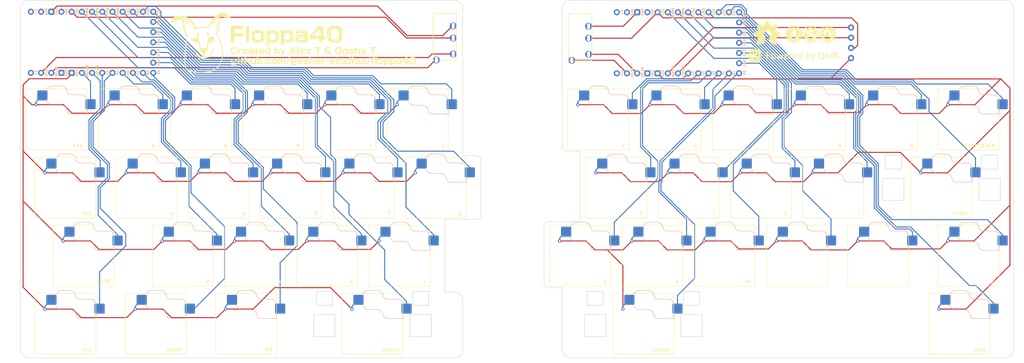
<source format=kicad_pcb>
(kicad_pcb (version 20211014) (generator pcbnew)
  (title_block (title "floppa40") (company "gosher studios"))
  (layers (0 "F.Cu" signal) (31 "B.Cu" signal) (34 "B.Paste" user) (35 "F.Paste" user) (36 "B.SilkS" user "B.Silkscreen") (37 "F.SilkS" user "F.Silkscreen") (38 "B.Mask" user) (39 "F.Mask" user) (44 "Edge.Cuts" user))
  (net 0 "")
  (footprint "kailh:SW_Hotswap_Kailh_Choc_V1V2_1.00u" (layer "F.Cu") (at 166.5 89.25)
    (fp_text reference "y")
    (fp_text value "SW_Hotswap_Kailh_Choc_V1V2_1.00u")
  )
  (footprint "kailh:SW_Hotswap_Kailh_Choc_V1V2_1.00u" (layer "F.Cu") (at 216 123.25)
    (fp_text reference ",")
    (fp_text value "SW_Hotswap_Kailh_Choc_V1V2_1.00u")
  )
  (footprint "kailh:SW_Hotswap_Kailh_Choc_V1V2_1.00u" (layer "F.Cu") (at 207 106.25)
    (fp_text reference "k")
    (fp_text value "SW_Hotswap_Kailh_Choc_V1V2_1.00u")
  )
  (footprint "kailh:SW_Hotswap_Kailh_Choc_V1V2_1.00u" (layer "F.Cu") (at 31.5 89.25)
    (fp_text reference "esc")
    (fp_text value "SW_Hotswap_Kailh_Choc_V1V2_1.00u")
  )
  (footprint "kailh:SW_Hotswap_Kailh_Choc_V1V2_2.25u" (layer "F.Cu") (at 177.75 140.25)
    (fp_text reference "space")
    (fp_text value "SW_Hotswap_Kailh_Choc_V1V2_2.25u")
  )
  (footprint "kailh:SW_Hotswap_Kailh_Choc_V1V2_1.00u" (layer "F.Cu") (at 67.5 89.25)
    (fp_text reference "w")
    (fp_text value "SW_Hotswap_Kailh_Choc_V1V2_1.00u")
  )
  (footprint "floppa40:floppa" (layer "F.Cu") (at 67.5 70.125)
    (fp_text reference "")
    (fp_text value "LOGO" hide)
  )
  (footprint "MountingHole:MountingHole_3.2mm_M3" (layer "F.Cu") (at 181.61 70.358)
    (fp_text reference "REF**" hide)
    (fp_text value "MountingHole_3.2mm_M3")
  )
  (footprint "kailh:SW_Hotswap_Kailh_Choc_V1V2_1.00u" (layer "F.Cu") (at 202.5 89.25)
    (fp_text reference "i")
    (fp_text value "SW_Hotswap_Kailh_Choc_V1V2_1.00u")
  )
  (footprint "kailh:SW_Hotswap_Kailh_Choc_V1V2_1.00u" (layer "F.Cu") (at 238.5 89.25)
    (fp_text reference "p")
    (fp_text value "SW_Hotswap_Kailh_Choc_V1V2_1.00u")
  )
  (footprint "kailh:SW_Hotswap_Kailh_Choc_V1V2_1.00u" (layer "F.Cu") (at 117 123.25)
    (fp_text reference "v")
    (fp_text value "SW_Hotswap_Kailh_Choc_V1V2_1.00u")
  )
  (footprint "kailh:SW_Hotswap_Kailh_Choc_V1V2_1.00u" (layer "F.Cu") (at 198 123.25)
    (fp_text reference "m")
    (fp_text value "SW_Hotswap_Kailh_Choc_V1V2_1.00u")
  )
  (footprint "kailh:SW_Hotswap_Kailh_Choc_V1V2_1.25u" (layer "F.Cu") (at 78.75 140.25)
    (fp_text reference "alt")
    (fp_text value "SW_Hotswap_Kailh_Choc_V1V2_1.25u")
  )
  (footprint "kailh:SW_Hotswap_Kailh_Choc_V1V2_1.00u" (layer "F.Cu") (at 184.5 89.25)
    (fp_text reference "u")
    (fp_text value "SW_Hotswap_Kailh_Choc_V1V2_1.00u")
  )
  (footprint "kailh:SW_Hotswap_Kailh_Choc_V1V2_1.00u" (layer "F.Cu") (at 126 106.25)
    (fp_text reference "g")
    (fp_text value "SW_Hotswap_Kailh_Choc_V1V2_1.00u")
  )
  (footprint "kailh:SW_Hotswap_Kailh_Choc_V1V2_1.00u" (layer "F.Cu") (at 103.5 89.25)
    (fp_text reference "r")
    (fp_text value "SW_Hotswap_Kailh_Choc_V1V2_1.00u")
  )
  (footprint "kailh:SW_Hotswap_Kailh_Choc_V1V2_1.00u" (layer "F.Cu") (at 63 123.25)
    (fp_text reference "z")
    (fp_text value "SW_Hotswap_Kailh_Choc_V1V2_1.00u")
  )
  (footprint "kailh:SW_Hotswap_Kailh_Choc_V1V2_1.25u" (layer "F.Cu") (at 236.25 123.25)
    (fp_text reference ".")
    (fp_text value "SW_Hotswap_Kailh_Choc_V1V2_1.25u")
  )
  (footprint "kailh:SW_Hotswap_Kailh_Choc_V1V2_1.00u" (layer "F.Cu") (at 225 106.25)
    (fp_text reference "l")
    (fp_text value "SW_Hotswap_Kailh_Choc_V1V2_1.00u")
  )
  (footprint "kailh:SW_Hotswap_Kailh_Choc_V1V2_1.00u" (layer "F.Cu") (at 85.5 89.25)
    (fp_text reference "e")
    (fp_text value "SW_Hotswap_Kailh_Choc_V1V2_1.00u")
  )
  (footprint "kailh:SW_Hotswap_Kailh_Choc_V1V2_2.25u" (layer "F.Cu") (at 110.25 140.25)
    (fp_text reference "space")
    (fp_text value "SW_Hotswap_Kailh_Choc_V1V2_2.25u")
  )
  (footprint "42keebs-kicad:PJ-320A" (layer "F.Cu") (at 162 62.6875)
    (fp_text reference "J1")
    (fp_text value "MJ-4PP-9" hide)
  )
  (footprint "kailh:SW_Hotswap_Kailh_Choc_V1V2_1.25u" (layer "F.Cu") (at 56.25 140.25)
    (fp_text reference "super")
    (fp_text value "SW_Hotswap_Kailh_Choc_V1V2_1.25u")
  )
  (footprint "Symbol:OSHW-Symbol_6.7x6mm_SilkScreen" (layer "F.Cu") (at 208.606731 67.7245)
    (fp_text reference "REF**" hide)
    (fp_text value "OSHW-Symbol_6.7x6mm_SilkScreen" hide)
  )
  (footprint "kailh:SW_Hotswap_Kailh_Choc_V1V2_1.00u" (layer "F.Cu") (at 162 123.25)
    (fp_text reference "b")
    (fp_text value "SW_Hotswap_Kailh_Choc_V1V2_1.00u")
  )
  (footprint "kailh:SW_Hotswap_Kailh_Choc_V1V2_1.00u" (layer "F.Cu") (at 99 123.25)
    (fp_text reference "c")
    (fp_text value "SW_Hotswap_Kailh_Choc_V1V2_1.00u")
  )
  (footprint "kailh:SW_Hotswap_Kailh_Choc_V1V2_1.00u" (layer "F.Cu") (at 180 123.25)
    (fp_text reference "n")
    (fp_text value "SW_Hotswap_Kailh_Choc_V1V2_1.00u")
  )
  (footprint "kailh:SW_Hotswap_Kailh_Choc_V1V2_1.00u" (layer "F.Cu") (at 121.5 89.25)
    (fp_text reference "t")
    (fp_text value "SW_Hotswap_Kailh_Choc_V1V2_1.00u")
  )
  (footprint "42keebs:Powered_by_QMK-25mm-SilkS" (layer "F.Cu") (at 215.210731 73.3125)
    (fp_text reference "G***" hide)
    (fp_text value "LOGO" hide)
  )
  (footprint "MountingHole:MountingHole_3.2mm_M3" (layer "F.Cu") (at 202.184 144.78)
    (fp_text reference "REF**" hide)
    (fp_text value "MountingHole_3.2mm_M3")
  )
  (footprint "MountingHole:MountingHole_3.2mm_M3" (layer "F.Cu") (at 238.76 144.526)
    (fp_text reference "REF**" hide)
    (fp_text value "MountingHole_3.2mm_M3")
  )
  (footprint "kailh:SW_Hotswap_Kailh_Choc_V1V2_1.00u" (layer "F.Cu") (at 49.5 89.25)
    (fp_text reference "q")
    (fp_text value "SW_Hotswap_Kailh_Choc_V1V2_1.00u")
  )
  (footprint "kailh:SW_Hotswap_Kailh_Choc_V1V2_1.00u" (layer "F.Cu") (at 171 106.25)
    (fp_text reference "h")
    (fp_text value "SW_Hotswap_Kailh_Choc_V1V2_1.00u")
  )
  (footprint "42keebs-kicad:PinHeader_2x13+5_P2.54mm_Vertical_Elite-C" (layer "F.Cu") (at 25.146 69.993 90)
    (fp_text reference "frood" hide)
    (fp_text value "Right" hide)
  )
  (footprint "kailh:SW_Hotswap_Kailh_Choc_V1V2_1.00u" (layer "F.Cu") (at 54 106.25)
    (fp_text reference "a")
    (fp_text value "SW_Hotswap_Kailh_Choc_V1V2_1.00u")
  )
  (footprint "kailh:SW_Hotswap_Kailh_Choc_V1V2_1.00u" (layer "F.Cu") (at 220.5 89.25)
    (fp_text reference "o")
    (fp_text value "SW_Hotswap_Kailh_Choc_V1V2_1.00u")
  )
  (footprint "kailh:SW_Hotswap_Kailh_Choc_V1V2_1.00u" (layer "F.Cu") (at 81 123.25)
    (fp_text reference "x")
    (fp_text value "SW_Hotswap_Kailh_Choc_V1V2_1.00u")
  )
  (footprint "kailh:SW_Hotswap_Kailh_Choc_V1V2_1.00u" (layer "F.Cu") (at 189 106.25)
    (fp_text reference "j")
    (fp_text value "SW_Hotswap_Kailh_Choc_V1V2_1.00u")
  )
  (footprint "42keebs:Kailh_socket_PG1350_2u_Stabilizer" (layer "F.Cu") (at 252.0188 107.1372)
    (fp_text reference "farted" hide)
    (fp_text value "Choc" hide)
    (fp_line (start 9.35 -3.2) (end 14.65 -3.2) (layer "Edge.Cuts") (width 0.12))
    (fp_line (start -14 -9) (end -10 -9) (layer "Edge.Cuts") (width 0.12))
    (fp_line (start -14.65 2.3) (end -9.35 2.3) (layer "Edge.Cuts") (width 0.12))
    (fp_line (start 9.35 -3.2) (end 9.35 2.3) (layer "Edge.Cuts") (width 0.12))
    (fp_line (start 14 -5.5) (end 14 -9) (layer "Edge.Cuts") (width 0.12))
    (fp_line (start -14.65 -3.2) (end -14.65 2.3) (layer "Edge.Cuts") (width 0.12))
    (fp_line (start 10 -5.5) (end 14 -5.5) (layer "Edge.Cuts") (width 0.12))
    (fp_line (start -9.35 2.3) (end -9.35 -3.2) (layer "Edge.Cuts") (width 0.12))
    (fp_line (start -14 -9) (end -14 -5.5) (layer "Edge.Cuts") (width 0.12))
    (fp_line (start -10 -5.5) (end -10 -9) (layer "Edge.Cuts") (width 0.12))
    (fp_line (start 10 -9) (end 14 -9) (layer "Edge.Cuts") (width 0.12))
    (fp_line (start -14.65 -3.2) (end -9.35 -3.2) (layer "Edge.Cuts") (width 0.12))
    (fp_line (start 10 -9) (end 10 -5.5) (layer "Edge.Cuts") (width 0.12))
    (fp_line (start -14 -5.5) (end -10 -5.5) (layer "Edge.Cuts") (width 0.12))
    (fp_line (start 9.35 2.3) (end 14.65 2.3) (layer "Edge.Cuts") (width 0.12))
    (fp_line (start 14.65 2.3) (end 14.65 -3.2) (layer "Edge.Cuts") (width 0.12))
  )
  (footprint "MountingHole:MountingHole_3.2mm_M3" (layer "F.Cu") (at 26.924 123.444)
    (fp_text reference "REF**" hide)
    (fp_text value "MountingHole_3.2mm_M3")
  )
  (footprint "MountingHole:MountingHole_3.2mm_M3" (layer "F.Cu") (at 120.904 63.754)
    (fp_text reference "REF**" hide)
    (fp_text value "MountingHole_3.2mm_M3")
  )
  (footprint "42keebs:Kailh_socket_PG1350_2u_Stabilizer" (layer "F.Cu") (at 177.75 141.1478)
    (fp_text reference "farted" hide)
    (fp_text value "Choc" hide)
    (fp_line (start 9.35 2.3) (end 14.65 2.3) (layer "Edge.Cuts") (width 0.12))
    (fp_line (start 10 -5.5) (end 14 -5.5) (layer "Edge.Cuts") (width 0.12))
    (fp_line (start -14 -9) (end -14 -5.5) (layer "Edge.Cuts") (width 0.12))
    (fp_line (start -10 -5.5) (end -10 -9) (layer "Edge.Cuts") (width 0.12))
    (fp_line (start 9.35 -3.2) (end 9.35 2.3) (layer "Edge.Cuts") (width 0.12))
    (fp_line (start 10 -9) (end 10 -5.5) (layer "Edge.Cuts") (width 0.12))
    (fp_line (start -14.65 -3.2) (end -9.35 -3.2) (layer "Edge.Cuts") (width 0.12))
    (fp_line (start -14.65 -3.2) (end -14.65 2.3) (layer "Edge.Cuts") (width 0.12))
    (fp_line (start 14.65 2.3) (end 14.65 -3.2) (layer "Edge.Cuts") (width 0.12))
    (fp_line (start -14 -9) (end -10 -9) (layer "Edge.Cuts") (width 0.12))
    (fp_line (start 9.35 -3.2) (end 14.65 -3.2) (layer "Edge.Cuts") (width 0.12))
    (fp_line (start -9.35 2.3) (end -9.35 -3.2) (layer "Edge.Cuts") (width 0.12))
    (fp_line (start -14.65 2.3) (end -9.35 2.3) (layer "Edge.Cuts") (width 0.12))
    (fp_line (start 10 -9) (end 14 -9) (layer "Edge.Cuts") (width 0.12))
    (fp_line (start 14 -5.5) (end 14 -9) (layer "Edge.Cuts") (width 0.12))
    (fp_line (start -14 -5.5) (end -10 -5.5) (layer "Edge.Cuts") (width 0.12))
  )
  (footprint "MountingHole:MountingHole_3.2mm_M3" (layer "F.Cu") (at 30.226 69.85)
    (fp_text reference "REF**" hide)
    (fp_text value "MountingHole_3.2mm_M3")
  )
  (footprint "kailh:SW_Hotswap_Kailh_Choc_V1V2_1.25u" (layer "F.Cu") (at 33.75 106.25)
    (fp_text reference "tab")
    (fp_text value "SW_Hotswap_Kailh_Choc_V1V2_1.25u")
  )
  (footprint "kailh:SW_Hotswap_Kailh_Choc_V1V2_1.75u" (layer "F.Cu") (at 38.25 123.25)
    (fp_text reference "shift")
    (fp_text value "SW_Hotswap_Kailh_Choc_V1V2_1.75u")
  )
  (footprint "kailh:SW_Hotswap_Kailh_Choc_V1V2_1.25u" (layer "F.Cu") (at 258.75 89.25)
    (fp_text reference "backspace")
    (fp_text value "SW_Hotswap_Kailh_Choc_V1V2_1.25u")
  )
  (footprint "kailh:SW_Hotswap_Kailh_Choc_V1V2_1.25u" (layer "F.Cu") (at 33.75 140.25)
    (fp_text reference "ctrl")
    (fp_text value "SW_Hotswap_Kailh_Choc_V1V2_1.25u")
  )
  (footprint "kailh:SW_Hotswap_Kailh_Choc_V1V2_1.25u" (layer "F.Cu") (at 258.75 123.25)
    (fp_text reference "/")
    (fp_text value "SW_Hotswap_Kailh_Choc_V1V2_1.25u")
  )
  (footprint "kailh:SW_Hotswap_Kailh_Choc_V1V2_2.00u" (layer "F.Cu") (at 252 106.25)
    (fp_text reference "enter")
    (fp_text value "SW_Hotswap_Kailh_Choc_V1V2_2.00u")
  )
  (footprint "kailh:SW_Hotswap_Kailh_Choc_V1V2_1.00u" (layer "F.Cu") (at 90 106.25)
    (fp_text reference "d")
    (fp_text value "SW_Hotswap_Kailh_Choc_V1V2_1.00u")
  )
  (footprint "42keebs-kicad:PJ-320A" (layer "F.Cu") (at 128.27 62.62)
    (fp_text reference "J1")
    (fp_text value "MJ-4PP-9" hide)
  )
  (footprint "kailh:SW_Hotswap_Kailh_Choc_V1V2_1.00u" (layer "F.Cu") (at 72 106.25)
    (fp_text reference "s")
    (fp_text value "SW_Hotswap_Kailh_Choc_V1V2_1.00u")
  )
  (footprint "42keebs:Kailh_socket_PG1350_2u_Stabilizer" (layer "F.Cu") (at 110.25 141.1478)
    (fp_text reference "farted" hide)
    (fp_text value "Choc" hide)
    (fp_line (start 14.65 2.3) (end 14.65 -3.2) (layer "Edge.Cuts") (width 0.12))
    (fp_line (start -14 -5.5) (end -10 -5.5) (layer "Edge.Cuts") (width 0.12))
    (fp_line (start 10 -9) (end 14 -9) (layer "Edge.Cuts") (width 0.12))
    (fp_line (start 9.35 -3.2) (end 9.35 2.3) (layer "Edge.Cuts") (width 0.12))
    (fp_line (start 9.35 -3.2) (end 14.65 -3.2) (layer "Edge.Cuts") (width 0.12))
    (fp_line (start 14 -5.5) (end 14 -9) (layer "Edge.Cuts") (width 0.12))
    (fp_line (start 9.35 2.3) (end 14.65 2.3) (layer "Edge.Cuts") (width 0.12))
    (fp_line (start -14 -9) (end -10 -9) (layer "Edge.Cuts") (width 0.12))
    (fp_line (start -10 -5.5) (end -10 -9) (layer "Edge.Cuts") (width 0.12))
    (fp_line (start -9.35 2.3) (end -9.35 -3.2) (layer "Edge.Cuts") (width 0.12))
    (fp_line (start -14.65 -3.2) (end -14.65 2.3) (layer "Edge.Cuts") (width 0.12))
    (fp_line (start -14.65 2.3) (end -9.35 2.3) (layer "Edge.Cuts") (width 0.12))
    (fp_line (start -14.65 -3.2) (end -9.35 -3.2) (layer "Edge.Cuts") (width 0.12))
    (fp_line (start 10 -9) (end 10 -5.5) (layer "Edge.Cuts") (width 0.12))
    (fp_line (start -14 -9) (end -14 -5.5) (layer "Edge.Cuts") (width 0.12))
    (fp_line (start 10 -5.5) (end 14 -5.5) (layer "Edge.Cuts") (width 0.12))
  )
  (footprint "42keebs-kicad:PinHeader_2x13+5_P2.54mm_Vertical_Elite-C" (layer "F.Cu") (at 171.125 70.125 90)
    (fp_text reference "frood" hide)
    (fp_text value "Right" hide)
  )
  (footprint "42keebs-kicad:OLED_v2.1" (layer "F.Cu") (at 229.5 70.125 -90)
    (fp_text reference "OLED1")
    (fp_text value "OLED" hide)
  )
  (footprint "kailh:SW_Hotswap_Kailh_Choc_V1V2_1.00u" (layer "F.Cu") (at 108 106.25)
    (fp_text reference "f")
    (fp_text value "SW_Hotswap_Kailh_Choc_V1V2_1.00u")
  )
  (footprint "kailh:SW_Hotswap_Kailh_Choc_V1V2_1.50u" (layer "F.Cu") (at 256.5 140.25)
    (fp_text reference "mod")
    (fp_text value "SW_Hotswap_Kailh_Choc_V1V2_1.50u")
  )
  (gr_poly (pts (xy 87.928181 72.422621) (xy 88.252294 71.639895) (xy 88.631535 71.639895) (xy 88.036223 72.945174) (xy 88.003594 73.015191) (xy 87.987452 73.046335) (xy 87.970732 73.07495) (xy 87.952914 73.101072) (xy 87.933477 73.124736) (xy 87.92299 73.135658) (xy 87.911903 73.145978) (xy 87.900151 73.155702) (xy 87.88767 73.164833) (xy 87.874395 73.173376) (xy 87.86026 73.181337) (xy 87.8452 73.188718) (xy 87.829151 73.195524) (xy 87.812047 73.201761) (xy 87.793824 73.207432) (xy 87.774417 73.212542) (xy 87.753759 73.217095) (xy 87.708436 73.224549) (xy 87.657335 73.229829) (xy 87.599936 73.232971) (xy 87.535719 73.234011) (xy 87.512169 73.23391) (xy 87.490253 73.233623) (xy 87.4699 73.233168) (xy 87.451039 73.232564) (xy 87.41751 73.230988) (xy 87.389097 73.229051) (xy 87.365231 73.226906) (xy 87.345344 73.22471) (xy 87.315233 73.220782) (xy 87.315233 72.92533) (xy 87.338008 72.928047) (xy 87.359978 72.930424) (xy 87.381064 72.932486) (xy 87.401184 72.934253) (xy 87.438205 72.936996) (xy 87.470394 72.938835) (xy 87.497107 72.93995) (xy 87.517697 72.940523) (xy 87.537924 72.940764) (xy 87.562102 72.940421) (xy 87.584277 72.939365) (xy 87.59465 72.938555) (xy 87.604566 72.937552) (xy 87.614039 72.936349) (xy 87.623085 72.934942) (xy 87.631717 72.933325) (xy 87.639951 72.931492) (xy 87.6478 72.929439) (xy 87.655279 72.927161) (xy 87.662403 72.924651) (xy 87.669187 72.921905) (xy 87.675644 72.918918) (xy 87.681789 72.915685) (xy 87.687638 72.912199) (xy 87.693203 72.908456) (xy 87.698501 72.90445) (xy 87.703545 72.900177) (xy 87.708351 72.895632) (xy 87.712931 72.890807) (xy 87.717302 72.8857) (xy 87.721478 72.880304) (xy 87.725472 72.874614) (xy 87.729301 72.868624) (xy 87.732977 72.862331) (xy 87.736516 72.855727) (xy 87.739933 72.848809) (xy 87.743241 72.841571) (xy 87.749591 72.826112) (xy 87.769429 72.775399) (xy 87.19396 71.639895) (xy 87.582017 71.639895)) (layer "F.SilkS") (width 0) (fill solid))
  (gr_poly (pts (xy 83.388377 75.440651) (xy 83.015754 75.440651) (xy 83.015754 75.06803) (xy 83.388377 75.06803)) (layer "F.SilkS") (width 0) (fill solid))
  (gr_poly (pts (xy 106.215278 71.772188) (xy 106.230816 71.751818) (xy 106.24082 71.740339) (xy 106.252761 71.728297) (xy 106.266977 71.715919) (xy 106.283802 71.703432) (xy 106.303573 71.691061) (xy 106.326625 71.679032) (xy 106.353294 71.667572) (xy 106.383917 71.656906) (xy 106.418828 71.647261) (xy 106.458365 71.638862) (xy 106.502863 71.631936) (xy 106.552657 71.62671) (xy 106.608084 71.623408) (xy 106.66948 71.622257) (xy 106.734979 71.623796) (xy 106.795152 71.628475) (xy 106.823289 71.63202) (xy 106.850151 71.636384) (xy 106.875758 71.641578) (xy 106.900128 71.647613) (xy 106.923281 71.6545) (xy 106.945235 71.662252) (xy 106.966009 71.670879) (xy 106.985623 71.680393) (xy 107.004095 71.690804) (xy 107.021444 71.702125) (xy 107.037689 71.714366) (xy 107.052849 71.727539) (xy 107.066944 71.741655) (xy 107.079992 71.756725) (xy 107.092012 71.772761) (xy 107.103023 71.789774) (xy 107.113044 71.807776) (xy 107.122095 71.826777) (xy 107.130193 71.846789) (xy 107.137358 71.867823) (xy 107.143609 71.889891) (xy 107.148965 71.913003) (xy 107.153445 71.937172) (xy 107.157068 71.962408) (xy 107.159853 71.988723) (xy 107.161819 72.016128) (xy 107.163369 72.074253) (xy 107.163369 72.938559) (xy 106.830434 72.938559) (xy 106.830434 72.124965) (xy 106.830081 72.108682) (xy 106.829033 72.093305) (xy 106.827305 72.078806) (xy 106.824913 72.065162) (xy 106.821872 72.052346) (xy 106.818196 72.040333) (xy 106.813902 72.029098) (xy 106.809005 72.018614) (xy 106.803521 72.008858) (xy 106.797463 71.999802) (xy 106.790849 71.991423) (xy 106.783693 71.983694) (xy 106.77601 71.97659) (xy 106.767816 71.970085) (xy 106.759127 71.964155) (xy 106.749957 71.958773) (xy 106.740321 71.953914) (xy 106.730237 71.949553) (xy 106.708779 71.942223) (xy 106.685707 71.936579) (xy 106.661142 71.932418) (xy 106.635208 71.929535) (xy 106.608027 71.927728) (xy 106.579722 71.926793) (xy 106.550416 71.926527) (xy 106.506346 71.927121) (xy 106.465845 71.929011) (xy 106.428812 71.932355) (xy 106.411565 71.934621) (xy 106.395148 71.93731) (xy 106.379547 71.940441) (xy 106.364752 71.944035) (xy 106.350748 71.948111) (xy 106.337524 71.952688) (xy 106.325067 71.957787) (xy 106.313365 71.963428) (xy 106.302404 71.969629) (xy 106.292173 71.976412) (xy 106.282659 71.983795) (xy 106.27385 71.991799) (xy 106.265732 72.000443) (xy 106.258294 72.009748) (xy 106.251523 72.019732) (xy 106.245407 72.030415) (xy 106.239932 72.041819) (xy 106.235086 72.053961) (xy 106.230858 72.066862) (xy 106.227234 72.080543) (xy 106.224202 72.095021) (xy 106.221749 72.110319) (xy 106.219863 72.126454) (xy 106.218531 72.143447) (xy 106.217742 72.161318) (xy 106.217481 72.180086) (xy 106.217481 72.938559) (xy 105.882343 72.938559) (xy 105.882343 71.201127) (xy 106.215278 71.201127)) (layer "F.SilkS") (width 0) (fill solid))
  (gr_poly (pts (xy 84.799485 72.938559) (xy 84.488601 72.938559) (xy 84.477576 72.810677) (xy 84.460605 72.830951) (xy 84.450063 72.842322) (xy 84.437716 72.854223) (xy 84.423238 72.866433) (xy 84.406301 72.878734) (xy 84.386581 72.890906) (xy 84.36375 72.902729) (xy 84.337483 72.913984) (xy 84.307453 72.924451) (xy 84.273334 72.93391) (xy 84.2348 72.942141) (xy 84.191525 72.948926) (xy 84.143182 72.954044) (xy 84.089446 72.957276) (xy 84.02999 72.958402) (xy 83.983641 72.957468) (xy 83.940039 72.954697) (xy 83.899098 72.95014) (xy 83.860736 72.943847) (xy 83.824869 72.935868) (xy 83.791414 72.926253) (xy 83.760286 72.915052) (xy 83.731403 72.902316) (xy 83.704681 72.888094) (xy 83.680035 72.872436) (xy 83.657383 72.855393) (xy 83.636641 72.837014) (xy 83.617726 72.81735) (xy 83.600553 72.79645) (xy 83.58504 72.774365) (xy 83.571103 72.751145) (xy 83.558657 72.72684) (xy 83.547621 72.701499) (xy 83.537909 72.675173) (xy 83.529439 72.647913) (xy 83.515888 72.590786) (xy 83.5063 72.530521) (xy 83.500007 72.467516) (xy 83.49634 72.402174) (xy 83.494208 72.266075) (xy 83.494351 72.255051) (xy 83.827142 72.255051) (xy 83.82736 72.312681) (xy 83.828262 72.365001) (xy 83.830224 72.412231) (xy 83.833619 72.454591) (xy 83.835972 72.474013) (xy 83.838823 72.492299) (xy 83.842221 72.509478) (xy 83.846211 72.525577) (xy 83.850841 72.540622) (xy 83.856157 72.554643) (xy 83.862206 72.567665) (xy 83.869035 72.579717) (xy 83.876691 72.590825) (xy 83.88522 72.601018) (xy 83.89467 72.610323) (xy 83.905088 72.618767) (xy 83.916519 72.626378) (xy 83.929012 72.633182) (xy 83.942612 72.639209) (xy 83.957367 72.644485) (xy 83.973323 72.649037) (xy 83.990528 72.652893) (xy 84.009028 72.65608) (xy 84.02887 72.658627) (xy 84.050101 72.66056) (xy 84.072767 72.661906) (xy 84.122594 72.66295) (xy 84.172651 72.662504) (xy 84.217958 72.660931) (xy 84.258724 72.657878) (xy 84.295158 72.652994) (xy 84.311817 72.649755) (xy 84.327471 72.645927) (xy 84.342148 72.641465) (xy 84.355874 72.636324) (xy 84.368674 72.630462) (xy 84.380574 72.623834) (xy 84.391602 72.616396) (xy 84.401784 72.608105) (xy 84.411145 72.598915) (xy 84.419712 72.588784) (xy 84.427511 72.577666) (xy 84.434568 72.565519) (xy 84.44091 72.552298) (xy 84.446563 72.537959) (xy 84.451553 72.522458) (xy 84.455906 72.505751) (xy 84.459649 72.487794) (xy 84.462808 72.468543) (xy 84.465408 72.447955) (xy 84.467478 72.425984) (xy 84.470125 72.377721) (xy 84.470961 72.323402) (xy 84.470375 72.259983) (xy 84.468442 72.203418) (xy 84.464901 72.153325) (xy 84.462445 72.130587) (xy 84.459489 72.109324) (xy 84.456 72.089488) (xy 84.451946 72.071033) (xy 84.447293 72.053909) (xy 84.44201 72.038071) (xy 84.436062 72.023469) (xy 84.429418 72.010057) (xy 84.422045 71.997786) (xy 84.413911 71.98661) (xy 84.404981 71.97648) (xy 84.395225 71.967348) (xy 84.384608 71.959168) (xy 84.373099 71.951892) (xy 84.360665 71.945471) (xy 84.347272 71.939859) (xy 84.332889 71.935007) (xy 84.317483 71.930868) (xy 84.30102 71.927394) (xy 84.283468 71.924539) (xy 84.264795 71.922253) (xy 84.244968 71.920489) (xy 84.201719 71.91834) (xy 84.153462 71.917708) (xy 84.153462 71.917706) (xy 84.105468 71.918322) (xy 84.06221 71.920355) (xy 84.02346 71.924087) (xy 84.005705 71.926678) (xy 83.988993 71.929799) (xy 83.973295 71.933485) (xy 83.958582 71.937771) (xy 83.944828 71.942693) (xy 83.932002 71.948286) (xy 83.920078 71.954584) (xy 83.909027 71.961623) (xy 83.89882 71.969439) (xy 83.88943 71.978065) (xy 83.880827 71.987537) (xy 83.872985 71.997891) (xy 83.865874 72.009161) (xy 83.859466 72.021383) (xy 83.853733 72.034591) (xy 83.848647 72.048821) (xy 83.84418 72.064108) (xy 83.840303 72.080488) (xy 83.836987 72.097994) (xy 83.834206 72.116663) (xy 83.830131 72.157628) (xy 83.827852 72.203663) (xy 83.827142 72.255051) (xy 83.494351 72.255051) (xy 83.495194 72.190147) (xy 83.498476 72.118672) (xy 83.504542 72.051713) (xy 83.51388 71.989331) (xy 83.519928 71.959875) (xy 83.526977 71.931586) (xy 83.535088 71.904472) (xy 83.544321 71.878541) (xy 83.554739 71.853799) (xy 83.566401 71.830256) (xy 83.579368 71.807918) (xy 83.593702 71.786793) (xy 83.609464 71.766889) (xy 83.626715 71.748214) (xy 83.645514 71.730775) (xy 83.665925 71.71458) (xy 83.688006 71.699636) (xy 83.71182 71.685951) (xy 83.737428 71.673534) (xy 83.764889 71.662391) (xy 83.794266 71.65253) (xy 83.825619 71.643959) (xy 83.859009 71.636685) (xy 83.894498 71.630717) (xy 83.932145 71.626062) (xy 83.972013 71.622727) (xy 84.014162 71.620721) (xy 84.058652 71.62005) (xy 84.084309 71.620286) (xy 84.108797 71.620979) (xy 84.13215 71.622111) (xy 84.1544 71.623659) (xy 84.175582 71.625605) (xy 84.195727 71.627928) (xy 84.21487 71.630608) (xy 84.233043 71.633624) (xy 84.25028 71.636957) (xy 84.266612 71.640586) (xy 84.282075 71.644492) (xy 84.2967 71.648653) (xy 84.310521 71.653051) (xy 84.323571 71.657664) (xy 84.335882 71.662472) (xy 84.347489 71.667455) (xy 84.358424 71.672594) (xy 84.368721 71.677867) (xy 84.378411 71.683255) (xy 84.38753 71.688737) (xy 84.396109 71.694294) (xy 84.404181 71.699905) (xy 84.411781 71.70555) (xy 84.41894 71.711208) (xy 84.432071 71.722485) (xy 84.44384 71.733575) (xy 84.464346 71.754547) (xy 84.464346 71.201127) (xy 84.799485 71.201127)) (layer "F.SilkS") (width 0) (fill solid))
  (gr_poly (pts (xy 77.047203 74.007492) (xy 76.698834 74.007492) (xy 76.698834 73.703221) (xy 77.047203 73.703221)) (layer "F.SilkS") (width 0) (fill solid))
  (gr_poly (pts (xy 119.003464 74.770374) (xy 119.285685 74.770374) (xy 119.285685 75.101103) (xy 119.003464 75.101103) (xy 119.003464 75.440652) (xy 118.644072 75.440652) (xy 118.644072 75.101103) (xy 117.616607 75.101103) (xy 117.616607 74.770375) (xy 117.987024 74.770375) (xy 118.644072 74.770375) (xy 118.644072 74.003082) (xy 117.987024 74.770375) (xy 117.616607 74.770375) (xy 117.616607 74.741711) (xy 118.498551 73.703221) (xy 119.003464 73.703221)) (layer "F.SilkS") (width 0) (fill solid))
  (gr_poly (pts (xy 101.923651 71.185224) (xy 102.007079 71.188648) (xy 102.087061 71.194892) (xy 102.163154 71.204792) (xy 102.199604 71.211374) (xy 102.234917 71.219184) (xy 102.269035 71.228326) (xy 102.301905 71.238906) (xy 102.333471 71.251026) (xy 102.363678 71.264793) (xy 102.392469 71.28031) (xy 102.419791 71.297682) (xy 102.445587 71.317014) (xy 102.469802 71.33841) (xy 102.492381 71.361975) (xy 102.513269 71.387814) (xy 102.53241 71.41603) (xy 102.549749 71.446728) (xy 102.56523 71.480014) (xy 102.578799 71.515992) (xy 102.5904 71.554765) (xy 102.599977 71.596439) (xy 102.607475 71.641119) (xy 102.612839 71.688908) (xy 102.616014 71.739912) (xy 102.616943 71.794235) (xy 102.25314 71.794235) (xy 102.253471 71.768795) (xy 102.252808 71.744945) (xy 102.251156 71.722633) (xy 102.248516 71.701808) (xy 102.244891 71.682418) (xy 102.240284 71.664413) (xy 102.234696 71.64774) (xy 102.22813 71.63235) (xy 102.220589 71.61819) (xy 102.212075 71.60521) (xy 102.20259 71.593357) (xy 102.192138 71.582581) (xy 102.180719 71.572831) (xy 102.168337 71.564055) (xy 102.154995 71.556201) (xy 102.140694 71.54922) (xy 102.125437 71.543058) (xy 102.109226 71.537666) (xy 102.073953 71.528984) (xy 102.034896 71.522763) (xy 101.992072 71.518593) (xy 101.945502 71.516063) (xy 101.895205 71.514764) (xy 101.783506 71.514217) (xy 101.708445 71.514654) (xy 101.64169 71.516465) (xy 101.582764 71.520409) (xy 101.531189 71.52724) (xy 101.508008 71.531974) (xy 101.486486 71.537714) (xy 101.466563 71.544554) (xy 101.448179 71.552587) (xy 101.431274 71.56191) (xy 101.415788 71.572615) (xy 101.401662 71.584798) (xy 101.388836 71.598554) (xy 101.377251 71.613975) (xy 101.366846 71.631158) (xy 101.357561 71.650197) (xy 101.349338 71.671185) (xy 101.342115 71.694218) (xy 101.335835 71.719389) (xy 101.330435 71.746795) (xy 101.325858 71.776527) (xy 101.318931 71.843355) (xy 101.314575 71.920627) (xy 101.312312 72.009101) (xy 101.311664 72.109531) (xy 101.312736 72.246913) (xy 101.31505 72.306157) (xy 101.319415 72.359439) (xy 101.32257 72.383922) (xy 101.326481 72.40701) (xy 101.331229 72.428733) (xy 101.336895 72.449123) (xy 101.343561 72.468211) (xy 101.351308 72.48603) (xy 101.360217 72.502609) (xy 101.370369 72.517982) (xy 101.381845 72.532179) (xy 101.394726 72.545231) (xy 101.409094 72.557172) (xy 101.425029 72.56803) (xy 101.442614 72.57784) (xy 101.461928 72.586631) (xy 101.483054 72.594435) (xy 101.506071 72.601284) (xy 101.531062 72.60721) (xy 101.558108 72.612243) (xy 101.587289 72.616415) (xy 101.618687 72.619758) (xy 101.688458 72.624083) (xy 101.768071 72.625469) (xy 101.898005 72.624784) (xy 101.954632 72.623158) (xy 102.005924 72.619991) (xy 102.029622 72.617669) (xy 102.052049 72.61477) (xy 102.073225 72.611229) (xy 102.093173 72.606981) (xy 102.111913 72.601964) (xy 102.129466 72.596112) (xy 102.145852 72.589361) (xy 102.161094 72.581647) (xy 102.175212 72.572906) (xy 102.188227 72.563074) (xy 102.200159 72.552087) (xy 102.211031 72.539879) (xy 102.220863 72.526389) (xy 102.229675 72.511549) (xy 102.23749 72.495298) (xy 102.244327 72.477571) (xy 102.250208 72.458302) (xy 102.255155 72.437429) (xy 102.259187 72.414887) (xy 102.262326 72.390612) (xy 102.264593 72.364539) (xy 102.266008 72.336605) (xy 102.266594 72.306745) (xy 102.26637 72.274896) (xy 101.768071 72.274896) (xy 101.768071 71.981649) (xy 102.625762 71.981649) (xy 102.624929 72.149645) (xy 102.623657 72.280924) (xy 102.622654 72.334822) (xy 102.6213 72.381973) (xy 102.619513 72.423188) (xy 102.617212 72.459277) (xy 102.614318 72.491051) (xy 102.610749 72.519321) (xy 102.606424 72.544897) (xy 102.601262 72.56859) (xy 102.595184 72.591211) (xy 102.588107 72.61357) (xy 102.579952 72.636478) (xy 102.570638 72.660746) (xy 102.558982 72.687588) (xy 102.545965 72.712753) (xy 102.531649 72.736295) (xy 102.516093 72.758268) (xy 102.499358 72.778727) (xy 102.481505 72.797724) (xy 102.462594 72.815316) (xy 102.442686 72.831554) (xy 102.421841 72.846495) (xy 102.400121 72.860191) (xy 102.377584 72.872697) (xy 102.354293 72.884066) (xy 102.305688 72.903614) (xy 102.25479 72.919267) (xy 102.202083 72.931457) (xy 102.148052 72.940618) (xy 102.093181 72.947182) (xy 102.037955 72.951582) (xy 101.982858 72.954251) (xy 101.928375 72.955621) (xy 101.823188 72.956198) (xy 101.742607 72.955759) (xy 101.667711 72.954338) (xy 101.59824 72.95178) (xy 101.533938 72.94793) (xy 101.474544 72.942633) (xy 101.419801 72.935734) (xy 101.394093 72.931636) (xy 101.369451 72.927078) (xy 101.345842 72.922043) (xy 101.323235 72.916511) (xy 101.301597 72.910461) (xy 101.280895 72.903876) (xy 101.261097 72.896735) (xy 101.242172 72.889019) (xy 101.224086 72.880709) (xy 101.206808 72.871785) (xy 101.190305 72.862228) (xy 101.174545 72.852018) (xy 101.159495 72.841137) (xy 101.145124 72.829565) (xy 101.131398 72.817282) (xy 101.118287 72.804269) (xy 101.105756 72.790507) (xy 101.093775 72.775976) (xy 101.082311 72.760658) (xy 101.071331 72.744531) (xy 101.054709 72.717984) (xy 101.039534 72.691007) (xy 101.025754 72.663223) (xy 101.013318 72.634253) (xy 101.002174 72.603721) (xy 100.992269 72.571247) (xy 100.983554 72.536454) (xy 100.975975 72.498964) (xy 100.969481 72.4584) (xy 100.964021 72.414383) (xy 100.959542 72.366535) (xy 100.955994 72.314479) (xy 100.951481 72.196231) (xy 100.950068 72.056614) (xy 100.950619 71.977494) (xy 100.952304 71.904457) (xy 100.95517 71.837175) (xy 100.959267 71.775322) (xy 100.964643 71.718572) (xy 100.971347 71.666599) (xy 100.979426 71.619076) (xy 100.983997 71.596882) (xy 100.98893 71.575678) (xy 100.994231 71.555424) (xy 100.999906 71.536078) (xy 101.005962 71.517601) (xy 101.012404 71.499951) (xy 101.019239 71.483087) (xy 101.026472 71.466969) (xy 101.034109 71.451555) (xy 101.042157 71.436806) (xy 101.050622 71.422681) (xy 101.059509 71.409137) (xy 101.068825 71.396136) (xy 101.078576 71.383636) (xy 101.088768 71.371596) (xy 101.099407 71.359975) (xy 101.110499 71.348733) (xy 101.122049 71.337829) (xy 101.148363 71.315748) (xy 101.175362 71.295747) (xy 101.203265 71.277735) (xy 101.232292 71.261623) (xy 101.262662 71.247319) (xy 101.294596 71.234734) (xy 101.328313 71.223777) (xy 101.364032 71.214356) (xy 101.401974 71.206383) (xy 101.442357 71.199766) (xy 101.485401 71.194416) (xy 101.531326 71.190241) (xy 101.580352 71.187151) (xy 101.632698 71.185056) (xy 101.74823 71.183489)) (layer "F.SilkS") (width 0) (fill solid))
  (gr_poly (pts (xy 77.042793 75.440652) (xy 76.705447 75.440652) (xy 76.705447 74.141988) (xy 77.042793 74.141988)) (layer "F.SilkS") (width 0) (fill solid))
  (gr_poly (pts (xy 101.139788 65.874589) (xy 101.392338 65.886646) (xy 101.618999 65.909044) (xy 101.723013 65.924709) (xy 101.821025 65.943666) (xy 101.913193 65.966149) (xy 101.999673 65.992395) (xy 102.080623 66.022639) (xy 102.156199 66.057116) (xy 102.226558 66.096062) (xy 102.291857 66.139712) (xy 102.352253 66.188301) (xy 102.407904 66.242066) (xy 102.458966 66.301241) (xy 102.505596 66.366062) (xy 102.54795 66.436764) (xy 102.586187 66.513584) (xy 102.620463 66.596756) (xy 102.650935 66.686515) (xy 102.67776 66.783098) (xy 102.701095 66.886739) (xy 102.721097 66.997674) (xy 102.737922 67.11614) (xy 102.762672 67.3766) (xy 102.776602 67.670004) (xy 102.780966 67.998236) (xy 102.776961 68.317747) (xy 102.764057 68.604679) (xy 102.740922 68.860683) (xy 102.7251 68.977602) (xy 102.706221 69.087409) (xy 102.684117 69.190309) (xy 102.658622 69.286509) (xy 102.629569 69.376215) (xy 102.596791 69.459634) (xy 102.560122 69.536972) (xy 102.519395 69.608435) (xy 102.474444 69.67423) (xy 102.425101 69.734563) (xy 102.371201 69.78964) (xy 102.312576 69.839668) (xy 102.24906 69.884854) (xy 102.180486 69.925403) (xy 102.106687 69.961523) (xy 102.027498 69.993419) (xy 101.94275 70.021297) (xy 101.852278 70.045365) (xy 101.755916 70.065828) (xy 101.653495 70.082894) (xy 101.429814 70.107656) (xy 101.179902 70.121302) (xy 100.902425 70.125484) (xy 100.623601 70.121884) (xy 100.371698 70.109826) (xy 100.145484 70.087428) (xy 99.943725 70.052806) (xy 99.851631 70.030323) (xy 99.765189 70.004077) (xy 99.684245 69.973833) (xy 99.608644 69.939356) (xy 99.538234 69.90041) (xy 99.472858 69.856761) (xy 99.412364 69.808171) (xy 99.356598 69.754406) (xy 99.305405 69.695231) (xy 99.258631 69.63041) (xy 99.216123 69.559708) (xy 99.177725 69.482888) (xy 99.143285 69.399717) (xy 99.112648 69.309957) (xy 99.08566 69.213375) (xy 99.062166 69.109733) (xy 99.042014 68.998798) (xy 99.025049 68.880333) (xy 99.000062 68.619872) (xy 98.985973 68.326468) (xy 98.981694 68.008819) (xy 99.854681 68.008819) (xy 99.855935 68.236453) (xy 99.860499 68.436369) (xy 99.869575 68.610363) (xy 99.884363 68.760235) (xy 99.894275 68.826687) (xy 99.906066 68.887782) (xy 99.919886 68.943747) (xy 99.935885 68.994804) (xy 99.954213 69.04118) (xy 99.975021 69.083099) (xy 99.998458 69.120785) (xy 100.024675 69.154464) (xy 100.053822 69.18436) (xy 100.08605 69.210698) (xy 100.121508 69.233703) (xy 100.160346 69.2536) (xy 100.202716 69.270613) (xy 100.248766 69.284967) (xy 100.298647 69.296888) (xy 100.35251 69.306599) (xy 100.410505 69.314326) (xy 100.472781 69.320293) (xy 100.610779 69.327848) (xy 100.767706 69.331063) (xy 100.944764 69.331734) (xy 101.096849 69.330383) (xy 101.232269 69.325389) (xy 101.35197 69.31534) (xy 101.456896 69.298827) (xy 101.504114 69.287705) (xy 101.547994 69.274438) (xy 101.588652 69.25885) (xy 101.626208 69.240763) (xy 101.66078 69.220003) (xy 101.692486 69.196391) (xy 101.721444 69.169753) (xy 101.747772 69.139912) (xy 101.771589 69.10669) (xy 101.793012 69.069913) (xy 101.812161 69.029404) (xy 101.829152 68.984986) (xy 101.844105 68.936483) (xy 101.857138 68.883718) (xy 101.877915 68.7647) (xy 101.892428 68.62652) (xy 101.901624 68.467767) (xy 101.906448 68.287032) (xy 101.907846 68.082902) (xy 101.904208 67.832623) (xy 101.898916 67.675021) (xy 101.890648 67.509419) (xy 101.878907 67.346049) (xy 101.863196 67.195144) (xy 101.853698 67.127562) (xy 101.843021 67.066934) (xy 101.831103 67.014538) (xy 101.817884 66.971653) (xy 101.807357 66.946098) (xy 101.795622 66.921989) (xy 101.782677 66.899284) (xy 101.768523 66.877943) (xy 101.753159 66.857924) (xy 101.736587 66.839185) (xy 101.718805 66.821684) (xy 101.699814 66.80538) (xy 101.658204 66.776194) (xy 101.611758 66.751295) (xy 101.560474 66.730349) (xy 101.504354 66.713024) (xy 101.443396 66.698984) (xy 101.377602 66.687898) (xy 101.306971 66.679433) (xy 101.231502 66.673253) (xy 101.151197 66.669028) (xy 101.066055 66.666422) (xy 100.881261 66.664737) (xy 100.881263 66.664737) (xy 100.715384 66.665588) (xy 100.56824 66.669315) (xy 100.438722 66.677678) (xy 100.325723 66.692435) (xy 100.275071 66.702762) (xy 100.228134 66.715347) (xy 100.184771 66.730411) (xy 100.144845 66.748173) (xy 100.108218 66.768854) (xy 100.07475 66.792673) (xy 100.044303 66.819851) (xy 100.016739 66.850606) (xy 99.991919 66.88516) (xy 99.969705 66.923732) (xy 99.949957 66.966542) (xy 99.932537 67.013811) (xy 99.917308 67.065757) (xy 99.904129 67.122601) (xy 99.883372 67.251863) (xy 99.869157 67.403356) (xy 99.860375 67.57884) (xy 99.85592 67.780075) (xy 99.854681 68.008819) (xy 98.981694 68.008819) (xy 98.981551 67.998236) (xy 98.985614 67.678725) (xy 98.998677 67.391793) (xy 99.022049 67.13579) (xy 99.03801 67.01887) (xy 99.05704 66.909063) (xy 99.079302 66.806163) (xy 99.104961 66.709963) (xy 99.134179 66.620257) (xy 99.167121 66.536838) (xy 99.20395 66.4595) (xy 99.244831 66.388037) (xy 99.289926 66.322243) (xy 99.3394 66.26191) (xy 99.393416 66.206832) (xy 99.452138 66.156804) (xy 99.515731 66.111618) (xy 99.584356 66.071069) (xy 99.65818 66.034949) (xy 99.737364 66.003053) (xy 99.822073 65.975175) (xy 99.912471 65.951107) (xy 100.008721 65.930644) (xy 100.110987 65.913578) (xy 100.334222 65.888816) (xy 100.583487 65.87517) (xy 100.860092 65.870988)) (layer "F.SilkS") (width 0) (fill solid))
  (gr_poly (pts (xy 77.72189 71.624461) (xy 77.72189 71.948574) (xy 77.663217 71.947875) (xy 77.610936 71.94742) (xy 77.564617 71.947198) (xy 77.523831 71.947196) (xy 77.488148 71.9474) (xy 77.457138 71.947798) (xy 77.430373 71.948377) (xy 77.407421 71.949124) (xy 77.387855 71.950026) (xy 77.371243 71.95107) (xy 77.357158 71.952243) (xy 77.345168 71.953533) (xy 77.334845 71.954927) (xy 77.32576 71.956411) (xy 77.30958 71.959599) (xy 77.291777 71.963404) (xy 77.274023 71.968233) (xy 77.256468 71.974128) (xy 77.239266 71.981131) (xy 77.222568 71.989283) (xy 77.206525 71.998628) (xy 77.198797 72.00376) (xy 77.191289 72.009206) (xy 77.184022 72.014971) (xy 77.177013 72.02106) (xy 77.170282 72.027478) (xy 77.163848 72.034231) (xy 77.15773 72.041324) (xy 77.151946 72.048762) (xy 77.146516 72.056551) (xy 77.141458 72.064696) (xy 77.136792 72.073201) (xy 77.132537 72.082072) (xy 77.128711 72.091315) (xy 77.125334 72.100935) (xy 77.122424 72.110936) (xy 77.120001 72.121325) (xy 77.118083 72.132106) (xy 77.11669 72.143285) (xy 77.11584 72.154866) (xy 77.115553 72.166856) (xy 77.115553 72.938559) (xy 76.782618 72.938559) (xy 76.782618 71.639895) (xy 77.104529 71.639895) (xy 77.115553 71.769981) (xy 77.134571 71.743615) (xy 77.153905 71.720591) (xy 77.174028 71.700688) (xy 77.19541 71.683681) (xy 77.218524 71.669349) (xy 77.24384 71.657469) (xy 77.27183 71.647816) (xy 77.302966 71.64017) (xy 77.33772 71.634306) (xy 77.376562 71.630003) (xy 77.419965 71.627036) (xy 77.4684 71.625184) (xy 77.582251 71.623931)) (layer "F.SilkS") (width 0) (fill solid))
  (gr_poly (pts (xy 105.536193 75.440652) (xy 105.19885 75.440652) (xy 105.19885 74.141988) (xy 105.536193 74.141988)) (layer "F.SilkS") (width 0) (fill solid))
  (gr_poly (pts (xy 79.487096 70.083151) (xy 78.677472 70.083151) (xy 78.677472 65.913321) (xy 79.487096 65.913321)) (layer "F.SilkS") (width 0) (fill solid))
  (gr_poly (pts (xy 92.82104 71.622658) (xy 92.879809 71.624026) (xy 92.93538 71.626601) (xy 92.987808 71.630627) (xy 93.037149 71.636346) (xy 93.060678 71.639915) (xy 93.083457 71.643999) (xy 93.10549 71.648626) (xy 93.126787 71.653828) (xy 93.147352 71.659635) (xy 93.167194 71.666077) (xy 93.186318 71.673185) (xy 93.204733 71.680988) (xy 93.222444 71.689516) (xy 93.239459 71.698801) (xy 93.255784 71.708873) (xy 93.271427 71.719761) (xy 93.286394 71.731496) (xy 93.300692 71.744109) (xy 93.314327 71.757629) (xy 93.327308 71.772087) (xy 93.33964 71.787513) (xy 93.351331 71.803937) (xy 93.362387 71.82139) (xy 93.372815 71.839902) (xy 93.382622 71.859504) (xy 93.391816 71.880225) (xy 93.402304 71.906894) (xy 93.412047 71.937723) (xy 93.420705 71.975839) (xy 93.427943 72.024367) (xy 93.43342 72.086435) (xy 93.4368 72.165168) (xy 93.437745 72.263694) (xy 93.435916 72.385138) (xy 92.439313 72.385137) (xy 92.439132 72.427036) (xy 92.439727 72.46443) (xy 92.441561 72.497567) (xy 92.445101 72.526696) (xy 92.447656 72.539835) (xy 92.450812 72.552066) (xy 92.454626 72.563418) (xy 92.459158 72.573924) (xy 92.464464 72.583615) (xy 92.470604 72.592521) (xy 92.477635 72.600673) (xy 92.485616 72.608104) (xy 92.494605 72.614843) (xy 92.504659 72.620922) (xy 92.515837 72.626372) (xy 92.528198 72.631225) (xy 92.541798 72.63551) (xy 92.556697 72.63926) (xy 92.572953 72.642505) (xy 92.590623 72.645276) (xy 92.63044 72.649523) (xy 92.676613 72.652248) (xy 92.729607 72.653701) (xy 92.789887 72.65413) (xy 92.843083 72.653557) (xy 92.867184 72.652837) (xy 92.889695 72.651822) (xy 92.91067 72.65051) (xy 92.930164 72.648898) (xy 92.948234 72.646982) (xy 92.964933 72.644759) (xy 92.980319 72.642227) (xy 92.994445 72.639381) (xy 93.007368 72.636218) (xy 93.019142 72.632736) (xy 93.029823 72.628931) (xy 93.039465 72.624799) (xy 93.048125 72.620338) (xy 93.055858 72.615545) (xy 93.062719 72.610415) (xy 93.068762 72.604947) (xy 93.074045 72.599136) (xy 93.078621 72.592979) (xy 93.082546 72.586474) (xy 93.085875 72.579617) (xy 93.088664 72.572404) (xy 93.090968 72.564833) (xy 93.092842 72.5569) (xy 93.094341 72.548603) (xy 93.096437 72.530899) (xy 93.097699 72.511697) (xy 93.098568 72.490971) (xy 93.433707 72.490971) (xy 93.429074 72.559782) (xy 93.425134 72.591597) (xy 93.420103 72.621742) (xy 93.413976 72.650258) (xy 93.406747 72.677185) (xy 93.398409 72.702566) (xy 93.388956 72.726443) (xy 93.378382 72.748857) (xy 93.366682 72.769849) (xy 93.353848 72.789461) (xy 93.339876 72.807734) (xy 93.324759 72.824711) (xy 93.308491 72.840433) (xy 93.291066 72.854942) (xy 93.272478 72.868278) (xy 93.25272 72.880484) (xy 93.231787 72.891601) (xy 93.209673 72.90167) (xy 93.186372 72.910734) (xy 93.161877 72.918834) (xy 93.136183 72.926012) (xy 93.081172 72.937766) (xy 93.02129 72.946328) (xy 92.95649 72.952033) (xy 92.886721 72.955211) (xy 92.811938 72.956197) (xy 92.716083 72.955195) (xy 92.628425 72.951796) (xy 92.548687 72.945413) (xy 92.476591 72.935457) (xy 92.443322 72.928957) (xy 92.411859 72.921342) (xy 92.382167 72.912541) (xy 92.354212 72.902479) (xy 92.32796 72.891084) (xy 92.303374 72.878281) (xy 92.280422 72.863997) (xy 92.259067 72.848159) (xy 92.239276 72.830693) (xy 92.221013 72.811525) (xy 92.204244 72.790583) (xy 92.188934 72.767793) (xy 92.175048 72.743081) (xy 92.162552 72.716374) (xy 92.151411 72.687598) (xy 92.14159 72.65668) (xy 92.133054 72.623547) (xy 92.125769 72.588124) (xy 92.1197 72.550339) (xy 92.114813 72.510117) (xy 92.111072 72.467386) (xy 92.108442 72.422073) (xy 92.106381 72.323402) (xy 92.107121 72.232684) (xy 92.109826 72.148942) (xy 92.110116 72.144808) (xy 92.439319 72.144808) (xy 93.100778 72.144808) (xy 93.09929 72.111447) (xy 93.09704 72.081526) (xy 93.093627 72.054867) (xy 93.088651 72.031292) (xy 93.085452 72.020606) (xy 93.081712 72.010624) (xy 93.07738 72.001325) (xy 93.072408 71.992686) (xy 93.066744 71.984684) (xy 93.060339 71.977299) (xy 93.053143 71.970506) (xy 93.045105 71.964285) (xy 93.036177 71.958613) (xy 93.026306 71.953468) (xy 93.015444 71.948828) (xy 93.00354 71.94467) (xy 92.990545 71.940972) (xy 92.976408 71.937712) (xy 92.944509 71.932418) (xy 92.907442 71.92861) (xy 92.864806 71.92611) (xy 92.816203 71.92474) (xy 92.76123 71.924322) (xy 92.706475 71.925079) (xy 92.681668 71.926032) (xy 92.658496 71.927376) (xy 92.636903 71.929115) (xy 92.61683 71.931255) (xy 92.598219 71.933801) (xy 92.581014 71.936759) (xy 92.565155 71.940134) (xy 92.550586 71.94393) (xy 92.537248 71.948153) (xy 92.525084 71.952809) (xy 92.514037 71.957902) (xy 92.504047 71.963439) (xy 92.495058 71.969423) (xy 92.487011 71.975861) (xy 92.479849 71.982757) (xy 92.473515 71.990118) (xy 92.467949 71.997947) (xy 92.463095 72.006251) (xy 92.458895 72.015034) (xy 92.455291 72.024303) (xy 92.452225 72.034061) (xy 92.44964 72.044315) (xy 92.447477 72.055069) (xy 92.445679 72.066329) (xy 92.442947 72.090389) (xy 92.440981 72.116534) (xy 92.439319 72.144808) (xy 92.110116 72.144808) (xy 92.115217 72.072022) (xy 92.124019 72.001768) (xy 92.129926 71.969092) (xy 92.136956 71.938025) (xy 92.1452 71.908547) (xy 92.15475 71.880638) (xy 92.165694 71.85428) (xy 92.178125 71.829453) (xy 92.192131 71.806137) (xy 92.207804 71.784313) (xy 92.225234 71.763962) (xy 92.244511 71.745065) (xy 92.265727 71.727602) (xy 92.28897 71.711553) (xy 92.314333 71.696899) (xy 92.341904 71.683622) (xy 92.371775 71.6717) (xy 92.404037 71.661116) (xy 92.438778 71.65185) (xy 92.476091 71.643882) (xy 92.516065 71.637193) (xy 92.55879 71.631764) (xy 92.604358 71.627575) (xy 92.652859 71.624607) (xy 92.759019 71.622256)) (layer "F.SilkS") (width 0) (fill solid))
  (gr_poly (pts (xy 94.895536 74.274277) (xy 94.911073 74.253909) (xy 94.921076 74.242429) (xy 94.933018 74.230388) (xy 94.947233 74.21801) (xy 94.964058 74.205523) (xy 94.983829 74.193152) (xy 95.006881 74.181123) (xy 95.03355 74.169663) (xy 95.064173 74.158997) (xy 95.099085 74.149352) (xy 95.138622 74.140953) (xy 95.183119 74.134027) (xy 95.232914 74.128801) (xy 95.288342 74.125499) (xy 95.349738 74.124348) (xy 95.415237 74.125887) (xy 95.47541 74.130566) (xy 95.503547 74.134111) (xy 95.530409 74.138475) (xy 95.556016 74.143668) (xy 95.580386 74.149704) (xy 95.603539 74.156591) (xy 95.625493 74.164343) (xy 95.646267 74.17297) (xy 95.66588 74.182484) (xy 95.684352 74.192895) (xy 95.701701 74.204216) (xy 95.717947 74.216457) (xy 95.733107 74.22963) (xy 95.747202 74.243746) (xy 95.76025 74.258816) (xy 95.77227 74.274852) (xy 95.783281 74.291865) (xy 95.793302 74.309867) (xy 95.802352 74.328868) (xy 95.810451 74.34888) (xy 95.817616 74.369914) (xy 95.823867 74.391981) (xy 95.829223 74.415094) (xy 95.833703 74.439263) (xy 95.837326 74.464499) (xy 95.840111 74.490814) (xy 95.842077 74.518219) (xy 95.843627 74.576344) (xy 95.843627 75.440651) (xy 95.510692 75.440651) (xy 95.510692 74.627057) (xy 95.510339 74.610774) (xy 95.509291 74.595396) (xy 95.507563 74.580898) (xy 95.505171 74.567253) (xy 95.502129 74.554437) (xy 95.498454 74.542423) (xy 95.49416 74.531188) (xy 95.489263 74.520705) (xy 95.483778 74.510948) (xy 95.477721 74.501893) (xy 95.471107 74.493513) (xy 95.46395 74.485784) (xy 95.456268 74.47868) (xy 95.448074 74.472176) (xy 95.439384 74.466245) (xy 95.430214 74.460864) (xy 95.420579 74.456005) (xy 95.410494 74.451645) (xy 95.389037 74.444315) (xy 95.365964 74.438671) (xy 95.3414 74.43451) (xy 95.315466 74.431628) (xy 95.288285 74.429821) (xy 95.25998 74.428886) (xy 95.230674 74.42862) (xy 95.186604 74.429215) (xy 95.146103 74.431105) (xy 95.10907 74.434448) (xy 95.091823 74.436714) (xy 95.075405 74.439403) (xy 95.059805 74.442534) (xy 95.04501 74.446128) (xy 95.031006 74.450204) (xy 95.017782 74.454781) (xy 95.005325 74.45988) (xy 94.993622 74.46552) (xy 94.982662 74.471722) (xy 94.972431 74.478505) (xy 94.962917 74.485888) (xy 94.954108 74.493892) (xy 94.94599 74.502536) (xy 94.938552 74.51184) (xy 94.931781 74.521824) (xy 94.925664 74.532508) (xy 94.92019 74.543911) (xy 94.915344 74.556054) (xy 94.911116 74.568955) (xy 94.907492 74.582636) (xy 94.90446 74.597114) (xy 94.902007 74.612412) (xy 94.900121 74.628547) (xy 94.898789 74.64554) (xy 94.897999 74.663411) (xy 94.897739 74.682179) (xy 94.897739 75.440652) (xy 94.562601 75.440652) (xy 94.562601 73.703221) (xy 94.895536 73.703221)) (layer "F.SilkS") (width 0) (fill solid))
  (gr_poly (pts (xy 111.729628 72.938559) (xy 111.357006 72.938559) (xy 111.357006 72.565937) (xy 111.729628 72.565937)) (layer "F.SilkS") (width 0) (fill solid))
  (gr_poly (pts (xy 215.303256 65.865821) (xy 215.411468 65.872995) (xy 215.517499 65.884952) (xy 215.621347 65.901693) (xy 215.723013 65.923217) (xy 215.822497 65.949524) (xy 215.919797 65.980615) (xy 216.014914 66.016491) (xy 216.107848 66.05715) (xy 216.198597 66.102594) (xy 216.287163 66.152823) (xy 216.373543 66.207836) (xy 216.45774 66.267635) (xy 216.539751 66.332218) (xy 216.619577 66.401587) (xy 216.697217 66.475741) (xy 216.771795 66.553823) (xy 216.841567 66.634029) (xy 216.906531 66.716362) (xy 216.966688 66.800819) (xy 217.022035 66.887402) (xy 217.072574 66.976111) (xy 217.118303 67.066945) (xy 217.15922 67.159904) (xy 217.195327 67.254989) (xy 217.226622 67.352199) (xy 217.253104 67.451535) (xy 217.274772 67.552996) (xy 217.291627 67.656583) (xy 217.297582 67.708873) (xy 217.289977 67.773827) (xy 217.282664 67.87975) (xy 217.280226 67.987504) (xy 217.282664 68.094768) (xy 217.289977 68.20014) (xy 217.296994 68.259723) (xy 217.292029 68.304124) (xy 217.275486 68.407466) (xy 217.254217 68.508474) (xy 217.228223 68.607148) (xy 217.197502 68.703488) (xy 217.162057 68.797493) (xy 217.121885 68.889163) (xy 217.076989 68.978499) (xy 217.027368 69.065499) (xy 216.973022 69.150164) (xy 216.913952 69.232493) (xy 216.850157 69.312487) (xy 216.781638 69.390145) (xy 216.708395 69.465467) (xy 216.627178 69.541906) (xy 216.54416 69.613417) (xy 216.459343 69.679999) (xy 216.372725 69.741651) (xy 216.284307 69.798373) (xy 216.194088 69.850164) (xy 216.102069 69.897025) (xy 216.00825 69.938955) (xy 215.91263 69.975954) (xy 215.815209 70.00802) (xy 215.715987 70.035155) (xy 215.614964 70.057356) (xy 215.512141 70.074625) (xy 215.407516 70.08696) (xy 215.30109 70.094362) (xy 215.192862 70.096829) (xy 215.086482 70.09439) (xy 214.981876 70.087075) (xy 214.879046 70.074884) (xy 214.777989 70.057818) (xy 214.678707 70.035878) (xy 214.581199 70.009063) (xy 214.485466 69.977376) (xy 214.391505 69.940815) (xy 214.299319 69.899384) (xy 214.208905 69.853081) (xy 214.120265 69.801907) (xy 214.033398 69.745864) (xy 213.948304 69.684952) (xy 213.864982 69.619171) (xy 213.783432 69.548523) (xy 213.703655 69.473007) (xy 213.628141 69.394089) (xy 213.557497 69.313255) (xy 213.491723 69.230505) (xy 213.430819 69.145839) (xy 213.374786 69.059255) (xy 213.323623 68.970753) (xy 213.277332 68.880333) (xy 213.235913 68.787993) (xy 213.199365 68.693733) (xy 213.16769 68.597552) (xy 213.140886 68.49945) (xy 213.118956 68.399426) (xy 213.101898 68.29748) (xy 213.089714 68.193609) (xy 213.082403 68.087815) (xy 213.080425 68.000403) (xy 213.335355 68.000403) (xy 213.337789 68.09665) (xy 213.345011 68.191634) (xy 213.356906 68.285237) (xy 213.373354 68.377341) (xy 213.394238 68.46783) (xy 213.419442 68.556584) (xy 213.448847 68.643488) (xy 213.482336 68.728423) (xy 213.519791 68.811272) (xy 213.561095 68.891917) (xy 213.60613 68.970242) (xy 213.65478 69.046127) (xy 213.706925 69.119457) (xy 213.76245 69.190112) (xy 213.821235 69.257977) (xy 213.883165 69.322932) (xy 213.94812 69.384862) (xy 214.015985 69.443648) (xy 214.086641 69.499172) (xy 214.15997 69.551318) (xy 214.235855 69.599967) (xy 214.31418 69.645002) (xy 214.394825 69.686306) (xy 214.477674 69.723762) (xy 214.562609 69.75725) (xy 214.649513 69.786655) (xy 214.738267 69.811859) (xy 214.828756 69.832744) (xy 214.92086 69.849192) (xy 215.014463 69.861086) (xy 215.109447 69.868309) (xy 215.205695 69.870742) (xy 215.301942 69.868309) (xy 215.396926 69.861086) (xy 215.490529 69.849192) (xy 215.582633 69.832744) (xy 215.673121 69.811859) (xy 215.761876 69.786655) (xy 215.84878 69.75725) (xy 215.933715 69.723762) (xy 216.016564 69.686306) (xy 216.097209 69.645002) (xy 216.175533 69.599967) (xy 216.251419 69.551318) (xy 216.324748 69.499172) (xy 216.395404 69.443648) (xy 216.463268 69.384862) (xy 216.528224 69.322932) (xy 216.590154 69.257977) (xy 216.648939 69.190112) (xy 216.704464 69.119457) (xy 216.756609 69.046127) (xy 216.805259 68.970242) (xy 216.850294 68.891917) (xy 216.891598 68.811272) (xy 216.929053 68.728423) (xy 216.962542 68.643488) (xy 216.991947 68.556584) (xy 217.017151 68.46783) (xy 217.038035 68.377341) (xy 217.054483 68.285237) (xy 217.066378 68.191634) (xy 217.0736 68.09665) (xy 217.076034 68.000403) (xy 217.0736 67.904155) (xy 217.066378 67.809171) (xy 217.054483 67.715568) (xy 217.038035 67.623464) (xy 217.017151 67.532976) (xy 216.991947 67.444221) (xy 216.962542 67.357317) (xy 216.929053 67.272382) (xy 216.891598 67.189533) (xy 216.850294 67.108888) (xy 216.805259 67.030564) (xy 216.756609 66.954678) (xy 216.704464 66.881349) (xy 216.648939 66.810693) (xy 216.590154 66.742829) (xy 216.528224 66.677873) (xy 216.463268 66.615944) (xy 216.395404 66.557158) (xy 216.324748 66.501633) (xy 216.251419 66.449488) (xy 216.175533 66.400839) (xy 216.097209 66.355803) (xy 216.016564 66.314499) (xy 215.933715 66.277044) (xy 215.84878 66.243555) (xy 215.761876 66.21415) (xy 215.673121 66.188946) (xy 215.582633 66.168062) (xy 215.490529 66.151614) (xy 215.396926 66.13972) (xy 215.301942 66.132497) (xy 215.205695 66.130063) (xy 215.109447 66.132497) (xy 215.014463 66.13972) (xy 214.92086 66.151614) (xy 214.828756 66.168062) (xy 214.738267 66.188946) (xy 214.649513 66.21415) (xy 214.562609 66.243555) (xy 214.477674 66.277044) (xy 214.394825 66.314499) (xy 214.31418 66.355803) (xy 214.235855 66.400839) (xy 214.15997 66.449488) (xy 214.086641 66.501633) (xy 214.015985 66.557158) (xy 213.94812 66.615944) (xy 213.883165 66.677873) (xy 213.821235 66.742829) (xy 213.76245 66.810693) (xy 213.706925 66.881349) (xy 213.65478 66.954678) (xy 213.60613 67.030564) (xy 213.561095 67.108888) (xy 213.519791 67.189533) (xy 213.482336 67.272382) (xy 213.448847 67.357317) (xy 213.419442 67.444221) (xy 213.394238 67.532976) (xy 213.373354 67.623464) (xy 213.356906 67.715568) (xy 213.345011 67.809171) (xy 213.337789 67.904155) (xy 213.335355 68.000403) (xy 213.080425 68.000403) (xy 213.079966 67.980096) (xy 213.082403 67.872354) (xy 213.089714 67.766441) (xy 213.101898 67.662358) (xy 213.118956 67.560104) (xy 213.140886 67.45968) (xy 213.16769 67.361086) (xy 213.199365 67.264322) (xy 213.235913 67.169388) (xy 213.277332 67.076284) (xy 213.323623 66.98501) (xy 213.374786 66.895567) (xy 213.430819 66.807954) (xy 213.491723 66.722171) (xy 213.557497 66.638219) (xy 213.628141 66.556098) (xy 213.703655 66.475807) (xy 213.781234 66.401641) (xy 213.860877 66.332262) (xy 213.942584 66.26767) (xy 214.026357 66.207864) (xy 214.112194 66.152844) (xy 214.200098 66.102611) (xy 214.290068 66.057162) (xy 214.382104 66.016499) (xy 214.476208 65.980621) (xy 214.57238 65.949528) (xy 214.67062 65.923219) (xy 214.770929 65.901694) (xy 214.873307 65.884953) (xy 214.977755 65.872995) (xy 215.084273 65.865821) (xy 215.192862 65.863429)) (layer "F.SilkS") (width 0) (fill solid))
  (gr_poly (pts (xy 85.755999 66.925881) (xy 85.859152 66.931414) (xy 85.956223 66.940584) (xy 86.047393 66.953349) (xy 86.132847 66.969669) (xy 86.212767 66.989501) (xy 86.287337 67.012803) (xy 86.356739 67.039535) (xy 86.421158 67.069654) (xy 86.480775 67.103119) (xy 86.535774 67.139888) (xy 86.586338 67.179919) (xy 86.63265 67.223171) (xy 86.674894 67.269602) (xy 86.713253 67.319171) (xy 86.747909 67.371835) (xy 86.779046 67.427553) (xy 86.806847 67.486284) (xy 86.831495 67.547986) (xy 86.853174 67.612616) (xy 86.888353 67.750498) (xy 86.913852 67.899596) (xy 86.931133 68.059577) (xy 86.941663 68.230108) (xy 86.946907 68.410855) (xy 86.94833 68.601485) (xy 86.944796 68.800857) (xy 86.933705 68.9845) (xy 86.91432 69.152812) (xy 86.901287 69.231341) (xy 86.885904 69.306186) (xy 86.86808 69.377395) (xy 86.847722 69.445018) (xy 86.824738 69.509105) (xy 86.799036 69.569704) (xy 86.770524 69.626866) (xy 86.739111 69.680639) (xy 86.704703 69.731074) (xy 86.66721 69.778219) (xy 86.626538 69.822123) (xy 86.582596 69.862838) (xy 86.535292 69.90041) (xy 86.484533 69.934891) (xy 86.430229 69.96633) (xy 86.372286 69.994775) (xy 86.310612 70.020277) (xy 86.245117 70.042885) (xy 86.175706 70.062647) (xy 86.10229 70.079615) (xy 86.024774 70.093836) (xy 85.943068 70.105361) (xy 85.85708 70.114239) (xy 85.766716 70.120519) (xy 85.572497 70.125484) (xy 85.5 70.125) (xy 85.429333 70.123345) (xy 85.360464 70.120217) (xy 85.293362 70.115314) (xy 85.227997 70.108334) (xy 85.164336 70.098974) (xy 85.102351 70.086932) (xy 85.042008 70.071906) (xy 84.983278 70.053593) (xy 84.926129 70.031692) (xy 84.87053 70.005899) (xy 84.816451 69.975912) (xy 84.789971 69.959252) (xy 84.76386 69.94143) (xy 84.738113 69.922408) (xy 84.712726 69.902149) (xy 84.687696 69.880615) (xy 84.663019 69.857768) (xy 84.63869 69.833571) (xy 84.614706 69.807984) (xy 84.614706 70.792234) (xy 83.815666 70.792234) (xy 83.815666 68.606778) (xy 84.604124 68.606778) (xy 84.606524 68.736152) (xy 84.613901 68.851) (xy 84.619538 68.903244) (xy 84.626518 68.952175) (xy 84.634874 68.997901) (xy 84.644638 69.040529) (xy 84.655845 69.080164) (xy 84.668526 69.116914) (xy 84.682715 69.150885) (xy 84.698444 69.182184) (xy 84.715747 69.210917) (xy 84.734656 69.237191) (xy 84.755205 69.261112) (xy 84.777426 69.282788) (xy 84.801353 69.302323) (xy 84.827017 69.319827) (xy 84.854453 69.335403) (xy 84.883693 69.349161) (xy 84.914771 69.361205) (xy 84.947718 69.371643) (xy 84.982568 69.38058) (xy 85.019354 69.388125) (xy 85.098866 69.39946) (xy 85.186517 69.406501) (xy 85.28257 69.4101) (xy 85.38729 69.41111) (xy 85.514385 69.408678) (xy 85.626428 69.401075) (xy 85.677099 69.395192) (xy 85.724362 69.387845) (xy 85.768334 69.378976) (xy 85.809135 69.368529) (xy 85.846881 69.356447) (xy 85.881691 69.342672) (xy 85.913683 69.327146) (xy 85.942976 69.309814) (xy 85.969688 69.290618) (xy 85.993937 69.2695) (xy 86.015841 69.246404) (xy 86.035518 69.221272) (xy 86.053087 69.194047) (xy 86.068666 69.164672) (xy 86.082373 69.13309) (xy 86.094326 69.099243) (xy 86.104643 69.063075) (xy 86.113444 69.024528) (xy 86.126965 68.94007) (xy 86.135835 68.84541) (xy 86.141 68.740092) (xy 86.143405 68.623659) (xy 86.143997 68.495653) (xy 86.141714 68.356211) (xy 86.134664 68.232899) (xy 86.129257 68.176985) (xy 86.122545 68.124734) (xy 86.11449 68.076024) (xy 86.105054 68.030731) (xy 86.094199 67.988732) (xy 86.081888 67.949905) (xy 86.068084 67.914126) (xy 86.052747 67.881272) (xy 86.03584 67.851221) (xy 86.017327 67.823848) (xy 85.997167 67.799032) (xy 85.975325 67.776648) (xy 85.951762 67.756575) (xy 85.926441 67.738688) (xy 85.899323 67.722865) (xy 85.870371 67.708983) (xy 85.839546 67.696919) (xy 85.806812 67.686549) (xy 85.772131 67.677751) (xy 85.735464 67.670402) (xy 85.656023 67.659556) (xy 85.568188 67.653028) (xy 85.471655 67.649833) (xy 85.366123 67.648987) (xy 85.245944 67.650965) (xy 85.138912 67.657369) (xy 85.044282 67.668905) (xy 85.001386 67.676817) (xy 84.961311 67.686277) (xy 84.923964 67.697372) (xy 84.889253 67.710192) (xy 84.857085 67.724823) (xy 84.827366 67.741354) (xy 84.800003 67.759873) (xy 84.774904 67.780469) (xy 84.751975 67.803229) (xy 84.731124 67.828242) (xy 84.712257 67.855596) (xy 84.695281 67.88538) (xy 84.680104 67.91768) (xy 84.666632 67.952586) (xy 84.654772 67.990186) (xy 84.644432 68.030567) (xy 84.627936 68.120028) (xy 84.616402 68.221674) (xy 84.609085 68.336211) (xy 84.60524 68.464344) (xy 84.604124 68.606778) (xy 83.815666 68.606778) (xy 83.815666 66.966362) (xy 84.588247 66.966362) (xy 84.604122 67.27857) (xy 84.663239 67.21168) (xy 84.695186 67.179041) (xy 84.729799 67.14727) (xy 84.767884 67.116616) (xy 84.810248 67.087325) (xy 84.857698 67.059648) (xy 84.911038 67.03383) (xy 84.971076 67.010121) (xy 85.038617 66.988768) (xy 85.114467 66.97002) (xy 85.199434 66.954124) (xy 85.294322 66.941329) (xy 85.399938 66.931883) (xy 85.517089 66.926033) (xy 85.64658 66.924028)) (layer "F.SilkS") (width 0) (fill solid))
  (gr_poly (pts (xy 98.524736 74.126579) (xy 98.524736 74.450694) (xy 98.466063 74.449989) (xy 98.413781 74.449528) (xy 98.367462 74.4493) (xy 98.326675 74.449292) (xy 98.290992 74.449491) (xy 98.259982 74.449884) (xy 98.233216 74.450458) (xy 98.210264 74.451201) (xy 98.190698 74.4521) (xy 98.174087 74.453143) (xy 98.160002 74.454316) (xy 98.148012 74.455606) (xy 98.13769 74.457002) (xy 98.128605 74.458491) (xy 98.112427 74.461693) (xy 98.094623 74.465499) (xy 98.076868 74.470327) (xy 98.059313 74.476222) (xy 98.042111 74.483225) (xy 98.025412 74.491377) (xy 98.009369 74.500722) (xy 98.001641 74.505854) (xy 97.994134 74.5113) (xy 97.986867 74.517065) (xy 97.979858 74.523154) (xy 97.973127 74.529572) (xy 97.966693 74.536325) (xy 97.960575 74.543418) (xy 97.954791 74.550857) (xy 97.949362 74.558645) (xy 97.944304 74.56679) (xy 97.939638 74.575295) (xy 97.935383 74.584167) (xy 97.931558 74.593409) (xy 97.928181 74.603029) (xy 97.925271 74.613031) (xy 97.922848 74.623419) (xy 97.92093 74.6342) (xy 97.919537 74.645379) (xy 97.918687 74.656961) (xy 97.9184 74.668951) (xy 97.9184 75.440652) (xy 97.585465 75.440652) (xy 97.585465 74.141988) (xy 97.907399 74.142013) (xy 97.9184 74.272099) (xy 97.937418 74.245738) (xy 97.956752 74.222718) (xy 97.976875 74.202816) (xy 97.998257 74.185809) (xy 98.02137 74.171475) (xy 98.046686 74.159591) (xy 98.074677 74.149935) (xy 98.105813 74.142285) (xy 98.140566 74.136418) (xy 98.179409 74.132111) (xy 98.222812 74.129142) (xy 98.271246 74.127289) (xy 98.385098 74.126038)) (layer "F.SilkS") (width 0) (fill solid))
  (gr_poly (pts (xy 97.395841 71.531857) (xy 96.785094 71.531857) (xy 96.785094 72.938558) (xy 96.423496 72.938558) (xy 96.423496 71.531856) (xy 95.814954 71.531856) (xy 95.814954 71.201127) (xy 97.395841 71.201127)) (layer "F.SilkS") (width 0) (fill solid))
  (gr_poly (pts (xy 108.062719 74.125908) (xy 108.109931 74.127864) (xy 108.154272 74.130612) (xy 108.195833 74.134157) (xy 108.234702 74.138506) (xy 108.270969 74.143664) (xy 108.304724 74.149637) (xy 108.336057 74.15643) (xy 108.365057 74.164049) (xy 108.391814 74.1725) (xy 108.416418 74.181788) (xy 108.438957 74.191919) (xy 108.459523 74.202899) (xy 108.478204 74.214733) (xy 108.49509 74.227427) (xy 108.510271 74.240986) (xy 108.523836 74.255417) (xy 108.535876 74.270725) (xy 108.546479 74.286915) (xy 108.555736 74.303993) (xy 108.563736 74.321966) (xy 108.570568 74.340837) (xy 108.576323 74.360614) (xy 108.58109 74.381302) (xy 108.584959 74.402906) (xy 108.59036 74.448886) (xy 108.593243 74.4986) (xy 108.594326 74.552093) (xy 108.267991 74.552081) (xy 108.268111 74.518165) (xy 108.266964 74.503035) (xy 108.264408 74.489106) (xy 108.259992 74.476366) (xy 108.256945 74.470437) (xy 108.253263 74.464801) (xy 108.24889 74.459455) (xy 108.24377 74.454399) (xy 108.237845 74.44963) (xy 108.23106 74.445146) (xy 108.223357 74.440947) (xy 108.21468 74.437031) (xy 108.19418 74.430039) (xy 108.169106 74.424159) (xy 108.139007 74.419376) (xy 108.103429 74.415679) (xy 108.061922 74.413054) (xy 108.014033 74.411489) (xy 107.95931 74.41097) (xy 107.885906 74.411211) (xy 107.85304 74.411784) (xy 107.82271 74.412899) (xy 107.794898 74.414738) (xy 107.781933 74.415985) (xy 107.769591 74.417481) (xy 107.75787 74.419248) (xy 107.74677 74.42131) (xy 107.736287 74.423687) (xy 107.72642 74.426404) (xy 107.717166 74.429483) (xy 107.708524 74.432946) (xy 107.700492 74.436816) (xy 107.693067 74.441115) (xy 107.686248 74.445867) (xy 107.680033 74.451093) (xy 107.674419 74.456817) (xy 107.669405 74.463061) (xy 107.664988 74.469847) (xy 107.661166 74.477199) (xy 107.657938 74.485138) (xy 107.655302 74.493688) (xy 107.653255 74.502871) (xy 107.651795 74.51271) (xy 107.650921 74.523227) (xy 107.65063 74.534444) (xy 107.650927 74.548538) (xy 107.651517 74.55554) (xy 107.652594 74.562447) (xy 107.654305 74.569212) (xy 107.655443 74.572526) (xy 107.656794 74.575786) (xy 107.658376 74.578986) (xy 107.660207 74.58212) (xy 107.662305 74.585183) (xy 107.664689 74.588168) (xy 107.667376 74.591069) (xy 107.670385 74.593881) (xy 107.673734 74.596596) (xy 107.677441 74.59921) (xy 107.681524 74.601715) (xy 107.686002 74.604107) (xy 107.690892 74.606379) (xy 107.696213 74.608524) (xy 107.701982 74.610538) (xy 107.708219 74.612414) (xy 107.714941 74.614146) (xy 107.722167 74.615727) (xy 107.729914 74.617153) (xy 107.738201 74.618416) (xy 107.747045 74.619511) (xy 107.756466 74.620432) (xy 108.307683 74.66232) (xy 108.347394 74.666484) (xy 108.38466 74.672475) (xy 108.419465 74.680469) (xy 108.451792 74.690639) (xy 108.467022 74.696595) (xy 108.481626 74.703161) (xy 108.495603 74.710358) (xy 108.508951 74.718209) (xy 108.521667 74.726734) (xy 108.53375 74.735956) (xy 108.545197 74.745897) (xy 108.556007 74.756579) (xy 108.566177 74.768022) (xy 108.575705 74.78025) (xy 108.584591 74.793283) (xy 108.59283 74.807144) (xy 108.600422 74.821854) (xy 108.607365 74.837436) (xy 108.613655 74.853911) (xy 108.619293 74.8713) (xy 108.624274 74.889627) (xy 108.628598 74.908911) (xy 108.632262 74.929176) (xy 108.635265 74.950443) (xy 108.637603 74.972734) (xy 108.639277 74.99607) (xy 108.640617 75.045967) (xy 108.639815 75.081874) (xy 108.637431 75.115637) (xy 108.633498 75.147323) (xy 108.628047 75.176997) (xy 108.621113 75.204725) (xy 108.612727 75.230573) (xy 108.602922 75.254607) (xy 108.591732 75.276892) (xy 108.579188 75.297495) (xy 108.565323 75.31648) (xy 108.550171 75.333915) (xy 108.533764 75.349864) (xy 108.516134 75.364393) (xy 108.497314 75.377569) (xy 108.477337 75.389457) (xy 108.456236 75.400123) (xy 108.434043 75.409633) (xy 108.410792 75.418052) (xy 108.361242 75.431883) (xy 108.307849 75.442141) (xy 108.250874 75.449353) (xy 108.190579 75.454047) (xy 108.127225 75.456747) (xy 107.992388 75.458276) (xy 107.896567 75.457386) (xy 107.809759 75.454465) (xy 107.731576 75.449134) (xy 107.695595 75.445447) (xy 107.661625 75.441016) (xy 107.629614 75.435794) (xy 107.599515 75.429733) (xy 107.571279 75.422787) (xy 107.544857 75.414907) (xy 107.5202 75.406047) (xy 107.49726 75.39616) (xy 107.475986 75.385198) (xy 107.456331 75.373114) (xy 107.438246 75.359861) (xy 107.421682 75.345391) (xy 107.406589 75.329658) (xy 107.39292 75.312614) (xy 107.380625 75.294212) (xy 107.369655 75.274404) (xy 107.359962 75.253144) (xy 107.351497 75.230384) (xy 107.34421 75.206077) (xy 107.338054 75.180175) (xy 107.332979 75.152632) (xy 107.328936 75.123401) (xy 107.325876 75.092433) (xy 107.323751 75.059682) (xy 107.32211 74.988641) (xy 107.644021 74.988641) (xy 107.644064 75.024089) (xy 107.644166 75.038859) (xy 107.644365 75.051862) (xy 107.644693 75.06325) (xy 107.645183 75.073175) (xy 107.645499 75.077636) (xy 107.645867 75.081788) (xy 107.646292 75.085651) (xy 107.646777 75.089242) (xy 107.647326 75.092582) (xy 107.647945 75.095688) (xy 107.648636 75.098581) (xy 107.649404 75.101278) (xy 107.650252 75.1038) (xy 107.651185 75.106164) (xy 107.652208 75.10839) (xy 107.653323 75.110497) (xy 107.654534 75.112504) (xy 107.655847 75.11443) (xy 107.657265 75.116294) (xy 107.658792 75.118114) (xy 107.660431 75.11991) (xy 107.662188 75.121701) (xy 107.664066 75.123505) (xy 107.66607 75.125342) (xy 107.671424 75.12975) (xy 107.677534 75.133882) (xy 107.691844 75.141355) (xy 107.70864 75.147834) (xy 107.727566 75.153388) (xy 107.748261 75.15809) (xy 107.770367 75.162011) (xy 107.793527 75.16522) (xy 107.817381 75.16779) (xy 107.865737 75.171296) (xy 107.912569 75.173096) (xy 107.990185 75.173854) (xy 108.019431 75.173713) (xy 108.04685 75.173288) (xy 108.0725 75.172583) (xy 108.096441 75.171598) (xy 108.118731 75.170336) (xy 108.13943 75.168797) (xy 108.158597 75.166984) (xy 108.17629 75.164898) (xy 108.192568 75.162541) (xy 108.207491 75.159914) (xy 108.221116 75.157019) (xy 108.233504 75.153857) (xy 108.244713 75.150431) (xy 108.254803 75.146741) (xy 108.263831 75.14279) (xy 108.271857 75.138579) (xy 108.27894 75.134109) (xy 108.285139 75.129383) (xy 108.290513 75.124401) (xy 108.29512 75.119166) (xy 108.29902 75.113679) (xy 108.302272 75.107941) (xy 108.304934 75.101955) (xy 108.307066 75.095722) (xy 108.308726 75.089243) (xy 108.309974 75.08252) (xy 108.310868 75.075555) (xy 108.311467 75.06835) (xy 108.312017 75.053223) (xy 108.312096 75.037152) (xy 108.311897 75.026639) (xy 108.311226 75.016605) (xy 108.309974 75.007063) (xy 108.308032 74.998025) (xy 108.306767 74.993699) (xy 108.305288 74.989504) (xy 108.303582 74.985442) (xy 108.301634 74.981513) (xy 108.299431 74.97772) (xy 108.296959 74.974064) (xy 108.294204 74.970548) (xy 108.291153 74.967171) (xy 108.287792 74.963936) (xy 108.284108 74.960845) (xy 108.280085 74.957899) (xy 108.275712 74.9551) (xy 108.270973 74.952449) (xy 108.265856 74.949948) (xy 108.260346 74.947598) (xy 108.254431 74.945402) (xy 108.248095 74.94336) (xy 108.241325 74.941474) (xy 108.234109 74.939746) (xy 108.226431 74.938177) (xy 108.209637 74.935524) (xy 108.190834 74.933527) (xy 107.62639 74.885027) (xy 107.604003 74.882519) (xy 107.582714 74.879151) (xy 107.562499 74.874954) (xy 107.543331 74.869959) (xy 107.525186 74.864197) (xy 107.508038 74.857698) (xy 107.491861 74.850495) (xy 107.476629 74.842618) (xy 107.462319 74.834098) (xy 107.448903 74.824966) (xy 107.436358 74.815254) (xy 107.424656 74.804993) (xy 107.413773 74.794213) (xy 107.403683 74.782946) (xy 107.394362 74.771223) (xy 107.385783 74.759074) (xy 107.37792 74.746532) (xy 107.37075 74.733626) (xy 107.364245 74.720389) (xy 107.358382 74.706851) (xy 107.348475 74.678997) (xy 107.340825 74.650313) (xy 107.33523 74.621047) (xy 107.331485 74.591449) (xy 107.329387 74.561767) (xy 107.328733 74.53225) (xy 107.329547 74.498102) (xy 107.331964 74.4659) (xy 107.335944 74.435587) (xy 107.34145 74.407107) (xy 107.348444 74.380404) (xy 107.356886 74.35542) (xy 107.366739 74.3321) (xy 107.377964 74.310386) (xy 107.390523 74.290223) (xy 107.404378 74.271554) (xy 107.419489 74.254321) (xy 107.43582 74.23847) (xy 107.453331 74.223943) (xy 107.471985 74.210683) (xy 107.491742 74.198634) (xy 107.512564 74.187741) (xy 107.534414 74.177945) (xy 107.557252 74.169191) (xy 107.605741 74.154581) (xy 107.657725 74.14346) (xy 107.712897 74.135375) (xy 107.770949 74.129873) (xy 107.831576 74.126503) (xy 107.959324 74.12435)) (layer "F.SilkS") (width 0) (fill solid))
  (gr_poly (pts (xy 101.556412 74.141988) (xy 101.953286 74.141988) (xy 101.953286 74.452781) (xy 101.556412 74.452781) (xy 101.556412 74.997383) (xy 101.556807 75.019026) (xy 101.558126 75.038547) (xy 101.560569 75.056046) (xy 101.564336 75.071624) (xy 101.566779 75.078723) (xy 101.569627 75.08538) (xy 101.572907 75.091606) (xy 101.576644 75.097415) (xy 101.580861 75.102818) (xy 101.585585 75.107828) (xy 101.59084 75.112458) (xy 101.596651 75.11672) (xy 101.603044 75.120627) (xy 101.610043 75.124192) (xy 101.617673 75.127426) (xy 101.62596 75.130342) (xy 101.634929 75.132953) (xy 101.644604 75.135271) (xy 101.666173 75.13908) (xy 101.690869 75.141868) (xy 101.718892 75.143736) (xy 101.750442 75.144783) (xy 101.785718 75.14511) (xy 101.826133 75.145014) (xy 101.858925 75.144742) (xy 101.885361 75.144318) (xy 101.906707 75.143766) (xy 101.92423 75.143107) (xy 101.939194 75.142367) (xy 101.966516 75.140735) (xy 101.966516 75.45162) (xy 101.938491 75.45455) (xy 101.910982 75.456751) (xy 101.884506 75.458329) (xy 101.859581 75.459386) (xy 101.836722 75.460028) (xy 101.816447 75.460357) (xy 101.785718 75.460496) (xy 101.705232 75.459585) (xy 101.632232 75.456728) (xy 101.566402 75.451732) (xy 101.536077 75.448372) (xy 101.507426 75.444407) (xy 101.480409 75.439812) (xy 101.454986 75.434563) (xy 101.431119 75.428637) (xy 101.408767 75.42201) (xy 101.387891 75.414657) (xy 101.368452 75.406556) (xy 101.350409 75.397682) (xy 101.333724 75.388011) (xy 101.318356 75.37752) (xy 101.304267 75.366185) (xy 101.291416 75.353981) (xy 101.279765 75.340886) (xy 101.269272 75.326876) (xy 101.2599 75.311926) (xy 101.251608 75.296012) (xy 101.244357 75.279112) (xy 101.238107 75.2612) (xy 101.232819 75.242254) (xy 101.228453 75.222249) (xy 101.224969 75.201162) (xy 101.222328 75.178968) (xy 101.220491 75.155645) (xy 101.219418 75.131168) (xy 101.219069 75.105513) (xy 101.219069 74.452873) (xy 100.943462 74.452873) (xy 100.943462 74.141988) (xy 101.219069 74.141988) (xy 101.219069 73.828897) (xy 101.556412 73.828897)) (layer "F.SilkS") (width 0) (fill solid))
  (gr_poly (pts (xy 78.164184 66.707071) (xy 75.841144 66.707071) (xy 75.841144 67.69132) (xy 78.068934 67.69132) (xy 78.068934 68.490361) (xy 75.841144 68.490361) (xy 75.841144 70.083151) (xy 74.96802 70.083151) (xy 74.96802 65.913321) (xy 78.164184 65.913321)) (layer "F.SilkS") (width 0) (fill solid))
  (gr_poly (pts (xy 92.762565 66.924977) (xy 92.923075 66.928638) (xy 93.075602 66.936237) (xy 93.219687 66.948999) (xy 93.354874 66.968147) (xy 93.418987 66.9805) (xy 93.480704 66.994908) (xy 93.539968 67.011526) (xy 93.596721 67.030505) (xy 93.650907 67.052001) (xy 93.702468 67.076164) (xy 93.751347 67.103149) (xy 93.797486 67.133109) (xy 93.84083 67.166196) (xy 93.881319 67.202565) (xy 93.918899 67.242367) (xy 93.95351 67.285756) (xy 93.985096 67.332885) (xy 94.0136 67.383907) (xy 94.038965 67.438976) (xy 94.061134 67.498244) (xy 94.080048 67.561864) (xy 94.095652 67.62999) (xy 94.107888 67.702775) (xy 94.116698 67.780371) (xy 94.122027 67.862932) (xy 94.123816 67.950611) (xy 94.123818 69.3529) (xy 94.124242 69.426737) (xy 94.125471 69.49562) (xy 94.127445 69.559806) (xy 94.130101 69.61955) (xy 94.133377 69.675109) (xy 94.137211 69.726737) (xy 94.141542 69.774692) (xy 94.146306 69.819228) (xy 94.151442 69.860601) (xy 94.156889 69.899068) (xy 94.168464 69.968304) (xy 94.180535 70.028982) (xy 94.192607 70.083149) (xy 93.441192 70.083149) (xy 93.433978 70.034367) (xy 93.428057 69.990545) (xy 93.423247 69.950693) (xy 93.419364 69.913816) (xy 93.416225 69.878924) (xy 93.413647 69.845025) (xy 93.409442 69.776233) (xy 93.371902 69.832478) (xy 93.332361 69.882397) (xy 93.29031 69.926363) (xy 93.245235 69.964749) (xy 93.196625 69.997925) (xy 93.14397 70.026264) (xy 93.086756 70.050139) (xy 93.024473 70.06992) (xy 92.956609 70.085981) (xy 92.882652 70.098694) (xy 92.802091 70.10843) (xy 92.714414 70.115561) (xy 92.61911 70.12046) (xy 92.515667 70.123499) (xy 92.282317 70.125483) (xy 92.156255 70.124958) (xy 92.032596 70.122527) (xy 91.912131 70.116902) (xy 91.795649 70.106797) (xy 91.683943 70.090924) (xy 91.630128 70.080423) (xy 91.577802 70.067998) (xy 91.527066 70.053488) (xy 91.478018 70.036731) (xy 91.430756 70.017568) (xy 91.38538 69.995837) (xy 91.341989 69.971378) (xy 91.30068 69.944029) (xy 91.261554 69.91363) (xy 91.224708 69.88002) (xy 91.190242 69.843038) (xy 91.158255 69.802524) (xy 91.128845 69.758316) (xy 91.102111 69.710253) (xy 91.078152 69.658175) (xy 91.057067 69.601921) (xy 91.038955 69.54133) (xy 91.023914 69.476242) (xy 91.012044 69.406494) (xy 91.003443 69.331928) (xy 90.99821 69.252381) (xy 90.996443 69.167692) (xy 90.996864 69.146527) (xy 91.758445 69.146527) (xy 91.760713 69.194389) (xy 91.767664 69.236971) (xy 91.772962 69.256377) (xy 91.779513 69.274577) (xy 91.787343 69.291609) (xy 91.796478 69.307509) (xy 91.806947 69.322317) (xy 91.818777 69.33607) (xy 91.831994 69.348805) (xy 91.846625 69.36056) (xy 91.862699 69.371374) (xy 91.880241 69.381284) (xy 91.91984 69.398542) (xy 91.965641 69.412638) (xy 92.01786 69.423874) (xy 92.076715 69.432552) (xy 92.142421 69.438974) (xy 92.215197 69.443443) (xy 92.295259 69.44626) (xy 92.478111 69.448152) (xy 92.568501 69.447688) (xy 92.656767 69.44593) (xy 92.742397 69.442327) (xy 92.82488 69.436328) (xy 92.903705 69.427384) (xy 92.941585 69.421636) (xy 92.978359 69.414945) (xy 93.013962 69.407242) (xy 93.048331 69.398459) (xy 93.081402 69.388526) (xy 93.11311 69.377376) (xy 93.143392 69.364939) (xy 93.172184 69.351146) (xy 93.199422 69.335929) (xy 93.225041 69.319219) (xy 93.248979 69.300947) (xy 93.27117 69.281045) (xy 93.291551 69.259443) (xy 93.310059 69.236072) (xy 93.326629 69.210865) (xy 93.341197 69.183751) (xy 93.353699 69.154663) (xy 93.364071 69.123531) (xy 93.37225 69.090287) (xy 93.378171 69.054862) (xy 93.381771 69.017188) (xy 93.382985 68.977194) (xy 93.382985 68.643819) (xy 93.371554 68.660996) (xy 93.364404 68.670352) (xy 93.35603 68.680034) (xy 93.34623 68.689901) (xy 93.334801 68.699815) (xy 93.321544 68.709636) (xy 93.306255 68.719224) (xy 93.288734 68.72844) (xy 93.26878 68.737145) (xy 93.246189 68.745199) (xy 93.220762 68.752462) (xy 93.192296 68.758795) (xy 93.16059 68.764058) (xy 93.125443 68.768113) (xy 93.086652 68.770819) (xy 92.097111 68.829028) (xy 92.066805 68.831425) (xy 92.038362 68.834628) (xy 92.011724 68.838604) (xy 91.986832 68.843321) (xy 91.963626 68.848748) (xy 91.942047 68.854851) (xy 91.922036 68.861601) (xy 91.903534 68.868963) (xy 91.886482 68.876907) (xy 91.870821 68.8854) (xy 91.856491 68.894411) (xy 91.843434 68.903907) (xy 91.83159 68.913856) (xy 91.8209 68.924227) (xy 91.811305 68.934988) (xy 91.802747 68.946106) (xy 91.795165 68.957549) (xy 91.7885 68.969286) (xy 91.782695 68.981285) (xy 91.777688 68.993514) (xy 91.773422 69.00594) (xy 91.769837 69.018531) (xy 91.764475 69.044084) (xy 91.761127 69.069916) (xy 91.759321 69.095771) (xy 91.758445 69.146527) (xy 90.996864 69.146527) (xy 90.99911 69.033613) (xy 91.004048 68.960089) (xy 91.012815 68.883844) (xy 91.026481 68.80608) (xy 91.046115 68.727999) (xy 91.058505 68.689214) (xy 91.072788 68.6508) (xy 91.089098 68.612908) (xy 91.107569 68.575688) (xy 91.128334 68.539288) (xy 91.151527 68.503861) (xy 91.177283 68.469556) (xy 91.205734 68.436523) (xy 91.237014 68.404912) (xy 91.271257 68.374874) (xy 91.308596 68.346559) (xy 91.349167 68.320117) (xy 91.393101 68.295698) (xy 91.440533 68.273452) (xy 91.491597 68.253529) (xy 91.546426 68.236081) (xy 91.605154 68.221256) (xy 91.667914 68.209205) (xy 91.734842 68.200079) (xy 91.806069 68.194027) (xy 93.166026 68.114652) (xy 93.199201 68.112275) (xy 93.216509 68.11035) (xy 93.233989 68.107541) (xy 93.251406 68.103554) (xy 93.268529 68.098095) (xy 93.276907 68.09472) (xy 93.285125 68.090868) (xy 93.293152 68.086499) (xy 93.300961 68.081579) (xy 93.308522 68.076069) (xy 93.315805 68.069934) (xy 93.322783 68.063135) (xy 93.329425 68.055637) (xy 93.335703 68.047403) (xy 93.341587 68.038395) (xy 93.347049 68.028578) (xy 93.35206 68.017914) (xy 93.35659 68.006365) (xy 93.36061 67.993897) (xy 93.364091 67.980471) (xy 93.367005 67.966051) (xy 93.369322 67.9506) (xy 93.371013 67.934082) (xy 93.372048 67.916458) (xy 93.3724 67.897694) (xy 93.370371 67.846403) (xy 93.364101 67.801399) (xy 93.359291 67.781126) (xy 93.35332 67.76227) (xy 93.346153 67.744781) (xy 93.337756 67.728607) (xy 93.328096 67.713696) (xy 93.317139 67.699998) (xy 93.30485 67.68746) (xy 93.291196 67.676031) (xy 93.276143 67.665661) (xy 93.259656 67.656298) (xy 93.241703 67.647889) (xy 93.222249 67.640385) (xy 93.178703 67.627884) (xy 93.128746 67.618382) (xy 93.072107 67.611469) (xy 93.008515 67.606735) (xy 92.937699 67.603767) (xy 92.859388 67.602157) (xy 92.679192 67.601361) (xy 92.556737 67.601738) (xy 92.446915 67.603139) (xy 92.349093 67.605965) (xy 92.262633 67.610621) (xy 92.223466 67.613761) (xy 92.186901 67.61751) (xy 92.15286 67.621917) (xy 92.121262 67.627034) (xy 92.092028 67.63291) (xy 92.06508 67.639596) (xy 92.040336 67.647143) (xy 92.017719 67.655601) (xy 91.997148 67.665019) (xy 91.978544 67.675449) (xy 91.961827 67.686942) (xy 91.946919 67.699546) (xy 91.93374 67.713313) (xy 91.92221 67.728294) (xy 91.91225 67.744538) (xy 91.903781 67.762095) (xy 91.896722 67.781017) (xy 91.890996 67.801354) (xy 91.886521 67.823155) (xy 91.883219 67.846473) (xy 91.881011 67.871355) (xy 91.879816 67.897854) (xy 91.879556 67.92602) (xy 91.880151 67.955902) (xy 91.096987 67.955902) (xy 91.104445 67.799556) (xy 91.112298 67.727492) (xy 91.122918 67.659363) (xy 91.136317 67.595062) (xy 91.152507 67.534487) (xy 91.171501 67.477531) (xy 91.193312 67.424091) (xy 91.217952 67.374061) (xy 91.245434 67.327337) (xy 91.27577 67.283814) (xy 91.308974 67.243389) (xy 91.345057 67.205955) (xy 91.384032 67.171409) (xy 91.425913 67.139645) (xy 91.47071 67.11056) (xy 91.518438 67.084048) (xy 91.569109 67.060005) (xy 91.622735 67.038326) (xy 91.679328 67.018906) (xy 91.801469 66.986428) (xy 91.935633 66.961732) (xy 92.081919 66.943981) (xy 92.24043 66.932338) (xy 92.411266 66.925966) (xy 92.594527 66.924029)) (layer "F.SilkS") (width 0) (fill solid))
  (gr_poly (pts (xy 91.275156 72.938559) (xy 90.862847 72.938559) (xy 90.726145 72.561527) (xy 89.996335 72.561527) (xy 89.859634 72.938559) (xy 89.44512 72.938559) (xy 89.714863 72.248437) (xy 90.108784 72.248437) (xy 90.611493 72.248437) (xy 90.360138 71.549495) (xy 90.108784 72.248437) (xy 89.714863 72.248437) (xy 90.124218 71.201127) (xy 90.598263 71.201127)) (layer "F.SilkS") (width 0) (fill solid))
  (gr_poly (pts (xy 113.94481 74.125122) (xy 113.987791 74.127428) (xy 114.028237 74.131248) (xy 114.066224 74.136567) (xy 114.10183 74.143367) (xy 114.13513 74.151631) (xy 114.166201 74.16134) (xy 114.195119 74.172478) (xy 114.221959 74.185028) (xy 114.2468 74.198972) (xy 114.269716 74.214292) (xy 114.290784 74.230972) (xy 114.310081 74.248993) (xy 114.327682 74.26834) (xy 114.343665 74.288993) (xy 114.358105 74.310937) (xy 114.371078 74.334153) (xy 114.382662 74.358624) (xy 114.392932 74.384333) (xy 114.401964 74.411262) (xy 114.416622 74.468713) (xy 114.427246 74.530837) (xy 114.434446 74.597496) (xy 114.438834 74.66855) (xy 114.441018 74.743862) (xy 114.441611 74.823291) (xy 114.440139 74.906363) (xy 114.435517 74.982881) (xy 114.42744 75.053011) (xy 114.42201 75.085731) (xy 114.4156 75.116917) (xy 114.408173 75.146587) (xy 114.399691 75.174764) (xy 114.390114 75.201467) (xy 114.379405 75.226716) (xy 114.367525 75.250534) (xy 114.354436 75.272939) (xy 114.340099 75.293954) (xy 114.324477 75.313597) (xy 114.30753 75.331891) (xy 114.289221 75.348855) (xy 114.269511 75.364511) (xy 114.248362 75.378878) (xy 114.225735 75.391977) (xy 114.201592 75.403829) (xy 114.175895 75.414455) (xy 114.148605 75.423875) (xy 114.119684 75.432109) (xy 114.089094 75.439179) (xy 114.056796 75.445105) (xy 114.022752 75.449907) (xy 113.986923 75.453606) (xy 113.949272 75.456223) (xy 113.868348 75.458291) (xy 113.838141 75.45809) (xy 113.808696 75.4574) (xy 113.780001 75.456097) (xy 113.752042 75.454055) (xy 113.724807 75.451146) (xy 113.698282 75.447247) (xy 113.672454 75.44223) (xy 113.647312 75.435969) (xy 113.622841 75.428339) (xy 113.599029 75.419213) (xy 113.575863 75.408466) (xy 113.55333 75.395972) (xy 113.542297 75.38903) (xy 113.531417 75.381604) (xy 113.520689 75.373678) (xy 113.510111 75.365237) (xy 113.499681 75.356264) (xy 113.489399 75.346744) (xy 113.479262 75.336661) (xy 113.469268 75.326) (xy 113.469268 75.736104) (xy 113.136333 75.736104) (xy 113.136333 74.825495) (xy 113.464858 74.825495) (xy 113.465858 74.879402) (xy 113.468931 74.927256) (xy 113.47128 74.949025) (xy 113.474188 74.969413) (xy 113.47767 74.988466) (xy 113.481739 75.006227) (xy 113.486408 75.022742) (xy 113.491692 75.038055) (xy 113.497604 75.05221) (xy 113.504158 75.065251) (xy 113.511367 75.077223) (xy 113.519246 75.08817) (xy 113.527808 75.098137) (xy 113.537067 75.107168) (xy 113.547037 75.115308) (xy 113.55773 75.122601) (xy 113.569162 75.129091) (xy 113.581345 75.134823) (xy 113.594294 75.139842) (xy 113.608022 75.14419) (xy 113.622544 75.147914) (xy 113.637871 75.151058) (xy 113.671001 75.15578) (xy 113.707523 75.158714) (xy 113.747545 75.160213) (xy 113.791179 75.160634) (xy 113.844134 75.159621) (xy 113.890818 75.156453) (xy 113.911931 75.154001) (xy 113.931624 75.15094) (xy 113.949945 75.147245) (xy 113.966945 75.142892) (xy 113.982672 75.137857) (xy 113.997177 75.132118) (xy 114.010507 75.125649) (xy 114.022712 75.118427) (xy 114.033842 75.110429) (xy 114.043945 75.10163) (xy 114.053072 75.092006) (xy 114.061271 75.081535) (xy 114.068591 75.070191) (xy 114.075082 75.057951) (xy 114.080794 75.044792) (xy 114.085774 75.030689) (xy 114.090073 75.015619) (xy 114.09374 74.999558) (xy 114.099374 74.964367) (xy 114.10307 74.924925) (xy 114.105222 74.881043) (xy 114.106224 74.832529) (xy 114.106471 74.779193) (xy 114.105519 74.721091) (xy 114.102582 74.669711) (xy 114.100329 74.646413) (xy 114.097532 74.624642) (xy 114.094176 74.604346) (xy 114.090244 74.585474) (xy 114.085722 74.567975) (xy 114.080592 74.551797) (xy 114.07484 74.536889) (xy 114.06845 74.5232) (xy 114.061406 74.510678) (xy 114.053692 74.499273) (xy 114.045292 74.488933) (xy 114.036191 74.479607) (xy 114.026373 74.471243) (xy 114.015823 74.46379) (xy 114.004523 74.457197) (xy 113.99246 74.451413) (xy 113.979617 74.446387) (xy 113.965978 74.442066) (xy 113.951527 74.4384) (xy 113.936249 74.435338) (xy 113.903149 74.430819) (xy 113.866551 74.428099) (xy 113.826329 74.426768) (xy 113.782357 74.426416) (xy 113.782357 74.426415) (xy 113.732282 74.427239) (xy 113.687685 74.429907) (xy 113.648256 74.434713) (xy 113.630382 74.43801) (xy 113.613684 74.441952) (xy 113.598123 74.446575) (xy 113.58366 74.451916) (xy 113.570256 74.458013) (xy 113.557873 74.464901) (xy 113.546472 74.472617) (xy 113.536014 74.481199) (xy 113.526461 74.490682) (xy 113.517773 74.501104) (xy 113.509912 74.512502) (xy 113.502839 74.524912) (xy 113.496515 74.53837) (xy 113.490902 74.552914) (xy 113.48596 74.568581) (xy 113.481652 74.585406) (xy 113.474779 74.622682) (xy 113.469973 74.665035) (xy 113.466925 74.712758) (xy 113.465323 74.766147) (xy 113.464858 74.825495) (xy 113.136333 74.825495) (xy 113.136333 74.141988) (xy 113.458234 74.14199) (xy 113.46486 74.272076) (xy 113.489493 74.244206) (xy 113.502804 74.230606) (xy 113.517226 74.217369) (xy 113.533095 74.204596) (xy 113.550746 74.192392) (xy 113.570517 74.180859) (xy 113.592742 74.170102) (xy 113.617758 74.160223) (xy 113.6459 74.151326) (xy 113.677504 74.143514) (xy 113.712907 74.136891) (xy 113.752444 74.131559) (xy 113.796451 74.127623) (xy 113.845263 74.125186) (xy 113.899218 74.12435)) (layer "F.SilkS") (width 0) (fill solid))
  (gr_poly (pts (xy 76.467326 74.067022) (xy 76.467326 74.336011) (xy 76.447229 74.336143) (xy 76.429021 74.336554) (xy 76.412576 74.337261) (xy 76.404976 74.337732) (xy 76.397769 74.338285) (xy 76.390941 74.338921) (xy 76.384474 74.339645) (xy 76.378354 74.340456) (xy 76.372564 74.341359) (xy 76.367089 74.342356) (xy 76.361914 74.343449) (xy 76.357022 74.34464) (xy 76.352397 74.345933) (xy 76.348025 74.347328) (xy 76.343889 74.34883) (xy 76.339973 74.350439) (xy 76.336262 74.352159) (xy 76.332739 74.353993) (xy 76.32939 74.355941) (xy 76.326199 74.358008) (xy 76.323149 74.360195) (xy 76.320225 74.362504) (xy 76.317411 74.364939) (xy 76.314692 74.367501) (xy 76.312051 74.370193) (xy 76.309474 74.373018) (xy 76.306943 74.375978) (xy 76.301961 74.382311) (xy 76.308161 74.396428) (xy 76.313535 74.409666) (xy 76.315912 74.416262) (xy 76.318082 74.423007) (xy 76.320046 74.430022) (xy 76.321803 74.437432) (xy 76.323354 74.445359) (xy 76.324698 74.453925) (xy 76.325835 74.463254) (xy 76.326766 74.473467) (xy 76.327489 74.484688) (xy 76.328006 74.49704) (xy 76.328317 74.510645) (xy 76.32842 74.525627) (xy 76.326506 74.581282) (xy 76.320651 74.631054) (xy 76.316194 74.653832) (xy 76.310689 74.675257) (xy 76.304114 74.69537) (xy 76.29645 74.714209) (xy 76.287674 74.731815) (xy 76.277766 74.748226) (xy 76.266706 74.763483) (xy 76.254471 74.777625) (xy 76.241041 74.790691) (xy 76.226396 74.802721) (xy 76.210513 74.813755) (xy 76.193372 74.823832) (xy 76.174952 74.832992) (xy 76.155233 74.841274) (xy 76.111809 74.855364) (xy 76.062934 74.866418) (xy 76.008439 74.874752) (xy 75.948157 74.880683) (xy 75.881918 74.884528) (xy 75.809556 74.886603) (xy 75.730902 74.887224) (xy 75.675195 74.886875) (xy 75.618041 74.885674) (xy 75.56068 74.883388) (xy 75.504353 74.879783) (xy 75.450299 74.874629) (xy 75.424512 74.871398) (xy 75.399759 74.867691) (xy 75.376195 74.863481) (xy 75.353974 74.858738) (xy 75.333252 74.853433) (xy 75.314183 74.847537) (xy 75.306686 74.852733) (xy 75.302948 74.855535) (xy 75.299266 74.858497) (xy 75.295674 74.86164) (xy 75.292208 74.864984) (xy 75.288903 74.868547) (xy 75.285796 74.872348) (xy 75.282921 74.876408) (xy 75.280314 74.880746) (xy 75.279122 74.883025) (xy 75.27801 74.88538) (xy 75.276984 74.887815) (xy 75.276046 74.890331) (xy 75.275202 74.892931) (xy 75.274456 74.895618) (xy 75.273813 74.898393) (xy 75.273277 74.90126) (xy 75.272852 74.90422) (xy 75.272543 74.907277) (xy 75.272355 74.910432) (xy 75.272291 74.913687) (xy 75.272387 74.91854) (xy 75.272674 74.923178) (xy 75.273148 74.927607) (xy 75.273807 74.93183) (xy 75.274646 74.935853) (xy 75.275663 74.939681) (xy 75.276854 74.943318) (xy 75.278216 74.946769) (xy 75.279747 74.95004) (xy 75.281442 74.953134) (xy 75.283298 74.956058) (xy 75.285313 74.958815) (xy 75.287483 74.96141) (xy 75.289805 74.963849) (xy 75.292275 74.966135) (xy 75.29489 74.968275) (xy 75.297648 74.970273) (xy 75.300545 74.972133) (xy 75.303577 74.97386) (xy 75.306742 74.97546) (xy 75.313455 74.978296) (xy 75.32066 74.980678) (xy 75.328329 74.982646) (xy 75.336438 74.984238) (xy 75.344961 74.985494) (xy 75.353871 74.98645) (xy 76.090295 75.039364) (xy 76.133152 75.043516) (xy 76.172495 75.049432) (xy 76.190881 75.053085) (xy 76.208427 75.057221) (xy 76.225147 75.061852) (xy 76.241052 75.066993) (xy 76.256157 75.072657) (xy 76.270473 75.078858) (xy 76.284015 75.08561) (xy 76.296794 75.092926) (xy 76.308824 75.100821) (xy 76.320117 75.109307) (xy 76.330687 75.118398) (xy 76.340547 75.128109) (xy 76.349708 75.138453) (xy 76.358186 75.149444) (xy 76.365991 75.161096) (xy 76.373137 75.173421) (xy 76.379638 75.186435) (xy 76.385505 75.20015) (xy 76.390753 75.21458) (xy 76.395393 75.22974) (xy 76.399439 75.245642) (xy 76.402903 75.262301) (xy 76.405799 75.279731) (xy 76.40814 75.297944) (xy 76.411206 75.336778) (xy 76.412205 75.378912) (xy 76.410333 75.430523) (xy 76.404466 75.477188) (xy 76.394226 75.519132) (xy 76.387348 75.538403) (xy 76.379235 75.556577) (xy 76.36984 75.573681) (xy 76.359115 75.589745) (xy 76.347014 75.604795) (xy 76.333489 75.61886) (xy 76.318492 75.631967) (xy 76.301977 75.644144) (xy 76.283897 75.655419) (xy 76.264203 75.665821) (xy 76.219789 75.684112) (xy 76.168356 75.699242) (xy 76.109528 75.711433) (xy 76.042925 75.720908) (xy 75.96817 75.727889) (xy 75.884885 75.732599) (xy 75.792693 75.735262) (xy 75.691215 75.7361) (xy 75.595889 75.735418) (xy 75.508211 75.733224) (xy 75.427975 75.729298) (xy 75.390583 75.726618) (xy 75.354973 75.723422) (xy 75.321121 75.719684) (xy 75.289 75.715376) (xy 75.258584 75.71047) (xy 75.229847 75.70494) (xy 75.202765 75.698756) (xy 75.17731 75.691893) (xy 75.153457 75.684323) (xy 75.13118 75.676018) (xy 75.110453 75.666951) (xy 75.091251 75.657094) (xy 75.073548 75.646419) (xy 75.057317 75.634901) (xy 75.042533 75.62251) (xy 75.02917 75.60922) (xy 75.017203 75.595002) (xy 75.006605 75.579831) (xy 74.997351 75.563677) (xy 74.989414 75.546515) (xy 74.982769 75.528315) (xy 74.977391 75.509051) (xy 74.973252 75.488696) (xy 74.970328 75.467221) (xy 74.968593 75.4446) (xy 74.96802 75.420805) (xy 74.968255 75.404866) (xy 74.968945 75.389695) (xy 74.970067 75.375269) (xy 74.971599 75.361569) (xy 74.972291 75.356873) (xy 75.274496 75.356873) (xy 75.275594 75.385031) (xy 75.277969 75.397338) (xy 75.282454 75.408512) (xy 75.289716 75.418588) (xy 75.300424 75.427601) (xy 75.315248 75.435587) (xy 75.334854 75.442582) (xy 75.359912 75.448621) (xy 75.391091 75.45374) (xy 75.429058 75.457973) (xy 75.474484 75.461357) (xy 75.528035 75.463928) (xy 75.590381 75.46572) (xy 75.744131 75.467111) (xy 75.802621 75.466866) (xy 75.85434 75.466082) (xy 75.899703 75.464684) (xy 75.920131 75.463732) (xy 75.939124 75.462598) (xy 75.956735 75.461274) (xy 75.973015 75.459751) (xy 75.988016 75.458018) (xy 76.00179 75.456067) (xy 76.014389 75.453888) (xy 76.025863 75.451472) (xy 76.036265 75.448809) (xy 76.045646 75.445892) (xy 76.054059 75.442709) (xy 76.061554 75.439252) (xy 76.068184 75.435512) (xy 76.074 75.431479) (xy 76.079053 75.427144) (xy 76.083396 75.422498) (xy 76.08708 75.417532) (xy 76.090157 75.412235) (xy 76.092678 75.406599) (xy 76.094696 75.400615) (xy 76.096261 75.394273) (xy 76.097426 75.387564) (xy 76.098242 75.380479) (xy 76.098761 75.373008) (xy 76.099114 75.356873) (xy 76.098886 75.348712) (xy 76.098115 75.340785) (xy 76.096673 75.333118) (xy 76.094429 75.325735) (xy 76.091255 75.318662) (xy 76.089279 75.31525) (xy 76.087022 75.311926) (xy 76.084468 75.308692) (xy 76.0816 75.305551) (xy 76.078403 75.302507) (xy 76.074861 75.299563) (xy 76.070957 75.296723) (xy 76.066675 75.293988) (xy 76.061998 75.291364) (xy 76.056912 75.288852) (xy 76.045444 75.284179) (xy 76.032142 75.279996) (xy 76.016876 75.276329) (xy 75.999517 75.273202) (xy 75.979935 75.270641) (xy 75.958003 75.268672) (xy 75.369305 75.228991) (xy 75.363332 75.229784) (xy 75.358099 75.230968) (xy 75.3517 75.23285) (xy 75.344384 75.235559) (xy 75.3364 75.239224) (xy 75.327995 75.243974) (xy 75.323714 75.246796) (xy 75.31942 75.249938) (xy 75.315146 75.253416) (xy 75.310922 75.257246) (xy 75.30678 75.261445) (xy 75.30275 75.266027) (xy 75.298864 75.27101) (xy 75.295153 75.27641) (xy 75.291648 75.282242) (xy 75.28838 75.288524) (xy 75.285379 75.29527) (xy 75.282678 75.302498) (xy 75.280308 75.310223) (xy 75.278298 75.318461) (xy 75.276681 75.327229) (xy 75.275488 75.336543) (xy 75.274749 75.346419) (xy 75.274496 75.356873) (xy 74.972291 75.356873) (xy 74.973516 75.348572) (xy 74.975796 75.336259) (xy 74.978416 75.324608) (xy 74.981352 75.313598) (xy 74.984583 75.303207) (xy 74.988085 75.293416) (xy 74.991835 75.284203) (xy 74.995809 75.275547) (xy 74.999985 75.267428) (xy 75.00434 75.259823) (xy 75.008851 75.252712) (xy 75.013495 75.246075) (xy 75.018249 75.23989) (xy 75.023089 75.234135) (xy 75.027994 75.228791) (xy 75.032939 75.223836) (xy 75.037901 75.21925) (xy 75.042859 75.21501) (xy 75.052666 75.207489) (xy 75.062176 75.201104) (xy 75.071205 75.195688) (xy 75.087083 75.18709) (xy 75.077442 75.183192) (xy 75.068354 75.178952) (xy 75.059802 75.174389) (xy 75.05177 75.169524) (xy 75.044242 75.164377) (xy 75.037202 75.158967) (xy 75.030633 75.153314) (xy 75.02452 75.147437) (xy 75.018846 75.141357) (xy 75.013595 75.135094) (xy 75.00875 75.128666) (xy 75.004297 75.122095) (xy 75.000218 75.115399) (xy 74.996498 75.108598) (xy 74.99312 75.101713) (xy 74.990069 75.094763) (xy 74.98488 75.080746) (xy 74.980801 75.066707) (xy 74.977705 75.052803) (xy 74.975461 75.039193) (xy 74.973941 75.026036) (xy 74.973015 75.013488) (xy 74.97243 74.990857) (xy 74.972666 74.977008) (xy 74.973362 74.963569) (xy 74.974501 74.950539) (xy 74.976064 74.937915) (xy 74.978035 74.925695) (xy 74.980394 74.913876) (xy 74.983125 74.902456) (xy 74.98621 74.891432) (xy 74.989631 74.880802) (xy 74.993369 74.870564) (xy 74.997409 74.860716) (xy 75.00173 74.851254) (xy 75.006317 74.842176) (xy 75.01115 74.83348) (xy 75.016213 74.825164) (xy 75.021488 74.817225) (xy 75.026956 74.80966) (xy 75.0326 74.802468) (xy 75.038403 74.795645) (xy 75.044346 74.78919) (xy 75.050412 74.7831) (xy 75.056583 74.777372) (xy 75.062841 74.772005) (xy 75.069168 74.766995) (xy 75.075547 74.76234) (xy 75.08196 74.758039) (xy 75.088389 74.754087) (xy 75.094817 74.750484) (xy 75.107596 74.744312) (xy 75.120156 74.739502) (xy 75.114146 74.732117) (xy 75.108512 74.724448) (xy 75.103242 74.716521) (xy 75.098322 74.708363) (xy 75.093742 74.7) (xy 75.089489 74.691458) (xy 75.081915 74.673943) (xy 75.075504 74.656026) (xy 75.070159 74.63792) (xy 75.065782 74.619832) (xy 75.062278 74.601974) (xy 75.059549 74.584556) (xy 75.057498 74.567786) (xy 75.056028 74.551876) (xy 75.055043 74.537034) (xy 75.054139 74.511398) (xy 75.054131 74.510198) (xy 75.360485 74.510198) (xy 75.360889 74.5275) (xy 75.362372 74.543077) (xy 75.36534 74.557012) (xy 75.370201 74.56939) (xy 75.377361 74.580296) (xy 75.381931 74.585222) (xy 75.387228 74.589812) (xy 75.400209 74.598023) (xy 75.416709 74.605014) (xy 75.437138 74.610867) (xy 75.461901 74.615667) (xy 75.491405 74.619499) (xy 75.526057 74.622445) (xy 75.566264 74.62459) (xy 75.612434 74.626019) (xy 75.724288 74.627061) (xy 75.769342 74.626885) (xy 75.809593 74.626273) (xy 75.845303 74.625099) (xy 75.876733 74.623237) (xy 75.890926 74.622008) (xy 75.904146 74.620561) (xy 75.916428 74.618878) (xy 75.927803 74.616945) (xy 75.938304 74.614746) (xy 75.947964 74.612264) (xy 75.956817 74.609484) (xy 75.964893 74.606391) (xy 75.972227 74.602968) (xy 75.978851 74.599199) (xy 75.984797 74.59507) (xy 75.990098 74.590565) (xy 75.994788 74.585667) (xy 75.998898 74.58036) (xy 76.002461 74.57463) (xy 76.005511 74.56846) (xy 76.008079 74.561835) (xy 76.010199 74.554738) (xy 76.011903 74.547155) (xy 76.013224 74.539069) (xy 76.014194 74.530464) (xy 76.014847 74.521326) (xy 76.015214 74.511637) (xy 76.01533 74.501383) (xy 76.014719 74.484858) (xy 76.012716 74.469961) (xy 76.009065 74.456615) (xy 76.003513 74.444742) (xy 75.999943 74.439333) (xy 75.995803 74.434264) (xy 75.991059 74.429524) (xy 75.98568 74.425104) (xy 75.97289 74.417185) (xy 75.957176 74.410428) (xy 75.938285 74.404757) (xy 75.91596 74.400093) (xy 75.889947 74.39636) (xy 75.85999 74.393479) (xy 75.825835 74.391374) (xy 75.787225 74.389966) (xy 75.695624 74.388933) (xy 75.695624 74.388936) (xy 75.647169 74.389014) (xy 75.603361 74.389354) (xy 75.56399 74.390113) (xy 75.528847 74.39145) (xy 75.512796 74.392385) (xy 75.497723 74.393523) (xy 75.483601 74.394886) (xy 75.470406 74.396491) (xy 75.45811 74.39836) (xy 75.446687 74.400512) (xy 75.436111 74.402967) (xy 75.426356 74.405744) (xy 75.417395 74.408864) (xy 75.409203 74.412346) (xy 75.401753 74.416209) (xy 75.395018 74.420475) (xy 75.388973 74.425162) (xy 75.383592 74.43029) (xy 75.378847 74.43588) (xy 75.374714 74.44195) (xy 75.371165 74.448521) (xy 75.368174 74.455612) (xy 75.365715 74.463244) (xy 75.363763 74.471436) (xy 75.362289 74.480207) (xy 75.36127 74.489578) (xy 75.360677 74.499569) (xy 75.360485 74.510198) (xy 75.054131 74.510198) (xy 75.05401 74.492558) (xy 75.054616 74.463179) (xy 75.056434 74.435373) (xy 75.059458 74.409098) (xy 75.063686 74.384312) (xy 75.069114 74.360973) (xy 75.075738 74.339039) (xy 75.083555 74.318468) (xy 75.09256 74.299218) (xy 75.102751 74.281247) (xy 75.114124 74.264513) (xy 75.126675 74.248974) (xy 75.1404 74.234588) (xy 75.155296 74.221314) (xy 75.171359 74.209108) (xy 75.188585 74.197929) (xy 75.206972 74.187735) (xy 75.226515 74.178485) (xy 75.24721 74.170135) (xy 75.292044 74.155972) (xy 75.341445 74.144909) (xy 75.395384 74.136611) (xy 75.453832 74.130741) (xy 75.516759 74.126965) (xy 75.584137 74.124945) (xy 75.655937 74.124347) (xy 75.772071 74.125277) (xy 75.840926 74.127486) (xy 75.911977 74.131789) (xy 75.947155 74.134943) (xy 75.981477 74.138882) (xy 76.014476 74.143693) (xy 76.045681 74.149464) (xy 76.074626 74.156281) (xy 76.100841 74.164232) (xy 76.123859 74.173404) (xy 76.134023 74.178475) (xy 76.143212 74.183885) (xy 76.157138 74.163761) (xy 76.165565 74.153135) (xy 76.175251 74.142371) (xy 76.18641 74.131645) (xy 76.199255 74.121136) (xy 76.213999 74.111021) (xy 76.230855 74.101477) (xy 76.250036 74.092683) (xy 76.271757 74.084815) (xy 76.296229 74.078052) (xy 76.323666 74.072571) (xy 76.354281 74.06855) (xy 76.388287 74.066167) (xy 76.425898 74.065598)) (layer "F.SilkS") (width 0) (fill solid))
  (gr_poly (pts (xy 104.907774 75.440651) (xy 104.596888 75.440651) (xy 104.585887 75.312769) (xy 104.568916 75.333042) (xy 104.558375 75.344412) (xy 104.546028 75.356312) (xy 104.53155 75.368523) (xy 104.514614 75.380824) (xy 104.494893 75.392996) (xy 104.472063 75.404819) (xy 104.445795 75.416074) (xy 104.415766 75.426541) (xy 104.381647 75.436001) (xy 104.343113 75.444233) (xy 104.299838 75.451018) (xy 104.251495 75.456136) (xy 104.197758 75.459368) (xy 104.138302 75.460494) (xy 104.091954 75.45956) (xy 104.048352 75.456789) (xy 104.007411 75.452232) (xy 103.96905 75.445939) (xy 103.933183 75.43796) (xy 103.899728 75.428345) (xy 103.8686 75.417145) (xy 103.839717 75.404408) (xy 103.812994 75.390186) (xy 103.788349 75.374529) (xy 103.765697 75.357485) (xy 103.744955 75.339107) (xy 103.72604 75.319442) (xy 103.708867 75.298543) (xy 103.693354 75.276458) (xy 103.679416 75.253238) (xy 103.666971 75.228932) (xy 103.655934 75.203592) (xy 103.646222 75.177266) (xy 103.637752 75.150006) (xy 103.624201 75.092879) (xy 103.614613 75.032614) (xy 103.60832 74.96961) (xy 103.604652 74.904267) (xy 103.60252 74.768169) (xy 103.602664 74.757145) (xy 103.935455 74.757145) (xy 103.935673 74.814776) (xy 103.936575 74.867096) (xy 103.938536 74.914326) (xy 103.941932 74.956686) (xy 103.944284 74.976108) (xy 103.947136 74.994395) (xy 103.950533 75.011574) (xy 103.954523 75.027672) (xy 103.959153 75.042718) (xy 103.964469 75.056738) (xy 103.970518 75.06976) (xy 103.977347 75.081812) (xy 103.985003 75.09292) (xy 103.993532 75.103113) (xy 104.002982 75.112418) (xy 104.0134 75.120862) (xy 104.024831 75.128473) (xy 104.037324 75.135277) (xy 104.050924 75.141304) (xy 104.065679 75.146579) (xy 104.081635 75.151131) (xy 104.09884 75.154987) (xy 104.11734 75.158175) (xy 104.137182 75.160721) (xy 104.158413 75.162654) (xy 104.181079 75.164001) (xy 104.230906 75.165045) (xy 104.280964 75.164599) (xy 104.326271 75.163025) (xy 104.367036 75.159973) (xy 104.403471 75.155089) (xy 104.42013 75.15185) (xy 104.435784 75.148021) (xy 104.450461 75.143559) (xy 104.464186 75.138419) (xy 104.476986 75.132557) (xy 104.488887 75.125929) (xy 104.499915 75.118491) (xy 104.510097 75.110199) (xy 104.519458 75.10101) (xy 104.528024 75.090878) (xy 104.535823 75.079761) (xy 104.542881 75.067614) (xy 104.549223 75.054392) (xy 104.554876 75.040053) (xy 104.559866 75.024552) (xy 104.564219 75.007845) (xy 104.567962 74.989889) (xy 104.57112 74.970638) (xy 104.573721 74.950049) (xy 104.57579 74.928079) (xy 104.578438 74.879815) (xy 104.579274 74.825496) (xy 104.578688 74.762078) (xy 104.576754 74.705513) (xy 104.573213 74.655421) (xy 104.570757 74.632683) (xy 104.567801 74.61142) (xy 104.564313 74.591584) (xy 104.560258 74.573129) (xy 104.555605 74.556005) (xy 104.550322 74.540166) (xy 104.544374 74.525565) (xy 104.53773 74.512152) (xy 104.530357 74.499882) (xy 104.522223 74.488705) (xy 104.513293 74.478575) (xy 104.503537 74.469443) (xy 104.49292 74.461263) (xy 104.481411 74.453986) (xy 104.468977 74.447565) (xy 104.455584 74.441953) (xy 104.441201 74.437101) (xy 104.425794 74.432962) (xy 104.409332 74.429488) (xy 104.39178 74.426632) (xy 104.373107 74.424346) (xy 104.35328 74.422583) (xy 104.310032 74.420433) (xy 104.261774 74.419801) (xy 104.261777 74.419802) (xy 104.213783 74.420417) (xy 104.170524 74.42245) (xy 104.131774 74.426183) (xy 104.114019 74.428773) (xy 104.097306 74.431894) (xy 104.081608 74.435581) (xy 104.066896 74.439867) (xy 104.053141 74.444789) (xy 104.040315 74.450382) (xy 104.028391 74.45668) (xy 104.01734 74.463719) (xy 104.007133 74.471534) (xy 103.997743 74.48016) (xy 103.98914 74.489633) (xy 103.981298 74.499986) (xy 103.974187 74.511256) (xy 103.967779 74.523478) (xy 103.962046 74.536686) (xy 103.95696 74.550917) (xy 103.952493 74.566204) (xy 103.948616 74.582583) (xy 103.9453 74.600089) (xy 103.942519 74.618758) (xy 103.938444 74.659723) (xy 103.936165 74.705758) (xy 103.935455 74.757145) (xy 103.602664 74.757145) (xy 103.603506 74.69224) (xy 103.606788 74.620766) (xy 103.612854 74.553807) (xy 103.622192 74.491424) (xy 103.62824 74.461968) (xy 103.635289 74.433679) (xy 103.6434 74.406565) (xy 103.652634 74.380634) (xy 103.663051 74.355893) (xy 103.674713 74.332349) (xy 103.687681 74.310011) (xy 103.702015 74.288887) (xy 103.717777 74.268983) (xy 103.735027 74.250307) (xy 103.753827 74.232868) (xy 103.774237 74.216673) (xy 103.796319 74.201729) (xy 103.820133 74.188045) (xy 103.84574 74.175627) (xy 103.873202 74.164484) (xy 103.902579 74.154623) (xy 103.933932 74.146052) (xy 103.967322 74.138779) (xy 104.002811 74.132811) (xy 104.040458 74.128155) (xy 104.080326 74.124821) (xy 104.122474 74.122814) (xy 104.166965 74.122144) (xy 104.192621 74.122379) (xy 104.217109 74.123073) (xy 104.240462 74.124204) (xy 104.262713 74.125753) (xy 104.283894 74.127698) (xy 104.30404 74.130021) (xy 104.323183 74.132701) (xy 104.341356 74.135718) (xy 104.358592 74.139051) (xy 104.374925 74.142681) (xy 104.390387 74.146586) (xy 104.405013 74.150748) (xy 104.418834 74.155145) (xy 104.431883 74.159758) (xy 104.444195 74.164566) (xy 104.455802 74.16955) (xy 104.466737 74.174688) (xy 104.477034 74.179962) (xy 104.486724 74.18535) (xy 104.495843 74.190832) (xy 104.504422 74.196389) (xy 104.512495 74.202) (xy 104.520094 74.207644) (xy 104.527254 74.213303) (xy 104.540385 74.22458) (xy 104.552153 74.23567) (xy 104.57266 74.25664) (xy 104.57266 73.703221) (xy 104.907774 73.703221)) (layer "F.SilkS") (width 0) (fill solid))
  (gr_poly (pts (xy 85.901864 74.125184) (xy 85.98118 74.128134) (xy 86.054023 74.133869) (xy 86.120542 74.143056) (xy 86.151477 74.149153) (xy 86.180886 74.156364) (xy 86.208789 74.164773) (xy 86.235204 74.174462) (xy 86.260149 74.185516) (xy 86.283643 74.198019) (xy 86.305704 74.212053) (xy 86.326352 74.227702) (xy 86.345605 74.24505) (xy 86.363481 74.264181) (xy 86.379998 74.285177) (xy 86.395177 74.308124) (xy 86.409034 74.333103) (xy 86.421589 74.360199) (xy 86.43286 74.389495) (xy 86.442865 74.421075) (xy 86.451624 74.455023) (xy 86.459155 74.491422) (xy 86.465477 74.530355) (xy 86.470607 74.571906) (xy 86.474565 74.616159) (xy 86.477369 74.663198) (xy 86.47959 74.765964) (xy 86.478541 74.860943) (xy 86.475017 74.947641) (xy 86.468457 75.026355) (xy 86.4583 75.097382) (xy 86.451696 75.130106) (xy 86.443982 75.161019) (xy 86.435088 75.19016) (xy 86.424942 75.217564) (xy 86.413476 75.243269) (xy 86.400619 75.267313) (xy 86.3863 75.289732) (xy 86.37045 75.310564) (xy 86.352997 75.329846) (xy 86.333872 75.347614) (xy 86.313005 75.363906) (xy 86.290325 75.37876) (xy 86.265762 75.392212) (xy 86.239246 75.404299) (xy 86.210707 75.415059) (xy 86.180074 75.424528) (xy 86.147276 75.432744) (xy 86.112245 75.439745) (xy 86.074909 75.445566) (xy 86.035199 75.450246) (xy 85.948373 75.456329) (xy 85.851205 75.45829) (xy 85.762691 75.457748) (xy 85.680638 75.455607) (xy 85.60494 75.451096) (xy 85.535495 75.443442) (xy 85.503086 75.438195) (xy 85.4722 75.431873) (xy 85.442826 75.42438) (xy 85.414951 75.415618) (xy 85.388562 75.405492) (xy 85.363645 75.393905) (xy 85.340188 75.38076) (xy 85.318179 75.365962) (xy 85.297603 75.349412) (xy 85.278448 75.331016) (xy 85.260701 75.310676) (xy 85.24435 75.288296) (xy 85.229381 75.26378) (xy 85.215782 75.237031) (xy 85.203539 75.207952) (xy 85.192639 75.176447) (xy 85.18307 75.14242) (xy 85.174819 75.105774) (xy 85.167873 75.066412) (xy 85.162219 75.024238) (xy 85.157844 74.979156) (xy 85.154735 74.93107) (xy 85.152879 74.879881) (xy 85.152263 74.825495) (xy 85.152604 74.796831) (xy 85.485196 74.796831) (xy 85.485548 74.855295) (xy 85.486872 74.906945) (xy 85.489571 74.952199) (xy 85.49405 74.991479) (xy 85.497083 75.009009) (xy 85.500713 75.025203) (xy 85.504989 75.040113) (xy 85.509962 75.053792) (xy 85.515683 75.066292) (xy 85.522202 75.077666) (xy 85.52957 75.087965) (xy 85.537837 75.097244) (xy 85.547054 75.105553) (xy 85.55727 75.112946) (xy 85.568537 75.119475) (xy 85.580905 75.125192) (xy 85.594425 75.130151) (xy 85.609146 75.134402) (xy 85.625119 75.138) (xy 85.642396 75.140997) (xy 85.681059 75.145395) (xy 85.725539 75.148016) (xy 85.776239 75.149281) (xy 85.833564 75.14961) (xy 85.885018 75.149105) (xy 85.930483 75.147332) (xy 85.970329 75.143898) (xy 86.004923 75.138413) (xy 86.020366 75.13478) (xy 86.034634 75.130487) (xy 86.047773 75.125486) (xy 86.05983 75.119728) (xy 86.070849 75.113164) (xy 86.080878 75.105746) (xy 86.089962 75.097424) (xy 86.098148 75.08815) (xy 86.105481 75.077874) (xy 86.112007 75.066548) (xy 86.117772 75.054124) (xy 86.122823 75.040551) (xy 86.127206 75.025782) (xy 86.130966 75.009768) (xy 86.136802 74.973807) (xy 86.1407 74.932278) (xy 86.143029 74.88479) (xy 86.144156 74.830952) (xy 86.14445 74.770374) (xy 86.14376 74.712084) (xy 86.141513 74.660925) (xy 86.137445 74.616433) (xy 86.134645 74.596541) (xy 86.13129 74.578141) (xy 86.127347 74.561175) (xy 86.122784 74.545585) (xy 86.117566 74.531312) (xy 86.111661 74.518299) (xy 86.105036 74.506488) (xy 86.097658 74.49582) (xy 86.089493 74.486237) (xy 86.080509 74.477681) (xy 86.070672 74.470094) (xy 86.059949 74.463417) (xy 86.048308 74.457594) (xy 86.035714 74.452565) (xy 86.022136 74.448272) (xy 86.007539 74.444658) (xy 85.991891 74.441663) (xy 85.975158 74.439231) (xy 85.938307 74.43582) (xy 85.896722 74.433959) (xy 85.798286 74.433028) (xy 85.745718 74.433626) (xy 85.699374 74.435638) (xy 85.658862 74.439394) (xy 85.640671 74.442029) (xy 85.623793 74.445224) (xy 85.608176 74.44902) (xy 85.593774 74.453457) (xy 85.580538 74.458577) (xy 85.568417 74.464422) (xy 85.557364 74.471032) (xy 85.547329 74.478449) (xy 85.538264 74.486714) (xy 85.53012 74.495867) (xy 85.522849 74.505951) (xy 85.5164 74.517006) (xy 85.510725 74.529074) (xy 85.505777 74.542195) (xy 85.501504 74.556412) (xy 85.49786 74.571764) (xy 85.492259 74.606042) (xy 85.488583 74.645358) (xy 85.486441 74.690042) (xy 85.485442 74.740423) (xy 85.485196 74.796831) (xy 85.152604 74.796831) (xy 85.153491 74.722424) (xy 85.157538 74.629513) (xy 85.164951 74.546278) (xy 85.17009 74.508138) (xy 85.176275 74.472236) (xy 85.183574 74.43851) (xy 85.192056 74.406901) (xy 85.201789 74.377347) (xy 85.21284 74.349789) (xy 85.225279 74.324165) (xy 85.239173 74.300415) (xy 85.254591 74.278479) (xy 85.271601 74.258295) (xy 85.290271 74.239804) (xy 85.310669 74.222945) (xy 85.332863 74.207657) (xy 85.356923 74.19388) (xy 85.382915 74.181553) (xy 85.410909 74.170616) (xy 85.440972 74.161008) (xy 85.473173 74.152668) (xy 85.50758 74.145536) (xy 85.544261 74.139552) (xy 85.624719 74.130783) (xy 85.715092 74.125877) (xy 85.815926 74.124349) (xy 85.815927 74.124349)) (layer "F.SilkS") (width 0) (fill solid))
  (gr_poly (pts (xy 115.45513 74.125122) (xy 115.498111 74.127428) (xy 115.538558 74.131248) (xy 115.576546 74.136567) (xy 115.612152 74.143367) (xy 115.645452 74.151631) (xy 115.676523 74.16134) (xy 115.705441 74.172478) (xy 115.732282 74.185028) (xy 115.757123 74.198972) (xy 115.780039 74.214292) (xy 115.801107 74.230972) (xy 115.820404 74.248993) (xy 115.838006 74.26834) (xy 115.853989 74.288993) (xy 115.868429 74.310937) (xy 115.881402 74.334153) (xy 115.892986 74.358624) (xy 115.903256 74.384333) (xy 115.912288 74.411262) (xy 115.926946 74.468713) (xy 115.93757 74.530837) (xy 115.944771 74.597496) (xy 115.949158 74.66855) (xy 115.951343 74.743862) (xy 115.951935 74.823291) (xy 115.950463 74.906363) (xy 115.945842 74.982881) (xy 115.937765 75.053011) (xy 115.932334 75.085731) (xy 115.925925 75.116917) (xy 115.918498 75.146587) (xy 115.910015 75.174764) (xy 115.900438 75.201467) (xy 115.889729 75.226716) (xy 115.877849 75.250534) (xy 115.86476 75.272939) (xy 115.850424 75.293954) (xy 115.834801 75.313597) (xy 115.817855 75.331891) (xy 115.799546 75.348855) (xy 115.779836 75.364511) (xy 115.758686 75.378878) (xy 115.736059 75.391977) (xy 115.711917 75.403829) (xy 115.686219 75.414455) (xy 115.658929 75.423875) (xy 115.630009 75.432109) (xy 115.599418 75.439179) (xy 115.56712 75.445105) (xy 115.533076 75.449907) (xy 115.497248 75.453606) (xy 115.459596 75.456223) (xy 115.378672 75.458291) (xy 115.348465 75.45809) (xy 115.319021 75.4574) (xy 115.290326 75.456097) (xy 115.262367 75.454055) (xy 115.235131 75.451146) (xy 115.208607 75.447247) (xy 115.18278 75.44223) (xy 115.157637 75.435969) (xy 115.133167 75.428339) (xy 115.109355 75.419213) (xy 115.086189 75.408466) (xy 115.063655 75.395972) (xy 115.052622 75.38903) (xy 115.041742 75.381604) (xy 115.031014 75.373678) (xy 115.020436 75.365237) (xy 115.010006 75.356264) (xy 114.999724 75.346744) (xy 114.989587 75.336661) (xy 114.979593 75.326) (xy 114.979593 75.736104) (xy 114.64666 75.736104) (xy 114.64666 74.825495) (xy 114.975187 74.825495) (xy 114.976187 74.879402) (xy 114.979261 74.927256) (xy 114.981609 74.949025) (xy 114.984518 74.969413) (xy 114.987999 74.988466) (xy 114.992068 75.006227) (xy 114.996737 75.022742) (xy 115.002021 75.038055) (xy 115.007933 75.05221) (xy 115.014487 75.065251) (xy 115.021696 75.077223) (xy 115.029575 75.08817) (xy 115.038137 75.098137) (xy 115.047396 75.107168) (xy 115.057365 75.115308) (xy 115.068059 75.122601) (xy 115.079491 75.129091) (xy 115.091674 75.134823) (xy 115.104623 75.139842) (xy 115.118351 75.14419) (xy 115.132872 75.147914) (xy 115.148199 75.151058) (xy 115.181329 75.15578) (xy 115.21785 75.158714) (xy 115.257873 75.160213) (xy 115.301506 75.160634) (xy 115.354462 75.159621) (xy 115.401146 75.156453) (xy 115.422259 75.154001) (xy 115.441952 75.15094) (xy 115.460273 75.147245) (xy 115.477273 75.142892) (xy 115.493001 75.137857) (xy 115.507505 75.132118) (xy 115.520835 75.125649) (xy 115.533041 75.118427) (xy 115.544171 75.110429) (xy 115.554274 75.10163) (xy 115.563401 75.092006) (xy 115.5716 75.081535) (xy 115.57892 75.070191) (xy 115.585412 75.057951) (xy 115.591123 75.044792) (xy 115.596103 75.030689) (xy 115.600402 75.015619) (xy 115.604069 74.999558) (xy 115.609703 74.964367) (xy 115.613399 74.924925) (xy 115.615551 74.881043) (xy 115.616553 74.832529) (xy 115.6168 74.779193) (xy 115.615849 74.721091) (xy 115.612911 74.669711) (xy 115.610658 74.646413) (xy 115.607861 74.624642) (xy 115.604505 74.604346) (xy 115.600574 74.585474) (xy 115.596051 74.567975) (xy 115.590921 74.551797) (xy 115.585169 74.536889) (xy 115.578779 74.5232) (xy 115.571735 74.510678) (xy 115.564021 74.499273) (xy 115.555621 74.488933) (xy 115.54652 74.479607) (xy 115.536702 74.471243) (xy 115.526151 74.46379) (xy 115.514852 74.457197) (xy 115.502789 74.451413) (xy 115.489945 74.446387) (xy 115.476306 74.442066) (xy 115.461855 74.4384) (xy 115.446577 74.435338) (xy 115.413477 74.430819) (xy 115.376879 74.428099) (xy 115.336656 74.426768) (xy 115.292684 74.426416) (xy 115.292689 74.426415) (xy 115.242614 74.427239) (xy 115.198017 74.429907) (xy 115.158587 74.434713) (xy 115.140713 74.43801) (xy 115.124015 74.441952) (xy 115.108454 74.446575) (xy 115.093991 74.451916) (xy 115.080587 74.458013) (xy 115.068204 74.464901) (xy 115.056803 74.472617) (xy 115.046345 74.481199) (xy 115.036791 74.490682) (xy 115.028103 74.501104) (xy 115.020242 74.512502) (xy 115.013169 74.524912) (xy 115.006845 74.53837) (xy 115.001232 74.552914) (xy 114.99629 74.568581) (xy 114.991981 74.585406) (xy 114.985109 74.622682) (xy 114.980303 74.665035) (xy 114.977254 74.712758) (xy 114.975652 74.766147) (xy 114.975187 74.825495) (xy 114.64666 74.825495) (xy 114.64666 74.141988) (xy 114.968559 74.14199) (xy 114.975182 74.272076) (xy 114.999814 74.244206) (xy 115.013125 74.230606) (xy 115.027546 74.217369) (xy 115.043415 74.204596) (xy 115.061067 74.192392) (xy 115.080837 74.180859) (xy 115.103062 74.170102) (xy 115.128078 74.160223) (xy 115.15622 74.151326) (xy 115.187824 74.143514) (xy 115.223227 74.136891) (xy 115.262764 74.131559) (xy 115.30677 74.127623) (xy 115.355583 74.125186) (xy 115.409538 74.12435)) (layer "F.SilkS") (width 0) (fill solid))
  (gr_poly (pts (xy 120.354727 73.687082) (xy 120.459957 73.692105) (xy 120.554399 73.701438) (xy 120.597738 73.707965) (xy 120.638577 73.715864) (xy 120.67698 73.725232) (xy 120.713014 73.736168) (xy 120.746743 73.74877) (xy 120.778233 73.763135) (xy 120.807549 73.779362) (xy 120.834757 73.79755) (xy 120.859923 73.817796) (xy 120.88311 73.840198) (xy 120.904386 73.864854) (xy 120.923815 73.891863) (xy 120.941463 73.921322) (xy 120.957395 73.953331) (xy 120.971677 73.987986) (xy 120.984374 74.025385) (xy 120.995551 74.065628) (xy 121.005273 74.108812) (xy 121.013607 74.155036) (xy 121.020618 74.204396) (xy 121.030931 74.312922) (xy 121.036734 74.435174) (xy 121.038553 74.571937) (xy 121.036884 74.705067) (xy 121.031508 74.824622) (xy 121.021868 74.93129) (xy 121.015275 74.980006) (xy 121.007409 75.025759) (xy 120.998199 75.068634) (xy 120.987576 75.108717) (xy 120.975471 75.146095) (xy 120.961813 75.180853) (xy 120.946534 75.213077) (xy 120.929565 75.242853) (xy 120.910835 75.270267) (xy 120.890276 75.295406) (xy 120.867817 75.318355) (xy 120.84339 75.3392) (xy 120.816925 75.358028) (xy 120.788352 75.374923) (xy 120.757603 75.389973) (xy 120.724607 75.403263) (xy 120.689295 75.414879) (xy 120.651599 75.424907) (xy 120.611447 75.433434) (xy 120.568772 75.440544) (xy 120.475571 75.450862) (xy 120.37144 75.456548) (xy 120.255825 75.45829) (xy 120.139648 75.45679) (xy 120.034688 75.451766) (xy 119.940432 75.442434) (xy 119.856365 75.428008) (xy 119.817993 75.41864) (xy 119.781975 75.407704) (xy 119.748248 75.395102) (xy 119.716748 75.380737) (xy 119.68741 75.36451) (xy 119.66017 75.346322) (xy 119.634965 75.326076) (xy 119.611728 75.303675) (xy 119.590398 75.279018) (xy 119.570909 75.252009) (xy 119.553197 75.22255) (xy 119.537198 75.190542) (xy 119.522848 75.155887) (xy 119.510082 75.118487) (xy 119.498837 75.078245) (xy 119.489048 75.035061) (xy 119.480651 74.988838) (xy 119.473582 74.939477) (xy 119.463171 74.830952) (xy 119.457301 74.7087) (xy 119.455518 74.576345) (xy 119.819271 74.576345) (xy 119.819793 74.671194) (xy 119.821695 74.754493) (xy 119.825477 74.826991) (xy 119.831639 74.889438) (xy 119.835769 74.917127) (xy 119.840682 74.942583) (xy 119.84644 74.965902) (xy 119.853106 74.987176) (xy 119.860743 75.006499) (xy 119.869413 75.023965) (xy 119.879179 75.039668) (xy 119.890102 75.0537) (xy 119.902247 75.066157) (xy 119.915675 75.077131) (xy 119.93045 75.086717) (xy 119.946632 75.095007) (xy 119.964286 75.102095) (xy 119.983474 75.108076) (xy 120.004258 75.113043) (xy 120.026701 75.117089) (xy 120.050865 75.120309) (xy 120.076813 75.122795) (xy 120.134312 75.125943) (xy 120.199699 75.127282) (xy 120.273472 75.127562) (xy 120.336842 75.126999) (xy 120.393267 75.124918) (xy 120.443143 75.120731) (xy 120.486863 75.11385) (xy 120.506537 75.109216) (xy 120.52482 75.103689) (xy 120.541761 75.097193) (xy 120.55741 75.089657) (xy 120.571815 75.081007) (xy 120.585026 75.071169) (xy 120.597092 75.06007) (xy 120.608062 75.047636) (xy 120.617986 75.033794) (xy 120.626912 75.01847) (xy 120.634891 75.001591) (xy 120.64197 74.983083) (xy 120.648201 74.962874) (xy 120.653631 74.940888) (xy 120.662288 74.891297) (xy 120.668335 74.833722) (xy 120.672167 74.767575) (xy 120.674177 74.692269) (xy 120.674759 74.607215) (xy 120.673242 74.502932) (xy 120.671035 74.437264) (xy 120.667588 74.368264) (xy 120.662694 74.300193) (xy 120.656148 74.237316) (xy 120.65219 74.209157) (xy 120.647742 74.183895) (xy 120.642777 74.162063) (xy 120.63727 74.144194) (xy 120.632884 74.133543) (xy 120.627994 74.123496) (xy 120.622601 74.114034) (xy 120.616703 74.10514) (xy 120.610302 74.096798) (xy 120.603396 74.088989) (xy 120.595987 74.081696) (xy 120.588074 74.074902) (xy 120.570737 74.062741) (xy 120.551384 74.052366) (xy 120.530016 74.043639) (xy 120.506632 74.036421) (xy 120.481233 74.030573) (xy 120.453819 74.025955) (xy 120.424389 74.022429) (xy 120.392943 74.019856) (xy 120.359483 74.018096) (xy 120.324007 74.017012) (xy 120.24701 74.016311) (xy 120.177897 74.016666) (xy 120.116588 74.018219) (xy 120.062623 74.021703) (xy 120.01554 74.027852) (xy 119.994435 74.032155) (xy 119.974878 74.037399) (xy 119.95681 74.043675) (xy 119.940174 74.051076) (xy 119.924913 74.059693) (xy 119.910968 74.069618) (xy 119.898282 74.080942) (xy 119.886797 74.093756) (xy 119.876455 74.108154) (xy 119.867199 74.124226) (xy 119.85897 74.142063) (xy 119.851712 74.161758) (xy 119.845366 74.183403) (xy 119.839875 74.207088) (xy 119.831226 74.260947) (xy 119.825303 74.324069) (xy 119.821644 74.397187) (xy 119.819787 74.481035) (xy 119.819271 74.576345) (xy 119.455518 74.576345) (xy 119.455458 74.571937) (xy 119.457151 74.438807) (xy 119.462594 74.319252) (xy 119.472332 74.212583) (xy 119.478983 74.163867) (xy 119.486912 74.118114) (xy 119.496188 74.075238) (xy 119.50688 74.035155) (xy 119.519054 73.997777) (xy 119.53278 73.96302) (xy 119.548126 73.930795) (xy 119.565159 73.901019) (xy 119.583949 73.873604) (xy 119.604563 73.848466) (xy 119.62707 73.825517) (xy 119.651538 73.804671) (xy 119.678035 73.785844) (xy 119.706629 73.768948) (xy 119.737389 73.753899) (xy 119.770382 73.740609) (xy 119.805678 73.728993) (xy 119.843344 73.718964) (xy 119.883448 73.710438) (xy 119.926059 73.703327) (xy 120.019074 73.69301) (xy 120.122935 73.687324) (xy 120.238186 73.685581)) (layer "F.SilkS") (width 0) (fill solid))
  (gr_poly (pts (xy 80.281727 74.968812) (xy 80.282427 74.990489) (xy 80.284642 75.010861) (xy 80.288543 75.029914) (xy 80.294302 75.047638) (xy 80.297931 75.055996) (xy 80.302088 75.064017) (xy 80.306795 75.071699) (xy 80.312074 75.07904) (xy 80.317945 75.086038) (xy 80.324431 75.092693) (xy 80.331551 75.099002) (xy 80.339329 75.104964) (xy 80.347785 75.110577) (xy 80.356941 75.11584) (xy 80.366817 75.12075) (xy 80.377436 75.125307) (xy 80.388819 75.129509) (xy 80.400987 75.133353) (xy 80.427765 75.139966) (xy 80.45794 75.145131) (xy 80.491684 75.148836) (xy 80.529168 75.151069) (xy 80.570564 75.151816) (xy 80.618558 75.150908) (xy 80.640765 75.149767) (xy 80.661816 75.148164) (xy 80.681741 75.146097) (xy 80.700566 75.143561) (xy 80.718321 75.140553) (xy 80.735033 75.137071) (xy 80.750731 75.133111) (xy 80.765444 75.128669) (xy 80.779199 75.123743) (xy 80.792024 75.11833) (xy 80.803948 75.112425) (xy 80.814999 75.106026) (xy 80.825206 75.09913) (xy 80.834597 75.091733) (xy 80.843199 75.083833) (xy 80.851042 75.075425) (xy 80.858153 75.066507) (xy 80.86456 75.057075) (xy 80.870293 75.047127) (xy 80.875379 75.036659) (xy 80.879846 75.025667) (xy 80.883724 75.01415) (xy 80.887039 75.002102) (xy 80.88982 74.989521) (xy 80.892096 74.976405) (xy 80.893895 74.962749) (xy 80.896174 74.933806) (xy 80.896884 74.902666) (xy 80.896884 74.141988) (xy 81.229818 74.141988) (xy 81.229818 75.440652) (xy 80.91232 75.440652) (xy 80.907908 75.29954) (xy 80.892076 75.320581) (xy 80.875102 75.339914) (xy 80.856874 75.357586) (xy 80.837283 75.373646) (xy 80.816219 75.388143) (xy 80.793573 75.401125) (xy 80.769235 75.412641) (xy 80.743094 75.422739) (xy 80.715041 75.431467) (xy 80.684967 75.438874) (xy 80.65276 75.445009) (xy 80.618313 75.449919) (xy 80.581514 75.453654) (xy 80.542254 75.456262) (xy 80.500423 75.457791) (xy 80.455911 75.45829) (xy 80.398983 75.457218) (xy 80.344863 75.453846) (xy 80.293668 75.447942) (xy 80.245519 75.439273) (xy 80.222624 75.43383) (xy 80.200535 75.427608) (xy 80.179267 75.420578) (xy 80.158836 75.412712) (xy 80.139256 75.40398) (xy 80.120541 75.394354) (xy 80.102708 75.383804) (xy 80.08577 75.372301) (xy 80.069743 75.359816) (xy 80.054642 75.346321) (xy 80.040481 75.331785) (xy 80.027276 75.31618) (xy 80.015042 75.299478) (xy 80.003793 75.281648) (xy 79.993545 75.262661) (xy 79.984312 75.24249) (xy 79.976109 75.221104) (xy 79.968951 75.198474) (xy 79.962854 75.174572) (xy 79.957832 75.149369) (xy 79.9539 75.122834) (xy 79.951072 75.09494) (xy 79.949365 75.065657) (xy 79.948793 75.034957) (xy 79.948793 74.141988) (xy 80.281727 74.141988)) (layer "F.SilkS") (width 0) (fill solid))
  (gr_poly (pts (xy 84.378595 74.125903) (xy 84.471494 74.130679) (xy 84.51402 74.134331) (xy 84.554032 74.138854) (xy 84.591606 74.14427) (xy 84.626816 74.150601) (xy 84.659741 74.157868) (xy 84.690454 74.166094) (xy 84.719032 74.1753) (xy 84.745552 74.185508) (xy 84.770088 74.19674) (xy 84.792717 74.209018) (xy 84.813515 74.222363) (xy 84.832558 74.236797) (xy 84.849921 74.252342) (xy 84.86568 74.269021) (xy 84.879912 74.286853) (xy 84.892692 74.305863) (xy 84.904096 74.32607) (xy 84.9142 74.347498) (xy 84.92308 74.370167) (xy 84.930812 74.3941) (xy 84.937471 74.419319) (xy 84.943134 74.445844) (xy 84.947877 74.473699) (xy 84.951775 74.502905) (xy 84.957341 74.565456) (xy 84.96044 74.633672) (xy 84.627506 74.633672) (xy 84.626976 74.601987) (xy 84.624508 74.573775) (xy 84.622524 74.560909) (xy 84.620025 74.548837) (xy 84.617004 74.537535) (xy 84.613449 74.526978) (xy 84.609352 74.517141) (xy 84.604703 74.507999) (xy 84.599492 74.499529) (xy 84.593709 74.491704) (xy 84.587345 74.484502) (xy 84.580389 74.477897) (xy 84.572833 74.471864) (xy 84.564667 74.466379) (xy 84.55588 74.461417) (xy 84.546464 74.456953) (xy 84.536408 74.452964) (xy 84.525703 74.449424) (xy 84.502306 74.443594) (xy 84.476197 74.439265) (xy 84.447297 74.436242) (xy 84.415529 74.434326) (xy 84.380815 74.433321) (xy 84.343078 74.43303) (xy 84.285944 74.433239) (xy 84.235023 74.434188) (xy 84.189968 74.436358) (xy 84.150429 74.44023) (xy 84.132619 74.442954) (xy 84.116057 74.446285) (xy 84.100701 74.450282) (xy 84.086505 74.455005) (xy 84.073427 74.460515) (xy 84.061422 74.466871) (xy 84.050448 74.474134) (xy 84.040461 74.482363) (xy 84.031417 74.49162) (xy 84.023272 74.501964) (xy 84.015983 74.513456) (xy 84.009507 74.526155) (xy 84.003799 74.540122) (xy 83.998816 74.555416) (xy 83.994515 74.572099) (xy 83.990852 74.590229) (xy 83.987783 74.609868) (xy 83.985264 74.631076) (xy 83.981705 74.678437) (xy 83.979825 74.732793) (xy 83.979276 74.794627) (xy 83.979598 74.849119) (xy 83.980818 74.897871) (xy 83.983317 74.941191) (xy 83.987475 74.979386) (xy 83.990297 74.996657) (xy 83.993676 75.012762) (xy 83.99766 75.027739) (xy 84.002298 75.041626) (xy 84.007637 75.054462) (xy 84.013724 75.066285) (xy 84.020607 75.077134) (xy 84.028334 75.087046) (xy 84.036953 75.09606) (xy 84.04651 75.104215) (xy 84.057055 75.111549) (xy 84.068633 75.1181) (xy 84.081294 75.123906) (xy 84.095084 75.129006) (xy 84.110052 75.133439) (xy 84.126244 75.137242) (xy 84.143709 75.140454) (xy 84.162494 75.143114) (xy 84.204215 75.146928) (xy 84.251789 75.148991) (xy 84.305595 75.149611) (xy 84.387442 75.149159) (xy 84.423504 75.148085) (xy 84.456421 75.145994) (xy 84.471722 75.14446) (xy 84.486263 75.142546) (xy 84.500053 75.140207) (xy 84.513101 75.137402) (xy 84.525416 75.134089) (xy 84.537006 75.130224) (xy 84.547881 75.125766) (xy 84.55805 75.120672) (xy 84.567521 75.1149) (xy 84.576304 75.108407) (xy 84.584406 75.101151) (xy 84.591838 75.093089) (xy 84.598607 75.08418) (xy 84.604723 75.074381) (xy 84.610195 75.063649) (xy 84.615032 75.051942) (xy 84.619242 75.039218) (xy 84.622834 75.025433) (xy 84.625818 75.010547) (xy 84.628202 74.994516) (xy 84.629994 74.977298) (xy 84.631205 74.958851) (xy 84.631842 74.939132) (xy 84.631915 74.918099) (xy 84.964849 74.918099) (xy 84.962661 74.999743) (xy 84.959906 75.037387) (xy 84.956025 75.072984) (xy 84.951006 75.106587) (xy 84.944836 75.138252) (xy 84.9375 75.168033) (xy 84.928986 75.195983) (xy 84.919279 75.222156) (xy 84.908368 75.246607) (xy 84.896239 75.26939) (xy 84.882877 75.290559) (xy 84.868271 75.310168) (xy 84.852406 75.328271) (xy 84.835269 75.344922) (xy 84.816848 75.360176) (xy 84.797128 75.374086) (xy 84.776096 75.386706) (xy 84.753739 75.398091) (xy 84.730044 75.408295) (xy 84.704998 75.417371) (xy 84.678586 75.425374) (xy 84.621614 75.438378) (xy 84.559023 75.447739) (xy 84.490705 75.453889) (xy 84.416554 75.457262) (xy 84.336463 75.45829) (xy 84.237851 75.456989) (xy 84.148456 75.452739) (xy 84.067885 75.445021) (xy 84.030785 75.439698) (xy 83.995744 75.433313) (xy 83.962711 75.425801) (xy 83.931638 75.417097) (xy 83.902475 75.407136) (xy 83.875174 75.395852) (xy 83.849684 75.383181) (xy 83.825957 75.369058) (xy 83.803944 75.353418) (xy 83.783595 75.336196) (xy 83.76486 75.317327) (xy 83.747691 75.296745) (xy 83.732039 75.274386) (xy 83.717853 75.250185) (xy 83.705086 75.224077) (xy 83.693687 75.195996) (xy 83.683608 75.165879) (xy 83.674798 75.133659) (xy 83.66721 75.099272) (xy 83.660793 75.062653) (xy 83.655498 75.023737) (xy 83.651277 74.982458) (xy 83.645856 74.892555) (xy 83.644137 74.792423) (xy 83.64526 74.703166) (xy 83.648986 74.621283) (xy 83.655851 74.546551) (xy 83.666392 74.478746) (xy 83.673209 74.447372) (xy 83.681145 74.417647) (xy 83.690268 74.389542) (xy 83.700645 74.363029) (xy 83.712343 74.338082) (xy 83.72543 74.314672) (xy 83.739971 74.29277) (xy 83.756034 74.27235) (xy 83.773686 74.253383) (xy 83.792994 74.235842) (xy 83.814026 74.219699) (xy 83.836847 74.204925) (xy 83.861526 74.191494) (xy 83.888129 74.179376) (xy 83.916722 74.168545) (xy 83.947374 74.158972) (xy 83.980152 74.15063) (xy 84.015121 74.14349) (xy 84.05235 74.137525) (xy 84.091905 74.132708) (xy 84.133853 74.129009) (xy 84.178262 74.126402) (xy 84.274727 74.124349)) (layer "F.SilkS") (width 0) (fill solid))
  (gr_poly (pts (xy 77.880638 74.141988) (xy 78.277513 74.141988) (xy 78.277513 74.452873) (xy 77.880638 74.452873) (xy 77.880638 74.997383) (xy 77.881033 75.019026) (xy 77.882352 75.038547) (xy 77.884794 75.056046) (xy 77.888561 75.071624) (xy 77.891004 75.078723) (xy 77.893853 75.08538) (xy 77.897133 75.091606) (xy 77.900869 75.097415) (xy 77.905086 75.102818) (xy 77.90981 75.107828) (xy 77.915065 75.112458) (xy 77.920876 75.11672) (xy 77.927269 75.120627) (xy 77.934268 75.124192) (xy 77.941899 75.127426) (xy 77.950186 75.130342) (xy 77.959154 75.132953) (xy 77.968829 75.135271) (xy 77.990398 75.13908) (xy 78.015094 75.141868) (xy 78.043117 75.143736) (xy 78.074667 75.144783) (xy 78.109943 75.14511) (xy 78.150359 75.145014) (xy 78.183152 75.144742) (xy 78.209589 75.144318) (xy 78.230935 75.143766) (xy 78.248458 75.143107) (xy 78.263423 75.142367) (xy 78.290742 75.140735) (xy 78.290742 75.45162) (xy 78.262716 75.45455) (xy 78.235207 75.456751) (xy 78.208731 75.458329) (xy 78.183806 75.459386) (xy 78.160948 75.460028) (xy 78.140673 75.460357) (xy 78.109943 75.460496) (xy 78.029456 75.459585) (xy 77.956455 75.456728) (xy 77.890625 75.451732) (xy 77.8603 75.448372) (xy 77.831648 75.444407) (xy 77.804631 75.439812) (xy 77.779208 75.434563) (xy 77.755341 75.428637) (xy 77.732989 75.42201) (xy 77.712113 75.414657) (xy 77.692674 75.406556) (xy 77.674631 75.397682) (xy 77.657946 75.388011) (xy 77.642579 75.37752) (xy 77.62849 75.366185) (xy 77.615639 75.353981) (xy 77.603987 75.340886) (xy 77.593495 75.326876) (xy 77.584123 75.311926) (xy 77.575832 75.296012) (xy 77.568581 75.279112) (xy 77.562331 75.2612) (xy 77.557043 75.242254) (xy 77.552677 75.222249) (xy 77.549193 75.201162) (xy 77.546553 75.178968) (xy 77.544716 75.155645) (xy 77.543642 75.131168) (xy 77.543294 75.105513) (xy 77.543294 74.452873) (xy 77.267686 74.452873) (xy 77.267686 74.141988) (xy 77.543294 74.141988) (xy 77.543294 73.828897) (xy 77.880638 73.828897)) (layer "F.SilkS") (width 0) (fill solid))
  (gr_poly (pts (xy 92.269494 74.125184) (xy 92.348809 74.128134) (xy 92.421653 74.133869) (xy 92.488172 74.143056) (xy 92.519107 74.149153) (xy 92.548516 74.156364) (xy 92.576419 74.164773) (xy 92.602833 74.174462) (xy 92.627778 74.185516) (xy 92.651272 74.198019) (xy 92.673334 74.212053) (xy 92.693982 74.227702) (xy 92.713235 74.24505) (xy 92.73111 74.264181) (xy 92.747628 74.285177) (xy 92.762806 74.308124) (xy 92.776664 74.333103) (xy 92.789218 74.360199) (xy 92.800489 74.389495) (xy 92.810495 74.421075) (xy 92.819254 74.455023) (xy 92.826785 74.491422) (xy 92.833107 74.530355) (xy 92.838237 74.571906) (xy 92.842195 74.616159) (xy 92.844999 74.663198) (xy 92.84722 74.765964) (xy 92.84617 74.860943) (xy 92.842647 74.947641) (xy 92.836087 75.026355) (xy 92.825929 75.097382) (xy 92.819325 75.130106) (xy 92.811611 75.161019) (xy 92.802717 75.19016) (xy 92.792572 75.217564) (xy 92.781106 75.243269) (xy 92.768248 75.267313) (xy 92.753929 75.289732) (xy 92.738079 75.310564) (xy 92.720626 75.329846) (xy 92.701501 75.347614) (xy 92.680634 75.363906) (xy 92.657954 75.37876) (xy 92.633391 75.392212) (xy 92.606875 75.404299) (xy 92.578336 75.415059) (xy 92.547702 75.424528) (xy 92.514905 75.432744) (xy 92.479874 75.439745) (xy 92.442538 75.445566) (xy 92.402827 75.450246) (xy 92.316001 75.456329) (xy 92.218833 75.45829) (xy 92.13032 75.457748) (xy 92.048267 75.455607) (xy 91.97257 75.451096) (xy 91.903125 75.443442) (xy 91.870715 75.438195) (xy 91.83983 75.431873) (xy 91.810456 75.42438) (xy 91.782581 75.415618) (xy 91.756192 75.405492) (xy 91.731275 75.393905) (xy 91.707818 75.38076) (xy 91.685809 75.365962) (xy 91.665233 75.349412) (xy 91.646078 75.331016) (xy 91.628331 75.310676) (xy 91.61198 75.288296) (xy 91.597011 75.26378) (xy 91.583412 75.237031) (xy 91.571169 75.207952) (xy 91.560269 75.176447) (xy 91.5507 75.14242) (xy 91.542449 75.105774) (xy 91.535503 75.066412) (xy 91.529849 75.024238) (xy 91.525474 74.979156) (xy 91.522364 74.93107) (xy 91.520508 74.879881) (xy 91.519892 74.825495) (xy 91.520234 74.796831) (xy 91.852829 74.796831) (xy 91.85318 74.855295) (xy 91.854504 74.906945) (xy 91.857203 74.952199) (xy 91.861682 74.991479) (xy 91.864715 75.009009) (xy 91.868345 75.025203) (xy 91.872621 75.040113) (xy 91.877594 75.053792) (xy 91.883315 75.066292) (xy 91.889835 75.077666) (xy 91.897202 75.087965) (xy 91.905469 75.097244) (xy 91.914686 75.105553) (xy 91.924902 75.112946) (xy 91.936169 75.119475) (xy 91.948537 75.125192) (xy 91.962057 75.130151) (xy 91.976778 75.134402) (xy 91.992752 75.138) (xy 92.010028 75.140997) (xy 92.048691 75.145395) (xy 92.093171 75.148016) (xy 92.143871 75.149281) (xy 92.201196 75.14961) (xy 92.252651 75.149105) (xy 92.298117 75.147332) (xy 92.337964 75.143898) (xy 92.372558 75.138413) (xy 92.388001 75.13478) (xy 92.402269 75.130487) (xy 92.415408 75.125486) (xy 92.427465 75.119728) (xy 92.438484 75.113164) (xy 92.448513 75.105746) (xy 92.457597 75.097424) (xy 92.465782 75.08815) (xy 92.473115 75.077874) (xy 92.479641 75.066548) (xy 92.485406 75.054124) (xy 92.490457 75.040551) (xy 92.494839 75.025782) (xy 92.498599 75.009768) (xy 92.504435 74.973807) (xy 92.508333 74.932278) (xy 92.510661 74.88479) (xy 92.511788 74.830952) (xy 92.512082 74.770374) (xy 92.511392 74.712084) (xy 92.509145 74.660925) (xy 92.505077 74.616433) (xy 92.502277 74.596541) (xy 92.498922 74.578141) (xy 92.494979 74.561175) (xy 92.490416 74.545585) (xy 92.485198 74.531312) (xy 92.479293 74.518299) (xy 92.472668 74.506488) (xy 92.46529 74.49582) (xy 92.457125 74.486237) (xy 92.448141 74.477681) (xy 92.438304 74.470094) (xy 92.427581 74.463417) (xy 92.415939 74.457594) (xy 92.403346 74.452565) (xy 92.389767 74.448272) (xy 92.37517 74.444658) (xy 92.359522 74.441663) (xy 92.34279 74.439231) (xy 92.305939 74.43582) (xy 92.264353 74.433959) (xy 92.165919 74.433028) (xy 92.113351 74.433626) (xy 92.067007 74.435638) (xy 92.026495 74.439394) (xy 92.008305 74.442029) (xy 91.991426 74.445224) (xy 91.97581 74.44902) (xy 91.961408 74.453457) (xy 91.948171 74.458577) (xy 91.936051 74.464422) (xy 91.924997 74.471032) (xy 91.914963 74.478449) (xy 91.905898 74.486714) (xy 91.897754 74.495867) (xy 91.890482 74.505951) (xy 91.884033 74.517006) (xy 91.878359 74.529074) (xy 91.87341 74.542195) (xy 91.869137 74.556412) (xy 91.865493 74.571764) (xy 91.859891 74.606042) (xy 91.856215 74.645358) (xy 91.854073 74.690042) (xy 91.853075 74.740423) (xy 91.852829 74.796831) (xy 91.520234 74.796831) (xy 91.52112 74.722424) (xy 91.525168 74.629513) (xy 91.532581 74.546278) (xy 91.53772 74.508138) (xy 91.543905 74.472236) (xy 91.551204 74.43851) (xy 91.559686 74.406901) (xy 91.569419 74.377347) (xy 91.580471 74.349789) (xy 91.592909 74.324165) (xy 91.606804 74.300415) (xy 91.622221 74.278479) (xy 91.639231 74.258295) (xy 91.657901 74.239804) (xy 91.678299 74.222945) (xy 91.700494 74.207657) (xy 91.724553 74.19388) (xy 91.750546 74.181553) (xy 91.77854 74.170616) (xy 91.808603 74.161008) (xy 91.840804 74.152668) (xy 91.875211 74.145536) (xy 91.911892 74.139552) (xy 91.99235 74.130783) (xy 92.082723 74.125877) (xy 92.183557 74.124349)) (layer "F.SilkS") (width 0) (fill solid))
  (gr_poly (pts (xy 111.332761 73.703221) (xy 111.332761 75.440651) (xy 110.995416 75.440651) (xy 110.995416 73.70322)) (layer "F.SilkS") (width 0) (fill solid))
  (gr_poly (pts (xy 116.864208 74.124745) (xy 116.931087 74.126271) (xy 116.99464 74.129437) (xy 117.054676 74.134754) (xy 117.111004 74.142733) (xy 117.137718 74.14788) (xy 117.163434 74.153883) (xy 117.188127 74.160807) (xy 117.211774 74.168716) (xy 117.234352 74.177672) (xy 117.255836 74.18774) (xy 117.276202 74.198984) (xy 117.295427 74.211467) (xy 117.313487 74.225253) (xy 117.330358 74.240407) (xy 117.346016 74.256991) (xy 117.360438 74.27507) (xy 117.373599 74.294707) (xy 117.385475 74.315967) (xy 117.396044 74.338912) (xy 117.405281 74.363607) (xy 117.413162 74.390115) (xy 117.419664 74.418501) (xy 117.424762 74.448828) (xy 117.428433 74.48116) (xy 117.430654 74.51556) (xy 117.431399 74.552093) (xy 117.431394 75.136388) (xy 117.431571 75.167153) (xy 117.432083 75.195855) (xy 117.432906 75.222599) (xy 117.434013 75.247493) (xy 117.435379 75.270642) (xy 117.436977 75.292154) (xy 117.438781 75.312135) (xy 117.440767 75.330692) (xy 117.442907 75.347931) (xy 117.445177 75.363959) (xy 117.45 75.392807) (xy 117.455029 75.41809) (xy 117.460057 75.440659) (xy 117.146966 75.440659) (xy 117.14395 75.420332) (xy 117.141484 75.402072) (xy 117.139488 75.385467) (xy 117.137881 75.370102) (xy 117.136583 75.355564) (xy 117.135515 75.34144) (xy 117.133743 75.312777) (xy 117.118101 75.336213) (xy 117.101625 75.357013) (xy 117.084103 75.375333) (xy 117.065322 75.391327) (xy 117.045068 75.40515) (xy 117.023128 75.416958) (xy 116.999289 75.426906) (xy 116.973338 75.435148) (xy 116.945061 75.44184) (xy 116.914246 75.447136) (xy 116.880679 75.451193) (xy 116.844147 75.454164) (xy 116.804437 75.456205) (xy 116.761335 75.457471) (xy 116.664106 75.458297) (xy 116.61158 75.458079) (xy 116.560056 75.457066) (xy 116.509862 75.454722) (xy 116.461329 75.450511) (xy 116.414784 75.443898) (xy 116.392361 75.439522) (xy 116.370559 75.434345) (xy 116.349419 75.428299) (xy 116.328983 75.421317) (xy 116.30929 75.413333) (xy 116.290384 75.404278) (xy 116.272304 75.394087) (xy 116.255092 75.382691) (xy 116.238789 75.370025) (xy 116.223437 75.356021) (xy 116.209076 75.340612) (xy 116.195748 75.323731) (xy 116.183494 75.30531) (xy 116.172355 75.285284) (xy 116.162372 75.263585) (xy 116.153587 75.240146) (xy 116.14604 75.2149) (xy 116.139773 75.187779) (xy 116.134827 75.158718) (xy 116.131243 75.127648) (xy 116.129063 75.094504) (xy 116.128327 75.059217) (xy 116.128502 75.050392) (xy 116.445829 75.050392) (xy 116.446774 75.070335) (xy 116.44967 75.088078) (xy 116.451878 75.096164) (xy 116.454607 75.103747) (xy 116.45787 75.110844) (xy 116.461676 75.117469) (xy 116.466038 75.123639) (xy 116.470967 75.129369) (xy 116.476474 75.134676) (xy 116.482571 75.139574) (xy 116.489268 75.144079) (xy 116.496577 75.148208) (xy 116.513077 75.155399) (xy 116.53216 75.161272) (xy 116.553918 75.165954) (xy 116.57844 75.169569) (xy 116.605818 75.172245) (xy 116.636141 75.174106) (xy 116.6695 75.17528) (xy 116.745688 75.176068) (xy 116.78335 75.175875) (xy 116.820128 75.175142) (xy 116.855807 75.173641) (xy 116.890175 75.171142) (xy 116.923018 75.167415) (xy 116.938802 75.16502) (xy 116.954124 75.162232) (xy 116.968959 75.159022) (xy 116.983279 75.155363) (xy 116.997059 75.151224) (xy 117.010271 75.146578) (xy 117.022888 75.141396) (xy 117.034885 75.135649) (xy 117.046234 75.129309) (xy 117.056909 75.122346) (xy 117.066882 75.114733) (xy 117.076129 75.10644) (xy 117.084621 75.097439) (xy 117.092333 75.087702) (xy 117.099237 75.077198) (xy 117.105307 75.065901) (xy 117.110516 75.053781) (xy 117.114838 75.040809) (xy 117.118246 75.026958) (xy 117.120713 75.012197) (xy 117.122213 74.996499) (xy 117.122718 74.979835) (xy 117.122723 74.840937) (xy 117.117959 74.848095) (xy 117.114979 74.851995) (xy 117.111489 74.85603) (xy 117.107405 74.860144) (xy 117.102643 74.864276) (xy 117.097119 74.86837) (xy 117.090748 74.872367) (xy 117.083448 74.876208) (xy 117.075133 74.879836) (xy 117.06572 74.883191) (xy 117.055125 74.886217) (xy 117.043265 74.888854) (xy 117.030054 74.891043) (xy 117.015409 74.892728) (xy 116.999246 74.89385) (xy 116.586939 74.918099) (xy 116.574317 74.919098) (xy 116.562471 74.920433) (xy 116.551376 74.922089) (xy 116.541008 74.924054) (xy 116.531342 74.926315) (xy 116.522353 74.928859) (xy 116.514017 74.931671) (xy 116.506309 74.934738) (xy 116.499205 74.938048) (xy 116.49268 74.941587) (xy 116.48671 74.945341) (xy 116.481269 74.949298) (xy 116.476333 74.953443) (xy 116.471878 74.957764) (xy 116.467879 74.962248) (xy 116.464312 74.96688) (xy 116.461151 74.971649) (xy 116.458373 74.976539) (xy 116.455952 74.981539) (xy 116.453864 74.986634) (xy 116.452084 74.991812) (xy 116.450589 74.997058) (xy 116.44835 75.007705) (xy 116.446952 75.018469) (xy 116.446197 75.029242) (xy 116.445829 75.050392) (xy 116.128502 75.050392) (xy 116.129438 75.00335) (xy 116.131495 74.972716) (xy 116.135148 74.940947) (xy 116.140842 74.908546) (xy 116.149023 74.876012) (xy 116.154186 74.859852) (xy 116.160137 74.843846) (xy 116.166933 74.828058) (xy 116.174629 74.812549) (xy 116.183281 74.797383) (xy 116.192945 74.782622) (xy 116.203676 74.768328) (xy 116.215531 74.754564) (xy 116.228564 74.741393) (xy 116.242832 74.728877) (xy 116.25839 74.717079) (xy 116.275295 74.706062) (xy 116.293601 74.695887) (xy 116.313364 74.686617) (xy 116.33464 74.678316) (xy 116.357486 74.671046) (xy 116.381956 74.664868) (xy 116.408106 74.659847) (xy 116.435992 74.656044) (xy 116.46567 74.653521) (xy 117.03232 74.620447) (xy 117.046143 74.619458) (xy 117.053354 74.618656) (xy 117.060637 74.617486) (xy 117.067895 74.615825) (xy 117.075029 74.61355) (xy 117.07852 74.612144) (xy 117.081944 74.610538) (xy 117.085289 74.608718) (xy 117.088542 74.606668) (xy 117.091692 74.604372) (xy 117.094727 74.601815) (xy 117.097634 74.598982) (xy 117.100402 74.595858) (xy 117.103018 74.592427) (xy 117.105469 74.588673) (xy 117.107745 74.584582) (xy 117.109833 74.580139) (xy 117.11172 74.575327) (xy 117.113395 74.570132) (xy 117.114846 74.564537) (xy 117.11606 74.558529) (xy 117.117025 74.552091) (xy 117.117729 74.545208) (xy 117.118161 74.537865) (xy 117.118308 74.530047) (xy 117.117462 74.508683) (xy 117.11485 74.489936) (xy 117.112845 74.481491) (xy 117.110357 74.473636) (xy 117.107371 74.466351) (xy 117.103872 74.459612) (xy 117.099847 74.4534) (xy 117.095282 74.447692) (xy 117.090161 74.442468) (xy 117.084472 74.437706) (xy 117.0782 74.433384) (xy 117.07133 74.429482) (xy 117.06385 74.425978) (xy 117.055744 74.42285) (xy 117.037599 74.417639) (xy 117.016783 74.413677) (xy 116.993184 74.410793) (xy 116.966687 74.408818) (xy 116.93718 74.407579) (xy 116.90455 74.406906) (xy 116.829468 74.406572) (xy 116.778446 74.406729) (xy 116.732688 74.407313) (xy 116.691931 74.408491) (xy 116.655909 74.410431) (xy 116.639591 74.411739) (xy 116.624358 74.413301) (xy 116.610175 74.415137) (xy 116.597011 74.417269) (xy 116.584832 74.419718) (xy 116.573605 74.422504) (xy 116.563296 74.425648) (xy 116.553874 74.429172) (xy 116.545304 74.433097) (xy 116.537553 74.437442) (xy 116.530589 74.442231) (xy 116.524377 74.447483) (xy 116.518886 74.453219) (xy 116.514082 74.459461) (xy 116.509932 74.466229) (xy 116.506402 74.473545) (xy 116.50346 74.481429) (xy 116.501073 74.489902) (xy 116.499206 74.498986) (xy 116.497828 74.508702) (xy 116.496905 74.51907) (xy 116.496404 74.530111) (xy 116.496292 74.541847) (xy 116.496536 74.554298) (xy 116.170217 74.554298) (xy 116.173325 74.489153) (xy 116.176597 74.459126) (xy 116.181022 74.430738) (xy 116.186605 74.403947) (xy 116.193351 74.378707) (xy 116.201265 74.354975) (xy 116.210353 74.332708) (xy 116.220619 74.311862) (xy 116.23207 74.292394) (xy 116.24471 74.27426) (xy 116.258545 74.257416) (xy 116.27358 74.241818) (xy 116.28982 74.227424) (xy 116.30727 74.214189) (xy 116.325935 74.20207) (xy 116.345822 74.191024) (xy 116.366935 74.181006) (xy 116.389279 74.171973) (xy 116.412859 74.163882) (xy 116.463751 74.150349) (xy 116.519653 74.140059) (xy 116.580605 74.132663) (xy 116.646651 74.127812) (xy 116.717833 74.125158) (xy 116.794192 74.12435)) (layer "F.SilkS") (width 0) (fill solid))
  (gr_poly (pts (xy 106.556979 74.125184) (xy 106.636295 74.128134) (xy 106.709138 74.133869) (xy 106.775658 74.143056) (xy 106.806592 74.149153) (xy 106.836002 74.156364) (xy 106.863904 74.164773) (xy 106.890319 74.174462) (xy 106.915264 74.185516) (xy 106.938758 74.198019) (xy 106.96082 74.212053) (xy 106.981468 74.227702) (xy 107.000721 74.24505) (xy 107.018596 74.264181) (xy 107.035114 74.285177) (xy 107.050292 74.308124) (xy 107.06415 74.333103) (xy 107.076704 74.360199) (xy 107.087976 74.389495) (xy 107.097981 74.421075) (xy 107.10674 74.455023) (xy 107.114271 74.491422) (xy 107.120593 74.530355) (xy 107.125723 74.571906) (xy 107.129681 74.616159) (xy 107.132485 74.663198) (xy 107.134706 74.765964) (xy 107.133656 74.860943) (xy 107.130133 74.947641) (xy 107.123573 75.026355) (xy 107.113415 75.097382) (xy 107.106812 75.130106) (xy 107.099098 75.161019) (xy 107.090203 75.19016) (xy 107.080058 75.217564) (xy 107.068592 75.243269) (xy 107.055735 75.267313) (xy 107.041416 75.289732) (xy 107.025565 75.310564) (xy 107.008113 75.329846) (xy 106.988988 75.347614) (xy 106.968121 75.363906) (xy 106.945441 75.37876) (xy 106.920878 75.392212) (xy 106.894362 75.404299) (xy 106.865823 75.415059) (xy 106.835189 75.424528) (xy 106.802392 75.432744) (xy 106.767361 75.439745) (xy 106.730025 75.445566) (xy 106.690315 75.450246) (xy 106.603488 75.456329) (xy 106.506321 75.45829) (xy 106.417807 75.457748) (xy 106.335753 75.455607) (xy 106.260056 75.451096) (xy 106.190611 75.443442) (xy 106.158202 75.438195) (xy 106.127316 75.431873) (xy 106.097943 75.42438) (xy 106.070068 75.415618) (xy 106.043678 75.405492) (xy 106.018762 75.393905) (xy 105.995305 75.38076) (xy 105.973295 75.365962) (xy 105.952719 75.349412) (xy 105.933564 75.331016) (xy 105.915818 75.310676) (xy 105.899467 75.288296) (xy 105.884498 75.26378) (xy 105.870898 75.237031) (xy 105.858655 75.207952) (xy 105.847756 75.176447) (xy 105.838187 75.14242) (xy 105.829936 75.105774) (xy 105.82299 75.066412) (xy 105.817336 75.024238) (xy 105.812961 74.979156) (xy 105.809852 74.93107) (xy 105.807996 74.879881) (xy 105.80738 74.825495) (xy 105.807721 74.796831) (xy 106.140315 74.796831) (xy 106.140666 74.855295) (xy 106.14199 74.906945) (xy 106.144689 74.952199) (xy 106.149168 74.991479) (xy 106.152201 75.009009) (xy 106.155831 75.025203) (xy 106.160107 75.040113) (xy 106.16508 75.053792) (xy 106.170801 75.066292) (xy 106.17732 75.077666) (xy 106.184688 75.087965) (xy 106.192955 75.097244) (xy 106.202172 75.105553) (xy 106.212388 75.112946) (xy 106.223655 75.119475) (xy 106.236023 75.125192) (xy 106.249542 75.130151) (xy 106.264264 75.134402) (xy 106.280237 75.138) (xy 106.297514 75.140997) (xy 106.336177 75.145395) (xy 106.380657 75.148016) (xy 106.431357 75.149281) (xy 106.488682 75.14961) (xy 106.540135 75.149105) (xy 106.5856 75.147332) (xy 106.625445 75.143898) (xy 106.660039 75.138413) (xy 106.675481 75.13478) (xy 106.689749 75.130487) (xy 106.702888 75.125486) (xy 106.714945 75.119728) (xy 106.725965 75.113164) (xy 106.735994 75.105746) (xy 106.745078 75.097424) (xy 106.753263 75.08815) (xy 106.760596 75.077874) (xy 106.767123 75.066548) (xy 106.772889 75.054124) (xy 106.77794 75.040551) (xy 106.782322 75.025782) (xy 106.786082 75.009768) (xy 106.791919 74.973807) (xy 106.795818 74.932278) (xy 106.798147 74.88479) (xy 106.799274 74.830952) (xy 106.799568 74.770374) (xy 106.798878 74.712084) (xy 106.796631 74.660925) (xy 106.792563 74.616433) (xy 106.789763 74.596541) (xy 106.786408 74.578141) (xy 106.782466 74.561175) (xy 106.777902 74.545585) (xy 106.772685 74.531312) (xy 106.76678 74.518299) (xy 106.760155 74.506488) (xy 106.752777 74.49582) (xy 106.744612 74.486237) (xy 106.735628 74.477681) (xy 106.725791 74.470094) (xy 106.715068 74.463417) (xy 106.703427 74.457594) (xy 106.690833 74.452565) (xy 106.677255 74.448272) (xy 106.662658 74.444658) (xy 106.64701 74.441663) (xy 106.630277 74.439231) (xy 106.593427 74.43582) (xy 106.551841 74.433959) (xy 106.453406 74.433028) (xy 106.400838 74.433626) (xy 106.354494 74.435638) (xy 106.313982 74.439394) (xy 106.295792 74.442029) (xy 106.278913 74.445224) (xy 106.263297 74.44902) (xy 106.248895 74.453457) (xy 106.235658 74.458577) (xy 106.223537 74.464422) (xy 106.212484 74.471032) (xy 106.202449 74.478449) (xy 106.193384 74.486714) (xy 106.18524 74.495867) (xy 106.177968 74.505951) (xy 106.171519 74.517006) (xy 106.165845 74.529074) (xy 106.160896 74.542195) (xy 106.156623 74.556412) (xy 106.152979 74.571764) (xy 106.147378 74.606042) (xy 106.143701 74.645358) (xy 106.141559 74.690042) (xy 106.140561 74.740423) (xy 106.140315 74.796831) (xy 105.807721 74.796831) (xy 105.808608 74.722424) (xy 105.812655 74.629513) (xy 105.820068 74.546278) (xy 105.825207 74.508138) (xy 105.831392 74.472236) (xy 105.838692 74.43851) (xy 105.847174 74.406901) (xy 105.856906 74.377347) (xy 105.867958 74.349789) (xy 105.880397 74.324165) (xy 105.894291 74.300415) (xy 105.909709 74.278479) (xy 105.926718 74.258295) (xy 105.945388 74.239804) (xy 105.965786 74.222945) (xy 105.987981 74.207657) (xy 106.012041 74.19388) (xy 106.038033 74.181553) (xy 106.066027 74.170616) (xy 106.09609 74.161008) (xy 106.128291 74.152668) (xy 106.162698 74.145536) (xy 106.199379 74.139552) (xy 106.279837 74.130783) (xy 106.37021 74.125877) (xy 106.471043 74.124349)) (layer "F.SilkS") (width 0) (fill solid))
  (gr_poly (pts (xy 75.84144 71.184494) (xy 75.930765 71.187919) (xy 76.014271 71.194374) (xy 76.091914 71.204469) (xy 76.128524 71.211072) (xy 76.163653 71.218814) (xy 76.197296 71.227771) (xy 76.229447 71.23802) (xy 76.2601 71.249636) (xy 76.289252 71.262697) (xy 76.316896 71.277278) (xy 76.343027 71.293456) (xy 76.367641 71.311306) (xy 76.390731 71.330907) (xy 76.412292 71.352332) (xy 76.43232 71.37566) (xy 76.450809 71.400966) (xy 76.467753 71.428326) (xy 76.483148 71.457818) (xy 76.496989 71.489516) (xy 76.509269 71.523498) (xy 76.519984 71.55984) (xy 76.529129 71.598618) (xy 76.536698 71.639908) (xy 76.542686 71.683787) (xy 76.547087 71.730331) (xy 76.549898 71.779616) (xy 76.551111 71.831718) (xy 76.191718 71.831719) (xy 76.189898 71.780918) (xy 76.187919 71.757663) (xy 76.185216 71.735782) (xy 76.181779 71.715236) (xy 76.177601 71.695982) (xy 76.172672 71.677979) (xy 76.166983 71.661187) (xy 76.160525 71.645564) (xy 76.153289 71.63107) (xy 76.145268 71.617662) (xy 76.136451 71.605299) (xy 76.126829 71.593941) (xy 76.116395 71.583546) (xy 76.105138 71.574074) (xy 76.093051 71.565482) (xy 76.080124 71.55773) (xy 76.066348 71.550777) (xy 76.051715 71.544581) (xy 76.036215 71.539101) (xy 76.019841 71.534296) (xy 76.002582 71.530126) (xy 75.965376 71.523521) (xy 75.924526 71.518957) (xy 75.879963 71.516105) (xy 75.831614 71.514635) (xy 75.779409 71.514219) (xy 75.710433 71.514787) (xy 75.648762 71.516902) (xy 75.594004 71.52118) (xy 75.545763 71.52824) (xy 75.523963 71.533006) (xy 75.503645 71.538698) (xy 75.48476 71.545393) (xy 75.467257 71.55317) (xy 75.451089 71.562104) (xy 75.436205 71.572273) (xy 75.422557 71.583755) (xy 75.410095 71.596625) (xy 75.398769 71.610962) (xy 75.388532 71.626842) (xy 75.379332 71.644343) (xy 75.371122 71.663542) (xy 75.363852 71.684515) (xy 75.357472 71.70734) (xy 75.351934 71.732095) (xy 75.347187 71.758855) (xy 75.339874 71.818702) (xy 75.335138 71.887499) (xy 75.332585 71.965863) (xy 75.331822 72.05441) (xy 75.332193 72.13967) (xy 75.333648 72.216316) (xy 75.336706 72.284778) (xy 75.341882 72.345486) (xy 75.345426 72.373066) (xy 75.349694 72.398868) (xy 75.354749 72.422946) (xy 75.360658 72.445355) (xy 75.367483 72.466146) (xy 75.375291 72.485375) (xy 75.384145 72.503095) (xy 75.39411 72.51936) (xy 75.40525 72.534222) (xy 75.417631 72.547737) (xy 75.431317 72.559957) (xy 75.446372 72.570937) (xy 75.462861 72.58073) (xy 75.480849 72.589389) (xy 75.500399 72.596969) (xy 75.521578 72.603523) (xy 75.544449 72.609105) (xy 75.569078 72.613769) (xy 75.595527 72.617567) (xy 75.623863 72.620555) (xy 75.686452 72.624312) (xy 75.757361 72.625469) (xy 75.825124 72.625043) (xy 75.885643 72.623509) (xy 75.939321 72.620483) (xy 75.986563 72.615581) (xy 76.007896 72.612306) (xy 76.027771 72.608418) (xy 76.046238 72.603869) (xy 76.063349 72.59861) (xy 76.079154 72.592594) (xy 76.093702 72.585772) (xy 76.107045 72.578097) (xy 76.119233 72.56952) (xy 76.130316 72.559994) (xy 76.140345 72.54947) (xy 76.149371 72.537901) (xy 76.157443 72.525238) (xy 76.164613 72.511433) (xy 76.17093 72.496438) (xy 76.176446 72.480206) (xy 76.18121 72.462688) (xy 76.185273 72.443836) (xy 76.188686 72.423602) (xy 76.1915 72.401938) (xy 76.193763 72.378795) (xy 76.196844 72.327885) (xy 76.198333 72.270486) (xy 76.56434 72.270486) (xy 76.561977 72.357397) (xy 76.55618 72.437952) (xy 76.54641 72.512254) (xy 76.532129 72.580407) (xy 76.523127 72.61221) (xy 76.512796 72.642514) (xy 76.501066 72.671332) (xy 76.487872 72.698677) (xy 76.473145 72.724563) (xy 76.456818 72.749001) (xy 76.438824 72.772006) (xy 76.419095 72.79359) (xy 76.397564 72.813765) (xy 76.374163 72.832545) (xy 76.348825 72.849943) (xy 76.321483 72.865971) (xy 76.292068 72.880643) (xy 76.260515 72.893971) (xy 76.226754 72.905969) (xy 76.19072 72.916648) (xy 76.152343 72.926023) (xy 76.111558 72.934106) (xy 76.068297 72.94091) (xy 76.022491 72.946448) (xy 75.922979 72.953778) (xy 75.812482 72.956198) (xy 75.697264 72.954656) (xy 75.591983 72.949549) (xy 75.496295 72.940152) (xy 75.409854 72.925743) (xy 75.369993 72.916433) (xy 75.332314 72.905598) (xy 75.296774 72.893148) (xy 75.263329 72.878993) (xy 75.231938 72.863042) (xy 75.202555 72.845205) (xy 75.175139 72.825392) (xy 75.149646 72.803511) (xy 75.126032 72.779473) (xy 75.104255 72.753187) (xy 75.084271 72.724562) (xy 75.066037 72.693509) (xy 75.049511 72.659937) (xy 75.034648 72.623754) (xy 75.021405 72.584872) (xy 75.00974 72.543199) (xy 74.999609 72.498646) (xy 74.990969 72.451121) (xy 74.983777 72.400534) (xy 74.977989 72.346794) (xy 74.970455 72.229498) (xy 74.96802 72.098506) (xy 74.969009 71.983585) (xy 74.972524 71.876874) (xy 74.979386 71.778264) (xy 74.990413 71.687644) (xy 74.997746 71.645296) (xy 75.006427 71.604904) (xy 75.016561 71.566455) (xy 75.028249 71.529936) (xy 75.041594 71.495331) (xy 75.056698 71.462628) (xy 75.073664 71.431813) (xy 75.092595 71.402872) (xy 75.113592 71.375791) (xy 75.13676 71.350557) (xy 75.162199 71.327156) (xy 75.190014 71.305574) (xy 75.220305 71.285797) (xy 75.253176 71.267812) (xy 75.28873 71.251605) (xy 75.327068 71.237163) (xy 75.368294 71.22447) (xy 75.41251 71.213515) (xy 75.459818 71.204283) (xy 75.510321 71.19676) (xy 75.564122 71.190933) (xy 75.621324 71.186788) (xy 75.682027 71.184311) (xy 75.746336 71.183488)) (layer "F.SilkS") (width 0) (fill solid))
  (gr_poly (pts (xy 223.657222 66.239808) (xy 223.744882 66.245787) (xy 223.830831 66.255752) (xy 223.915069 66.269704) (xy 223.997598 66.287643) (xy 224.078416 66.30957) (xy 224.157524 66.335484) (xy 224.234923 66.365385) (xy 224.310612 66.399275) (xy 224.384593 66.437153) (xy 224.456865 66.47902) (xy 224.527429 66.524876) (xy 224.596285 66.574722) (xy 224.663433 66.628557) (xy 224.728873 66.686381) (xy 224.792607 66.748196) (xy 224.853919 66.811454) (xy 224.911278 66.876483) (xy 224.964683 66.943283) (xy 225.014134 67.011856) (xy 225.059631 67.082199) (xy 225.101173 67.154313) (xy 225.13876 67.228198) (xy 225.172391 67.303854) (xy 225.202067 67.381281) (xy 225.227788 67.460477) (xy 225.249552 67.541444) (xy 225.267359 67.62418) (xy 225.28121 67.708686) (xy 225.291104 67.794962) (xy 225.29704 67.883006) (xy 225.299019 67.97282) (xy 225.29707 68.063065) (xy 225.291224 68.151386) (xy 225.28148 68.237784) (xy 225.267839 68.322259) (xy 225.250299 68.404811) (xy 225.228862 68.485441) (xy 225.203527 68.564149) (xy 225.174293 68.640934) (xy 225.141161 68.715798) (xy 225.104131 68.788741) (xy 225.063203 68.859763) (xy 225.018376 68.928864) (xy 224.969651 68.996045) (xy 224.917026 69.061305) (xy 224.860503 69.124646) (xy 224.800082 69.186067) (xy 224.733701 69.248794) (xy 224.665901 69.307468) (xy 224.596682 69.362092) (xy 224.526043 69.412665) (xy 224.453987 69.459188) (xy 224.380512 69.501663) (xy 224.305619 69.540089) (xy 224.229309 69.574467) (xy 224.151582 69.604798) (xy 224.072438 69.631083) (xy 223.991879 69.653322) (xy 223.909903 69.671516) (xy 223.826512 69.685666) (xy 223.741706 69.695772) (xy 223.655485 69.701835) (xy 223.56785 69.703856) (xy 223.479794 69.70185) (xy 223.393274 69.695831) (xy 223.308292 69.685799) (xy 223.224847 69.671752) (xy 223.142938 69.65369) (xy 223.062565 69.631613) (xy 222.983727 69.60552) (xy 222.906425 69.575409) (xy 222.830658 69.541282) (xy 222.756424 69.503135) (xy 222.683725 69.46097) (xy 222.61256 69.414786) (xy 222.542927 69.364581) (xy 222.474828 69.310355) (xy 222.408261 69.252107) (xy 222.343226 69.189837) (xy 222.280978 69.125274) (xy 222.222746 69.059181) (xy 222.168532 68.991555) (xy 222.118333 68.922398) (xy 222.072151 68.851708) (xy 222.029986 68.779484) (xy 221.991837 68.705726) (xy 221.957703 68.630434) (xy 221.927586 68.553605) (xy 221.901485 68.475241) (xy 221.8794 68.395339) (xy 221.86133 68.3139) (xy 221.847276 68.230922) (xy 221.837237 68.146406) (xy 221.831214 68.06035) (xy 221.829207 67.972754) (xy 221.831228 67.886045) (xy 221.837294 67.800693) (xy 221.847403 67.716697) (xy 221.854743 67.673841) (xy 222.456668 67.673841) (xy 222.876297 68.093404) (xy 223.295794 67.673841) (xy 223.14088 67.673841) (xy 223.148914 67.628545) (xy 223.154018 67.606993) (xy 223.159846 67.586172) (xy 223.166399 67.566081) (xy 223.173675 67.546721) (xy 223.181676 67.528091) (xy 223.190402 67.510192) (xy 223.199851 67.493023) (xy 223.210025 67.476585) (xy 223.220923 67.460878) (xy 223.232545 67.445901) (xy 223.244892 67.431655) (xy 223.257963 67.418139) (xy 223.271758 67.405354) (xy 223.286277 67.3933) (xy 223.30152 67.381976) (xy 223.317488 67.371382) (xy 223.33418 67.36152) (xy 223.351595 67.352387) (xy 223.369735 67.343986) (xy 223.3886 67.336315) (xy 223.408188 67.329374) (xy 223.4285 67.323164) (xy 223.471297 67.312936) (xy 223.51699 67.305631) (xy 223.565579 67.301247) (xy 223.617065 67.299786) (xy 223.645975 67.300472) (xy 223.674018 67.30253) (xy 223.701195 67.30596) (xy 223.727507 67.310763) (xy 223.752956 67.316938) (xy 223.777543 67.324486) (xy 223.801269 67.333406) (xy 223.824134 67.343699) (xy 223.84614 67.355364) (xy 223.867289 67.368403) (xy 223.887582 67.382814) (xy 223.907019 67.398599) (xy 223.925601 67.415756) (xy 223.943331 67.434287) (xy 223.960209 67.454192) (xy 223.976236 67.475469) (xy 223.991328 67.498073) (xy 224.005452 67.521929) (xy 224.018605 67.547039) (xy 224.030787 67.573402) (xy 224.041999 67.60102) (xy 224.052238 67.629892) (xy 224.061505 67.66002) (xy 224.069799 67.691402) (xy 224.077119 67.724041) (xy 224.083465 67.757935) (xy 224.088837 67.793086) (xy 224.093233 67.829494) (xy 224.096653 67.867159) (xy 224.099097 67.906082) (xy 224.100564 67.946263) (xy 224.101053 67.987702) (xy 224.100519 68.02735) (xy 224.09892 68.065997) (xy 224.096254 68.103645) (xy 224.092523 68.140292) (xy 224.087726 68.175936) (xy 224.081864 68.210579) (xy 224.074937 68.244217) (xy 224.066946 68.276851) (xy 224.05789 68.308479) (xy 224.047771 68.339102) (xy 224.036588 68.368717) (xy 224.024341 68.397324) (xy 224.011031 68.424922) (xy 223.996658 68.451511) (xy 223.981223 68.477089) (xy 223.964726 68.501656) (xy 223.947381 68.525) (xy 223.929355 68.546838) (xy 223.910648 68.567168) (xy 223.89126 68.585993) (xy 223.871192 68.60331) (xy 223.850444 68.619122) (xy 223.829017 68.633427) (xy 223.806911 68.646226) (xy 223.784126 68.657518) (xy 223.760664 68.667305) (xy 223.736525 68.675586) (xy 223.711709 68.682361) (xy 223.686217 68.68763) (xy 223.660048 68.691394) (xy 223.633205 68.693652) (xy 223.605686 68.694405) (xy 223.578223 68.694029) (xy 223.551594 68.6929) (xy 223.525798 68.691019) (xy 223.500837 68.688386) (xy 223.476711 68.685) (xy 223.453418 68.680862) (xy 223.43096 68.67597) (xy 223.409335 68.670327) (xy 223.388546 68.66393) (xy 223.36859 68.656781) (xy 223.34947 68.648878) (xy 223.331183 68.640223) (xy 223.313731 68.630815) (xy 223.297114 68.620654) (xy 223.281331 68.609739) (xy 223.266383 68.598072) (xy 223.252269 68.585651) (xy 223.23899 68.572477) (xy 223.226546 68.558549) (xy 223.214937 68.543868) (xy 223.204162 68.528434) (xy 223.194222 68.512246) (xy 223.185117 68.495304) (xy 223.176847 68.477609) (xy 223.169412 68.45916) (xy 223.162812 68.439957) (xy 223.157047 68.42) (xy 223.152117 68.39929) (xy 223.148022 68.377825) (xy 223.144762 68.355606) (xy 223.142337 68.332634) (xy 223.140747 68.308907) (xy 222.607678 68.308907) (xy 222.615099 68.357806) (xy 222.624142 68.405286) (xy 222.634808 68.451346) (xy 222.647097 68.495988) (xy 222.66101 68.539211) (xy 222.676547 68.581016) (xy 222.693708 68.621403) (xy 222.712494 68.660373) (xy 222.732906 68.697926) (xy 222.754943 68.734062) (xy 222.778607 68.768782) (xy 222.803898 68.802086) (xy 222.830817 68.833975) (xy 222.859363 68.864449) (xy 222.889538 68.893508) (xy 222.921341 68.921153) (xy 222.95433 68.947282) (xy 222.988084 68.971721) (xy 223.022605 68.99447) (xy 223.057892 69.015529) (xy 223.093945 69.0349) (xy 223.130764 69.052583) (xy 223.16835 69.068579) (xy 223.206702 69.082888) (xy 223.245821 69.095511) (xy 223.285707 69.106448) (xy 223.326359 69.115701) (xy 223.367779 69.123271) (xy 223.409965 69.129157) (xy 223.452919 69.13336) (xy 223.496639 69.135882) (xy 223.541128 69.136722) (xy 223.601386 69.135457) (xy 223.660222 69.131663) (xy 223.717637 69.12534) (xy 223.773631 69.11649) (xy 223.828205 69.105112) (xy 223.881361 69.091208) (xy 223.933099 69.074779) (xy 223.983419 69.055826) (xy 224.032324 69.034348) (xy 224.079813 69.010347) (xy 224.125888 68.983824) (xy 224.170549 68.95478) (xy 224.213798 68.923214) (xy 224.255634 68.889129) (xy 224.29606 68.852524) (xy 224.335076 68.813401) (xy 224.37213 68.772389) (xy 224.406795 68.730091) (xy 224.439071 68.686507) (xy 224.468957 68.641638) (xy 224.496453 68.595482) (xy 224.52156 68.548039) (xy 224.544276 68.49931) (xy 224.564602 68.449293) (xy 224.582537 68.397989) (xy 224.598082 68.345397) (xy 224.611235 68.291516) (xy 224.621998 68.236348) (xy 224.630369 68.179891) (xy 224.636349 68.122144) (xy 224.639937 68.063109) (xy 224.641133 68.002784) (xy 224.639981 67.940672) (xy 224.636525 67.879974) (xy 224.630766 67.820688) (xy 224.622704 67.762817) (xy 224.612338 67.706361) (xy 224.599669 67.651319) (xy 224.584696 67.597694) (xy 224.567421 67.545485) (xy 224.547843 67.494693) (xy 224.525962 67.445318) (xy 224.501778 67.397362) (xy 224.475291 67.350824) (xy 224.446502 67.305705) (xy 224.415411 67.262007) (xy 224.382017 67.219729) (xy 224.34632 67.178872) (xy 224.308663 67.13999) (xy 224.269408 67.103615) (xy 224.228558 67.069745) (xy 224.186114 67.038382) (xy 224.142074 67.009526) (xy 224.096441 66.983176) (xy 224.049214 66.959335) (xy 224.000395 66.938001) (xy 223.949983 66.919176) (xy 223.89798 66.90286) (xy 223.844386 66.889053) (xy 223.789201 66.877755) (xy 223.732427 66.868967) (xy 223.674063 66.86269) (xy 223.614111 66.858923) (xy 223.552571 66.857667) (xy 223.507621 66.858502) (xy 223.463534 66.861006) (xy 223.420307 66.86518) (xy 223.377942 66.871022) (xy 223.336436 66.878534) (xy 223.295791 66.887714) (xy 223.256005 66.898563) (xy 223.217079 66.91108) (xy 223.179011 66.925265) (xy 223.141802 66.941118) (xy 223.105451 66.958639) (xy 223.069958 66.977827) (xy 223.035322 66.998683) (xy 223.001543 67.021206) (xy 222.96862 67.045396) (xy 222.936554 67.071252) (xy 222.905633 67.098617) (xy 222.87622 67.127357) (xy 222.848316 67.157472) (xy 222.82192 67.188962) (xy 222.797034 67.221826) (xy 222.773656 67.256065) (xy 222.751787 67.291679) (xy 222.731427 67.328667) (xy 222.712577 67.367029) (xy 222.695236 67.406766) (xy 222.679404 67.447877) (xy 222.665082 67.490361) (xy 222.65227 67.53422) (xy 222.640967 67.579453) (xy 222.631174 67.626059) (xy 222.622891 67.674039) (xy 222.456668 67.673841) (xy 221.854743 67.673841) (xy 221.861556 67.634057) (xy 221.879755 67.552774) (xy 221.901998 67.472846) (xy 221.928287 67.394274) (xy 221.958621 67.317058) (xy 221.993002 67.241198) (xy 222.03143 67.166694) (xy 222.073905 67.093545) (xy 222.120427 67.021751) (xy 222.170997 66.951313) (xy 222.225615 66.88223) (xy 222.284281 66.814503) (xy 222.346997 66.74813) (xy 222.410229 66.686338) (xy 222.475208 66.628531) (xy 222.541932 66.574711) (xy 222.610402 66.524876) (xy 222.680615 66.479028) (xy 222.752572 66.437166) (xy 222.826271 66.399291) (xy 222.901712 66.365402) (xy 222.978894 66.335499) (xy 223.057816 66.309584) (xy 223.138478 66.287655) (xy 223.220878 66.269713) (xy 223.305016 66.255757) (xy 223.390892 66.245789) (xy 223.478503 66.239808) (xy 223.56785 66.237815)) (layer "F.SilkS") (width 0) (fill solid))
  (gr_poly (pts (xy 78.575452 71.622658) (xy 78.634221 71.624026) (xy 78.689792 71.626601) (xy 78.74222 71.630627) (xy 78.791561 71.636346) (xy 78.815091 71.639915) (xy 78.837869 71.643999) (xy 78.859903 71.648626) (xy 78.881199 71.653828) (xy 78.901765 71.659635) (xy 78.921606 71.666077) (xy 78.940731 71.673185) (xy 78.959145 71.680988) (xy 78.976857 71.689516) (xy 78.993871 71.698801) (xy 79.010197 71.708873) (xy 79.025839 71.719761) (xy 79.040806 71.731496) (xy 79.055104 71.744109) (xy 79.068739 71.757629) (xy 79.08172 71.772087) (xy 79.094052 71.787513) (xy 79.105742 71.803937) (xy 79.116798 71.82139) (xy 79.127226 71.839902) (xy 79.137033 71.859504) (xy 79.146226 71.880225) (xy 79.156712 71.906894) (xy 79.166449 71.937723) (xy 79.175101 71.975839) (xy 79.182331 72.024367) (xy 79.187804 72.086435) (xy 79.191185 72.165168) (xy 79.192137 72.263694) (xy 79.190324 72.385138) (xy 78.193726 72.385137) (xy 78.193545 72.427036) (xy 78.19414 72.46443) (xy 78.195974 72.497567) (xy 78.199514 72.526696) (xy 78.202069 72.539835) (xy 78.205224 72.552066) (xy 78.209039 72.563418) (xy 78.21357 72.573924) (xy 78.218876 72.583615) (xy 78.225016 72.592521) (xy 78.232047 72.600673) (xy 78.240028 72.608104) (xy 78.249017 72.614843) (xy 78.259071 72.620922) (xy 78.270249 72.626372) (xy 78.28261 72.631225) (xy 78.29621 72.63551) (xy 78.311109 72.63926) (xy 78.327365 72.642505) (xy 78.345035 72.645276) (xy 78.384852 72.649523) (xy 78.431024 72.652248) (xy 78.484019 72.653701) (xy 78.544299 72.65413) (xy 78.597497 72.653557) (xy 78.621598 72.652837) (xy 78.644109 72.651822) (xy 78.665083 72.65051) (xy 78.684577 72.648898) (xy 78.702646 72.646982) (xy 78.719345 72.644759) (xy 78.73473 72.642227) (xy 78.748855 72.639381) (xy 78.761776 72.636218) (xy 78.773549 72.632736) (xy 78.784229 72.628931) (xy 78.79387 72.624799) (xy 78.802529 72.620338) (xy 78.810261 72.615545) (xy 78.81712 72.610415) (xy 78.823163 72.604947) (xy 78.828444 72.599136) (xy 78.833019 72.592979) (xy 78.836944 72.586474) (xy 78.840273 72.579617) (xy 78.843062 72.572404) (xy 78.845366 72.564833) (xy 78.84724 72.5569) (xy 78.84874 72.548603) (xy 78.850839 72.530899) (xy 78.852105 72.511697) (xy 78.85298 72.490971) (xy 79.188119 72.490971) (xy 79.183486 72.559782) (xy 79.179546 72.591597) (xy 79.174515 72.621742) (xy 79.168388 72.650258) (xy 79.161158 72.677185) (xy 79.15282 72.702566) (xy 79.143367 72.726443) (xy 79.132793 72.748857) (xy 79.121093 72.769849) (xy 79.10826 72.789461) (xy 79.094287 72.807734) (xy 79.07917 72.824711) (xy 79.062902 72.840433) (xy 79.045477 72.854942) (xy 79.026888 72.868278) (xy 79.007131 72.880484) (xy 78.986198 72.891601) (xy 78.964084 72.90167) (xy 78.940783 72.910734) (xy 78.916288 72.918834) (xy 78.890593 72.926012) (xy 78.835582 72.937766) (xy 78.775701 72.946328) (xy 78.7109 72.952033) (xy 78.641132 72.955211) (xy 78.566348 72.956197) (xy 78.470493 72.955195) (xy 78.382836 72.951796) (xy 78.303098 72.945413) (xy 78.231002 72.935457) (xy 78.197733 72.928957) (xy 78.16627 72.921342) (xy 78.136578 72.912541) (xy 78.108624 72.902479) (xy 78.082371 72.891084) (xy 78.057786 72.878281) (xy 78.034833 72.863997) (xy 78.013479 72.848159) (xy 77.993687 72.830693) (xy 77.975424 72.811525) (xy 77.958655 72.790583) (xy 77.943345 72.767793) (xy 77.929459 72.743081) (xy 77.916963 72.716374) (xy 77.905822 72.687598) (xy 77.896001 72.65668) (xy 77.887465 72.623547) (xy 77.88018 72.588124) (xy 77.874111 72.550339) (xy 77.869224 72.510117) (xy 77.865483 72.467386) (xy 77.862854 72.422073) (xy 77.860792 72.323402) (xy 77.861533 72.232684) (xy 77.864237 72.148942) (xy 77.864527 72.144808) (xy 78.193726 72.144808) (xy 78.855185 72.144808) (xy 78.853697 72.111447) (xy 78.851447 72.081526) (xy 78.848034 72.054867) (xy 78.843058 72.031292) (xy 78.839859 72.020606) (xy 78.836118 72.010624) (xy 78.831787 72.001325) (xy 78.826814 71.992686) (xy 78.821151 71.984684) (xy 78.814746 71.977299) (xy 78.80755 71.970506) (xy 78.799512 71.964285) (xy 78.790583 71.958613) (xy 78.780713 71.953468) (xy 78.769851 71.948828) (xy 78.757947 71.94467) (xy 78.744952 71.940972) (xy 78.730815 71.937712) (xy 78.698915 71.932418) (xy 78.661848 71.92861) (xy 78.619213 71.92611) (xy 78.570609 71.92474) (xy 78.515636 71.924322) (xy 78.460886 71.925079) (xy 78.436079 71.926032) (xy 78.412908 71.927376) (xy 78.391315 71.929115) (xy 78.371241 71.931255) (xy 78.352631 71.933801) (xy 78.335424 71.936759) (xy 78.319565 71.940134) (xy 78.304994 71.94393) (xy 78.291655 71.948153) (xy 78.279489 71.952809) (xy 78.26844 71.957902) (xy 78.258448 71.963439) (xy 78.249457 71.969423) (xy 78.241409 71.975861) (xy 78.234245 71.982757) (xy 78.227909 71.990118) (xy 78.222342 71.997947) (xy 78.217487 72.006251) (xy 78.213286 72.015034) (xy 78.209681 72.024303) (xy 78.206615 72.034061) (xy 78.20403 72.044315) (xy 78.201867 72.055069) (xy 78.20007 72.066329) (xy 78.197341 72.090389) (xy 78.19538 72.116534) (xy 78.193726 72.144808) (xy 77.864527 72.144808) (xy 77.869629 72.072022) (xy 77.878431 72.001768) (xy 77.884337 71.969092) (xy 77.891367 71.938025) (xy 77.899612 71.908547) (xy 77.909161 71.880638) (xy 77.920106 71.85428) (xy 77.932536 71.829453) (xy 77.946543 71.806137) (xy 77.962216 71.784313) (xy 77.979646 71.763962) (xy 77.998923 71.745065) (xy 78.020139 71.727602) (xy 78.043382 71.711553) (xy 78.068745 71.696899) (xy 78.096316 71.683622) (xy 78.126187 71.6717) (xy 78.158448 71.661116) (xy 78.19319 71.65185) (xy 78.230503 71.643882) (xy 78.270477 71.637193) (xy 78.313202 71.631764) (xy 78.35877 71.627575) (xy 78.407271 71.624607) (xy 78.513431 71.622256)) (layer "F.SilkS") (width 0) (fill solid))
  (gr_poly (pts (xy 82.698539 71.622658) (xy 82.757308 71.624026) (xy 82.812879 71.626601) (xy 82.865307 71.630627) (xy 82.914648 71.636346) (xy 82.938177 71.639915) (xy 82.960956 71.643999) (xy 82.98299 71.648626) (xy 83.004286 71.653828) (xy 83.024851 71.659635) (xy 83.044693 71.666077) (xy 83.063818 71.673185) (xy 83.082232 71.680988) (xy 83.099943 71.689516) (xy 83.116958 71.698801) (xy 83.133284 71.708873) (xy 83.148926 71.719761) (xy 83.163893 71.731496) (xy 83.178191 71.744109) (xy 83.191826 71.757629) (xy 83.204807 71.772087) (xy 83.217139 71.787513) (xy 83.228829 71.803937) (xy 83.239885 71.82139) (xy 83.250313 71.839902) (xy 83.26012 71.859504) (xy 83.269313 71.880225) (xy 83.279799 71.906894) (xy 83.289536 71.937723) (xy 83.298188 71.975839) (xy 83.305418 72.024367) (xy 83.310891 72.086435) (xy 83.314272 72.165168) (xy 83.315224 72.263694) (xy 83.313411 72.385138) (xy 82.316813 72.385137) (xy 82.316632 72.427036) (xy 82.317227 72.46443) (xy 82.319061 72.497567) (xy 82.322601 72.526696) (xy 82.325156 72.539835) (xy 82.328311 72.552066) (xy 82.332126 72.563418) (xy 82.336657 72.573924) (xy 82.341964 72.583615) (xy 82.348103 72.592521) (xy 82.355135 72.600673) (xy 82.363115 72.608104) (xy 82.372104 72.614843) (xy 82.382158 72.620922) (xy 82.393336 72.626372) (xy 82.405697 72.631225) (xy 82.419297 72.63551) (xy 82.434196 72.63926) (xy 82.450452 72.642505) (xy 82.468122 72.645276) (xy 82.507939 72.649523) (xy 82.554111 72.652248) (xy 82.607106 72.653701) (xy 82.667386 72.65413) (xy 82.720584 72.653557) (xy 82.744685 72.652837) (xy 82.767195 72.651822) (xy 82.78817 72.65051) (xy 82.807664 72.648898) (xy 82.825733 72.646982) (xy 82.842432 72.644759) (xy 82.857817 72.642227) (xy 82.871942 72.639381) (xy 82.884863 72.636218) (xy 82.896636 72.632736) (xy 82.907315 72.628931) (xy 82.916957 72.624799) (xy 82.925616 72.620338) (xy 82.933347 72.615545) (xy 82.940207 72.610415) (xy 82.946249 72.604947) (xy 82.951531 72.599136) (xy 82.956106 72.592979) (xy 82.96003 72.586474) (xy 82.963359 72.579617) (xy 82.966148 72.572404) (xy 82.968452 72.564833) (xy 82.970327 72.5569) (xy 82.971827 72.548603) (xy 82.973926 72.530899) (xy 82.975192 72.511697) (xy 82.976067 72.490971) (xy 83.311206 72.490971) (xy 83.306573 72.559782) (xy 83.302633 72.591597) (xy 83.297603 72.621742) (xy 83.291475 72.650258) (xy 83.284246 72.677185) (xy 83.275907 72.702566) (xy 83.266455 72.726443) (xy 83.255881 72.748857) (xy 83.24418 72.769849) (xy 83.231347 72.789461) (xy 83.217375 72.807734) (xy 83.202258 72.824711) (xy 83.185989 72.840433) (xy 83.168564 72.854942) (xy 83.149976 72.868278) (xy 83.130218 72.880484) (xy 83.109285 72.891601) (xy 83.087171 72.90167) (xy 83.06387 72.910734) (xy 83.039375 72.918834) (xy 83.013681 72.926012) (xy 82.95867 72.937766) (xy 82.898788 72.946328) (xy 82.833987 72.952033) (xy 82.764219 72.955211) (xy 82.689435 72.956197) (xy 82.593581 72.955195) (xy 82.505923 72.951796) (xy 82.426185 72.945413) (xy 82.354089 72.935457) (xy 82.32082 72.928957) (xy 82.289357 72.921342) (xy 82.259665 72.912541) (xy 82.231711 72.902479) (xy 82.205458 72.891084) (xy 82.180873 72.878281) (xy 82.15792 72.863997) (xy 82.136566 72.848159) (xy 82.116774 72.830693) (xy 82.098511 72.811525) (xy 82.081742 72.790583) (xy 82.066432 72.767793) (xy 82.052546 72.743081) (xy 82.04005 72.716374) (xy 82.028909 72.687598) (xy 82.019088 72.65668) (xy 82.010552 72.623547) (xy 82.003267 72.588124) (xy 81.997198 72.550339) (xy 81.992311 72.510117) (xy 81.98857 72.467386) (xy 81.985941 72.422073) (xy 81.983879 72.323402) (xy 81.98462 72.232684) (xy 81.987324 72.148942) (xy 81.987614 72.144808) (xy 82.316813 72.144808) (xy 82.978272 72.144808) (xy 82.976784 72.111447) (xy 82.974534 72.081526) (xy 82.971121 72.054867) (xy 82.966145 72.031292) (xy 82.962946 72.020606) (xy 82.959205 72.010624) (xy 82.954874 72.001325) (xy 82.949902 71.992686) (xy 82.944238 71.984684) (xy 82.937833 71.977299) (xy 82.930637 71.970506) (xy 82.922599 71.964285) (xy 82.91367 71.958613) (xy 82.9038 71.953468) (xy 82.892938 71.948828) (xy 82.881034 71.94467) (xy 82.868039 71.940972) (xy 82.853902 71.937712) (xy 82.822002 71.932418) (xy 82.784935 71.92861) (xy 82.7423 71.92611) (xy 82.693696 71.92474) (xy 82.638723 71.924322) (xy 82.583972 71.925079) (xy 82.559166 71.926032) (xy 82.535995 71.927376) (xy 82.514402 71.929115) (xy 82.494328 71.931255) (xy 82.475717 71.933801) (xy 82.458511 71.936759) (xy 82.442651 71.940134) (xy 82.428081 71.94393) (xy 82.414742 71.948153) (xy 82.402576 71.952809) (xy 82.391527 71.957902) (xy 82.381535 71.963439) (xy 82.372544 71.969423) (xy 82.364496 71.975861) (xy 82.357332 71.982757) (xy 82.350996 71.990118) (xy 82.345429 71.997947) (xy 82.340574 72.006251) (xy 82.336373 72.015034) (xy 82.332768 72.024303) (xy 82.329702 72.034061) (xy 82.327116 72.044315) (xy 82.324954 72.055069) (xy 82.323157 72.066329) (xy 82.320428 72.090389) (xy 82.318467 72.116534) (xy 82.316813 72.144808) (xy 81.987614 72.144808) (xy 81.992716 72.072022) (xy 82.001518 72.001768) (xy 82.007424 71.969092) (xy 82.014454 71.938025) (xy 82.022699 71.908547) (xy 82.032248 71.880638) (xy 82.043193 71.85428) (xy 82.055623 71.829453) (xy 82.069629 71.806137) (xy 82.085302 71.784313) (xy 82.102732 71.763962) (xy 82.12201 71.745065) (xy 82.143225 71.727602) (xy 82.166469 71.711553) (xy 82.191831 71.696899) (xy 82.219403 71.683622) (xy 82.249274 71.6717) (xy 82.281535 71.661116) (xy 82.316277 71.65185) (xy 82.353589 71.643882) (xy 82.393563 71.637193) (xy 82.436289 71.631764) (xy 82.481857 71.627575) (xy 82.530357 71.624607) (xy 82.636518 71.622256)) (layer "F.SilkS") (width 0) (fill solid))
  (gr_poly (pts (xy 88.150469 74.122648) (xy 88.179454 74.124147) (xy 88.206994 74.126612) (xy 88.233123 74.130014) (xy 88.257874 74.134328) (xy 88.281282 74.139525) (xy 88.303379 74.145578) (xy 88.324199 74.152459) (xy 88.343775 74.160142) (xy 88.362142 74.168597) (xy 88.379332 74.177799) (xy 88.395379 74.18772) (xy 88.410317 74.198331) (xy 88.424178 74.209607) (xy 88.436998 74.221518) (xy 88.448808 74.234039) (xy 88.459643 74.247141) (xy 88.469536 74.260797) (xy 88.478521 74.274979) (xy 88.48663 74.28966) (xy 88.493899 74.304813) (xy 88.500359 74.32041) (xy 88.506046 74.336423) (xy 88.510991 74.352826) (xy 88.518794 74.386689) (xy 88.524035 74.421779) (xy 88.526983 74.457877) (xy 88.527906 74.494763) (xy 88.527906 75.44065) (xy 88.192766 75.44065) (xy 88.192766 74.593982) (xy 88.192579 74.584222) (xy 88.192017 74.574784) (xy 88.191082 74.565667) (xy 88.189773 74.556871) (xy 88.188091 74.548394) (xy 88.186037 74.540236) (xy 88.18361 74.532397) (xy 88.180812 74.524875) (xy 88.177642 74.517669) (xy 88.174101 74.510779) (xy 88.170189 74.504204) (xy 88.165907 74.497943) (xy 88.161256 74.491995) (xy 88.156235 74.48636) (xy 88.150845 74.481036) (xy 88.145086 74.476023) (xy 88.138959 74.471321) (xy 88.132465 74.466927) (xy 88.125603 74.462842) (xy 88.118374 74.459065) (xy 88.110778 74.455594) (xy 88.102817 74.45243) (xy 88.094489 74.44957) (xy 88.085796 74.447015) (xy 88.067316 74.442816) (xy 88.047379 74.439824) (xy 88.025989 74.438033) (xy 88.003148 74.437438) (xy 87.977368 74.43797) (xy 87.952971 74.439626) (xy 87.929994 74.442496) (xy 87.919051 74.444415) (xy 87.908478 74.446671) (xy 87.898279 74.449276) (xy 87.888459 74.452241) (xy 87.879024 74.455578) (xy 87.869979 74.459297) (xy 87.861327 74.463411) (xy 87.853074 74.467929) (xy 87.845225 74.472865) (xy 87.837784 74.478228) (xy 87.830757 74.484031) (xy 87.824148 74.490284) (xy 87.817962 74.496999) (xy 87.812204 74.504187) (xy 87.806878 74.51186) (xy 87.801991 74.520028) (xy 87.797546 74.528704) (xy 87.793548 74.537897) (xy 87.790002 74.547621) (xy 87.786914 74.557886) (xy 87.784287 74.568702) (xy 87.782127 74.580083) (xy 87.780439 74.592038) (xy 87.779227 74.60458) (xy 87.778496 74.617719) (xy 87.778251 74.631467) (xy 87.778251 75.440651) (xy 87.445318 75.440651) (xy 87.445318 74.609419) (xy 87.444939 74.586204) (xy 87.444039 74.57308) (xy 87.442286 74.559294) (xy 87.439397 74.545107) (xy 87.435086 74.530782) (xy 87.432309 74.523648) (xy 87.42907 74.516579) (xy 87.425333 74.509605) (xy 87.421064 74.50276) (xy 87.416227 74.496076) (xy 87.410785 74.489587) (xy 87.404704 74.483324) (xy 87.397948 74.477322) (xy 87.390481 74.471611) (xy 87.382268 74.466225) (xy 87.373274 74.461197) (xy 87.363462 74.45656) (xy 87.352798 74.452346) (xy 87.341245 74.448587) (xy 87.328769 74.445317) (xy 87.315334 74.442568) (xy 87.300904 74.440373) (xy 87.285443 74.438765) (xy 87.268917 74.437776) (xy 87.251289 74.437439) (xy 87.231058 74.437827) (xy 87.21209 74.438968) (xy 87.194346 74.440826) (xy 87.177784 74.443365) (xy 87.162364 74.44655) (xy 87.148045 74.450346) (xy 87.134786 74.454716) (xy 87.122546 74.459626) (xy 87.111286 74.46504) (xy 87.100962 74.470922) (xy 87.091536 74.477237) (xy 87.082967 74.483949) (xy 87.075213 74.491023) (xy 87.068233 74.498423) (xy 87.061988 74.506114) (xy 87.056435 74.514059) (xy 87.051535 74.522225) (xy 87.047247 74.530575) (xy 87.04353 74.539073) (xy 87.040342 74.547684) (xy 87.037644 74.556373) (xy 87.035395 74.565103) (xy 87.032079 74.582548) (xy 87.030067 74.599735) (xy 87.029034 74.616379) (xy 87.028599 74.646902) (xy 87.028599 75.440652) (xy 86.693459 75.440652) (xy 86.693459 74.141988) (xy 87.015369 74.141988) (xy 87.021985 74.280891) (xy 87.03844 74.259606) (xy 87.048723 74.247615) (xy 87.060605 74.235039) (xy 87.074257 74.222114) (xy 87.08985 74.209076) (xy 87.107555 74.196161) (xy 87.127544 74.183604) (xy 87.149987 74.171641) (xy 87.175056 74.160508) (xy 87.202922 74.150441) (xy 87.233756 74.141676) (xy 87.267729 74.134448) (xy 87.305013 74.128993) (xy 87.345779 74.125548) (xy 87.390198 74.124347) (xy 87.412385 74.124609) (xy 87.433497 74.125383) (xy 87.453566 74.126652) (xy 87.472629 74.128399) (xy 87.49072 74.130606) (xy 87.507873 74.133256) (xy 87.524124 74.136332) (xy 87.539507 74.139815) (xy 87.554056 74.14369) (xy 87.567807 74.147938) (xy 87.580795 74.152542) (xy 87.593053 74.157485) (xy 87.604616 74.162749) (xy 87.61552 74.168317) (xy 87.6258 74.174172) (xy 87.635488 74.180296) (xy 87.644622 74.186672) (xy 87.653234 74.193282) (xy 87.661361 74.20011) (xy 87.669036 74.207137) (xy 87.676294 74.214347) (xy 87.683171 74.221723) (xy 87.695916 74.236899) (xy 87.707551 74.252527) (xy 87.718352 74.268469) (xy 87.738565 74.300736) (xy 87.747876 74.284708) (xy 87.757989 74.26967) (xy 87.76884 74.255588) (xy 87.780367 74.242432) (xy 87.792506 74.23017) (xy 87.805194 74.218771) (xy 87.818367 74.208203) (xy 87.831961 74.198436) (xy 87.845915 74.189436) (xy 87.860163 74.181173) (xy 87.874643 74.173616) (xy 87.889292 74.166733) (xy 87.904045 74.160492) (xy 87.91884 74.154862) (xy 87.948302 74.14531) (xy 87.977169 74.137824) (xy 88.004935 74.132154) (xy 88.031092 74.128046) (xy 88.055134 74.125249) (xy 88.076554 74.123512) (xy 88.094844 74.122584) (xy 88.120007 74.122142)) (layer "F.SilkS") (width 0) (fill solid))
  (gr_poly (pts (xy 102.447173 74.968812) (xy 102.447873 74.990489) (xy 102.450088 75.010861) (xy 102.453989 75.029914) (xy 102.459747 75.047638) (xy 102.463376 75.055996) (xy 102.467534 75.064017) (xy 102.472241 75.071699) (xy 102.47752 75.07904) (xy 102.483391 75.086038) (xy 102.489877 75.092693) (xy 102.496998 75.099002) (xy 102.504775 75.104964) (xy 102.513231 75.110577) (xy 102.522387 75.11584) (xy 102.532263 75.12075) (xy 102.542882 75.125307) (xy 102.554265 75.129509) (xy 102.566433 75.133353) (xy 102.593211 75.139966) (xy 102.623386 75.145131) (xy 102.65713 75.148836) (xy 102.694614 75.151069) (xy 102.73601 75.151816) (xy 102.784003 75.150908) (xy 102.806211 75.149767) (xy 102.827262 75.148164) (xy 102.847187 75.146097) (xy 102.866013 75.143561) (xy 102.883767 75.140553) (xy 102.90048 75.137071) (xy 102.916178 75.133111) (xy 102.930891 75.128669) (xy 102.944645 75.123743) (xy 102.957471 75.11833) (xy 102.969395 75.112425) (xy 102.980446 75.106026) (xy 102.990653 75.09913) (xy 103.000044 75.091733) (xy 103.008646 75.083833) (xy 103.016489 75.075425) (xy 103.0236 75.066507) (xy 103.030007 75.057075) (xy 103.03574 75.047127) (xy 103.040826 75.036659) (xy 103.045293 75.025667) (xy 103.049171 75.01415) (xy 103.052486 75.002102) (xy 103.055267 74.989521) (xy 103.057543 74.976405) (xy 103.059342 74.962749) (xy 103.061621 74.933806) (xy 103.062331 74.902666) (xy 103.062331 74.141988) (xy 103.395266 74.141988) (xy 103.395266 75.440652) (xy 103.077728 75.440652) (xy 103.073353 75.29954) (xy 103.057522 75.320581) (xy 103.040547 75.339914) (xy 103.022319 75.357586) (xy 103.002728 75.373646) (xy 102.981665 75.388143) (xy 102.959019 75.401125) (xy 102.93468 75.412641) (xy 102.908539 75.422739) (xy 102.880487 75.431467) (xy 102.850412 75.438874) (xy 102.818206 75.445009) (xy 102.783758 75.449919) (xy 102.746959 75.453654) (xy 102.707699 75.456262) (xy 102.665868 75.457791) (xy 102.621357 75.45829) (xy 102.564429 75.457218) (xy 102.510308 75.453846) (xy 102.459113 75.447942) (xy 102.410964 75.439273) (xy 102.388069 75.43383) (xy 102.36598 75.427608) (xy 102.344713 75.420578) (xy 102.324281 75.412712) (xy 102.304701 75.40398) (xy 102.285986 75.394354) (xy 102.268153 75.383804) (xy 102.251215 75.372301) (xy 102.235188 75.359816) (xy 102.220087 75.346321) (xy 102.205926 75.331785) (xy 102.192721 75.31618) (xy 102.180487 75.299478) (xy 102.169238 75.281648) (xy 102.15899 75.262661) (xy 102.149757 75.24249) (xy 102.141554 75.221104) (xy 102.134396 75.198474) (xy 102.128299 75.174572) (xy 102.123277 75.149369) (xy 102.119345 75.122834) (xy 102.116518 75.09494) (xy 102.11481 75.065657) (xy 102.114238 75.034957) (xy 102.114238 74.141988) (xy 102.447173 74.141988)) (layer "F.SilkS") (width 0) (fill solid))
  (gr_poly (pts (xy 88.988718 75.440652) (xy 88.695472 75.440652) (xy 89.416461 73.703221) (xy 89.709708 73.703221)) (layer "F.SilkS") (width 0) (fill solid))
  (gr_poly (pts (xy 81.448101 71.639895) (xy 81.844976 71.639895) (xy 81.844976 71.95078) (xy 81.448101 71.95078) (xy 81.448101 72.495384) (xy 81.448496 72.517027) (xy 81.449815 72.536548) (xy 81.452258 72.554048) (xy 81.456025 72.569625) (xy 81.458467 72.576725) (xy 81.461316 72.583381) (xy 81.464596 72.589608) (xy 81.468332 72.595416) (xy 81.47255 72.600819) (xy 81.477274 72.605829) (xy 81.482528 72.610459) (xy 81.48834 72.614722) (xy 81.494732 72.618628) (xy 81.501732 72.622193) (xy 81.509362 72.625426) (xy 81.517649 72.628343) (xy 81.526617 72.630954) (xy 81.536292 72.633272) (xy 81.557862 72.63708) (xy 81.582558 72.639868) (xy 81.61058 72.641735) (xy 81.64213 72.642782) (xy 81.677407 72.643109) (xy 81.717822 72.64301) (xy 81.750615 72.642729) (xy 81.777052 72.642293) (xy 81.798399 72.641728) (xy 81.815921 72.64106) (xy 81.830886 72.640314) (xy 81.858205 72.638697) (xy 81.858205 72.949578) (xy 81.83018 72.952491) (xy 81.802671 72.95468) (xy 81.776195 72.956249) (xy 81.75127 72.9573) (xy 81.728411 72.957938) (xy 81.708137 72.958266) (xy 81.677407 72.958403) (xy 81.59692 72.957493) (xy 81.523919 72.954635) (xy 81.458088 72.94964) (xy 81.427763 72.94628) (xy 81.399112 72.942315) (xy 81.372094 72.93772) (xy 81.346672 72.932471) (xy 81.322805 72.926545) (xy 81.300453 72.919918) (xy 81.279577 72.912565) (xy 81.260138 72.904464) (xy 81.242095 72.89559) (xy 81.22541 72.885919) (xy 81.210043 72.875428) (xy 81.195953 72.864093) (xy 81.183103 72.851889) (xy 81.171451 72.838794) (xy 81.160959 72.824784) (xy 81.151587 72.809833) (xy 81.143295 72.79392) (xy 81.136044 72.777019) (xy 81.129794 72.759108) (xy 81.124506 72.740162) (xy 81.12014 72.720157) (xy 81.116657 72.69907) (xy 81.114017 72.676876) (xy 81.112179 72.653553) (xy 81.111106 72.629076) (xy 81.110757 72.603421) (xy 81.110757 71.950781) (xy 80.83515 71.950781) (xy 80.83515 71.639895) (xy 81.110757 71.639895) (xy 81.110757 71.326804) (xy 81.448101 71.326804)) (layer "F.SilkS") (width 0) (fill solid))
  (gr_poly (pts (xy 110.83887 73.685581) (xy 110.838863 73.981043) (xy 110.694996 73.980488) (xy 110.616861 73.981037) (xy 110.584925 73.981881) (xy 110.56105 73.983242) (xy 110.552306 73.983874) (xy 110.543494 73.984986) (xy 110.534701 73.986648) (xy 110.526015 73.988926) (xy 110.517523 73.99189) (xy 110.513377 73.993649) (xy 110.509312 73.995605) (xy 110.505339 73.997767) (xy 110.501469 74.000142) (xy 110.497713 74.002738) (xy 110.494081 74.005566) (xy 110.490585 74.008632) (xy 110.487236 74.011946) (xy 110.484044 74.015516) (xy 110.481021 74.01935) (xy 110.478177 74.023458) (xy 110.475522 74.027846) (xy 110.473069 74.032525) (xy 110.470828 74.037502) (xy 110.46881 74.042786) (xy 110.467026 74.048385) (xy 110.465486 74.054308) (xy 110.464201 74.060563) (xy 110.463183 74.067159) (xy 110.462443 74.074104) (xy 110.461991 74.081407) (xy 110.461837 74.089076) (xy 110.461837 74.141988) (xy 110.838868 74.141988) (xy 110.838868 74.452873) (xy 110.461837 74.452873) (xy 110.461837 75.440652) (xy 110.126699 75.440652) (xy 110.126699 74.452873) (xy 109.886369 74.452873) (xy 109.886369 74.141988) (xy 110.126699 74.141988) (xy 110.128351 74.059735) (xy 110.133607 73.987811) (xy 110.142919 73.925538) (xy 110.149238 73.897808) (xy 110.156741 73.872236) (xy 110.165484 73.848738) (xy 110.175523 73.827229) (xy 110.186916 73.807623) (xy 110.199718 73.789837) (xy 110.213987 73.773785) (xy 110.229779 73.759383) (xy 110.24715 73.746546) (xy 110.266157 73.735189) (xy 110.286856 73.725227) (xy 110.309305 73.716575) (xy 110.333559 73.709149) (xy 110.359674 73.702865) (xy 110.417718 73.693379) (xy 110.483887 73.687439) (xy 110.558635 73.684368) (xy 110.642413 73.683487)) (layer "F.SilkS") (width 0) (fill solid))
  (gr_poly (pts (xy 105.09497 71.623814) (xy 105.142182 71.625769) (xy 105.186524 71.628517) (xy 105.228084 71.632063) (xy 105.266953 71.636412) (xy 105.30322 71.64157) (xy 105.336976 71.647543) (xy 105.368308 71.654336) (xy 105.397308 71.661955) (xy 105.424065 71.670406) (xy 105.448669 71.679694) (xy 105.471209 71.689825) (xy 105.491774 71.700805) (xy 105.510455 71.712639) (xy 105.527341 71.725333) (xy 105.542522 71.738892) (xy 105.556088 71.753323) (xy 105.568127 71.768631) (xy 105.578731 71.784821) (xy 105.587987 71.801899) (xy 105.595987 71.819872) (xy 105.60282 71.838743) (xy 105.608575 71.85852) (xy 105.613342 71.879208) (xy 105.61721 71.900812) (xy 105.622611 71.946792) (xy 105.625494 71.996506) (xy 105.626577 72.049999) (xy 105.300254 72.049999) (xy 105.300375 72.016082) (xy 105.299227 72.000951) (xy 105.296671 71.987023) (xy 105.292255 71.974282) (xy 105.289208 71.968354) (xy 105.285526 71.962717) (xy 105.281154 71.957372) (xy 105.276033 71.952315) (xy 105.270108 71.947546) (xy 105.263323 71.943063) (xy 105.25562 71.938864) (xy 105.246944 71.934948) (xy 105.226443 71.927956) (xy 105.201369 71.922076) (xy 105.17127 71.917293) (xy 105.135693 71.913596) (xy 105.094186 71.910972) (xy 105.046297 71.909406) (xy 104.991573 71.908887) (xy 104.918173 71.909128) (xy 104.885308 71.909701) (xy 104.854978 71.910817) (xy 104.827167 71.912655) (xy 104.814201 71.913903) (xy 104.801859 71.915398) (xy 104.790139 71.917166) (xy 104.779038 71.919227) (xy 104.768555 71.921604) (xy 104.758687 71.924321) (xy 104.749434 71.9274) (xy 104.740791 71.930863) (xy 104.732759 71.934732) (xy 104.725334 71.939032) (xy 104.718514 71.943783) (xy 104.712299 71.94901) (xy 104.706684 71.954733) (xy 104.701669 71.960977) (xy 104.697252 71.967763) (xy 104.693431 71.975115) (xy 104.690202 71.983054) (xy 104.687565 71.991604) (xy 104.685518 72.000787) (xy 104.684058 72.010625) (xy 104.683184 72.021142) (xy 104.682893 72.032359) (xy 104.68319 72.046454) (xy 104.68378 72.053458) (xy 104.684858 72.060368) (xy 104.686568 72.067135) (xy 104.687707 72.070451) (xy 104.689057 72.073712) (xy 104.690639 72.076914) (xy 104.69247 72.080051) (xy 104.694568 72.083115) (xy 104.696952 72.086101) (xy 104.699639 72.089004) (xy 104.702648 72.091816) (xy 104.705997 72.094533) (xy 104.709704 72.097147) (xy 104.713787 72.099653) (xy 104.718265 72.102045) (xy 104.723155 72.104317) (xy 104.728476 72.106462) (xy 104.734246 72.108475) (xy 104.740483 72.110349) (xy 104.747205 72.112079) (xy 104.75443 72.113659) (xy 104.762177 72.115081) (xy 104.770464 72.116342) (xy 104.779309 72.117433) (xy 104.788729 72.11835) (xy 105.339934 72.160242) (xy 105.379645 72.164406) (xy 105.416911 72.170397) (xy 105.451716 72.178391) (xy 105.484044 72.188561) (xy 105.499273 72.194518) (xy 105.513878 72.201083) (xy 105.527855 72.208281) (xy 105.541202 72.216131) (xy 105.553918 72.224656) (xy 105.566001 72.233879) (xy 105.577448 72.243819) (xy 105.588258 72.254501) (xy 105.598428 72.265944) (xy 105.607957 72.278172) (xy 105.616842 72.291205) (xy 105.625081 72.305066) (xy 105.632673 72.319777) (xy 105.639616 72.335358) (xy 105.645907 72.351833) (xy 105.651544 72.369223) (xy 105.656525 72.387549) (xy 105.660849 72.406833) (xy 105.664514 72.427098) (xy 105.667516 72.448365) (xy 105.669855 72.470656) (xy 105.671528 72.493992) (xy 105.672869 72.543889) (xy 105.672067 72.579796) (xy 105.669683 72.613559) (xy 105.665749 72.645245) (xy 105.660298 72.674919) (xy 105.653364 72.702647) (xy 105.644978 72.728495) (xy 105.635174 72.752529) (xy 105.623983 72.774814) (xy 105.611439 72.795416) (xy 105.597575 72.814402) (xy 105.582422 72.831836) (xy 105.566015 72.847786) (xy 105.548385 72.862315) (xy 105.529565 72.875491) (xy 105.509589 72.887379) (xy 105.488487 72.898045) (xy 105.466295 72.907555) (xy 105.443043 72.915974) (xy 105.393493 72.929805) (xy 105.3401 72.940063) (xy 105.283125 72.947275) (xy 105.22283 72.951969) (xy 105.159477 72.954669) (xy 105.02464 72.956198) (xy 104.928818 72.955308) (xy 104.842011 72.952387) (xy 104.763827 72.947056) (xy 104.727847 72.943369) (xy 104.693876 72.938938) (xy 104.661866 72.933716) (xy 104.631767 72.927655) (xy 104.603531 72.920708) (xy 104.577109 72.912829) (xy 104.552452 72.903969) (xy 104.529511 72.894081) (xy 104.508237 72.883119) (xy 104.488583 72.871035) (xy 104.470497 72.857782) (xy 104.453933 72.843313) (xy 104.438841 72.827579) (xy 104.425171 72.810535) (xy 104.412876 72.792133) (xy 104.401907 72.772325) (xy 104.392214 72.751065) (xy 104.383748 72.728305) (xy 104.376462 72.703998) (xy 104.370305 72.678096) (xy 104.36523 72.650554) (xy 104.361187 72.621322) (xy 104.358128 72.590354) (xy 104.356003 72.557603) (xy 104.354362 72.486562) (xy 104.676272 72.486562) (xy 104.676315 72.522008) (xy 104.676417 72.536777) (xy 104.676616 72.54978) (xy 104.676945 72.561167) (xy 104.677435 72.571092) (xy 104.67775 72.575553) (xy 104.678118 72.579705) (xy 104.678543 72.583568) (xy 104.679028 72.587159) (xy 104.679578 72.590499) (xy 104.680196 72.593606) (xy 104.680887 72.596498) (xy 104.681655 72.599196) (xy 104.682503 72.601717) (xy 104.683437 72.604082) (xy 104.684459 72.606309) (xy 104.685574 72.608416) (xy 104.686786 72.610423) (xy 104.688099 72.612349) (xy 104.689516 72.614213) (xy 104.691043 72.616034) (xy 104.692683 72.617831) (xy 104.69444 72.619622) (xy 104.696318 72.621427) (xy 104.698321 72.623264) (xy 104.703675 72.627671) (xy 104.709785 72.631803) (xy 104.724095 72.639276) (xy 104.740892 72.645754) (xy 104.759817 72.651308) (xy 104.780512 72.656009) (xy 104.802619 72.659929) (xy 104.825778 72.663139) (xy 104.849632 72.665708) (xy 104.897989 72.669214) (xy 104.944821 72.671014) (xy 105.022437 72.671772) (xy 105.051682 72.67163) (xy 105.079101 72.671206) (xy 105.104751 72.6705) (xy 105.128692 72.669515) (xy 105.150983 72.668253) (xy 105.171682 72.666714) (xy 105.190848 72.664901) (xy 105.208541 72.662815) (xy 105.224819 72.660457) (xy 105.239742 72.65783) (xy 105.253368 72.654935) (xy 105.265756 72.651773) (xy 105.276965 72.648346) (xy 105.287054 72.644657) (xy 105.296082 72.640705) (xy 105.304108 72.636494) (xy 105.311191 72.632024) (xy 105.31739 72.627298) (xy 105.322764 72.622316) (xy 105.327371 72.617081) (xy 105.331271 72.611593) (xy 105.334523 72.605856) (xy 105.337185 72.59987) (xy 105.339317 72.593637) (xy 105.340977 72.587158) (xy 105.342225 72.580435) (xy 105.343119 72.573471) (xy 105.343718 72.566265) (xy 105.344268 72.551139) (xy 105.344347 72.53507) (xy 105.344148 72.524556) (xy 105.343478 72.51452) (xy 105.342226 72.504975) (xy 105.340283 72.495934) (xy 105.339018 72.491607) (xy 105.337539 72.48741) (xy 105.335833 72.483346) (xy 105.333885 72.479416) (xy 105.331682 72.475621) (xy 105.32921 72.471964) (xy 105.326456 72.468445) (xy 105.323405 72.465067) (xy 105.320044 72.461832) (xy 105.316359 72.458739) (xy 105.312337 72.455793) (xy 105.307963 72.452993) (xy 105.303225 72.450341) (xy 105.298107 72.44784) (xy 105.292598 72.445491) (xy 105.286682 72.443295) (xy 105.280346 72.441254) (xy 105.273577 72.439369) (xy 105.26636 72.437643) (xy 105.258682 72.436076) (xy 105.241888 72.433429) (xy 105.223085 72.431441) (xy 104.658641 72.382934) (xy 104.636254 72.380426) (xy 104.614966 72.377058) (xy 104.59475 72.372861) (xy 104.575583 72.367866) (xy 104.557437 72.362103) (xy 104.540289 72.355605) (xy 104.524112 72.348402) (xy 104.508881 72.340524) (xy 104.49457 72.332005) (xy 104.481155 72.322873) (xy 104.468609 72.313161) (xy 104.456907 72.3029) (xy 104.446024 72.29212) (xy 104.435935 72.280853) (xy 104.426613 72.269129) (xy 104.418034 72.256981) (xy 104.410172 72.244438) (xy 104.403001 72.231533) (xy 104.396497 72.218295) (xy 104.390633 72.204757) (xy 104.380726 72.176903) (xy 104.373077 72.148219) (xy 104.367481 72.118953) (xy 104.363736 72.089355) (xy 104.361639 72.059673) (xy 104.360985 72.030155) (xy 104.361799 71.996007) (xy 104.364215 71.963805) (xy 104.368196 71.933492) (xy 104.373702 71.905012) (xy 104.380695 71.878308) (xy 104.389137 71.853325) (xy 104.39899 71.830004) (xy 104.410215 71.808291) (xy 104.422774 71.788127) (xy 104.436629 71.769458) (xy 104.451741 71.752226) (xy 104.468072 71.736374) (xy 104.485583 71.721847) (xy 104.504236 71.708587) (xy 104.523993 71.696539) (xy 104.544815 71.685645) (xy 104.566665 71.67585) (xy 104.589503 71.667096) (xy 104.637992 71.652486) (xy 104.689976 71.641365) (xy 104.745148 71.63328) (xy 104.8032 71.627779) (xy 104.863827 71.624409) (xy 104.991576 71.622256)) (layer "F.SilkS") (width 0) (fill solid))
  (gr_poly (pts (xy 99.331709 74.957786) (xy 98.628358 74.957786) (xy 98.628358 74.624853) (xy 99.331709 74.624853)) (layer "F.SilkS") (width 0) (fill solid))
  (gr_poly (pts (xy 112.353554 74.125184) (xy 112.43287 74.128134) (xy 112.505714 74.133869) (xy 112.572233 74.143056) (xy 112.603168 74.149153) (xy 112.632577 74.156364) (xy 112.66048 74.164773) (xy 112.686895 74.174462) (xy 112.71184 74.185516) (xy 112.735334 74.198019) (xy 112.757396 74.212053) (xy 112.778043 74.227702) (xy 112.797296 74.24505) (xy 112.815172 74.264181) (xy 112.83169 74.285177) (xy 112.846868 74.308124) (xy 112.860725 74.333103) (xy 112.87328 74.360199) (xy 112.884551 74.389495) (xy 112.894557 74.421075) (xy 112.903316 74.455023) (xy 112.910847 74.491422) (xy 112.917168 74.530355) (xy 112.922298 74.571906) (xy 112.926256 74.616159) (xy 112.929061 74.663198) (xy 112.931282 74.765964) (xy 112.930232 74.860943) (xy 112.926708 74.947641) (xy 112.920149 75.026355) (xy 112.909991 75.097382) (xy 112.903387 75.130106) (xy 112.895673 75.161019) (xy 112.886779 75.19016) (xy 112.876634 75.217564) (xy 112.865168 75.243269) (xy 112.85231 75.267313) (xy 112.837992 75.289732) (xy 112.822141 75.310564) (xy 112.804689 75.329846) (xy 112.785564 75.347614) (xy 112.764697 75.363906) (xy 112.742017 75.37876) (xy 112.717454 75.392212) (xy 112.690938 75.404299) (xy 112.662398 75.415059) (xy 112.631765 75.424528) (xy 112.598968 75.432744) (xy 112.563936 75.439745) (xy 112.526601 75.445566) (xy 112.48689 75.450246) (xy 112.400064 75.456329) (xy 112.302896 75.45829) (xy 112.214383 75.457748) (xy 112.132329 75.455607) (xy 112.056631 75.451096) (xy 111.987187 75.443442) (xy 111.954777 75.438195) (xy 111.923891 75.431873) (xy 111.894518 75.42438) (xy 111.866642 75.415618) (xy 111.840253 75.405492) (xy 111.815336 75.393905) (xy 111.791879 75.38076) (xy 111.769869 75.365962) (xy 111.749293 75.349412) (xy 111.730139 75.331016) (xy 111.712392 75.310676) (xy 111.696041 75.288296) (xy 111.681072 75.26378) (xy 111.667472 75.237031) (xy 111.655229 75.207952) (xy 111.64433 75.176447) (xy 111.634761 75.14242) (xy 111.62651 75.105774) (xy 111.619564 75.066412) (xy 111.613909 75.024238) (xy 111.609534 74.979156) (xy 111.606425 74.93107) (xy 111.604569 74.879881) (xy 111.603953 74.825495) (xy 111.604294 74.796831) (xy 111.936888 74.796831) (xy 111.937239 74.855295) (xy 111.938563 74.906945) (xy 111.941263 74.952199) (xy 111.945742 74.991479) (xy 111.948775 75.009009) (xy 111.952404 75.025203) (xy 111.95668 75.040113) (xy 111.961654 75.053792) (xy 111.967375 75.066292) (xy 111.973894 75.077666) (xy 111.981262 75.087965) (xy 111.989529 75.097244) (xy 111.998746 75.105553) (xy 112.008962 75.112946) (xy 112.020229 75.119475) (xy 112.032597 75.125192) (xy 112.046116 75.130151) (xy 112.060838 75.134402) (xy 112.076811 75.138) (xy 112.094088 75.140997) (xy 112.132751 75.145395) (xy 112.177231 75.148016) (xy 112.227931 75.149281) (xy 112.285255 75.14961) (xy 112.336708 75.149105) (xy 112.382173 75.147332) (xy 112.422018 75.143898) (xy 112.456612 75.138413) (xy 112.472055 75.13478) (xy 112.486322 75.130487) (xy 112.499462 75.125486) (xy 112.511518 75.119728) (xy 112.522538 75.113164) (xy 112.532567 75.105746) (xy 112.541651 75.097424) (xy 112.549837 75.08815) (xy 112.55717 75.077874) (xy 112.563696 75.066548) (xy 112.569462 75.054124) (xy 112.574513 75.040551) (xy 112.578896 75.025782) (xy 112.582656 75.009768) (xy 112.588492 74.973807) (xy 112.592391 74.932278) (xy 112.59472 74.88479) (xy 112.595847 74.830952) (xy 112.596141 74.770374) (xy 112.595451 74.712084) (xy 112.593204 74.660925) (xy 112.589136 74.616433) (xy 112.586336 74.596541) (xy 112.582981 74.578141) (xy 112.579038 74.561175) (xy 112.574475 74.545585) (xy 112.569257 74.531312) (xy 112.563352 74.518299) (xy 112.556727 74.506488) (xy 112.549349 74.49582) (xy 112.541184 74.486237) (xy 112.5322 74.477681) (xy 112.522363 74.470094) (xy 112.51164 74.463417) (xy 112.499998 74.457594) (xy 112.487405 74.452565) (xy 112.473826 74.448272) (xy 112.459229 74.444658) (xy 112.443581 74.441663) (xy 112.426848 74.439231) (xy 112.389998 74.43582) (xy 112.348412 74.433959) (xy 112.249977 74.433028) (xy 112.197409 74.433626) (xy 112.151065 74.435638) (xy 112.110554 74.439394) (xy 112.092364 74.442029) (xy 112.075485 74.445224) (xy 112.059869 74.44902) (xy 112.045467 74.453457) (xy 112.03223 74.458577) (xy 112.02011 74.464422) (xy 112.009056 74.471032) (xy 111.999022 74.478449) (xy 111.989957 74.486714) (xy 111.981813 74.495867) (xy 111.974541 74.505951) (xy 111.968092 74.517006) (xy 111.962418 74.529074) (xy 111.957469 74.542195) (xy 111.953196 74.556412) (xy 111.949552 74.571764) (xy 111.943951 74.606042) (xy 111.940275 74.645358) (xy 111.938132 74.690042) (xy 111.937134 74.740423) (xy 111.936888 74.796831) (xy 111.604294 74.796831) (xy 111.605181 74.722424) (xy 111.609228 74.629513) (xy 111.616641 74.546278) (xy 111.62178 74.508138) (xy 111.627965 74.472236) (xy 111.635265 74.43851) (xy 111.643747 74.406901) (xy 111.653479 74.377347) (xy 111.664531 74.349789) (xy 111.67697 74.324165) (xy 111.690864 74.300415) (xy 111.706282 74.278479) (xy 111.723292 74.258295) (xy 111.741961 74.239804) (xy 111.76236 74.222945) (xy 111.784554 74.207657) (xy 111.808614 74.19388) (xy 111.834606 74.181553) (xy 111.8626 74.170616) (xy 111.892664 74.161008) (xy 111.924864 74.152668) (xy 111.959271 74.145536) (xy 111.995952 74.139552) (xy 112.07641 74.130783) (xy 112.166783 74.125877) (xy 112.267617 74.124349)) (layer "F.SilkS") (width 0) (fill solid))
  (gr_poly (pts (xy 99.148285 71.18493) (xy 99.235769 71.189439) (xy 99.314534 71.197295) (xy 99.350769 71.202565) (xy 99.384972 71.208775) (xy 99.417193 71.215961) (xy 99.447479 71.224156) (xy 99.475881 71.233397) (xy 99.502447 71.243717) (xy 99.527228 71.255151) (xy 99.550271 71.267735) (xy 99.571627 71.281502) (xy 99.591345 71.296487) (xy 99.609473 71.312726) (xy 99.626061 71.330252) (xy 99.641159 71.349102) (xy 99.654815 71.369308) (xy 99.667079 71.390906) (xy 99.677999 71.413932) (xy 99.687626 71.438418) (xy 99.696009 71.464401) (xy 99.703196 71.491915) (xy 99.709237 71.520995) (xy 99.714181 71.551674) (xy 99.718077 71.583989) (xy 99.722924 71.653663) (xy 99.72417 71.730294) (xy 99.371394 71.730294) (xy 99.371316 71.696908) (xy 99.370042 71.666917) (xy 99.367257 71.640149) (xy 99.362644 71.616433) (xy 99.359553 71.605666) (xy 99.355886 71.595598) (xy 99.351604 71.586208) (xy 99.346667 71.577473) (xy 99.341036 71.569374) (xy 99.334671 71.561887) (xy 99.327532 71.554992) (xy 99.31958 71.548668) (xy 99.310775 71.542893) (xy 99.301079 71.537645) (xy 99.29045 71.532904) (xy 99.27885 71.528648) (xy 99.266239 71.524855) (xy 99.252578 71.521504) (xy 99.221946 71.516043) (xy 99.186636 71.512094) (xy 99.146334 71.509484) (xy 99.100722 71.508045) (xy 99.049484 71.507603) (xy 98.994215 71.507852) (xy 98.96756 71.508446) (xy 98.941789 71.509601) (xy 98.917078 71.511505) (xy 98.905174 71.512797) (xy 98.893601 71.514346) (xy 98.882379 71.516177) (xy 98.871532 71.518311) (xy 98.86108 71.520774) (xy 98.851045 71.523588) (xy 98.84145 71.526776) (xy 98.832316 71.530363) (xy 98.823664 71.534371) (xy 98.815517 71.538824) (xy 98.807897 71.543745) (xy 98.800825 71.549158) (xy 98.794323 71.555086) (xy 98.788413 71.561553) (xy 98.783117 71.568581) (xy 98.778456 71.576195) (xy 98.774452 71.584418) (xy 98.771127 71.593273) (xy 98.768503 71.602784) (xy 98.766602 71.612974) (xy 98.765446 71.623866) (xy 98.765055 71.635484) (xy 98.765283 71.641302) (xy 98.76595 71.647171) (xy 98.767027 71.653078) (xy 98.768488 71.65901) (xy 98.770307 71.664953) (xy 98.772455 71.670894) (xy 98.774906 71.67682) (xy 98.777633 71.682717) (xy 98.780609 71.688572) (xy 98.783807 71.694371) (xy 98.787199 71.700102) (xy 98.790758 71.705751) (xy 98.798272 71.71675) (xy 98.806131 71.727262) (xy 98.814118 71.737179) (xy 98.822019 71.746395) (xy 98.829615 71.754804) (xy 98.83669 71.762298) (xy 98.848414 71.77412) (xy 98.855456 71.781005) (xy 99.536761 72.416008) (xy 99.542583 72.399915) (xy 99.544939 72.392507) (xy 99.546958 72.385244) (xy 99.548668 72.377916) (xy 99.550093 72.370313) (xy 99.55126 72.362226) (xy 99.552195 72.353445) (xy 99.553469 72.33296) (xy 99.554124 72.307177) (xy 99.5544 72.233004) (xy 99.5544 72.111736) (xy 99.885129 72.111736) (xy 99.885129 72.312379) (xy 99.884647 72.350421) (xy 99.883234 72.385315) (xy 99.880942 72.41727) (xy 99.877824 72.446496) (xy 99.87393 72.473202) (xy 99.871709 72.485676) (xy 99.869313 72.497599) (xy 99.864025 72.519897) (xy 99.858116 72.540305) (xy 99.851638 72.559034) (xy 99.844644 72.576294) (xy 99.837186 72.592294) (xy 99.829314 72.607244) (xy 99.82108 72.621354) (xy 99.812537 72.634835) (xy 99.803736 72.647895) (xy 99.794728 72.660746) (xy 100.076946 72.93856) (xy 99.605104 72.93856) (xy 99.534554 72.865799) (xy 99.488906 72.889308) (xy 99.466534 72.899523) (xy 99.443878 72.908759) (xy 99.420499 72.917053) (xy 99.395957 72.924439) (xy 99.369813 72.930952) (xy 99.341628 72.93663) (xy 99.310962 72.941506) (xy 99.277377 72.945617) (xy 99.240433 72.948998) (xy 99.19969 72.951685) (xy 99.105054 72.955117) (xy 98.989953 72.956198) (xy 98.919649 72.955879) (xy 98.850439 72.954476) (xy 98.782799 72.951315) (xy 98.717204 72.945725) (xy 98.654128 72.937035) (xy 98.623683 72.931317) (xy 98.594046 72.924572) (xy 98.565276 72.916716) (xy 98.537433 72.907665) (xy 98.510575 72.897335) (xy 98.484763 72.885642) (xy 98.460055 72.872502) (xy 98.436512 72.857832) (xy 98.414191 72.841546) (xy 98.393153 72.823562) (xy 98.373458 72.803794) (xy 98.355163 72.78216) (xy 98.338329 72.758575) (xy 98.323015 72.732956) (xy 98.309281 72.705217) (xy 98.297185 72.675276) (xy 98.286788 72.643048) (xy 98.278147 72.60845) (xy 98.271324 72.571397) (xy 98.266376 72.531805) (xy 98.263364 72.489591) (xy 98.262347 72.44467) (xy 98.262507 72.42262) (xy 98.604101 72.42262) (xy 98.605271 72.45518) (xy 98.608911 72.484352) (xy 98.61172 72.497723) (xy 98.61522 72.510313) (xy 98.619436 72.522146) (xy 98.624393 72.533242) (xy 98.630115 72.543625) (xy 98.636628 72.553316) (xy 98.643955 72.562337) (xy 98.652122 72.570712) (xy 98.661152 72.578461) (xy 98.671072 72.585608) (xy 98.681904 72.592174) (xy 98.693674 72.598182) (xy 98.720127 72.608612) (xy 98.750626 72.617074) (xy 98.785369 72.623748) (xy 98.824554 72.628809) (xy 98.868376 72.632437) (xy 98.917033 72.634808) (xy 98.970722 72.636101) (xy 99.02964 72.636492) (xy 99.077941 72.63601) (xy 99.110644 72.634864) (xy 99.1465 72.632633) (xy 99.183595 72.628956) (xy 99.20201 72.626461) (xy 99.220018 72.623469) (xy 99.23738 72.619935) (xy 99.253856 72.615813) (xy 99.269209 72.611057) (xy 99.283198 72.605624) (xy 98.784899 72.162445) (xy 98.768858 72.167848) (xy 98.753795 72.1737) (xy 98.739678 72.179976) (xy 98.726478 72.186647) (xy 98.714162 72.193687) (xy 98.702701 72.201067) (xy 98.692065 72.208761) (xy 98.682221 72.216741) (xy 98.67314 72.224978) (xy 98.66479 72.233447) (xy 98.657142 72.242119) (xy 98.650164 72.250968) (xy 98.643826 72.259964) (xy 98.638096 72.269082) (xy 98.632945 72.278294) (xy 98.628342 72.287572) (xy 98.624255 72.296888) (xy 98.620654 72.306216) (xy 98.614789 72.324796) (xy 98.6105 72.343092) (xy 98.607541 72.360883) (xy 98.605668 72.377952) (xy 98.604634 72.394077) (xy 98.604101 72.42262) (xy 98.262507 72.42262) (xy 98.262594 72.410584) (xy 98.2636 72.375483) (xy 98.265763 72.339647) (xy 98.269479 72.303352) (xy 98.275145 72.266876) (xy 98.28316 72.230496) (xy 98.288172 72.21243) (xy 98.29392 72.194492) (xy 98.300454 72.176717) (xy 98.307823 72.15914) (xy 98.316077 72.141795) (xy 98.325265 72.124718) (xy 98.335438 72.107943) (xy 98.346645 72.091504) (xy 98.358935 72.075437) (xy 98.372359 72.059776) (xy 98.386965 72.044556) (xy 98.402804 72.029811) (xy 98.419925 72.015577) (xy 98.438378 72.001887) (xy 98.458213 71.988778) (xy 98.479479 71.976283) (xy 98.502225 71.964437) (xy 98.526503 71.953275) (xy 98.55236 71.942832) (xy 98.579847 71.933142) (xy 98.554668 71.918405) (xy 98.541454 71.909606) (xy 98.528068 71.899586) (xy 98.514695 71.888145) (xy 98.501519 71.875082) (xy 98.488724 71.860198) (xy 98.476494 71.843293) (xy 98.465014 71.824165) (xy 98.454467 71.802615) (xy 98.445037 71.778442) (xy 98.436909 71.751446) (xy 98.430267 71.721428) (xy 98.425295 71.688186) (xy 98.422176 71.65152) (xy 98.421096 71.611231) (xy 98.422437 71.560282) (xy 98.426759 71.512456) (xy 98.434511 71.467776) (xy 98.446142 71.426264) (xy 98.453552 71.406703) (xy 98.462101 71.387943) (xy 98.471844 71.369987) (xy 98.482837 71.352836) (xy 98.495136 71.336495) (xy 98.508798 71.320965) (xy 98.523879 71.30625) (xy 98.540434 71.292353) (xy 98.558521 71.279276) (xy 98.578194 71.267023) (xy 98.599511 71.255595) (xy 98.622527 71.244996) (xy 98.647298 71.235229) (xy 98.673881 71.226296) (xy 98.702331 71.218201) (xy 98.732706 71.210945) (xy 98.799449 71.198967) (xy 98.874562 71.190383) (xy 98.958491 71.185215) (xy 99.051687 71.183488)) (layer "F.SilkS") (width 0) (fill solid))
  (gr_poly (pts (xy 223.670259 65.858493) (xy 223.778085 65.865712) (xy 223.883785 65.877743) (xy 223.987361 65.894586) (xy 224.088812 65.916243) (xy 224.188138 65.942712) (xy 224.28534 65.973995) (xy 224.380418 66.010091) (xy 224.473372 66.051001) (xy 224.564203 66.096725) (xy 224.652909 66.147263) (xy 224.739493 66.202615) (xy 224.823953 66.262781) (xy 224.906291 66.327763) (xy 224.986505 66.397558) (xy 225.064597 66.472169) (xy 225.139187 66.549794) (xy 225.208969 66.629574) (xy 225.273943 66.711508) (xy 225.334107 66.795598) (xy 225.389461 66.881842) (xy 225.440005 66.970241) (xy 225.485738 67.060796) (xy 225.52666 67.153505) (xy 225.562769 67.248369) (xy 225.594066 67.345387) (xy 225.620549 67.444561) (xy 225.642219 67.54589) (xy 225.659074 67.649373) (xy 225.671114 67.755012) (xy 225.678338 67.862805) (xy 225.680746 67.972754) (xy 225.678383 68.08268) (xy 225.671293 68.190359) (xy 225.659476 68.295791) (xy 225.642934 68.398975) (xy 225.621665 68.499912) (xy 225.59567 68.598602) (xy 225.56495 68.695045) (xy 225.529504 68.789241) (xy 225.489333 68.881192) (xy 225.444437 68.970896) (xy 225.394815 69.058354) (xy 225.340469 69.143566) (xy 225.281399 69.226533) (xy 225.217604 69.307254) (xy 225.149085 69.38573) (xy 225.075842 69.461961) (xy 224.995066 69.537942) (xy 224.912429 69.609022) (xy 224.827933 69.675199) (xy 224.741577 69.736475) (xy 224.653361 69.792848) (xy 224.563286 69.844319) (xy 224.471351 69.890888) (xy 224.377558 69.932556) (xy 224.281906 69.969321) (xy 224.184395 70.001184) (xy 224.085025 70.028145) (xy 223.983798 70.050204) (xy 223.880712 70.067361) (xy 223.775769 70.079616) (xy 223.668967 70.086969) (xy 223.560309 70.08942) (xy 223.45394 70.086983) (xy 223.349345 70.079672) (xy 223.246523 70.067487) (xy 223.145473 70.050428) (xy 223.046197 70.028496) (xy 222.948693 70.00169) (xy 222.852961 69.97001) (xy 222.759002 69.933457) (xy 222.666814 69.89203) (xy 222.576399 69.84573) (xy 222.487754 69.794557) (xy 222.400882 69.738511) (xy 222.31578 69.677592) (xy 222.23245 69.611801) (xy 222.15089 69.541136) (xy 222.071101 69.465599) (xy 221.995599 69.386715) (xy 221.924963 69.305909) (xy 221.859194 69.223182) (xy 221.798294 69.138534) (xy 221.742263 69.051963) (xy 221.6911 68.96347) (xy 221.644808 68.873055) (xy 221.603386 68.780717) (xy 221.566834 68.686455) (xy 221.535155 68.590271) (xy 221.508348 68.492162) (xy 221.486413 68.39213) (xy 221.482835 68.370745) (xy 221.4923 68.311583) (xy 221.504111 68.205895) (xy 221.511197 68.097869) (xy 221.513559 67.987504) (xy 221.513426 67.981419) (xy 221.602063 67.981419) (xy 221.604568 68.080488) (xy 221.612002 68.178257) (xy 221.624245 68.274604) (xy 221.641175 68.369409) (xy 221.662672 68.46255) (xy 221.688614 68.553907) (xy 221.718881 68.643358) (xy 221.753352 68.730784) (xy 221.791905 68.816062) (xy 221.83442 68.899071) (xy 221.880776 68.979692) (xy 221.930852 69.057802) (xy 221.984526 69.133281) (xy 222.041678 69.206009) (xy 222.102188 69.275863) (xy 222.165933 69.342723) (xy 222.232793 69.406468) (xy 222.302647 69.466977) (xy 222.375374 69.524129) (xy 222.450853 69.577804) (xy 222.528963 69.627879) (xy 222.609584 69.674235) (xy 222.692594 69.71675) (xy 222.777871 69.755303) (xy 222.865297 69.789774) (xy 222.954748 69.820041) (xy 223.046105 69.845984) (xy 223.139246 69.867481) (xy 223.234051 69.884411) (xy 223.330398 69.896654) (xy 223.428167 69.904088) (xy 223.527236 69.906593) (xy 223.626306 69.904088) (xy 223.724074 69.896654) (xy 223.820421 69.884411) (xy 223.915226 69.867481) (xy 224.008367 69.845984) (xy 224.099724 69.820041) (xy 224.189176 69.789774) (xy 224.276601 69.755303) (xy 224.361879 69.71675) (xy 224.444889 69.674235) (xy 224.525509 69.627879) (xy 224.60362 69.577804) (xy 224.679099 69.524129) (xy 224.751826 69.466977) (xy 224.82168 69.406468) (xy 224.88854 69.342723) (xy 224.952285 69.275863) (xy 225.012794 69.206009) (xy 225.069946 69.133281) (xy 225.123621 69.057802) (xy 225.173696 68.979692) (xy 225.220052 68.899071) (xy 225.262567 68.816062) (xy 225.30112 68.730784) (xy 225.335591 68.643358) (xy 225.365858 68.553907) (xy 225.391801 68.46255) (xy 225.413297 68.369409) (xy 225.430228 68.274604) (xy 225.442471 68.178257) (xy 225.449905 68.080488) (xy 225.45241 67.981419) (xy 225.449905 67.88235) (xy 225.442471 67.784581) (xy 225.430228 67.688234) (xy 225.413297 67.593429) (xy 225.391801 67.500288) (xy 225.365858 67.408931) (xy 225.335591 67.319479) (xy 225.30112 67.232054) (xy 225.262567 67.146776) (xy 225.220052 67.063767) (xy 225.173696 66.983146) (xy 225.123621 66.905036) (xy 225.069946 66.829556) (xy 225.012794 66.756829) (xy 224.952285 66.686975) (xy 224.88854 66.620115) (xy 224.82168 66.55637) (xy 224.751826 66.495861) (xy 224.679099 66.438709) (xy 224.60362 66.385034) (xy 224.525509 66.334959) (xy 224.444889 66.288603) (xy 224.361879 66.246088) (xy 224.276601 66.207534) (xy 224.189176 66.173064) (xy 224.099724 66.142797) (xy 224.008367 66.116854) (xy 223.915226 66.095357) (xy 223.820421 66.078427) (xy 223.724074 66.066184) (xy 223.626306 66.05875) (xy 223.527236 66.056245) (xy 223.428167 66.05875) (xy 223.330398 66.066184) (xy 223.234051 66.078427) (xy 223.139246 66.095357) (xy 223.046105 66.116854) (xy 222.954748 66.142797) (xy 222.865297 66.173064) (xy 222.777871 66.207534) (xy 222.692594 66.246088) (xy 222.609584 66.288603) (xy 222.528963 66.334959) (xy 222.450853 66.385034) (xy 222.375374 66.438709) (xy 222.302647 66.495861) (xy 222.232793 66.55637) (xy 222.165933 66.620115) (xy 222.102188 66.686975) (xy 222.041678 66.756829) (xy 221.984526 66.829556) (xy 221.930852 66.905036) (xy 221.880776 66.983146) (xy 221.83442 67.063767) (xy 221.791905 67.146776) (xy 221.753352 67.232054) (xy 221.718881 67.319479) (xy 221.688614 67.408931) (xy 221.662672 67.500288) (xy 221.641175 67.593429) (xy 221.624245 67.688234) (xy 221.612002 67.784581) (xy 221.604568 67.88235) (xy 221.602063 67.981419) (xy 221.513426 67.981419) (xy 221.51115 67.877076) (xy 221.503926 67.768835) (xy 221.491886 67.662782) (xy 221.480267 67.59118) (xy 221.486424 67.554421) (xy 221.508365 67.45434) (xy 221.535179 67.356059) (xy 221.566867 67.259579) (xy 221.603427 67.164898) (xy 221.644858 67.072018) (xy 221.691161 66.980937) (xy 221.742335 66.891656) (xy 221.798378 66.804174) (xy 221.85929 66.718491) (xy 221.925071 66.634607) (xy 221.995719 66.552522) (xy 222.071235 66.472236) (xy 222.149233 66.397613) (xy 222.229241 66.327807) (xy 222.311257 66.262817) (xy 222.395283 66.202643) (xy 222.481318 66.147284) (xy 222.569363 66.096741) (xy 222.659416 66.051013) (xy 222.751479 66.0101) (xy 222.84555 65.974) (xy 222.941631 65.942716) (xy 223.039721 65.916245) (xy 223.139821 65.894587) (xy 223.241929 65.877743) (xy 223.346046 65.865712) (xy 223.452173 65.858493) (xy 223.560309 65.856087)) (layer "F.SilkS") (width 0) (fill solid))
  (gr_poly (pts (xy 109.07278 75.440652) (xy 108.779532 75.440652) (xy 109.500522 73.703221) (xy 109.793769 73.703221)) (layer "F.SilkS") (width 0) (fill solid))
  (gr_poly (pts (xy 93.775233 74.125908) (xy 93.822444 74.127864) (xy 93.866786 74.130612) (xy 93.908346 74.134157) (xy 93.947215 74.138506) (xy 93.983482 74.143664) (xy 94.017237 74.149637) (xy 94.048569 74.15643) (xy 94.077569 74.164049) (xy 94.104326 74.1725) (xy 94.12893 74.181788) (xy 94.151469 74.191919) (xy 94.172035 74.202899) (xy 94.190716 74.214733) (xy 94.207602 74.227427) (xy 94.222783 74.240986) (xy 94.236348 74.255417) (xy 94.248388 74.270725) (xy 94.258991 74.286915) (xy 94.268248 74.303993) (xy 94.276248 74.321966) (xy 94.28308 74.340837) (xy 94.288835 74.360614) (xy 94.293602 74.381302) (xy 94.29747 74.402906) (xy 94.302871 74.448886) (xy 94.305755 74.4986) (xy 94.306838 74.552093) (xy 93.980509 74.552081) (xy 93.98063 74.518165) (xy 93.979482 74.503035) (xy 93.976926 74.489106) (xy 93.97251 74.476366) (xy 93.969463 74.470437) (xy 93.965781 74.464801) (xy 93.961408 74.459455) (xy 93.956288 74.454399) (xy 93.950363 74.44963) (xy 93.943577 74.445146) (xy 93.935875 74.440947) (xy 93.927198 74.437031) (xy 93.906698 74.430039) (xy 93.881624 74.424159) (xy 93.851525 74.419376) (xy 93.815948 74.415679) (xy 93.774441 74.413054) (xy 93.726552 74.411489) (xy 93.671829 74.41097) (xy 93.598428 74.411211) (xy 93.565563 74.411784) (xy 93.535233 74.412899) (xy 93.507422 74.414738) (xy 93.494456 74.415985) (xy 93.482114 74.417481) (xy 93.470393 74.419248) (xy 93.459292 74.42131) (xy 93.448809 74.423687) (xy 93.438942 74.426404) (xy 93.429688 74.429483) (xy 93.421046 74.432946) (xy 93.413013 74.436816) (xy 93.405588 74.441115) (xy 93.398769 74.445867) (xy 93.392553 74.451093) (xy 93.386938 74.456817) (xy 93.381924 74.463061) (xy 93.377507 74.469847) (xy 93.373685 74.477199) (xy 93.370457 74.485138) (xy 93.36782 74.493688) (xy 93.365772 74.502871) (xy 93.364313 74.51271) (xy 93.363438 74.523227) (xy 93.363147 74.534444) (xy 93.363445 74.548538) (xy 93.364034 74.55554) (xy 93.365112 74.562447) (xy 93.366823 74.569212) (xy 93.367961 74.572526) (xy 93.369312 74.575786) (xy 93.370894 74.578986) (xy 93.372725 74.58212) (xy 93.374823 74.585183) (xy 93.377206 74.588168) (xy 93.379894 74.591069) (xy 93.382903 74.593881) (xy 93.386252 74.596596) (xy 93.389959 74.59921) (xy 93.394042 74.601715) (xy 93.39852 74.604107) (xy 93.40341 74.606379) (xy 93.408731 74.608524) (xy 93.414501 74.610538) (xy 93.420737 74.612414) (xy 93.42746 74.614146) (xy 93.434685 74.615727) (xy 93.442432 74.617153) (xy 93.450719 74.618416) (xy 93.459564 74.619511) (xy 93.468985 74.620432) (xy 94.0202 74.66232) (xy 94.059911 74.666484) (xy 94.097177 74.672475) (xy 94.131982 74.680469) (xy 94.164309 74.690639) (xy 94.179539 74.696595) (xy 94.194143 74.703161) (xy 94.20812 74.710358) (xy 94.221467 74.718209) (xy 94.234184 74.726734) (xy 94.246266 74.735956) (xy 94.257713 74.745897) (xy 94.268523 74.756579) (xy 94.278693 74.768022) (xy 94.288222 74.78025) (xy 94.297107 74.793283) (xy 94.305346 74.807144) (xy 94.312939 74.821854) (xy 94.319881 74.837436) (xy 94.326172 74.853911) (xy 94.331809 74.8713) (xy 94.33679 74.889627) (xy 94.341114 74.908911) (xy 94.344778 74.929176) (xy 94.347781 74.950443) (xy 94.35012 74.972734) (xy 94.351793 74.99607) (xy 94.353134 75.045967) (xy 94.352332 75.081874) (xy 94.349948 75.115637) (xy 94.346014 75.147323) (xy 94.340563 75.176997) (xy 94.333629 75.204725) (xy 94.325243 75.230573) (xy 94.315438 75.254607) (xy 94.304248 75.276892) (xy 94.291704 75.297495) (xy 94.277839 75.31648) (xy 94.262687 75.333915) (xy 94.246279 75.349864) (xy 94.228649 75.364393) (xy 94.20983 75.377569) (xy 94.189853 75.389457) (xy 94.168752 75.400123) (xy 94.146559 75.409633) (xy 94.123307 75.418052) (xy 94.073757 75.431883) (xy 94.020364 75.442141) (xy 93.963389 75.449353) (xy 93.903094 75.454047) (xy 93.839741 75.456747) (xy 93.704905 75.458276) (xy 93.609083 75.457386) (xy 93.522276 75.454465) (xy 93.444092 75.449134) (xy 93.408112 75.445447) (xy 93.374141 75.441016) (xy 93.34213 75.435794) (xy 93.312031 75.429733) (xy 93.283795 75.422787) (xy 93.257373 75.414907) (xy 93.232716 75.406047) (xy 93.209775 75.39616) (xy 93.188502 75.385198) (xy 93.168847 75.373114) (xy 93.150762 75.359861) (xy 93.134197 75.345391) (xy 93.119105 75.329658) (xy 93.105435 75.312614) (xy 93.09314 75.294212) (xy 93.082171 75.274404) (xy 93.072478 75.253144) (xy 93.064012 75.230384) (xy 93.056726 75.206077) (xy 93.050569 75.180175) (xy 93.045494 75.152632) (xy 93.041451 75.123401) (xy 93.038391 75.092433) (xy 93.036267 75.059682) (xy 93.034625 74.988641) (xy 93.356536 74.988641) (xy 93.356579 75.024089) (xy 93.356681 75.038859) (xy 93.35688 75.051862) (xy 93.357209 75.06325) (xy 93.357699 75.073175) (xy 93.358014 75.077636) (xy 93.358382 75.081788) (xy 93.358807 75.085651) (xy 93.359292 75.089242) (xy 93.359842 75.092582) (xy 93.36046 75.095688) (xy 93.361151 75.098581) (xy 93.361919 75.101278) (xy 93.362768 75.1038) (xy 93.363701 75.106164) (xy 93.364723 75.10839) (xy 93.365838 75.110497) (xy 93.36705 75.112504) (xy 93.368363 75.11443) (xy 93.369781 75.116294) (xy 93.371308 75.118114) (xy 93.372947 75.11991) (xy 93.374704 75.121701) (xy 93.376583 75.123505) (xy 93.378586 75.125342) (xy 93.38394 75.12975) (xy 93.39005 75.133882) (xy 93.40436 75.141355) (xy 93.421156 75.147834) (xy 93.440082 75.153388) (xy 93.460777 75.15809) (xy 93.482883 75.162011) (xy 93.506043 75.16522) (xy 93.529896 75.16779) (xy 93.578253 75.171296) (xy 93.625085 75.173096) (xy 93.7027 75.173854) (xy 93.731946 75.173713) (xy 93.759365 75.173288) (xy 93.785015 75.172583) (xy 93.808956 75.171598) (xy 93.831246 75.170336) (xy 93.851945 75.168797) (xy 93.871112 75.166984) (xy 93.888805 75.164898) (xy 93.905083 75.162541) (xy 93.920006 75.159914) (xy 93.933631 75.157019) (xy 93.946019 75.153857) (xy 93.957228 75.150431) (xy 93.967318 75.146741) (xy 93.976346 75.14279) (xy 93.984372 75.138579) (xy 93.991455 75.134109) (xy 93.997654 75.129383) (xy 94.003028 75.124401) (xy 94.007635 75.119166) (xy 94.011535 75.113679) (xy 94.014787 75.107941) (xy 94.017449 75.101955) (xy 94.019581 75.095722) (xy 94.021241 75.089243) (xy 94.022489 75.08252) (xy 94.023383 75.075555) (xy 94.023982 75.06835) (xy 94.024532 75.053223) (xy 94.024611 75.037152) (xy 94.024412 75.026639) (xy 94.023741 75.016605) (xy 94.02249 75.007063) (xy 94.020547 74.998025) (xy 94.019282 74.993699) (xy 94.017803 74.989504) (xy 94.016097 74.985442) (xy 94.014149 74.981513) (xy 94.011946 74.97772) (xy 94.009474 74.974064) (xy 94.00672 74.970548) (xy 94.003669 74.967171) (xy 94.000308 74.963936) (xy 93.996623 74.960845) (xy 93.992601 74.957899) (xy 93.988227 74.9551) (xy 93.983489 74.952449) (xy 93.978372 74.949948) (xy 93.972862 74.947598) (xy 93.966946 74.945402) (xy 93.96061 74.94336) (xy 93.953841 74.941474) (xy 93.946624 74.939746) (xy 93.938946 74.938177) (xy 93.922152 74.935524) (xy 93.903349 74.933527) (xy 93.338903 74.885027) (xy 93.316516 74.882519) (xy 93.295228 74.879151) (xy 93.275013 74.874954) (xy 93.255845 74.869959) (xy 93.2377 74.864197) (xy 93.220552 74.857698) (xy 93.204375 74.850495) (xy 93.189143 74.842618) (xy 93.174833 74.834098) (xy 93.161417 74.824966) (xy 93.148871 74.815254) (xy 93.13717 74.804993) (xy 93.126287 74.794213) (xy 93.116197 74.782946) (xy 93.106876 74.771223) (xy 93.098297 74.759074) (xy 93.090434 74.746532) (xy 93.083264 74.733626) (xy 93.076759 74.720389) (xy 93.070896 74.706851) (xy 93.060989 74.678997) (xy 93.053339 74.650313) (xy 93.047744 74.621047) (xy 93.043999 74.591449) (xy 93.041901 74.561767) (xy 93.041247 74.53225) (xy 93.042061 74.498102) (xy 93.044478 74.4659) (xy 93.048458 74.435587) (xy 93.053964 74.407107) (xy 93.060957 74.380404) (xy 93.0694 74.35542) (xy 93.079253 74.3321) (xy 93.090478 74.310386) (xy 93.103037 74.290223) (xy 93.116891 74.271554) (xy 93.132003 74.254321) (xy 93.148334 74.23847) (xy 93.165845 74.223943) (xy 93.184498 74.210683) (xy 93.204255 74.198634) (xy 93.225077 74.187741) (xy 93.246927 74.177945) (xy 93.269765 74.169191) (xy 93.318254 74.154581) (xy 93.370238 74.14346) (xy 93.42541 74.135375) (xy 93.483463 74.129873) (xy 93.544089 74.126503) (xy 93.671838 74.12435)) (layer "F.SilkS") (width 0) (fill solid))
  (gr_poly (pts (xy 78.771399 74.274277) (xy 78.786936 74.253909) (xy 78.79694 74.242429) (xy 78.808881 74.230388) (xy 78.823097 74.21801) (xy 78.839922 74.205523) (xy 78.859692 74.193152) (xy 78.882744 74.181123) (xy 78.909413 74.169663) (xy 78.940036 74.158997) (xy 78.974948 74.149352) (xy 79.014485 74.140953) (xy 79.058982 74.134027) (xy 79.108777 74.128801) (xy 79.164204 74.125499) (xy 79.2256 74.124348) (xy 79.291099 74.125887) (xy 79.351273 74.130566) (xy 79.37941 74.134111) (xy 79.406272 74.138475) (xy 79.431879 74.143668) (xy 79.456249 74.149704) (xy 79.479402 74.156591) (xy 79.501356 74.164343) (xy 79.52213 74.17297) (xy 79.541743 74.182484) (xy 79.560215 74.192895) (xy 79.577564 74.204216) (xy 79.59381 74.216457) (xy 79.60897 74.22963) (xy 79.623065 74.243746) (xy 79.636113 74.258816) (xy 79.648133 74.274852) (xy 79.659144 74.291865) (xy 79.669165 74.309867) (xy 79.678215 74.328868) (xy 79.686313 74.34888) (xy 79.693478 74.369914) (xy 79.69973 74.391981) (xy 79.705086 74.415094) (xy 79.709566 74.439263) (xy 79.713189 74.464499) (xy 79.715973 74.490814) (xy 79.717939 74.518219) (xy 79.719489 74.576344) (xy 79.719489 75.440651) (xy 79.386555 75.440651) (xy 79.386555 74.627057) (xy 79.386202 74.610774) (xy 79.385154 74.595396) (xy 79.383426 74.580898) (xy 79.381034 74.567253) (xy 79.377992 74.554437) (xy 79.374317 74.542423) (xy 79.370023 74.531188) (xy 79.365126 74.520705) (xy 79.359641 74.510948) (xy 79.353584 74.501893) (xy 79.346969 74.493513) (xy 79.339813 74.485784) (xy 79.33213 74.47868) (xy 79.323937 74.472176) (xy 79.315247 74.466245) (xy 79.306077 74.460864) (xy 79.296442 74.456005) (xy 79.286357 74.451645) (xy 79.264899 74.444315) (xy 79.241827 74.438671) (xy 79.217262 74.43451) (xy 79.191328 74.431628) (xy 79.164147 74.429821) (xy 79.135843 74.428886) (xy 79.106537 74.42862) (xy 79.062466 74.429215) (xy 79.021964 74.431105) (xy 78.984931 74.434448) (xy 78.967684 74.436714) (xy 78.951267 74.439403) (xy 78.935666 74.442534) (xy 78.920871 74.446128) (xy 78.906867 74.450204) (xy 78.893643 74.454781) (xy 78.881186 74.45988) (xy 78.869484 74.46552) (xy 78.858523 74.471722) (xy 78.848293 74.478505) (xy 78.838779 74.485888) (xy 78.82997 74.493892) (xy 78.821852 74.502536) (xy 78.814414 74.51184) (xy 78.807643 74.521824) (xy 78.801527 74.532508) (xy 78.796052 74.543911) (xy 78.791207 74.556054) (xy 78.786979 74.568955) (xy 78.783355 74.582636) (xy 78.780323 74.597114) (xy 78.77787 74.612412) (xy 78.775985 74.628547) (xy 78.774653 74.64554) (xy 78.773863 74.663411) (xy 78.773603 74.682179) (xy 78.773603 75.440652) (xy 78.438464 75.440652) (xy 78.438464 73.703221) (xy 78.771399 73.703221)) (layer "F.SilkS") (width 0) (fill solid))
  (gr_poly (pts (xy 219.503396 65.873229) (xy 219.611618 65.880403) (xy 219.717658 65.89236) (xy 219.821514 65.9091) (xy 219.923186 65.930623) (xy 220.022675 65.956929) (xy 220.11998 65.988018) (xy 220.2151 66.023891) (xy 220.308036 66.064547) (xy 220.398788 66.109987) (xy 220.487355 66.16021) (xy 220.573737 66.215217) (xy 220.657933 66.275007) (xy 220.739945 66.339582) (xy 220.819771 66.408941) (xy 220.897411 66.483084) (xy 220.972001 66.560711) (xy 221.041783 66.640525) (xy 221.106756 66.722525) (xy 221.16692 66.806711) (xy 221.222274 66.893084) (xy 221.272818 66.981643) (xy 221.318551 67.072388) (xy 221.359472 67.16532) (xy 221.395582 67.260439) (xy 221.426878 67.357744) (xy 221.453362 67.457236) (xy 221.475031 67.558916) (xy 221.480267 67.59118) (xy 221.469358 67.656302) (xy 221.457167 67.759985) (xy 221.449852 67.865469) (xy 221.447414 67.972754) (xy 221.449851 68.080485) (xy 221.457164 68.186291) (xy 221.469352 68.290173) (xy 221.482835 68.370745) (xy 221.475765 68.414933) (xy 221.454504 68.515947) (xy 221.428518 68.614625) (xy 221.397805 68.710968) (xy 221.362366 68.804976) (xy 221.3222 68.89665) (xy 221.277307 68.98599) (xy 221.227687 69.072998) (xy 221.173338 69.157675) (xy 221.114261 69.240019) (xy 221.050455 69.320034) (xy 220.98192 69.397718) (xy 220.908655 69.473073) (xy 220.827427 69.549488) (xy 220.744401 69.620974) (xy 220.659577 69.687532) (xy 220.572955 69.74916) (xy 220.484534 69.805859) (xy 220.394312 69.857629) (xy 220.302291 69.904469) (xy 220.208469 69.94638) (xy 220.112845 69.983361) (xy 220.015419 70.015411) (xy 219.916191 70.042531) (xy 219.815159 70.064721) (xy 219.712324 70.08198) (xy 219.607684 70.094308) (xy 219.50124 70.101705) (xy 219.392989 70.104171) (xy 219.28618 70.10172) (xy 219.181204 70.094367) (xy 219.078061 70.082112) (xy 218.976751 70.064957) (xy 218.877275 70.042899) (xy 218.779631 70.015941) (xy 218.683819 69.984082) (xy 218.589839 69.947323) (xy 218.49769 69.905662) (xy 218.407374 69.859102) (xy 218.318888 69.807641) (xy 218.232233 69.751281) (xy 218.147408 69.690021) (xy 218.064414 69.623861) (xy 217.983249 69.552802) (xy 217.903915 69.476844) (xy 217.828412 69.397927) (xy 217.757776 69.317123) (xy 217.692007 69.234431) (xy 217.631107 69.149852) (xy 217.575075 69.063384) (xy 217.523913 68.975028) (xy 217.47762 68.884783) (xy 217.436198 68.792648) (xy 217.399647 68.698623) (xy 217.367967 68.602709) (xy 217.34116 68.504903) (xy 217.319225 68.405207) (xy 217.302164 68.303619) (xy 217.296994 68.259723) (xy 217.303846 68.198448) (xy 217.310936 68.090439) (xy 217.312806 68.003115) (xy 217.445591 68.003115) (xy 217.448127 68.10343) (xy 217.455655 68.202428) (xy 217.468052 68.299986) (xy 217.485195 68.395983) (xy 217.506963 68.490296) (xy 217.533231 68.582802) (xy 217.563879 68.673378) (xy 217.598783 68.761903) (xy 217.637821 68.848253) (xy 217.680871 68.932307) (xy 217.72781 69.013941) (xy 217.778515 69.093034) (xy 217.832864 69.169462) (xy 217.890735 69.243104) (xy 217.952005 69.313836) (xy 218.016552 69.381537) (xy 218.084253 69.446084) (xy 218.154985 69.507354) (xy 218.228627 69.565225) (xy 218.305056 69.619574) (xy 218.384148 69.670279) (xy 218.465783 69.717218) (xy 218.549836 69.760268) (xy 218.636186 69.799306) (xy 218.724711 69.83421) (xy 218.815287 69.864858) (xy 218.907793 69.891127) (xy 219.002106 69.912894) (xy 219.098103 69.930037) (xy 219.195661 69.942434) (xy 219.29466 69.949962) (xy 219.394975 69.952498) (xy 219.49529 69.949962) (xy 219.594288 69.942434) (xy 219.691846 69.930037) (xy 219.787843 69.912894) (xy 219.882156 69.891127) (xy 219.974662 69.864858) (xy 220.065238 69.83421) (xy 220.153763 69.799306) (xy 220.240113 69.760268) (xy 220.324166 69.717218) (xy 220.405801 69.670279) (xy 220.484893 69.619574) (xy 220.561322 69.565225) (xy 220.634963 69.507354) (xy 220.705696 69.446084) (xy 220.773397 69.381537) (xy 220.837943 69.313836) (xy 220.899213 69.243104) (xy 220.957084 69.169462) (xy 221.011434 69.093034) (xy 221.062139 69.013941) (xy 221.109078 68.932307) (xy 221.152127 68.848253) (xy 221.191166 68.761903) (xy 221.22607 68.673378) (xy 221.256717 68.582802) (xy 221.282986 68.490296) (xy 221.304753 68.395983) (xy 221.321897 68.299986) (xy 221.334293 68.202428) (xy 221.341821 68.10343) (xy 221.344358 68.003115) (xy 221.341821 67.9028) (xy 221.334293 67.803801) (xy 221.321897 67.706243) (xy 221.304753 67.610246) (xy 221.282986 67.515933) (xy 221.256717 67.423428) (xy 221.22607 67.332851) (xy 221.191166 67.244326) (xy 221.152127 67.157976) (xy 221.109078 67.073923) (xy 221.062139 66.992288) (xy 221.011434 66.913196) (xy 220.957084 66.836767) (xy 220.899213 66.763126) (xy 220.837943 66.692393) (xy 220.773397 66.624692) (xy 220.705696 66.560145) (xy 220.634963 66.498875) (xy 220.561322 66.441004) (xy 220.484893 66.386655) (xy 220.405801 66.33595) (xy 220.324166 66.289011) (xy 220.240113 66.245961) (xy 220.153763 66.206923) (xy 220.065238 66.172019) (xy 219.974662 66.141371) (xy 219.882156 66.115103) (xy 219.787843 66.093335) (xy 219.691846 66.076192) (xy 219.594288 66.063795) (xy 219.49529 66.056267) (xy 219.394975 66.053731) (xy 219.29466 66.056267) (xy 219.195661 66.063795) (xy 219.098103 66.076192) (xy 219.002106 66.093335) (xy 218.907793 66.115103) (xy 218.815287 66.141371) (xy 218.724711 66.172019) (xy 218.636186 66.206923) (xy 218.549836 66.245961) (xy 218.465783 66.289011) (xy 218.384148 66.33595) (xy 218.305056 66.386655) (xy 218.228627 66.441004) (xy 218.154985 66.498875) (xy 218.084253 66.560145) (xy 218.016552 66.624692) (xy 217.952005 66.692393) (xy 217.890735 66.763126) (xy 217.832864 66.836767) (xy 217.778515 66.913196) (xy 217.72781 66.992288) (xy 217.680871 67.073923) (xy 217.637821 67.157976) (xy 217.598783 67.244326) (xy 217.563879 67.332851) (xy 217.533231 67.423428) (xy 217.506963 67.515933) (xy 217.485195 67.610246) (xy 217.468052 67.706243) (xy 217.455655 67.803801) (xy 217.448127 67.9028) (xy 217.445591 68.003115) (xy 217.312806 68.003115) (xy 217.313299 67.980096) (xy 217.310891 67.870133) (xy 217.303666 67.762295) (xy 217.297582 67.708873) (xy 217.302164 67.669735) (xy 217.319226 67.567474) (xy 217.341162 67.467044) (xy 217.367971 67.368444) (xy 217.399652 67.271676) (xy 217.436206 67.176738) (xy 217.477632 67.083632) (xy 217.523929 66.992356) (xy 217.575096 66.902911) (xy 217.631135 66.815297) (xy 217.692043 66.729514) (xy 217.75782 66.645561) (xy 217.828466 66.56344) (xy 217.903981 66.48315) (xy 217.981538 66.409006) (xy 218.061162 66.339645) (xy 218.142854 66.275067) (xy 218.226615 66.215272) (xy 218.312442 66.160261) (xy 218.400338 66.110032) (xy 218.490301 66.064586) (xy 218.582331 66.023924) (xy 218.676429 65.988045) (xy 218.772594 65.95695) (xy 218.870826 65.930638) (xy 218.971125 65.90911) (xy 219.073491 65.892366) (xy 219.177924 65.880406) (xy 219.284424 65.87323) (xy 219.39299 65.870838)) (layer "F.SilkS") (width 0) (fill solid))
  (gr_poly (pts (xy 105.540592 74.007492) (xy 105.192224 74.007492) (xy 105.192224 73.703221) (xy 105.540592 73.703221)) (layer "F.SilkS") (width 0) (fill solid))
  (gr_poly (pts (xy 103.58923 71.623089) (xy 103.668546 71.62604) (xy 103.741389 71.631774) (xy 103.807909 71.640961) (xy 103.838844 71.647059) (xy 103.868253 71.65427) (xy 103.896156 71.662678) (xy 103.92257 71.672368) (xy 103.947516 71.683422) (xy 103.97101 71.695924) (xy 103.993071 71.709958) (xy 104.013719 71.725607) (xy 104.032972 71.742956) (xy 104.050848 71.762086) (xy 104.067366 71.783083) (xy 104.082544 71.806029) (xy 104.096401 71.831008) (xy 104.108956 71.858104) (xy 104.120227 71.887401) (xy 104.130233 71.918981) (xy 104.138992 71.952929) (xy 104.146523 71.989327) (xy 104.152844 72.02826) (xy 104.157974 72.069812) (xy 104.161932 72.114065) (xy 104.164736 72.161103) (xy 104.166957 72.26387) (xy 104.165908 72.358849) (xy 104.162384 72.445547) (xy 104.155824 72.524261) (xy 104.145667 72.595289) (xy 104.139063 72.628012) (xy 104.131349 72.658926) (xy 104.122455 72.688066) (xy 104.11231 72.715471) (xy 104.100844 72.741176) (xy 104.087986 72.76522) (xy 104.073667 72.787639) (xy 104.057817 72.808471) (xy 104.040364 72.827753) (xy 104.02124 72.845521) (xy 104.000372 72.861813) (xy 103.977693 72.876667) (xy 103.95313 72.890119) (xy 103.926614 72.902206) (xy 103.898074 72.912966) (xy 103.867441 72.922435) (xy 103.834644 72.930651) (xy 103.799612 72.937652) (xy 103.762276 72.943473) (xy 103.722566 72.948153) (xy 103.63574 72.954235) (xy 103.538572 72.956197) (xy 103.450059 72.955655) (xy 103.368005 72.953514) (xy 103.292308 72.949003) (xy 103.222864 72.941349) (xy 103.190454 72.936102) (xy 103.159569 72.92978) (xy 103.130195 72.922287) (xy 103.10232 72.913525) (xy 103.075931 72.903399) (xy 103.051014 72.891812) (xy 103.027557 72.878667) (xy 103.005547 72.863868) (xy 102.984971 72.847319) (xy 102.965817 72.828923) (xy 102.94807 72.808583) (xy 102.931719 72.786203) (xy 102.91675 72.761687) (xy 102.90315 72.734937) (xy 102.890907 72.705859) (xy 102.880008 72.674354) (xy 102.870439 72.640326) (xy 102.862188 72.60368) (xy 102.855242 72.564319) (xy 102.849587 72.522145) (xy 102.845212 72.477063) (xy 102.842103 72.428976) (xy 102.840247 72.377788) (xy 102.839631 72.323402) (xy 102.839973 72.294739) (xy 103.172566 72.294739) (xy 103.172568 72.294739) (xy 103.17292 72.353204) (xy 103.174243 72.404853) (xy 103.176943 72.450108) (xy 103.181422 72.489387) (xy 103.184455 72.506918) (xy 103.188084 72.523112) (xy 103.192361 72.538022) (xy 103.197334 72.551701) (xy 103.203055 72.5642) (xy 103.209574 72.575574) (xy 103.216942 72.585874) (xy 103.225209 72.595152) (xy 103.234425 72.603461) (xy 103.244642 72.610854) (xy 103.255909 72.617383) (xy 103.268277 72.6231) (xy 103.281796 72.628059) (xy 103.296517 72.632311) (xy 103.312491 72.635908) (xy 103.329767 72.638905) (xy 103.36843 72.643303) (xy 103.41291 72.645924) (xy 103.463611 72.647189) (xy 103.520936 72.647518) (xy 103.572391 72.647013) (xy 103.617857 72.645239) (xy 103.657704 72.641806) (xy 103.692298 72.636321) (xy 103.707741 72.632687) (xy 103.722009 72.628394) (xy 103.735149 72.623394) (xy 103.747205 72.617636) (xy 103.758224 72.611072) (xy 103.768253 72.603653) (xy 103.777337 72.595331) (xy 103.785523 72.586057) (xy 103.792855 72.575781) (xy 103.799381 72.564455) (xy 103.805147 72.552031) (xy 103.810197 72.538458) (xy 103.814579 72.523689) (xy 103.818339 72.507675) (xy 103.824175 72.471714) (xy 103.828073 72.430185) (xy 103.830401 72.382697) (xy 103.831528 72.328859) (xy 103.831822 72.268281) (xy 103.831132 72.209989) (xy 103.828885 72.158829) (xy 103.824816 72.114335) (xy 103.822016 72.094443) (xy 103.818662 72.076043) (xy 103.814719 72.059077) (xy 103.810155 72.043487) (xy 103.804938 72.029214) (xy 103.799033 72.016202) (xy 103.792408 72.00439) (xy 103.78503 71.993722) (xy 103.776865 71.98414) (xy 103.76788 71.975584) (xy 103.758043 71.967997) (xy 103.747321 71.961321) (xy 103.735679 71.955498) (xy 103.723085 71.950469) (xy 103.709507 71.946177) (xy 103.69491 71.942563) (xy 103.679262 71.939569) (xy 103.662529 71.937137) (xy 103.625678 71.933727) (xy 103.584093 71.931866) (xy 103.485657 71.930936) (xy 103.433089 71.931534) (xy 103.386745 71.933546) (xy 103.346233 71.937302) (xy 103.328043 71.939937) (xy 103.311164 71.943132) (xy 103.295548 71.946927) (xy 103.281146 71.951365) (xy 103.267909 71.956485) (xy 103.255788 71.96233) (xy 103.244735 71.96894) (xy 103.2347 71.976357) (xy 103.225636 71.984621) (xy 103.217492 71.993775) (xy 103.210219 72.003859) (xy 103.203771 72.014914) (xy 103.198096 72.026981) (xy 103.193147 72.040103) (xy 103.188875 72.054319) (xy 103.18523 72.069672) (xy 103.179629 72.103949) (xy 103.175953 72.143265) (xy 103.173811 72.187949) (xy 103.172812 72.238331) (xy 103.172566 72.294739) (xy 102.839973 72.294739) (xy 102.840859 72.22033) (xy 102.844906 72.127419) (xy 102.852319 72.044184) (xy 102.857458 72.006044) (xy 102.863644 71.970142) (xy 102.870943 71.936416) (xy 102.879425 71.904806) (xy 102.889158 71.875253) (xy 102.900209 71.847694) (xy 102.912648 71.82207) (xy 102.926542 71.798321) (xy 102.94196 71.776384) (xy 102.95897 71.756201) (xy 102.97764 71.73771) (xy 102.998038 71.720851) (xy 103.020232 71.705563) (xy 103.044292 71.691786) (xy 103.070285 71.679459) (xy 103.098278 71.668522) (xy 103.128342 71.658914) (xy 103.160543 71.650574) (xy 103.19495 71.643443) (xy 103.231631 71.637458) (xy 103.312088 71.628689) (xy 103.402461 71.623783) (xy 103.503295 71.622256) (xy 103.503293 71.622254)) (layer "F.SilkS") (width 0) (fill solid))
  (gr_poly (pts (xy 91.36776 74.067022) (xy 91.367756 74.336012) (xy 91.347659 74.336145) (xy 91.32945 74.336555) (xy 91.313006 74.337262) (xy 91.305406 74.337733) (xy 91.298199 74.338286) (xy 91.291371 74.338923) (xy 91.284904 74.339646) (xy 91.278784 74.340458) (xy 91.272995 74.341361) (xy 91.26752 74.342357) (xy 91.262345 74.34345) (xy 91.257453 74.344642) (xy 91.252829 74.345934) (xy 91.248456 74.347329) (xy 91.24432 74.348831) (xy 91.240405 74.35044) (xy 91.236694 74.352161) (xy 91.233171 74.353994) (xy 91.229822 74.355942) (xy 91.226631 74.358009) (xy 91.223581 74.360196) (xy 91.220657 74.362505) (xy 91.217843 74.36494) (xy 91.215124 74.367502) (xy 91.212484 74.370195) (xy 91.209906 74.373019) (xy 91.207375 74.375979) (xy 91.202393 74.382312) (xy 91.208579 74.396429) (xy 91.213947 74.409667) (xy 91.216323 74.416263) (xy 91.218494 74.423008) (xy 91.22046 74.430024) (xy 91.222219 74.437434) (xy 91.223772 74.44536) (xy 91.225119 74.453926) (xy 91.22626 74.463255) (xy 91.227193 74.473468) (xy 91.22792 74.48469) (xy 91.228439 74.497041) (xy 91.228751 74.510647) (xy 91.228855 74.525628) (xy 91.226941 74.581283) (xy 91.221086 74.631055) (xy 91.216629 74.653833) (xy 91.211123 74.675258) (xy 91.204549 74.695371) (xy 91.196884 74.71421) (xy 91.188109 74.731816) (xy 91.178201 74.748227) (xy 91.167141 74.763484) (xy 91.154906 74.777626) (xy 91.141476 74.790692) (xy 91.12683 74.802722) (xy 91.110948 74.813756) (xy 91.093807 74.823833) (xy 91.075387 74.832993) (xy 91.055668 74.841276) (xy 91.012244 74.855365) (xy 90.963369 74.866419) (xy 90.908874 74.874753) (xy 90.848592 74.880685) (xy 90.782353 74.884529) (xy 90.709991 74.886604) (xy 90.631337 74.887225) (xy 90.57563 74.886877) (xy 90.518476 74.885675) (xy 90.461115 74.883389) (xy 90.404787 74.879785) (xy 90.350734 74.87463) (xy 90.324947 74.871399) (xy 90.300194 74.867693) (xy 90.27663 74.863483) (xy 90.254409 74.858739) (xy 90.233687 74.853434) (xy 90.214619 74.847538) (xy 90.207123 74.852734) (xy 90.203387 74.855536) (xy 90.199705 74.858498) (xy 90.196113 74.861642) (xy 90.192647 74.864985) (xy 90.189343 74.868548) (xy 90.186236 74.872349) (xy 90.183361 74.876409) (xy 90.180754 74.880747) (xy 90.179562 74.883026) (xy 90.178451 74.885381) (xy 90.177424 74.887816) (xy 90.176486 74.890332) (xy 90.175642 74.892933) (xy 90.174897 74.895619) (xy 90.174253 74.898395) (xy 90.173717 74.901261) (xy 90.173292 74.904222) (xy 90.172983 74.907278) (xy 90.172795 74.910433) (xy 90.172731 74.913689) (xy 90.172827 74.918541) (xy 90.173114 74.923179) (xy 90.173588 74.927608) (xy 90.174246 74.931831) (xy 90.175085 74.935854) (xy 90.176102 74.939682) (xy 90.177293 74.943319) (xy 90.178655 74.94677) (xy 90.180185 74.950041) (xy 90.18188 74.953136) (xy 90.183736 74.956059) (xy 90.18575 74.958816) (xy 90.18792 74.961411) (xy 90.190241 74.96385) (xy 90.192711 74.966137) (xy 90.195326 74.968276) (xy 90.198084 74.970274) (xy 90.20098 74.972134) (xy 90.204012 74.973861) (xy 90.207176 74.975461) (xy 90.213889 74.978297) (xy 90.221094 74.980679) (xy 90.228763 74.982647) (xy 90.236872 74.98424) (xy 90.245395 74.985495) (xy 90.254306 74.986451) (xy 90.99073 75.039364) (xy 91.033586 75.043516) (xy 91.072929 75.049432) (xy 91.091315 75.053085) (xy 91.108861 75.057221) (xy 91.125581 75.061852) (xy 91.141486 75.066993) (xy 91.156591 75.072657) (xy 91.170907 75.078858) (xy 91.184449 75.08561) (xy 91.197228 75.092926) (xy 91.209258 75.100821) (xy 91.220551 75.109307) (xy 91.231121 75.118398) (xy 91.240981 75.128109) (xy 91.250143 75.138453) (xy 91.25862 75.149444) (xy 91.266425 75.161096) (xy 91.273572 75.173421) (xy 91.280072 75.186435) (xy 91.28594 75.20015) (xy 91.291187 75.21458) (xy 91.295828 75.22974) (xy 91.299873 75.245642) (xy 91.303338 75.262301) (xy 91.306234 75.279731) (xy 91.308575 75.297944) (xy 91.311641 75.336778) (xy 91.31264 75.378912) (xy 91.310768 75.430523) (xy 91.304901 75.477188) (xy 91.294661 75.519132) (xy 91.287783 75.538403) (xy 91.27967 75.556577) (xy 91.270275 75.573681) (xy 91.259551 75.589745) (xy 91.247449 75.604795) (xy 91.233924 75.61886) (xy 91.218927 75.631967) (xy 91.202413 75.644144) (xy 91.184332 75.655419) (xy 91.164639 75.665821) (xy 91.120224 75.684112) (xy 91.068792 75.699242) (xy 91.009963 75.711433) (xy 90.94336 75.720908) (xy 90.868605 75.727889) (xy 90.785321 75.732599) (xy 90.693128 75.735262) (xy 90.59165 75.7361) (xy 90.496324 75.735418) (xy 90.408647 75.733224) (xy 90.32841 75.729298) (xy 90.291018 75.726618) (xy 90.255408 75.723422) (xy 90.221556 75.719684) (xy 90.189435 75.715376) (xy 90.159019 75.71047) (xy 90.130282 75.70494) (xy 90.1032 75.698756) (xy 90.077745 75.691893) (xy 90.053892 75.684323) (xy 90.031615 75.676018) (xy 90.010888 75.666951) (xy 89.991686 75.657094) (xy 89.973983 75.646419) (xy 89.957752 75.634901) (xy 89.942968 75.62251) (xy 89.929606 75.60922) (xy 89.917638 75.595002) (xy 89.90704 75.579831) (xy 89.897786 75.563677) (xy 89.889849 75.546515) (xy 89.883205 75.528315) (xy 89.877826 75.509051) (xy 89.873687 75.488696) (xy 89.870763 75.467221) (xy 89.869028 75.4446) (xy 89.868455 75.420805) (xy 89.86869 75.404866) (xy 89.869381 75.389695) (xy 89.870503 75.375269) (xy 89.872034 75.361569) (xy 89.872726 75.356873) (xy 90.17493 75.356873) (xy 90.176029 75.385031) (xy 90.178404 75.397338) (xy 90.182889 75.408512) (xy 90.190151 75.418588) (xy 90.200859 75.427601) (xy 90.215682 75.435587) (xy 90.235288 75.442582) (xy 90.260346 75.448621) (xy 90.291525 75.45374) (xy 90.329493 75.457973) (xy 90.374918 75.461357) (xy 90.428469 75.463928) (xy 90.490815 75.46572) (xy 90.644565 75.467111) (xy 90.703055 75.466866) (xy 90.754775 75.466082) (xy 90.800139 75.464684) (xy 90.820566 75.463732) (xy 90.83956 75.462598) (xy 90.857171 75.461274) (xy 90.873451 75.459751) (xy 90.888452 75.458018) (xy 90.902226 75.456067) (xy 90.914824 75.453888) (xy 90.926299 75.451472) (xy 90.936701 75.448809) (xy 90.946082 75.445892) (xy 90.954495 75.442709) (xy 90.96199 75.439252) (xy 90.968619 75.435512) (xy 90.974435 75.431479) (xy 90.979488 75.427144) (xy 90.983831 75.422498) (xy 90.987515 75.417532) (xy 90.990592 75.412235) (xy 90.993113 75.406599) (xy 90.995131 75.400615) (xy 90.996696 75.394273) (xy 90.997861 75.387564) (xy 90.998677 75.380479) (xy 90.999196 75.373008) (xy 90.999549 75.356873) (xy 90.99932 75.348712) (xy 90.99855 75.340785) (xy 90.997107 75.333118) (xy 90.994864 75.325735) (xy 90.99169 75.318662) (xy 90.989714 75.31525) (xy 90.987457 75.311926) (xy 90.984903 75.308692) (xy 90.982035 75.305551) (xy 90.978838 75.302507) (xy 90.975296 75.299563) (xy 90.971392 75.296723) (xy 90.967109 75.293988) (xy 90.962433 75.291364) (xy 90.957347 75.288852) (xy 90.945879 75.284179) (xy 90.932577 75.279996) (xy 90.91731 75.276329) (xy 90.899951 75.273202) (xy 90.88037 75.270641) (xy 90.858437 75.268672) (xy 90.269742 75.228991) (xy 90.26377 75.229784) (xy 90.258538 75.230968) (xy 90.252139 75.23285) (xy 90.244823 75.235559) (xy 90.236838 75.239224) (xy 90.228433 75.243974) (xy 90.224151 75.246796) (xy 90.219857 75.249938) (xy 90.215583 75.253416) (xy 90.211359 75.257246) (xy 90.207216 75.261445) (xy 90.203186 75.266027) (xy 90.1993 75.27101) (xy 90.195589 75.27641) (xy 90.192083 75.282242) (xy 90.188815 75.288524) (xy 90.185815 75.29527) (xy 90.183114 75.302498) (xy 90.180743 75.310223) (xy 90.178733 75.318461) (xy 90.177116 75.327229) (xy 90.175922 75.336543) (xy 90.175184 75.346419) (xy 90.17493 75.356873) (xy 89.872726 75.356873) (xy 89.873951 75.348572) (xy 89.87623 75.336259) (xy 89.87885 75.324608) (xy 89.881787 75.313598) (xy 89.885018 75.303207) (xy 89.888519 75.293416) (xy 89.892269 75.284203) (xy 89.896243 75.275547) (xy 89.900419 75.267428) (xy 89.904774 75.259823) (xy 89.909285 75.252712) (xy 89.913929 75.246075) (xy 89.918682 75.23989) (xy 89.923523 75.234135) (xy 89.928427 75.228791) (xy 89.933372 75.223836) (xy 89.938334 75.21925) (xy 89.943292 75.21501) (xy 89.953099 75.207489) (xy 89.96261 75.201104) (xy 89.971639 75.195688) (xy 89.987518 75.18709) (xy 89.977883 75.183192) (xy 89.968799 75.178952) (xy 89.960251 75.174389) (xy 89.952223 75.169524) (xy 89.944697 75.164377) (xy 89.937659 75.158967) (xy 89.931092 75.153314) (xy 89.92498 75.147437) (xy 89.919307 75.141357) (xy 89.914057 75.135094) (xy 89.909213 75.128666) (xy 89.904759 75.122095) (xy 89.90068 75.115399) (xy 89.896959 75.108598) (xy 89.89358 75.101713) (xy 89.890528 75.094763) (xy 89.885336 75.080746) (xy 89.881254 75.066707) (xy 89.878155 75.052803) (xy 89.875908 75.039193) (xy 89.874385 75.026036) (xy 89.873456 75.013488) (xy 89.872868 74.990857) (xy 89.873104 74.977008) (xy 89.873801 74.963569) (xy 89.874939 74.950539) (xy 89.876503 74.937915) (xy 89.878473 74.925695) (xy 89.880833 74.913876) (xy 89.883564 74.902456) (xy 89.886648 74.891432) (xy 89.890069 74.880802) (xy 89.893807 74.870564) (xy 89.897846 74.860716) (xy 89.902168 74.851254) (xy 89.906754 74.842176) (xy 89.911588 74.83348) (xy 89.916651 74.825164) (xy 89.921925 74.817225) (xy 89.927393 74.80966) (xy 89.933038 74.802468) (xy 89.93884 74.795645) (xy 89.944783 74.78919) (xy 89.950849 74.7831) (xy 89.95702 74.777372) (xy 89.963278 74.772005) (xy 89.969605 74.766995) (xy 89.975985 74.76234) (xy 89.982398 74.758039) (xy 89.988827 74.754087) (xy 89.995255 74.750484) (xy 90.008035 74.744312) (xy 90.020595 74.739502) (xy 90.014585 74.732117) (xy 90.008951 74.724448) (xy 90.00368 74.716521) (xy 89.99876 74.708363) (xy 89.994179 74.7) (xy 89.989926 74.691458) (xy 89.982352 74.673943) (xy 89.97594 74.656026) (xy 89.970594 74.63792) (xy 89.966218 74.619832) (xy 89.962713 74.601974) (xy 89.959984 74.584556) (xy 89.957933 74.567786) (xy 89.956463 74.551876) (xy 89.955478 74.537034) (xy 89.954574 74.511398) (xy 89.954565 74.510198) (xy 90.26092 74.510198) (xy 90.261323 74.5275) (xy 90.262806 74.543077) (xy 90.265774 74.557012) (xy 90.270635 74.56939) (xy 90.277795 74.580296) (xy 90.282365 74.585222) (xy 90.287662 74.589812) (xy 90.300642 74.598023) (xy 90.317143 74.605014) (xy 90.337572 74.610867) (xy 90.362334 74.615667) (xy 90.391838 74.619499) (xy 90.426491 74.622445) (xy 90.466698 74.62459) (xy 90.512868 74.626019) (xy 90.624721 74.627061) (xy 90.669774 74.626885) (xy 90.710025 74.626273) (xy 90.745735 74.625099) (xy 90.777165 74.623237) (xy 90.791357 74.622008) (xy 90.804578 74.620561) (xy 90.816859 74.618878) (xy 90.828234 74.616945) (xy 90.838736 74.614746) (xy 90.848396 74.612264) (xy 90.857249 74.609484) (xy 90.865325 74.606391) (xy 90.872659 74.602968) (xy 90.879283 74.599199) (xy 90.88523 74.59507) (xy 90.890531 74.590565) (xy 90.895221 74.585667) (xy 90.899331 74.58036) (xy 90.902895 74.57463) (xy 90.905944 74.56846) (xy 90.908513 74.561835) (xy 90.910633 74.554738) (xy 90.912337 74.547155) (xy 90.913658 74.539069) (xy 90.914628 74.530464) (xy 90.915281 74.521326) (xy 90.915648 74.511637) (xy 90.915764 74.501383) (xy 90.915153 74.484858) (xy 90.91315 74.469961) (xy 90.909499 74.456615) (xy 90.903947 74.444742) (xy 90.900378 74.439333) (xy 90.896237 74.434264) (xy 90.891493 74.429524) (xy 90.886114 74.425104) (xy 90.873324 74.417185) (xy 90.85761 74.410428) (xy 90.838719 74.404757) (xy 90.816394 74.400093) (xy 90.790381 74.39636) (xy 90.760424 74.393479) (xy 90.726269 74.391374) (xy 90.687659 74.389966) (xy 90.596059 74.388933) (xy 90.596059 74.388936) (xy 90.547602 74.389014) (xy 90.503794 74.389354) (xy 90.464423 74.390113) (xy 90.42928 74.39145) (xy 90.413229 74.392385) (xy 90.398155 74.393523) (xy 90.384034 74.394886) (xy 90.370838 74.396491) (xy 90.358542 74.39836) (xy 90.347119 74.400512) (xy 90.336544 74.402967) (xy 90.326789 74.405744) (xy 90.317828 74.408864) (xy 90.309636 74.412346) (xy 90.302186 74.416209) (xy 90.295452 74.420475) (xy 90.289407 74.425162) (xy 90.284025 74.43029) (xy 90.279281 74.43588) (xy 90.275147 74.44195) (xy 90.271598 74.448521) (xy 90.268608 74.455612) (xy 90.266149 74.463244) (xy 90.264197 74.471436) (xy 90.262724 74.480207) (xy 90.261704 74.489578) (xy 90.261111 74.499569) (xy 90.26092 74.510198) (xy 89.954565 74.510198) (xy 89.954444 74.492558) (xy 89.955051 74.463179) (xy 89.956868 74.435373) (xy 89.959893 74.409098) (xy 89.964121 74.384312) (xy 89.969549 74.360973) (xy 89.976173 74.339039) (xy 89.983989 74.318468) (xy 89.992995 74.299218) (xy 90.003186 74.281247) (xy 90.014559 74.264513) (xy 90.027109 74.248974) (xy 90.040835 74.234588) (xy 90.055731 74.221314) (xy 90.071794 74.209108) (xy 90.08902 74.197929) (xy 90.107407 74.187735) (xy 90.12695 74.178485) (xy 90.147645 74.170135) (xy 90.192479 74.155972) (xy 90.24188 74.144909) (xy 90.295819 74.136611) (xy 90.354267 74.130741) (xy 90.417194 74.126965) (xy 90.484572 74.124945) (xy 90.556371 74.124347) (xy 90.672506 74.125277) (xy 90.741362 74.127486) (xy 90.812413 74.131789) (xy 90.847591 74.134943) (xy 90.881914 74.138882) (xy 90.914912 74.143693) (xy 90.946117 74.149464) (xy 90.975062 74.156281) (xy 91.001277 74.164232) (xy 91.024295 74.173404) (xy 91.034458 74.178475) (xy 91.043647 74.183885) (xy 91.057573 74.163761) (xy 91.066 74.153135) (xy 91.075686 74.142371) (xy 91.086844 74.131645) (xy 91.099689 74.121136) (xy 91.114433 74.111021) (xy 91.131289 74.101477) (xy 91.150471 74.092683) (xy 91.172191 74.084815) (xy 91.196663 74.078052) (xy 91.2241 74.072571) (xy 91.254715 74.06855) (xy 91.288721 74.066167) (xy 91.326332 74.065598)) (layer "F.SilkS") (width 0) (fill solid))
  (gr_poly (pts (xy 80.100391 71.622651) (xy 80.167271 71.624176) (xy 80.230824 71.627343) (xy 80.290859 71.63266) (xy 80.347187 71.640639) (xy 80.373901 71.645785) (xy 80.399617 71.651789) (xy 80.42431 71.658713) (xy 80.447957 71.666621) (xy 80.470535 71.675577) (xy 80.492018 71.685646) (xy 80.512385 71.696889) (xy 80.53161 71.709373) (xy 80.549669 71.723159) (xy 80.56654 71.738312) (xy 80.582198 71.754897) (xy 80.59662 71.772975) (xy 80.609781 71.792613) (xy 80.621657 71.813872) (xy 80.632226 71.836817) (xy 80.641463 71.861512) (xy 80.649344 71.888021) (xy 80.655846 71.916407) (xy 80.660944 71.946734) (xy 80.664615 71.979065) (xy 80.666835 72.013466) (xy 80.667581 72.049999) (xy 80.667581 72.634288) (xy 80.667757 72.665053) (xy 80.66827 72.693754) (xy 80.669092 72.720498) (xy 80.670199 72.745392) (xy 80.671564 72.768541) (xy 80.673162 72.790053) (xy 80.674966 72.810034) (xy 80.676951 72.828591) (xy 80.679092 72.84583) (xy 80.681361 72.861858) (xy 80.686184 72.890706) (xy 80.691214 72.915988) (xy 80.696244 72.938558) (xy 80.383153 72.938558) (xy 80.380144 72.918231) (xy 80.377676 72.899972) (xy 80.375673 72.883367) (xy 80.374058 72.868002) (xy 80.372752 72.853464) (xy 80.37168 72.839339) (xy 80.369925 72.810676) (xy 80.354283 72.834111) (xy 80.337808 72.854911) (xy 80.320286 72.87323) (xy 80.301505 72.889224) (xy 80.281251 72.903048) (xy 80.259311 72.914856) (xy 80.235472 72.924804) (xy 80.209521 72.933046) (xy 80.181244 72.939738) (xy 80.150429 72.945035) (xy 80.116862 72.949091) (xy 80.08033 72.952063) (xy 80.04062 72.954104) (xy 79.997518 72.95537) (xy 79.900289 72.956197) (xy 79.847763 72.955978) (xy 79.796238 72.954965) (xy 79.746044 72.952622) (xy 79.697511 72.948411) (xy 79.650966 72.941797) (xy 79.628543 72.937422) (xy 79.606741 72.932245) (xy 79.585601 72.926199) (xy 79.565164 72.919217) (xy 79.545472 72.911232) (xy 79.526565 72.902178) (xy 79.508485 72.891986) (xy 79.491273 72.880591) (xy 79.47497 72.867925) (xy 79.459618 72.85392) (xy 79.445257 72.838511) (xy 79.431929 72.82163) (xy 79.419675 72.80321) (xy 79.408536 72.783184) (xy 79.398553 72.761485) (xy 79.389768 72.738046) (xy 79.382221 72.712799) (xy 79.375954 72.685679) (xy 79.371008 72.656617) (xy 79.367424 72.625548) (xy 79.365243 72.592403) (xy 79.364507 72.557116) (xy 79.364683 72.548297) (xy 79.682007 72.548297) (xy 79.682952 72.56824) (xy 79.685848 72.585983) (xy 79.688056 72.594069) (xy 79.690786 72.601652) (xy 79.694048 72.608748) (xy 79.697855 72.615374) (xy 79.702217 72.621544) (xy 79.707146 72.627274) (xy 79.712653 72.63258) (xy 79.718749 72.637478) (xy 79.725446 72.641984) (xy 79.732756 72.646113) (xy 79.749255 72.653304) (xy 79.768339 72.659178) (xy 79.790097 72.663859) (xy 79.81462 72.667475) (xy 79.841997 72.670151) (xy 79.872321 72.672013) (xy 79.90568 72.673187) (xy 79.981869 72.673975) (xy 80.019531 72.673782) (xy 80.056309 72.673049) (xy 80.091988 72.671548) (xy 80.126356 72.669048) (xy 80.1592 72.665322) (xy 80.174983 72.662927) (xy 80.190306 72.660139) (xy 80.205141 72.656929) (xy 80.219461 72.653269) (xy 80.23324 72.649131) (xy 80.246452 72.644485) (xy 80.25907 72.639303) (xy 80.271066 72.633556) (xy 80.282415 72.627216) (xy 80.29309 72.620253) (xy 80.303064 72.61264) (xy 80.312311 72.604347) (xy 80.320803 72.595346) (xy 80.328514 72.585608) (xy 80.335418 72.575105) (xy 80.341488 72.563808) (xy 80.346698 72.551688) (xy 80.351019 72.538716) (xy 80.354427 72.524864) (xy 80.356894 72.510104) (xy 80.358394 72.494406) (xy 80.3589 72.477742) (xy 80.3589 72.338836) (xy 80.354137 72.345993) (xy 80.351158 72.349891) (xy 80.347668 72.353925) (xy 80.343585 72.358036) (xy 80.338823 72.362167) (xy 80.333299 72.366259) (xy 80.326929 72.370254) (xy 80.319628 72.374094) (xy 80.311314 72.377721) (xy 80.301901 72.381076) (xy 80.291306 72.384103) (xy 80.279446 72.386741) (xy 80.266235 72.388935) (xy 80.25159 72.390624) (xy 80.235427 72.391752) (xy 79.823118 72.416006) (xy 79.810492 72.417005) (xy 79.798642 72.418339) (xy 79.787543 72.419996) (xy 79.777172 72.421962) (xy 79.767503 72.424223) (xy 79.758513 72.426766) (xy 79.750175 72.429578) (xy 79.742466 72.432646) (xy 79.735362 72.435956) (xy 79.728836 72.439494) (xy 79.722865 72.443249) (xy 79.717425 72.447205) (xy 79.71249 72.451351) (xy 79.708035 72.455672) (xy 79.704037 72.460156) (xy 79.700471 72.464788) (xy 79.697312 72.469556) (xy 79.694534 72.474447) (xy 79.692115 72.479446) (xy 79.690029 72.484542) (xy 79.688251 72.489719) (xy 79.686757 72.494966) (xy 79.684521 72.505613) (xy 79.683126 72.516376) (xy 79.682373 72.527149) (xy 79.682007 72.548297) (xy 79.364683 72.548297) (xy 79.365619 72.50125) (xy 79.367676 72.470615) (xy 79.371329 72.438846) (xy 79.377023 72.406445) (xy 79.385204 72.373911) (xy 79.390366 72.35775) (xy 79.396317 72.341745) (xy 79.403113 72.325956) (xy 79.410809 72.310448) (xy 79.419462 72.295281) (xy 79.429125 72.28052) (xy 79.439857 72.266226) (xy 79.451711 72.252462) (xy 79.464745 72.239291) (xy 79.479013 72.226776) (xy 79.494571 72.214977) (xy 79.511475 72.20396) (xy 79.529781 72.193785) (xy 79.549545 72.184516) (xy 79.570821 72.176215) (xy 79.593667 72.168945) (xy 79.618137 72.162768) (xy 79.644287 72.157747) (xy 79.672173 72.153944) (xy 79.701851 72.151422) (xy 80.268501 72.11835) (xy 80.282324 72.11736) (xy 80.289536 72.116558) (xy 80.296819 72.115388) (xy 80.304077 72.113727) (xy 80.311211 72.111452) (xy 80.314702 72.110046) (xy 80.318126 72.108441) (xy 80.321471 72.106621) (xy 80.324725 72.10457) (xy 80.327875 72.102275) (xy 80.33091 72.099718) (xy 80.333817 72.096886) (xy 80.336585 72.093761) (xy 80.3392 72.09033) (xy 80.341652 72.086577) (xy 80.343928 72.082487) (xy 80.346016 72.078043) (xy 80.347903 72.073231) (xy 80.349578 72.068036) (xy 80.351029 72.062442) (xy 80.352243 72.056434) (xy 80.353208 72.049996) (xy 80.353912 72.043113) (xy 80.354344 72.03577) (xy 80.354491 72.027951) (xy 80.353645 72.006579) (xy 80.351033 71.987827) (xy 80.349028 71.97938) (xy 80.34654 71.971523) (xy 80.343554 71.964236) (xy 80.340056 71.957497) (xy 80.336031 71.951284) (xy 80.331465 71.945576) (xy 80.326345 71.940352) (xy 80.320655 71.93559) (xy 80.314383 71.931269) (xy 80.307514 71.927368) (xy 80.300033 71.923864) (xy 80.291928 71.920738) (xy 80.273783 71.915529) (xy 80.252968 71.91157) (xy 80.229368 71.90869) (xy 80.202872 71.906717) (xy 80.173365 71.905481) (xy 80.140735 71.90481) (xy 80.065654 71.904479) (xy 80.014631 71.904636) (xy 79.968872 71.90522) (xy 79.928113 71.906397) (xy 79.892089 71.908337) (xy 79.87577 71.909646) (xy 79.860535 71.911207) (xy 79.846352 71.913044) (xy 79.833187 71.915176) (xy 79.821006 71.917624) (xy 79.809778 71.92041) (xy 79.799469 71.923554) (xy 79.790045 71.927078) (xy 79.781474 71.931003) (xy 79.773723 71.935349) (xy 79.766758 71.940137) (xy 79.760546 71.945389) (xy 79.755055 71.951125) (xy 79.750251 71.957367) (xy 79.7461 71.964135) (xy 79.742571 71.971451) (xy 79.73963 71.979335) (xy 79.737243 71.987809) (xy 79.735378 71.996893) (xy 79.734002 72.006608) (xy 79.733081 72.016976) (xy 79.732582 72.028017) (xy 79.732473 72.039753) (xy 79.732719 72.052204) (xy 79.406399 72.052204) (xy 79.409507 71.98706) (xy 79.412779 71.957033) (xy 79.417204 71.928646) (xy 79.422787 71.901854) (xy 79.429533 71.876614) (xy 79.437447 71.852882) (xy 79.446535 71.830616) (xy 79.456801 71.80977) (xy 79.468252 71.790301) (xy 79.480892 71.772167) (xy 79.494727 71.755323) (xy 79.509762 71.739725) (xy 79.526002 71.725331) (xy 79.543452 71.712096) (xy 79.562118 71.699977) (xy 79.582004 71.688931) (xy 79.603117 71.678913) (xy 79.625461 71.66988) (xy 79.649042 71.661788) (xy 79.699934 71.648255) (xy 79.755836 71.637965) (xy 79.816788 71.630569) (xy 79.882835 71.625718) (xy 79.954016 71.623063) (xy 80.030375 71.622256)) (layer "F.SilkS") (width 0) (fill solid))
  (gr_poly (pts (xy 94.282581 72.10512) (xy 94.562599 71.639895) (xy 94.963883 71.639895) (xy 94.558188 72.259462) (xy 94.992544 72.938559) (xy 94.589056 72.938559) (xy 94.282581 72.409392) (xy 93.971696 72.938559) (xy 93.566002 72.938559) (xy 94.011383 72.252847) (xy 93.610099 71.639895) (xy 94.013589 71.639895)) (layer "F.SilkS") (width 0) (fill solid))
  (gr_poly (pts (xy 218.837497 67.90039) (xy 219.173915 68.04783) (xy 219.423351 68.161269) (xy 219.627344 68.248185) (xy 219.634216 68.254452) (xy 219.640643 68.260951) (xy 219.646625 68.267682) (xy 219.652163 68.274647) (xy 219.657257 68.281845) (xy 219.661907 68.289277) (xy 219.666113 68.296944) (xy 219.669876 68.304847) (xy 219.673195 68.312987) (xy 219.676071 68.321364) (xy 219.678504 68.329978) (xy 219.680495 68.338831) (xy 219.682042 68.347923) (xy 219.683147 68.357255) (xy 219.68381 68.366827) (xy 219.684031 68.37664) (xy 219.683728 68.390599) (xy 219.682819 68.40405) (xy 219.681304 68.416993) (xy 219.679183 68.429428) (xy 219.677895 68.435455) (xy 219.676456 68.441356) (xy 219.674866 68.447129) (xy 219.673124 68.452776) (xy 219.671231 68.458297) (xy 219.669186 68.463691) (xy 219.66699 68.468958) (xy 219.664642 68.474098) (xy 219.662144 68.479112) (xy 219.659494 68.483999) (xy 219.656692 68.48876) (xy 219.653739 68.493395) (xy 219.650635 68.497903) (xy 219.64738 68.502285) (xy 219.643973 68.50654) (xy 219.640416 68.51067) (xy 219.636706 68.514672) (xy 219.632846 68.518549) (xy 219.628835 68.5223) (xy 219.624672 68.525924) (xy 219.620358 68.529422) (xy 219.615892 68.532795) (xy 219.611276 68.536041) (xy 219.606509 68.539161) (xy 219.596695 68.545142) (xy 219.586628 68.550733) (xy 219.576308 68.555935) (xy 219.565735 68.560747) (xy 219.554909 68.565171) (xy 219.543832 68.569208) (xy 219.532504 68.572857) (xy 219.520924 68.57612) (xy 219.509094 68.578996) (xy 219.497014 68.581488) (xy 219.484685 68.583594) (xy 219.472107 68.585316) (xy 219.459281 68.586655) (xy 219.446206 68.58761) (xy 219.432884 68.588183) (xy 219.419316 68.588373) (xy 219.38646 68.587621) (xy 219.354046 68.585363) (xy 219.322074 68.581599) (xy 219.290544 68.57633) (xy 219.259458 68.569555) (xy 219.228814 68.561274) (xy 219.198612 68.551487) (xy 219.168855 68.540194) (xy 219.13954 68.527395) (xy 219.110669 68.51309) (xy 219.082242 68.497279) (xy 219.054259 68.479961) (xy 219.02672 68.461137) (xy 218.999625 68.440806) (xy 218.972975 68.418968) (xy 218.94677 68.395624) (xy 218.655794 68.690436) (xy 218.692407 68.720668) (xy 218.729492 68.748978) (xy 218.76705 68.775368) (xy 218.805081 68.799837) (xy 218.843585 68.822385) (xy 218.882562 68.843013) (xy 218.922011 68.86172) (xy 218.961934 68.878505) (xy 219.002329 68.89337) (xy 219.043197 68.906314) (xy 219.084538 68.917338) (xy 219.126352 68.92644) (xy 219.168638 68.933622) (xy 219.211398 68.938883) (xy 219.25463 68.942223) (xy 219.298335 68.943642) (xy 219.298335 69.268683) (xy 219.544066 69.268683) (xy 219.544066 68.943642) (xy 219.571233 68.940886) (xy 219.59794 68.937281) (xy 219.624188 68.932827) (xy 219.649978 68.927527) (xy 219.675311 68.921379) (xy 219.700187 68.914385) (xy 219.724607 68.906545) (xy 219.748573 68.897861) (xy 219.772084 68.888333) (xy 219.795142 68.877961) (xy 219.817747 68.866746) (xy 219.8399 68.85469) (xy 219.861602 68.841792) (xy 219.882853 68.828053) (xy 219.903655 68.813474) (xy 219.924008 68.798055) (xy 219.943609 68.781967) (xy 219.962279 68.765303) (xy 219.980019 68.748063) (xy 219.996828 68.730247) (xy 220.012709 68.711853) (xy 220.02766 68.692882) (xy 220.041683 68.673332) (xy 220.054779 68.653204) (xy 220.066947 68.632497) (xy 220.078189 68.611211) (xy 220.088505 68.589344) (xy 220.097895 68.566898) (xy 220.106361 68.54387) (xy 220.113903 68.52026) (xy 220.120521 68.496069) (xy 220.126216 68.471295) (xy 220.923736 68.826564) (xy 220.910217 68.85065) (xy 220.896076 68.874611) (xy 220.881314 68.898449) (xy 220.86593 68.922164) (xy 220.849925 68.945755) (xy 220.833299 68.969223) (xy 220.816051 68.992568) (xy 220.798183 69.015791) (xy 220.779694 69.038891) (xy 220.760584 69.061869) (xy 220.740853 69.084725) (xy 220.720502 69.107459) (xy 220.69953 69.130071) (xy 220.677938 69.152562) (xy 220.655726 69.174931) (xy 220.632893 69.197179) (xy 220.567363 69.259907) (xy 220.500302 69.318586) (xy 220.43171 69.373216) (xy 220.361587 69.423798) (xy 220.289933 69.470331) (xy 220.216746 69.512817) (xy 220.142027 69.551255) (xy 220.065775 69.585645) (xy 219.98799 69.615989) (xy 219.908671 69.642286) (xy 219.827818 69.664536) (xy 219.745431 69.68274) (xy 219.661509 69.696899) (xy 219.576052 69.707011) (xy 219.489059 69.713079) (xy 219.40053 69.715101) (xy 219.312925 69.713107) (xy 219.226795 69.707126) (xy 219.14214 69.697157) (xy 219.058959 69.6832) (xy 218.977254 69.665255) (xy 218.897024 69.643322) (xy 218.818269 69.6174) (xy 218.74099 69.587489) (xy 218.665187 69.55359) (xy 218.59086 69.515701) (xy 218.518009 69.473823) (xy 218.446635 69.427956) (xy 218.376737 69.378099) (xy 218.308316 69.324252) (xy 218.241373 69.266415) (xy 218.175906 69.204588) (xy 218.11367 69.139616) (xy 218.055448 69.073166) (xy 218.001242 69.005237) (xy 217.951052 68.935829) (xy 217.904876 68.864942) (xy 217.862716 68.792575) (xy 217.824571 68.71873) (xy 217.790441 68.643406) (xy 217.760327 68.566603) (xy 217.734228 68.488321) (xy 217.712144 68.40856) (xy 217.694075 68.32732) (xy 217.680022 68.244601) (xy 217.669984 68.160403) (xy 217.663961 68.074726) (xy 217.661953 67.98757) (xy 217.662323 67.949017) (xy 217.663432 67.910847) (xy 217.66528 67.87306) (xy 217.667867 67.835656) (xy 217.671193 67.798636) (xy 217.675257 67.762) (xy 217.68006 67.725749) (xy 217.6856 67.689881) (xy 217.691879 67.654398) (xy 217.698895 67.6193) (xy 217.706649 67.584586) (xy 217.715141 67.550258) (xy 217.724369 67.516314) (xy 217.734335 67.482756) (xy 217.745037 67.449584) (xy 217.756476 67.416798)) (layer "F.SilkS") (width 0) (fill solid))
  (gr_poly (pts (xy 81.937002 66.926032) (xy 82.12736 66.933113) (xy 82.302184 66.946876) (xy 82.46183 66.968925) (xy 82.536073 66.983558) (xy 82.606656 67.000864) (xy 82.673622 67.021045) (xy 82.737017 67.0443) (xy 82.796885 67.07083) (xy 82.853271 67.100835) (xy 82.906219 67.134517) (xy 82.955774 67.172075) (xy 83.00198 67.21371) (xy 83.044882 67.259624) (xy 83.084524 67.310016) (xy 83.120952 67.365086) (xy 83.154209 67.425037) (xy 83.184341 67.490067) (xy 83.211391 67.560378) (xy 83.235405 67.63617) (xy 83.256426 67.717645) (xy 83.274501 67.805001) (xy 83.289672 67.89844) (xy 83.301985 67.998164) (xy 83.311484 68.104371) (xy 83.318214 68.217262) (xy 83.323544 68.463902) (xy 83.321025 68.691852) (xy 83.312568 68.899927) (xy 83.296825 69.08884) (xy 83.272446 69.259305) (xy 83.256597 69.337842) (xy 83.238084 69.412035) (xy 83.216738 69.481972) (xy 83.192389 69.547742) (xy 83.164871 69.609435) (xy 83.134013 69.66714) (xy 83.099648 69.720947) (xy 83.061607 69.770943) (xy 83.019721 69.817218) (xy 82.973821 69.859862) (xy 82.92374 69.898964) (xy 82.869308 69.934612) (xy 82.810358 69.966896) (xy 82.746719 69.995906) (xy 82.678224 70.021729) (xy 82.604705 70.044456) (xy 82.525991 70.064175) (xy 82.441916 70.080975) (xy 82.35231 70.094947) (xy 82.257005 70.106178) (xy 82.048623 70.120776) (xy 81.81542 70.125484) (xy 81.602989 70.124183) (xy 81.40606 70.119045) (xy 81.224387 70.108218) (xy 81.05772 70.089848) (xy 80.979937 70.077256) (xy 80.905812 70.062084) (xy 80.835315 70.0441) (xy 80.768415 70.023072) (xy 80.70508 69.998769) (xy 80.64528 69.97096) (xy 80.588984 69.939413) (xy 80.536161 69.903896) (xy 80.486779 69.864178) (xy 80.440807 69.820027) (xy 80.398216 69.771211) (xy 80.358973 69.717499) (xy 80.323047 69.65866) (xy 80.290408 69.594462) (xy 80.261025 69.524673) (xy 80.234867 69.449061) (xy 80.211902 69.367396) (xy 80.192099 69.279445) (xy 80.175428 69.184977) (xy 80.161858 69.083761) (xy 80.151357 68.975564) (xy 80.143895 68.860156) (xy 80.139441 68.737304) (xy 80.137963 68.606777) (xy 80.138782 68.537986) (xy 80.937004 68.537986) (xy 80.937848 68.6783) (xy 80.941025 68.802259) (xy 80.947504 68.91087) (xy 80.958254 69.005141) (xy 80.965533 69.047213) (xy 80.974244 69.086079) (xy 80.984506 69.121863) (xy 80.996442 69.154692) (xy 81.010173 69.184692) (xy 81.025819 69.211988) (xy 81.043502 69.236707) (xy 81.063343 69.258975) (xy 81.085462 69.278917) (xy 81.109982 69.29666) (xy 81.137023 69.312329) (xy 81.166706 69.326051) (xy 81.199152 69.337951) (xy 81.234483 69.348156) (xy 81.27282 69.35679) (xy 81.314283 69.363981) (xy 81.407075 69.374536) (xy 81.513827 69.380828) (xy 81.635508 69.383864) (xy 81.773087 69.384652) (xy 81.896576 69.383441) (xy 82.005693 69.379185) (xy 82.101323 69.370944) (xy 82.184349 69.35778) (xy 82.221411 69.34906) (xy 82.255654 69.338757) (xy 82.287188 69.326755) (xy 82.316123 69.312935) (xy 82.34257 69.297182) (xy 82.36664 69.279378) (xy 82.388442 69.259405) (xy 82.408087 69.237147) (xy 82.425685 69.212485) (xy 82.441348 69.185304) (xy 82.455185 69.155485) (xy 82.467308 69.122911) (xy 82.477826 69.087465) (xy 82.486849 69.049031) (xy 82.500856 68.962725) (xy 82.510212 68.863055) (xy 82.515801 68.749084) (xy 82.518506 68.619874) (xy 82.519211 68.474486) (xy 82.517555 68.334588) (xy 82.512163 68.211805) (xy 82.502399 68.105021) (xy 82.495678 68.057279) (xy 82.487627 68.013119) (xy 82.478165 67.972401) (xy 82.467212 67.934985) (xy 82.45469 67.900731) (xy 82.440519 67.8695) (xy 82.424619 67.841153) (xy 82.406911 67.81555) (xy 82.387316 67.792552) (xy 82.365753 67.772018) (xy 82.342145 67.75381) (xy 82.31641 67.737788) (xy 82.28847 67.723812) (xy 82.258246 67.711743) (xy 82.225657 67.701441) (xy 82.190625 67.692767) (xy 82.153069 67.685582) (xy 82.112911 67.679745) (xy 82.02447 67.671559) (xy 81.924664 67.667094) (xy 81.68842 67.664862) (xy 81.562256 67.666296) (xy 81.451029 67.671125) (xy 81.353801 67.68014) (xy 81.310144 67.686464) (xy 81.269635 67.694131) (xy 81.232156 67.70324) (xy 81.197591 67.71389) (xy 81.165823 67.726179) (xy 81.136733 67.740206) (xy 81.110206 67.75607) (xy 81.086123 67.773871) (xy 81.064367 67.793706) (xy 81.044822 67.815674) (xy 81.027369 67.839875) (xy 81.011892 67.866407) (xy 80.998274 67.89537) (xy 80.986397 67.926861) (xy 80.976143 67.96098) (xy 80.967396 67.997826) (xy 80.953954 68.080092) (xy 80.945132 68.17445) (xy 80.939991 68.281692) (xy 80.937595 68.402607) (xy 80.937004 68.537986) (xy 80.138782 68.537986) (xy 80.14091 68.359405) (xy 80.150624 68.136419) (xy 80.168415 67.936656) (xy 80.180748 67.84512) (xy 80.195592 67.758954) (xy 80.213111 67.678012) (xy 80.233467 67.60215) (xy 80.256826 67.531221) (xy 80.283349 67.465081) (xy 80.313202 67.403583) (xy 80.346548 67.346584) (xy 80.383551 67.293937) (xy 80.424374 67.245497) (xy 80.469182 67.201119) (xy 80.518137 67.160658) (xy 80.571404 67.123967) (xy 80.629147 67.090902) (xy 80.691529 67.061318) (xy 80.758714 67.035068) (xy 80.830866 67.012009) (xy 80.908148 66.991993) (xy 80.990724 66.974877) (xy 81.078759 66.960515) (xy 81.271857 66.93947) (xy 81.488752 66.927695) (xy 81.730753 66.924029) (xy 81.730754 66.924028)) (layer "F.SilkS") (width 0) (fill solid))
  (gr_poly (pts (xy 86.093736 71.754547) (xy 86.114243 71.733575) (xy 86.126011 71.722485) (xy 86.139142 71.711208) (xy 86.153901 71.699904) (xy 86.170553 71.688737) (xy 86.189362 71.677866) (xy 86.210593 71.667455) (xy 86.234512 71.657663) (xy 86.261383 71.648653) (xy 86.29147 71.640586) (xy 86.325039 71.633624) (xy 86.362355 71.627928) (xy 86.403682 71.623659) (xy 86.449286 71.620979) (xy 86.49943 71.62005) (xy 86.544121 71.620721) (xy 86.586457 71.622727) (xy 86.6265 71.626062) (xy 86.664311 71.630717) (xy 86.699952 71.636685) (xy 86.733484 71.643959) (xy 86.764968 71.65253) (xy 86.794466 71.662391) (xy 86.822039 71.673534) (xy 86.847749 71.685951) (xy 86.871656 71.699636) (xy 86.893823 71.71458) (xy 86.91431 71.730775) (xy 86.933179 71.748214) (xy 86.950491 71.766889) (xy 86.966308 71.786793) (xy 86.980691 71.807918) (xy 86.993701 71.830256) (xy 87.0054 71.853799) (xy 87.015849 71.878541) (xy 87.025109 71.904472) (xy 87.033243 71.931586) (xy 87.046373 71.989331) (xy 87.055731 72.051713) (xy 87.061808 72.118672) (xy 87.065093 72.190147) (xy 87.06608 72.266075) (xy 87.065658 72.334893) (xy 87.063944 72.402174) (xy 87.060266 72.467516) (xy 87.053953 72.530521) (xy 87.044332 72.590786) (xy 87.038072 72.619767) (xy 87.030733 72.647913) (xy 87.022231 72.675173) (xy 87.012482 72.701499) (xy 87.001403 72.72684) (xy 86.988909 72.751145) (xy 86.974917 72.774365) (xy 86.959342 72.79645) (xy 86.9421 72.81735) (xy 86.923108 72.837014) (xy 86.902281 72.855393) (xy 86.879536 72.872436) (xy 86.854788 72.888094) (xy 86.827954 72.902316) (xy 86.79895 72.915052) (xy 86.767691 72.926253) (xy 86.734094 72.935868) (xy 86.698074 72.943847) (xy 86.659548 72.95014) (xy 86.618432 72.954697) (xy 86.574642 72.957468) (xy 86.528093 72.958402) (xy 86.497629 72.958116) (xy 86.468636 72.957276) (xy 86.441073 72.95591) (xy 86.4149 72.954044) (xy 86.390074 72.951707) (xy 86.366557 72.948926) (xy 86.344306 72.945728) (xy 86.323282 72.942142) (xy 86.303442 72.938193) (xy 86.284748 72.93391) (xy 86.267157 72.92932) (xy 86.250629 72.924451) (xy 86.235123 72.91933) (xy 86.220599 72.913985) (xy 86.207015 72.908442) (xy 86.194332 72.90273) (xy 86.182507 72.896876) (xy 86.171501 72.890907) (xy 86.161272 72.884851) (xy 86.15178 72.878735) (xy 86.142985 72.872587) (xy 86.134844 72.866434) (xy 86.127318 72.860303) (xy 86.120366 72.854223) (xy 86.108019 72.842322) (xy 86.097477 72.830951) (xy 86.080506 72.810677) (xy 86.069482 72.938559) (xy 85.760801 72.938559) (xy 85.760801 72.323403) (xy 86.087121 72.323403) (xy 86.087957 72.377722) (xy 86.090605 72.425985) (xy 86.095275 72.468545) (xy 86.098433 72.487795) (xy 86.102176 72.505752) (xy 86.106529 72.522459) (xy 86.111519 72.53796) (xy 86.117172 72.552299) (xy 86.123514 72.56552) (xy 86.130571 72.577668) (xy 86.13837 72.588785) (xy 86.146937 72.598916) (xy 86.156298 72.608106) (xy 86.16648 72.616398) (xy 86.177508 72.623835) (xy 86.189408 72.630463) (xy 86.202208 72.636325) (xy 86.215934 72.641466) (xy 86.23061 72.645928) (xy 86.246265 72.649757) (xy 86.262924 72.652995) (xy 86.299358 72.657879) (xy 86.340124 72.660932) (xy 86.385431 72.662505) (xy 86.435489 72.662952) (xy 86.485316 72.661907) (xy 86.529214 72.658628) (xy 86.549056 72.656082) (xy 86.567555 72.652894) (xy 86.58476 72.649038) (xy 86.600717 72.644486) (xy 86.615472 72.63921) (xy 86.629072 72.633184) (xy 86.641565 72.626379) (xy 86.652996 72.618768) (xy 86.663413 72.610324) (xy 86.672863 72.60102) (xy 86.681393 72.590827) (xy 86.689049 72.579718) (xy 86.695878 72.567667) (xy 86.701927 72.554644) (xy 86.707242 72.540624) (xy 86.711872 72.525578) (xy 86.719259 72.492301) (xy 86.724463 72.454592) (xy 86.727859 72.412233) (xy 86.72982 72.365002) (xy 86.730939 72.255052) (xy 86.73023 72.203665) (xy 86.727951 72.157629) (xy 86.723876 72.116664) (xy 86.721094 72.097995) (xy 86.717779 72.080489) (xy 86.713902 72.06411) (xy 86.709434 72.048822) (xy 86.704349 72.034592) (xy 86.698616 72.021384) (xy 86.692208 72.009162) (xy 86.685097 71.997892) (xy 86.677255 71.987538) (xy 86.668652 71.978066) (xy 86.659262 71.96944) (xy 86.649055 71.961625) (xy 86.638004 71.954586) (xy 86.626079 71.948287) (xy 86.613254 71.942695) (xy 86.5995 71.937773) (xy 86.584787 71.933486) (xy 86.569089 71.9298) (xy 86.552377 71.926679) (xy 86.534622 71.924088) (xy 86.495872 71.920356) (xy 86.452614 71.918323) (xy 86.404621 71.917708) (xy 86.404622 71.917709) (xy 86.356364 71.918341) (xy 86.313116 71.920491) (xy 86.274615 71.92454) (xy 86.2406 71.930869) (xy 86.225194 71.935008) (xy 86.21081 71.939859) (xy 86.197418 71.945472) (xy 86.184983 71.951893) (xy 86.173474 71.959169) (xy 86.162858 71.967349) (xy 86.153101 71.97648) (xy 86.144172 71.98661) (xy 86.136037 71.997787) (xy 86.128664 72.010057) (xy 86.12202 72.02347) (xy 86.116073 72.038071) (xy 86.110789 72.05391) (xy 86.106136 72.071033) (xy 86.102082 72.089489) (xy 86.098593 72.109325) (xy 86.093182 72.153326) (xy 86.08964 72.203419) (xy 86.087707 72.259984) (xy 86.087121 72.323403) (xy 85.760801 72.323403) (xy 85.760801 71.201127) (xy 86.093736 71.201127)) (layer "F.SilkS") (width 0) (fill solid))
  (gr_poly (pts (xy 215.289344 66.247202) (xy 215.376633 66.253139) (xy 215.462269 66.263032) (xy 215.546251 66.276883) (xy 215.62858 66.294691) (xy 215.709254 66.316455) (xy 215.788274 66.342175) (xy 215.865639 66.371851) (xy 215.94135 66.405483) (xy 216.015405 66.44307) (xy 216.087805 66.484611) (xy 216.158549 66.530108) (xy 216.227637 66.579559) (xy 216.295068 66.632964) (xy 216.360843 66.690323) (xy 216.42496 66.751636) (xy 216.486273 66.815802) (xy 216.543632 66.881647) (xy 216.597037 66.949172) (xy 216.646488 67.018377) (xy 216.691984 67.089263) (xy 216.733526 67.161829) (xy 216.771113 67.236077) (xy 216.804745 67.312007) (xy 216.834421 67.389618) (xy 216.860141 67.468912) (xy 216.881905 67.549889) (xy 216.899713 67.632549) (xy 216.913563 67.716893) (xy 216.923457 67.802921) (xy 216.929394 67.890633) (xy 216.931373 67.98003) (xy 216.929424 68.070716) (xy 216.923578 68.159418) (xy 216.913834 68.246137) (xy 216.900192 68.330874) (xy 216.882653 68.413628) (xy 216.861215 68.494401) (xy 216.83588 68.573193) (xy 216.806647 68.650004) (xy 216.773515 68.724836) (xy 216.736485 68.797689) (xy 216.695556 68.868563) (xy 216.650729 68.93746) (xy 216.602004 69.004378) (xy 216.54938 69.069321) (xy 216.492857 69.132286) (xy 216.432435 69.193277) (xy 216.366055 69.256014) (xy 216.298257 69.314697) (xy 216.229041 69.369326) (xy 216.158407 69.419903) (xy 216.086355 69.466427) (xy 216.012886 69.508902) (xy 215.937999 69.547326) (xy 215.861696 69.581701) (xy 215.783975 69.612029) (xy 215.704837 69.63831) (xy 215.624283 69.660545) (xy 215.542313 69.678735) (xy 215.458926 69.692882) (xy 215.374123 69.702985) (xy 215.287905 69.709046) (xy 215.20027 69.711066) (xy 215.112213 69.70906) (xy 215.025692 69.703041) (xy 214.940707 69.693008) (xy 214.857258 69.678962) (xy 214.775345 69.6609) (xy 214.694967 69.638823) (xy 214.616126 69.612729) (xy 214.53882 69.582619) (xy 214.46305 69.548491) (xy 214.388815 69.510345) (xy 214.316116 69.46818) (xy 214.244952 69.421995) (xy 214.175323 69.37179) (xy 214.107229 69.317564) (xy 214.04067 69.259317) (xy 213.975646 69.197047) (xy 213.91341 69.132098) (xy 213.855189 69.065664) (xy 213.800983 68.997746) (xy 213.750792 68.928346) (xy 213.704616 68.857464) (xy 213.662456 68.7851) (xy 213.624311 68.711256) (xy 213.590182 68.635932) (xy 213.560067 68.559129) (xy 213.533968 68.480848) (xy 213.511884 68.401089) (xy 213.493911 68.320284) (xy 214.625992 68.320284) (xy 214.867822 68.320284) (xy 214.867822 69.34819) (xy 215.525576 69.34819) (xy 215.525576 68.320218) (xy 215.767405 68.320218) (xy 215.767405 67.4547) (xy 215.767241 67.447684) (xy 215.766751 67.4408) (xy 215.765935 67.434048) (xy 215.764793 67.427428) (xy 215.763326 67.42094) (xy 215.761534 67.414585) (xy 215.759418 67.408361) (xy 215.756979 67.402271) (xy 215.754216 67.396313) (xy 215.75113 67.390487) (xy 215.747722 67.384794) (xy 215.743992 67.379234) (xy 215.739941 67.373807) (xy 215.73557 67.368513) (xy 215.730878 67.363353) (xy 215.725866 67.358325) (xy 215.720635 67.353519) (xy 215.715312 67.349023) (xy 215.709897 67.344837) (xy 215.704391 67.340962) (xy 215.698794 67.337396) (xy 215.693107 67.33414) (xy 215.687331 67.331195) (xy 215.681465 67.328559) (xy 215.675511 67.326234) (xy 215.66947 67.324219) (xy 215.663341 67.322513) (xy 215.657126 67.321118) (xy 215.650824 67.320033) (xy 215.644437 67.319258) (xy 215.637965 67.318793) (xy 215.631409 67.318638) (xy 214.761988 67.318638) (xy 214.754984 67.318793) (xy 214.74811 67.31926) (xy 214.741367 67.320038) (xy 214.734754 67.321127) (xy 214.728272 67.322527) (xy 214.72192 67.324236) (xy 214.715699 67.326255) (xy 214.709609 67.328584) (xy 214.70365 67.331222) (xy 214.697822 67.33417) (xy 214.692126 67.337425) (xy 214.68656 67.34099) (xy 214.681127 67.344862) (xy 214.675824 67.349042) (xy 214.670653 67.35353) (xy 214.665614 67.358325) (xy 214.66082 67.363352) (xy 214.656334 67.368511) (xy 214.652157 67.373802) (xy 214.648289 67.379225) (xy 214.64473 67.384781) (xy 214.641479 67.39047) (xy 214.638538 67.396291) (xy 214.635906 67.402246) (xy 214.633583 67.408334) (xy 214.63157 67.414556) (xy 214.629866 67.420911) (xy 214.628472 67.4274) (xy 214.627387 67.434023) (xy 214.626612 67.440781) (xy 214.626147 67.447673) (xy 214.625992 67.4547) (xy 214.625992 68.320284) (xy 213.493911 68.320284) (xy 213.493815 68.319854) (xy 213.479762 68.237143) (xy 213.469724 68.152957) (xy 213.463701 68.067296) (xy 213.461693 67.980162) (xy 213.463716 67.893426) (xy 213.469783 67.808018) (xy 213.479895 67.723936) (xy 213.494053 67.641182) (xy 213.512256 67.559756) (xy 213.534505 67.479657) (xy 213.5608 67.400885) (xy 213.591141 67.323441) (xy 213.625528 67.247326) (xy 213.663961 67.172538) (xy 213.706442 67.099078) (xy 213.752969 67.026946) (xy 213.803543 66.956142) (xy 213.839464 66.910452) (xy 214.901754 66.910452) (xy 214.902042 66.928588) (xy 214.902907 66.946148) (xy 214.904347 66.963133) (xy 214.906364 66.979542) (xy 214.908957 66.995375) (xy 214.912127 67.010633) (xy 214.915872 67.025316) (xy 214.920193 67.039423) (xy 214.925091 67.052954) (xy 214.930564 67.065909) (xy 214.936614 67.078289) (xy 214.943239 67.090093) (xy 214.95044 67.101321) (xy 214.958217 67.111974) (xy 214.96657 67.122051) (xy 214.975499 67.131552) (xy 214.985003 67.140478) (xy 214.995083 67.148828) (xy 215.005739 67.156602) (xy 215.01697 67.1638) (xy 215.028777 67.170422) (xy 215.04116 67.176469) (xy 215.054118 67.18194) (xy 215.067651 67.186835) (xy 215.08176 67.191154) (xy 215.096444 67.194897) (xy 215.111704 67.198065) (xy 215.127539 67.200656) (xy 215.14395 67.202672) (xy 215.160935 67.204112) (xy 215.178496 67.204976) (xy 215.196632 67.205264) (xy 215.214768 67.204976) (xy 215.232329 67.204112) (xy 215.249313 67.202672) (xy 215.265723 67.200656) (xy 215.281556 67.198065) (xy 215.296814 67.194897) (xy 215.311497 67.191154) (xy 215.325603 67.186835) (xy 215.339134 67.18194) (xy 215.35209 67.176469) (xy 215.36447 67.170422) (xy 215.376274 67.1638) (xy 215.387502 67.156602) (xy 215.398155 67.148828) (xy 215.408232 67.140478) (xy 215.417733 67.131552) (xy 215.426659 67.122051) (xy 215.435008 67.111974) (xy 215.442782 67.101321) (xy 215.449981 67.090093) (xy 215.456603 67.078289) (xy 215.46265 67.065909) (xy 215.468121 67.052954) (xy 215.473016 67.039423) (xy 215.477335 67.025316) (xy 215.481078 67.010633) (xy 215.484245 66.995375) (xy 215.486837 66.979542) (xy 215.488853 66.963133) (xy 215.490293 66.946148) (xy 215.491156 66.928588) (xy 215.491444 66.910452) (xy 215.491157 66.892078) (xy 215.490294 66.874288) (xy 215.488856 66.857082) (xy 215.486842 66.840459) (xy 215.484254 66.82442) (xy 215.481089 66.808964) (xy 215.47735 66.794092) (xy 215.473034 66.779803) (xy 215.468143 66.766098) (xy 215.462676 66.752977) (xy 215.456634 66.740439) (xy 215.450016 66.728484) (xy 215.442821 66.717112) (xy 215.435051 66.706324) (xy 215.426705 66.69612) (xy 215.417783 66.686498) (xy 215.408284 66.67746) (xy 215.39821 66.669006) (xy 215.387559 66.661134) (xy 215.376332 66.653846) (xy 215.364528 66.647141) (xy 215.352149 66.641019) (xy 215.339192 66.63548) (xy 215.325659 66.630525) (xy 215.31155 66.626152) (xy 215.296863 66.622363) (xy 215.2816 66.619156) (xy 215.265761 66.616533) (xy 215.249344 66.614493) (xy 215.23235 66.613035) (xy 215.21478 66.612161) (xy 215.196632 66.611869) (xy 215.178485 66.612161) (xy 215.160914 66.613037) (xy 215.143919 66.614496) (xy 215.127501 66.616538) (xy 215.11166 66.619165) (xy 215.096395 66.622374) (xy 215.081707 66.626167) (xy 215.067595 66.630543) (xy 215.05406 66.635503) (xy 215.041101 66.641046) (xy 215.028718 66.647172) (xy 215.016912 66.653881) (xy 215.005682 66.661173) (xy 214.995028 66.669048) (xy 214.98495 66.677507) (xy 214.975449 66.686548) (xy 214.966524 66.696172) (xy 214.958174 66.706379) (xy 214.950401 66.717169) (xy 214.943204 66.728542) (xy 214.936583 66.740497) (xy 214.930538 66.753035) (xy 214.925068 66.766156) (xy 214.920175 66.779859) (xy 214.915857 66.794145) (xy 214.912115 66.809013) (xy 214.908949 66.824464) (xy 214.906359 66.840497) (xy 214.904344 66.857112) (xy 214.902905 66.87431) (xy 214.901754 66.910452) (xy 213.839464 66.910452) (xy 213.858164 66.886667) (xy 213.916833 66.81852) (xy 213.979549 66.751702) (xy 214.042791 66.690378) (xy 214.107774 66.633008) (xy 214.174498 66.579595) (xy 214.242963 66.530136) (xy 214.31317 66.484633) (xy 214.385118 66.443086) (xy 214.458808 66.405494) (xy 214.53424 66.371859) (xy 214.611413 66.342181) (xy 214.690328 66.316458) (xy 214.770985 66.294693) (xy 214.853384 66.276884) (xy 214.937525 66.263033) (xy 215.023409 66.253139) (xy 215.111034 66.247202) (xy 215.200403 66.245223)) (layer "F.SilkS") (width 0) (fill solid))
  (gr_poly (pts (xy 96.76554 74.124751) (xy 96.824308 74.126119) (xy 96.879879 74.128695) (xy 96.932307 74.132721) (xy 96.981648 74.138439) (xy 97.005177 74.142008) (xy 97.027955 74.146092) (xy 97.049989 74.15072) (xy 97.071285 74.155922) (xy 97.091851 74.161729) (xy 97.111692 74.168171) (xy 97.130817 74.175278) (xy 97.149231 74.183081) (xy 97.166942 74.19161) (xy 97.183957 74.200895) (xy 97.200282 74.210966) (xy 97.215925 74.221854) (xy 97.230891 74.23359) (xy 97.245189 74.246202) (xy 97.258825 74.259722) (xy 97.271805 74.27418) (xy 97.284137 74.289606) (xy 97.295828 74.30603) (xy 97.306884 74.323484) (xy 97.317312 74.341996) (xy 97.327119 74.361597) (xy 97.336313 74.382318) (xy 97.346801 74.408987) (xy 97.356543 74.439817) (xy 97.365202 74.477932) (xy 97.372439 74.526461) (xy 97.377917 74.588528) (xy 97.381297 74.667262) (xy 97.382242 74.765787) (xy 97.380413 74.887231) (xy 96.383816 74.887231) (xy 96.383635 74.92913) (xy 96.38423 74.966524) (xy 96.386064 74.99966) (xy 96.389604 75.028789) (xy 96.392159 75.041928) (xy 96.395314 75.054158) (xy 96.399128 75.065511) (xy 96.40366 75.076017) (xy 96.408966 75.085707) (xy 96.415106 75.094613) (xy 96.422137 75.102766) (xy 96.430118 75.110196) (xy 96.439107 75.116936) (xy 96.449161 75.123015) (xy 96.460339 75.128465) (xy 96.4727 75.133317) (xy 96.4863 75.137603) (xy 96.501199 75.141353) (xy 96.517455 75.144598) (xy 96.535125 75.147369) (xy 96.574941 75.151616) (xy 96.621114 75.154341) (xy 96.674109 75.155794) (xy 96.734389 75.156223) (xy 96.787585 75.155651) (xy 96.811686 75.15493) (xy 96.834196 75.153915) (xy 96.855171 75.152603) (xy 96.874666 75.150991) (xy 96.892735 75.149075) (xy 96.909435 75.146853) (xy 96.92482 75.14432) (xy 96.938947 75.141474) (xy 96.951869 75.138311) (xy 96.963643 75.134829) (xy 96.974324 75.131024) (xy 96.983967 75.126892) (xy 96.992627 75.122431) (xy 97.00036 75.117638) (xy 97.00722 75.112508) (xy 97.013264 75.10704) (xy 97.018546 75.101229) (xy 97.023122 75.095073) (xy 97.027047 75.088567) (xy 97.030377 75.08171) (xy 97.033166 75.074497) (xy 97.035469 75.066926) (xy 97.037343 75.058994) (xy 97.038843 75.050696) (xy 97.040939 75.032993) (xy 97.042201 75.013791) (xy 97.04307 74.993065) (xy 97.378208 74.993065) (xy 97.373574 75.061876) (xy 97.369634 75.093692) (xy 97.364604 75.123836) (xy 97.358477 75.152352) (xy 97.351247 75.179279) (xy 97.342908 75.20466) (xy 97.333456 75.228537) (xy 97.322882 75.25095) (xy 97.311181 75.271942) (xy 97.298348 75.291554) (xy 97.284376 75.309828) (xy 97.269258 75.326805) (xy 97.25299 75.342527) (xy 97.235565 75.357035) (xy 97.216977 75.370371) (xy 97.197219 75.382577) (xy 97.176286 75.393694) (xy 97.154172 75.403764) (xy 97.130871 75.412828) (xy 97.106376 75.420928) (xy 97.080681 75.428105) (xy 97.02567 75.439859) (xy 96.965789 75.448422) (xy 96.900988 75.454126) (xy 96.83122 75.457305) (xy 96.756436 75.45829) (xy 96.660582 75.457288) (xy 96.572924 75.453889) (xy 96.493186 75.447506) (xy 96.42109 75.437551) (xy 96.387821 75.43105) (xy 96.356358 75.423436) (xy 96.326666 75.414634) (xy 96.298712 75.404573) (xy 96.272459 75.393177) (xy 96.247874 75.380374) (xy 96.224921 75.36609) (xy 96.203566 75.350252) (xy 96.183775 75.332786) (xy 96.165512 75.313619) (xy 96.148743 75.292677) (xy 96.133433 75.269887) (xy 96.119547 75.245175) (xy 96.107051 75.218467) (xy 96.095909 75.189692) (xy 96.086088 75.158774) (xy 96.077553 75.12564) (xy 96.070268 75.090217) (xy 96.064199 75.052432) (xy 96.059311 75.012211) (xy 96.05557 74.96948) (xy 96.052941 74.924166) (xy 96.050879 74.825495) (xy 96.05162 74.734777) (xy 96.054324 74.651035) (xy 96.054614 74.646902) (xy 96.383816 74.646902) (xy 97.045275 74.646902) (xy 97.043788 74.613541) (xy 97.041538 74.58362) (xy 97.038125 74.556961) (xy 97.033149 74.533387) (xy 97.02995 74.5227) (xy 97.026209 74.512719) (xy 97.021878 74.503419) (xy 97.016905 74.49478) (xy 97.011242 74.486779) (xy 97.004837 74.479393) (xy 96.997641 74.472601) (xy 96.989603 74.46638) (xy 96.980674 74.460708) (xy 96.970804 74.455562) (xy 96.959942 74.450922) (xy 96.948038 74.446764) (xy 96.935043 74.443066) (xy 96.920906 74.439806) (xy 96.889006 74.434512) (xy 96.851939 74.430703) (xy 96.809304 74.428203) (xy 96.7607 74.426833) (xy 96.705727 74.426416) (xy 96.650973 74.427172) (xy 96.626165 74.428125) (xy 96.602993 74.429469) (xy 96.5814 74.431208) (xy 96.561327 74.433349) (xy 96.542717 74.435895) (xy 96.525511 74.438853) (xy 96.509653 74.442227) (xy 96.495083 74.446023) (xy 96.481746 74.450247) (xy 96.469582 74.454903) (xy 96.458534 74.459996) (xy 96.448544 74.465532) (xy 96.439555 74.471517) (xy 96.431508 74.477955) (xy 96.424346 74.484851) (xy 96.418012 74.492211) (xy 96.412446 74.500041) (xy 96.407592 74.508345) (xy 96.403392 74.517128) (xy 96.399788 74.526396) (xy 96.396722 74.536155) (xy 96.394137 74.546409) (xy 96.391974 74.557163) (xy 96.390176 74.568423) (xy 96.387444 74.592482) (xy 96.385478 74.618628) (xy 96.383816 74.646902) (xy 96.054614 74.646902) (xy 96.059716 74.574115) (xy 96.068518 74.503861) (xy 96.074424 74.471185) (xy 96.081454 74.440118) (xy 96.089699 74.410639) (xy 96.099248 74.382731) (xy 96.110193 74.356373) (xy 96.122623 74.331545) (xy 96.13663 74.30823) (xy 96.152303 74.286406) (xy 96.169733 74.266055) (xy 96.18901 74.247158) (xy 96.210226 74.229694) (xy 96.233469 74.213646) (xy 96.258832 74.198992) (xy 96.286403 74.185715) (xy 96.316275 74.173794) (xy 96.348536 74.16321) (xy 96.383278 74.153943) (xy 96.42059 74.145976) (xy 96.460564 74.139287) (xy 96.50329 74.133857) (xy 96.548858 74.129668) (xy 96.597358 74.1267) (xy 96.703519 74.124349)) (layer "F.SilkS") (width 0) (fill solid))
  (gr_poly (pts (xy 219.490036 66.250788) (xy 219.5777 66.256766) (xy 219.663656 66.266731) (xy 219.747903 66.28068) (xy 219.830441 66.298616) (xy 219.91127 66.320536) (xy 219.99039 66.346442) (xy 220.067802 66.376332) (xy 220.143504 66.410208) (xy 220.217496 66.448069) (xy 220.28978 66.489915) (xy 220.360353 66.535745) (xy 220.429218 66.58556) (xy 220.496372 66.639359) (xy 220.561817 66.697143) (xy 220.625552 66.758912) (xy 220.686842 66.822195) (xy 220.744183 66.887276) (xy 220.797573 66.954157) (xy 220.847013 67.022837) (xy 220.892502 67.093316) (xy 220.934039 67.165595) (xy 220.971623 67.239674) (xy 221.005254 67.315554) (xy 221.034931 67.393234) (xy 221.060653 67.472715) (xy 221.082419 67.553997) (xy 221.10023 67.637081) (xy 221.114084 67.721967) (xy 221.12398 67.808655) (xy 221.129919 67.897145) (xy 221.131898 67.987438) (xy 221.13107 68.04498) (xy 221.128586 68.102266) (xy 221.124444 68.159303) (xy 221.118644 68.216096) (xy 221.111186 68.27265) (xy 221.102067 68.328971) (xy 221.091289 68.385063) (xy 221.078849 68.440934) (xy 219.994256 67.957209) (xy 219.654068 67.806066) (xy 219.468727 67.722921) (xy 219.200374 67.601874) (xy 219.198091 67.598563) (xy 219.195956 67.595254) (xy 219.193967 67.591946) (xy 219.192126 67.588639) (xy 219.190433 67.585332) (xy 219.188886 67.582026) (xy 219.187487 67.578721) (xy 219.186235 67.575416) (xy 219.18513 67.572111) (xy 219.184173 67.568805) (xy 219.183363 67.565499) (xy 219.1827 67.562193) (xy 219.182185 67.558886) (xy 219.181817 67.555577) (xy 219.181596 67.552268) (xy 219.181522 67.548957) (xy 219.181825 67.537829) (xy 219.182204 67.532419) (xy 219.182734 67.527114) (xy 219.183416 67.521911) (xy 219.184249 67.516813) (xy 219.185234 67.511817) (xy 219.18637 67.506925) (xy 219.187658 67.502136) (xy 219.189097 67.497451) (xy 219.190688 67.492869) (xy 219.19243 67.48839) (xy 219.194323 67.484015) (xy 219.196368 67.479743) (xy 219.198564 67.475574) (xy 219.200911 67.471509) (xy 219.20341 67.467547) (xy 219.20606 67.463688) (xy 219.208861 67.459933) (xy 219.211814 67.45628) (xy 219.214918 67.452731) (xy 219.218173 67.449286) (xy 219.22158 67.445943) (xy 219.225138 67.442704) (xy 219.228847 67.439567) (xy 219.232707 67.436534) (xy 219.236719 67.433604) (xy 219.240881 67.430778) (xy 219.245195 67.428054) (xy 219.249661 67.425434) (xy 219.254277 67.422917) (xy 219.259044 67.420502) (xy 219.268789 67.415924) (xy 219.278699 67.411641) (xy 219.288775 67.407652) (xy 219.299015 67.403959) (xy 219.309421 67.40056) (xy 219.319992 67.397456) (xy 219.330728 67.394647) (xy 219.341628 67.392134) (xy 219.352692 67.389916) (xy 219.363921 67.387993) (xy 219.375313 67.386366) (xy 219.38687 67.385035) (xy 219.398589 67.383999) (xy 219.410472 67.383259) (xy 219.422519 67.382815) (xy 219.434728 67.382667) (xy 219.457851 67.383154) (xy 219.480912 67.384617) (xy 219.503911 67.387055) (xy 219.526848 67.390467) (xy 219.549725 67.394854) (xy 219.572543 67.400216) (xy 219.595301 67.406552) (xy 219.618001 67.413863) (xy 219.640644 67.422148) (xy 219.663231 67.431407) (xy 219.685761 67.441641) (xy 219.708237 67.452849) (xy 219.730658 67.46503) (xy 219.753026 67.478186) (xy 219.775341 67.492315) (xy 219.797604 67.507418) (xy 220.073564 67.223917) (xy 220.043592 67.201894) (xy 220.013208 67.181169) (xy 219.982411 67.161742) (xy 219.951201 67.143614) (xy 219.919577 67.126783) (xy 219.887541 67.111252) (xy 219.85509 67.097019) (xy 219.822226 67.084085) (xy 219.788949 67.07245) (xy 219.755257 67.062114) (xy 219.72115 67.053078) (xy 219.68663 67.045342) (xy 219.651694 67.038905) (xy 219.616344 67.033769) (xy 219.580578 67.029933) (xy 219.544398 67.027398) (xy 219.544398 66.702225) (xy 219.298666 66.702225) (xy 219.298666 67.027464) (xy 219.274276 67.029247) (xy 219.250269 67.031721) (xy 219.226646 67.034886) (xy 219.203408 67.038741) (xy 219.180553 67.043287) (xy 219.158084 67.048524) (xy 219.135999 67.054453) (xy 219.114301 67.061074) (xy 219.092988 67.068387) (xy 219.072062 67.076393) (xy 219.051523 67.085091) (xy 219.03137 67.094483) (xy 219.011606 67.104568) (xy 218.992229 67.115346) (xy 218.973241 67.126819) (xy 218.954641 67.138986) (xy 218.93658 67.151758) (xy 218.919258 67.165046) (xy 218.902673 67.178851) (xy 218.886827 67.193173) (xy 218.87172 67.208013) (xy 218.857352 67.223369) (xy 218.843723 67.239242) (xy 218.830833 67.255634) (xy 218.818682 67.272543) (xy 218.807272 67.28997) (xy 218.796601 67.307915) (xy 218.78667 67.326379) (xy 218.77748 67.345361) (xy 218.76903 67.364862) (xy 218.76132 67.384882) (xy 218.754352 67.405421) (xy 217.945454 67.042611) (xy 217.973096 67.003473) (xy 218.001206 66.965385) (xy 218.029785 66.92835) (xy 218.058837 66.892369) (xy 218.088362 66.857446) (xy 218.118365 66.823583) (xy 218.148846 66.790781) (xy 218.179809 66.759044) (xy 218.243052 66.697252) (xy 218.308037 66.639448) (xy 218.374764 66.585631) (xy 218.443233 66.535801) (xy 218.513444 66.489958) (xy 218.585396 66.448101) (xy 218.65909 66.410232) (xy 218.734525 66.376349) (xy 218.811701 66.346453) (xy 218.890617 66.320543) (xy 218.971275 66.29862) (xy 219.053672 66.280682) (xy 219.13781 66.266732) (xy 219.223688 66.256767) (xy 219.311305 66.250788) (xy 219.400663 66.248795)) (layer "F.SilkS") (width 0) (fill solid))
  (gr_poly (pts (xy 91.835189 72.938559) (xy 91.497845 72.938559) (xy 91.497845 71.201127) (xy 91.835189 71.201127)) (layer "F.SilkS") (width 0) (fill solid))
  (gr_poly (pts (xy 100.224443 74.125908) (xy 100.271655 74.127864) (xy 100.315996 74.130612) (xy 100.357556 74.134157) (xy 100.396425 74.138506) (xy 100.432692 74.143664) (xy 100.466447 74.149637) (xy 100.49778 74.15643) (xy 100.52678 74.164049) (xy 100.553537 74.1725) (xy 100.57814 74.181788) (xy 100.60068 74.191919) (xy 100.621245 74.202899) (xy 100.639926 74.214733) (xy 100.656812 74.227427) (xy 100.671993 74.240986) (xy 100.685559 74.255417) (xy 100.697598 74.270725) (xy 100.708202 74.286915) (xy 100.717458 74.303993) (xy 100.725458 74.321966) (xy 100.732291 74.340837) (xy 100.738046 74.360614) (xy 100.742812 74.381302) (xy 100.746681 74.402906) (xy 100.752082 74.448886) (xy 100.754965 74.4986) (xy 100.756048 74.552093) (xy 100.42972 74.552081) (xy 100.429841 74.518165) (xy 100.428693 74.503035) (xy 100.426137 74.489106) (xy 100.421721 74.476366) (xy 100.418674 74.470437) (xy 100.414993 74.464801) (xy 100.41062 74.459455) (xy 100.405499 74.454399) (xy 100.399574 74.44963) (xy 100.392789 74.445146) (xy 100.385086 74.440947) (xy 100.37641 74.437031) (xy 100.355909 74.430039) (xy 100.330835 74.424159) (xy 100.300736 74.419376) (xy 100.265159 74.415679) (xy 100.223652 74.413054) (xy 100.175763 74.411489) (xy 100.121039 74.41097) (xy 100.047636 74.411211) (xy 100.01477 74.411784) (xy 99.984439 74.412899) (xy 99.956628 74.414738) (xy 99.943662 74.415985) (xy 99.93132 74.417481) (xy 99.9196 74.419248) (xy 99.908499 74.42131) (xy 99.898016 74.423687) (xy 99.888149 74.426404) (xy 99.878895 74.429483) (xy 99.870254 74.432946) (xy 99.862221 74.436816) (xy 99.854797 74.441115) (xy 99.847978 74.445867) (xy 99.841762 74.451093) (xy 99.836148 74.456817) (xy 99.831134 74.463061) (xy 99.826717 74.469847) (xy 99.822896 74.477199) (xy 99.819668 74.485138) (xy 99.817031 74.493688) (xy 99.814984 74.502871) (xy 99.813524 74.51271) (xy 99.81265 74.523227) (xy 99.812359 74.534444) (xy 99.812656 74.548538) (xy 99.813246 74.55554) (xy 99.814324 74.562447) (xy 99.816034 74.569212) (xy 99.817173 74.572526) (xy 99.818523 74.575786) (xy 99.820105 74.578986) (xy 99.821936 74.58212) (xy 99.824035 74.585183) (xy 99.826418 74.588168) (xy 99.829105 74.591069) (xy 99.832114 74.593881) (xy 99.835463 74.596596) (xy 99.83917 74.59921) (xy 99.843253 74.601715) (xy 99.847731 74.604107) (xy 99.852621 74.606379) (xy 99.857942 74.608524) (xy 99.863712 74.610538) (xy 99.869949 74.612414) (xy 99.876671 74.614146) (xy 99.883896 74.615727) (xy 99.891643 74.617153) (xy 99.89993 74.618416) (xy 99.908775 74.619511) (xy 99.918195 74.620432) (xy 100.469412 74.66232) (xy 100.509123 74.666484) (xy 100.546389 74.672475) (xy 100.581194 74.680469) (xy 100.613522 74.690639) (xy 100.628751 74.696595) (xy 100.643356 74.703161) (xy 100.657333 74.710358) (xy 100.67068 74.718209) (xy 100.683396 74.726734) (xy 100.695479 74.735956) (xy 100.706926 74.745897) (xy 100.717736 74.756579) (xy 100.727906 74.768022) (xy 100.737435 74.78025) (xy 100.74632 74.793283) (xy 100.754559 74.807144) (xy 100.762151 74.821854) (xy 100.769094 74.837436) (xy 100.775385 74.853911) (xy 100.781022 74.8713) (xy 100.786003 74.889627) (xy 100.790327 74.908911) (xy 100.793992 74.929176) (xy 100.796994 74.950443) (xy 100.799333 74.972734) (xy 100.801006 74.99607) (xy 100.802347 75.045967) (xy 100.801545 75.081874) (xy 100.799161 75.115637) (xy 100.795227 75.147323) (xy 100.789776 75.176997) (xy 100.782842 75.204725) (xy 100.774456 75.230573) (xy 100.764651 75.254607) (xy 100.753461 75.276892) (xy 100.740917 75.297495) (xy 100.727053 75.31648) (xy 100.7119 75.333915) (xy 100.695493 75.349864) (xy 100.677863 75.364393) (xy 100.659043 75.377569) (xy 100.639067 75.389457) (xy 100.617965 75.400123) (xy 100.595773 75.409633) (xy 100.572521 75.418052) (xy 100.522971 75.431883) (xy 100.469578 75.442141) (xy 100.412603 75.449353) (xy 100.352308 75.454047) (xy 100.288955 75.456747) (xy 100.154118 75.458276) (xy 100.058296 75.457386) (xy 99.971489 75.454465) (xy 99.893305 75.449134) (xy 99.857325 75.445447) (xy 99.823354 75.441016) (xy 99.791343 75.435794) (xy 99.761245 75.429733) (xy 99.733009 75.422787) (xy 99.706587 75.414907) (xy 99.68193 75.406047) (xy 99.658989 75.39616) (xy 99.637715 75.385198) (xy 99.618061 75.373114) (xy 99.599975 75.359861) (xy 99.583411 75.345391) (xy 99.568319 75.329658) (xy 99.554649 75.312614) (xy 99.542354 75.294212) (xy 99.531385 75.274404) (xy 99.521692 75.253144) (xy 99.513226 75.230384) (xy 99.50594 75.206077) (xy 99.499783 75.180175) (xy 99.494708 75.152632) (xy 99.490665 75.123401) (xy 99.487606 75.092433) (xy 99.485481 75.059682) (xy 99.48384 74.988641) (xy 99.80575 74.988641) (xy 99.805793 75.024089) (xy 99.805895 75.038859) (xy 99.806094 75.051862) (xy 99.806423 75.06325) (xy 99.806913 75.073175) (xy 99.807228 75.077636) (xy 99.807596 75.081788) (xy 99.808021 75.085651) (xy 99.808506 75.089242) (xy 99.809056 75.092582) (xy 99.809674 75.095688) (xy 99.810365 75.098581) (xy 99.811133 75.101278) (xy 99.811981 75.1038) (xy 99.812915 75.106164) (xy 99.813937 75.10839) (xy 99.815052 75.110497) (xy 99.816264 75.112504) (xy 99.817576 75.11443) (xy 99.818994 75.116294) (xy 99.820521 75.118114) (xy 99.822161 75.11991) (xy 99.823918 75.121701) (xy 99.825796 75.123505) (xy 99.827799 75.125342) (xy 99.833153 75.12975) (xy 99.839263 75.133882) (xy 99.853573 75.141355) (xy 99.870369 75.147834) (xy 99.889294 75.153388) (xy 99.909989 75.15809) (xy 99.932096 75.162011) (xy 99.955255 75.16522) (xy 99.979109 75.16779) (xy 100.027465 75.171296) (xy 100.074297 75.173096) (xy 100.151912 75.173854) (xy 100.181158 75.173713) (xy 100.208577 75.173288) (xy 100.234227 75.172583) (xy 100.258168 75.171598) (xy 100.280458 75.170336) (xy 100.301157 75.168797) (xy 100.320324 75.166984) (xy 100.338017 75.164898) (xy 100.354295 75.162541) (xy 100.369217 75.159914) (xy 100.382843 75.157019) (xy 100.395231 75.153857) (xy 100.40644 75.150431) (xy 100.41653 75.146741) (xy 100.425558 75.14279) (xy 100.433584 75.138579) (xy 100.440667 75.134109) (xy 100.446866 75.129383) (xy 100.452239 75.124401) (xy 100.456847 75.119166) (xy 100.460747 75.113679) (xy 100.463999 75.107941) (xy 100.466661 75.101955) (xy 100.468793 75.095722) (xy 100.470453 75.089243) (xy 100.471701 75.08252) (xy 100.472595 75.075555) (xy 100.473194 75.06835) (xy 100.473744 75.053223) (xy 100.473823 75.037152) (xy 100.473624 75.026639) (xy 100.472953 75.016605) (xy 100.471701 75.007063) (xy 100.469759 74.998025) (xy 100.468494 74.993699) (xy 100.467015 74.989504) (xy 100.465309 74.985442) (xy 100.463361 74.981513) (xy 100.461158 74.97772) (xy 100.458686 74.974064) (xy 100.455931 74.970548) (xy 100.45288 74.967171) (xy 100.449519 74.963936) (xy 100.445835 74.960845) (xy 100.441812 74.957899) (xy 100.437439 74.9551) (xy 100.4327 74.952449) (xy 100.427583 74.949948) (xy 100.422073 74.947598) (xy 100.416157 74.945402) (xy 100.409822 74.94336) (xy 100.403052 74.941474) (xy 100.395836 74.939746) (xy 100.388158 74.938177) (xy 100.371364 74.935524) (xy 100.352561 74.933527) (xy 99.788116 74.885027) (xy 99.765729 74.882519) (xy 99.744441 74.879151) (xy 99.724225 74.874954) (xy 99.705058 74.869959) (xy 99.686912 74.864197) (xy 99.669763 74.857698) (xy 99.653586 74.850495) (xy 99.638355 74.842618) (xy 99.624044 74.834098) (xy 99.610629 74.824966) (xy 99.598083 74.815254) (xy 99.586381 74.804993) (xy 99.575498 74.794213) (xy 99.565408 74.782946) (xy 99.556087 74.771223) (xy 99.547507 74.759074) (xy 99.539645 74.746532) (xy 99.532475 74.733626) (xy 99.52597 74.720389) (xy 99.520106 74.706851) (xy 99.510199 74.678997) (xy 99.50255 74.650313) (xy 99.496954 74.621047) (xy 99.49321 74.591449) (xy 99.491112 74.561767) (xy 99.490458 74.53225) (xy 99.491272 74.498102) (xy 99.493688 74.4659) (xy 99.497669 74.435587) (xy 99.503175 74.407107) (xy 99.510168 74.380404) (xy 99.51861 74.35542) (xy 99.528463 74.3321) (xy 99.539689 74.310386) (xy 99.552248 74.290223) (xy 99.566102 74.271554) (xy 99.581214 74.254321) (xy 99.597545 74.23847) (xy 99.615056 74.223943) (xy 99.633709 74.210683) (xy 99.653466 74.198634) (xy 99.674289 74.187741) (xy 99.696138 74.177945) (xy 99.718976 74.169191) (xy 99.767466 74.154581) (xy 99.819449 74.14346) (xy 99.874621 74.135375) (xy 99.932674 74.129873) (xy 99.9933 74.126503) (xy 100.121049 74.12435)) (layer "F.SilkS") (width 0) (fill solid))
  (gr_poly (pts (xy 97.896768 68.474486) (xy 98.574103 68.474486) (xy 98.574103 69.268235) (xy 97.896771 69.268235) (xy 97.896771 70.083151) (xy 97.034229 70.083151) (xy 97.034229 69.268235) (xy 94.568314 69.268235) (xy 94.568314 68.474486) (xy 95.457312 68.474486) (xy 97.034229 68.474486) (xy 97.034229 66.632987) (xy 95.457312 68.474486) (xy 94.568314 68.474486) (xy 94.568314 68.405694) (xy 96.684979 65.913321) (xy 97.896768 65.913321)) (layer "F.SilkS") (width 0) (fill solid))
  (gr_poly (pts (xy 81.792057 74.256641) (xy 81.812564 74.235668) (xy 81.824333 74.224578) (xy 81.837464 74.2133) (xy 81.852223 74.201997) (xy 81.868875 74.190829) (xy 81.887684 74.179959) (xy 81.908915 74.169547) (xy 81.932834 74.159756) (xy 81.959705 74.150746) (xy 81.989792 74.14268) (xy 82.023361 74.135718) (xy 82.060677 74.130022) (xy 82.102004 74.125753) (xy 82.147608 74.123074) (xy 82.197752 74.122145) (xy 82.242443 74.122815) (xy 82.28478 74.124822) (xy 82.324823 74.128156) (xy 82.362635 74.132812) (xy 82.398276 74.13878) (xy 82.431808 74.146053) (xy 82.463292 74.154624) (xy 82.49279 74.164485) (xy 82.520363 74.175628) (xy 82.546073 74.188046) (xy 82.56998 74.20173) (xy 82.592147 74.216674) (xy 82.612634 74.232869) (xy 82.631503 74.250309) (xy 82.648815 74.268984) (xy 82.664632 74.288888) (xy 82.679014 74.310012) (xy 82.692025 74.33235) (xy 82.703723 74.355894) (xy 82.714172 74.380635) (xy 82.723433 74.406567) (xy 82.731566 74.43368) (xy 82.744696 74.491425) (xy 82.754053 74.553808) (xy 82.76013 74.620767) (xy 82.763416 74.692241) (xy 82.764402 74.76817) (xy 82.76398 74.836987) (xy 82.762266 74.904268) (xy 82.758588 74.96961) (xy 82.752275 75.032615) (xy 82.742654 75.09288) (xy 82.736394 75.121861) (xy 82.729055 75.150006) (xy 82.720553 75.177267) (xy 82.710805 75.203593) (xy 82.699725 75.228933) (xy 82.687231 75.253238) (xy 82.673239 75.276459) (xy 82.657664 75.298544) (xy 82.640422 75.319443) (xy 82.62143 75.339107) (xy 82.600603 75.357486) (xy 82.577858 75.37453) (xy 82.55311 75.390187) (xy 82.526276 75.404409) (xy 82.497272 75.417146) (xy 82.466013 75.428346) (xy 82.432416 75.437961) (xy 82.396396 75.44594) (xy 82.35787 75.452233) (xy 82.316754 75.45679) (xy 82.272964 75.459561) (xy 82.226415 75.460496) (xy 82.195951 75.460209) (xy 82.166959 75.459369) (xy 82.139396 75.458003) (xy 82.113222 75.456137) (xy 82.088397 75.4538) (xy 82.064879 75.451019) (xy 82.042629 75.447821) (xy 82.021604 75.444234) (xy 82.001765 75.440285) (xy 81.98307 75.436002) (xy 81.965479 75.431412) (xy 81.948951 75.426543) (xy 81.933446 75.421421) (xy 81.918921 75.416076) (xy 81.905338 75.410533) (xy 81.892654 75.404821) (xy 81.88083 75.398966) (xy 81.869823 75.392997) (xy 81.859595 75.386941) (xy 81.850103 75.380825) (xy 81.841307 75.374677) (xy 81.833167 75.368524) (xy 81.82564 75.362394) (xy 81.818688 75.356313) (xy 81.806341 75.344413) (xy 81.7958 75.333043) (xy 81.778828 75.31277) (xy 81.767803 75.440652) (xy 81.459123 75.440652) (xy 81.459123 74.825495) (xy 81.785443 74.825495) (xy 81.786278 74.879814) (xy 81.788926 74.928077) (xy 81.793596 74.970636) (xy 81.796755 74.989887) (xy 81.800498 75.007843) (xy 81.804851 75.02455) (xy 81.809841 75.040051) (xy 81.815494 75.05439) (xy 81.821836 75.067611) (xy 81.828893 75.079759) (xy 81.836692 75.090876) (xy 81.845259 75.101008) (xy 81.85462 75.110197) (xy 81.864801 75.118489) (xy 81.875829 75.125927) (xy 81.88773 75.132555) (xy 81.90053 75.138417) (xy 81.914255 75.143557) (xy 81.928932 75.14802) (xy 81.944587 75.151848) (xy 81.961246 75.155087) (xy 81.99768 75.159971) (xy 82.038446 75.163024) (xy 82.083753 75.164597) (xy 82.133811 75.165044) (xy 82.183638 75.163999) (xy 82.227535 75.16072) (xy 82.247377 75.158174) (xy 82.265877 75.154986) (xy 82.283081 75.15113) (xy 82.299038 75.146578) (xy 82.313793 75.141302) (xy 82.327393 75.135276) (xy 82.339886 75.128471) (xy 82.351317 75.12086) (xy 82.361734 75.112416) (xy 82.371184 75.103112) (xy 82.379714 75.092919) (xy 82.38737 75.08181) (xy 82.394199 75.069759) (xy 82.400248 75.056736) (xy 82.405564 75.042716) (xy 82.410194 75.027671) (xy 82.417581 74.994393) (xy 82.422785 74.956684) (xy 82.426181 74.914325) (xy 82.428142 74.867095) (xy 82.429262 74.757144) (xy 82.428553 74.705758) (xy 82.426273 74.659723) (xy 82.422199 74.618758) (xy 82.419417 74.60009) (xy 82.416102 74.582584) (xy 82.412225 74.566205) (xy 82.407757 74.550917) (xy 82.402671 74.536687) (xy 82.396938 74.523479) (xy 82.390531 74.511257) (xy 82.38342 74.499987) (xy 82.375577 74.489633) (xy 82.366975 74.480161) (xy 82.357584 74.471535) (xy 82.347377 74.463719) (xy 82.336326 74.45668) (xy 82.324402 74.450382) (xy 82.311576 74.444789) (xy 82.297822 74.439867) (xy 82.283109 74.43558) (xy 82.267411 74.431894) (xy 82.250699 74.428773) (xy 82.232944 74.426182) (xy 82.194194 74.422449) (xy 82.150936 74.420416) (xy 82.102942 74.419801) (xy 82.102943 74.4198) (xy 82.054685 74.420432) (xy 82.011437 74.422582) (xy 81.972936 74.426631) (xy 81.938922 74.43296) (xy 81.923515 74.437099) (xy 81.909132 74.441951) (xy 81.89574 74.447563) (xy 81.883305 74.453984) (xy 81.871796 74.46126) (xy 81.861179 74.46944) (xy 81.851423 74.478572) (xy 81.842494 74.488702) (xy 81.834359 74.499878) (xy 81.826986 74.512149) (xy 81.820342 74.525561) (xy 81.814394 74.540163) (xy 81.809111 74.556002) (xy 81.804458 74.573125) (xy 81.800404 74.591581) (xy 81.796915 74.611417) (xy 81.791503 74.655418) (xy 81.787962 74.705511) (xy 81.786029 74.762076) (xy 81.785443 74.825495) (xy 81.459123 74.825495) (xy 81.459123 73.703221) (xy 81.792057 73.703221)) (layer "F.SilkS") (width 0) (fill solid))
  (gr_poly (pts (xy 111.149751 71.531857) (xy 110.539004 71.531857) (xy 110.539004 72.938558) (xy 110.177406 72.938558) (xy 110.177406 71.531856) (xy 109.568864 71.531856) (xy 109.568864 71.201127) (xy 111.149751 71.201127)) (layer "F.SilkS") (width 0) (fill solid))
  (gr_poly (pts (xy 89.380786 66.925881) (xy 89.48394 66.931414) (xy 89.58101 66.940584) (xy 89.67218 66.953349) (xy 89.757634 66.969669) (xy 89.837554 66.989501) (xy 89.912124 67.012803) (xy 89.981526 67.039535) (xy 90.045944 67.069654) (xy 90.105561 67.103119) (xy 90.16056 67.139888) (xy 90.211124 67.179919) (xy 90.257437 67.223171) (xy 90.299681 67.269602) (xy 90.338039 67.319171) (xy 90.372695 67.371835) (xy 90.403832 67.427553) (xy 90.431633 67.486284) (xy 90.456282 67.547986) (xy 90.47796 67.612616) (xy 90.51314 67.750498) (xy 90.538638 67.899596) (xy 90.555919 68.059577) (xy 90.56645 68.230108) (xy 90.571693 68.410855) (xy 90.573116 68.601485) (xy 90.569582 68.800857) (xy 90.558491 68.9845) (xy 90.539106 69.152812) (xy 90.526073 69.231341) (xy 90.510691 69.306186) (xy 90.492866 69.377395) (xy 90.472508 69.445018) (xy 90.449524 69.509105) (xy 90.423823 69.569704) (xy 90.395311 69.626866) (xy 90.363897 69.680639) (xy 90.32949 69.731074) (xy 90.291996 69.778219) (xy 90.251324 69.822123) (xy 90.207382 69.862838) (xy 90.160078 69.90041) (xy 90.10932 69.934891) (xy 90.055015 69.96633) (xy 89.997072 69.994775) (xy 89.935399 70.020277) (xy 89.869903 70.042885) (xy 89.800493 70.062647) (xy 89.727076 70.079615) (xy 89.649561 70.093836) (xy 89.567855 70.105361) (xy 89.481866 70.114239) (xy 89.391502 70.120519) (xy 89.197283 70.125484) (xy 89.124786 70.125) (xy 89.054119 70.123345) (xy 88.985249 70.120217) (xy 88.918148 70.115314) (xy 88.852782 70.108334) (xy 88.789122 70.098974) (xy 88.727136 70.086932) (xy 88.666794 70.071906) (xy 88.608063 70.053593) (xy 88.550915 70.031692) (xy 88.495316 70.005899) (xy 88.441237 69.975912) (xy 88.414757 69.959252) (xy 88.388646 69.94143) (xy 88.362899 69.922408) (xy 88.337512 69.902149) (xy 88.312482 69.880615) (xy 88.287805 69.857768) (xy 88.263476 69.833571) (xy 88.239492 69.807984) (xy 88.239492 70.792234) (xy 87.440452 70.792234) (xy 87.440452 68.606778) (xy 88.22891 68.606778) (xy 88.231311 68.736152) (xy 88.238687 68.851) (xy 88.244324 68.903244) (xy 88.251304 68.952175) (xy 88.25966 68.997901) (xy 88.269424 69.040529) (xy 88.280631 69.080164) (xy 88.293312 69.116914) (xy 88.3075 69.150885) (xy 88.32323 69.182184) (xy 88.340533 69.210917) (xy 88.359442 69.237191) (xy 88.379991 69.261112) (xy 88.402212 69.282788) (xy 88.426138 69.302323) (xy 88.451803 69.319827) (xy 88.479239 69.335403) (xy 88.508479 69.349161) (xy 88.539556 69.361205) (xy 88.572503 69.371643) (xy 88.607354 69.38058) (xy 88.64414 69.388125) (xy 88.723652 69.39946) (xy 88.811303 69.406501) (xy 88.907356 69.4101) (xy 89.012076 69.41111) (xy 89.139172 69.408678) (xy 89.251215 69.401075) (xy 89.301886 69.395192) (xy 89.34915 69.387845) (xy 89.393122 69.378976) (xy 89.433922 69.368529) (xy 89.471668 69.356447) (xy 89.506479 69.342672) (xy 89.538471 69.327146) (xy 89.567764 69.309814) (xy 89.594476 69.290618) (xy 89.618725 69.2695) (xy 89.640629 69.246404) (xy 89.660306 69.221272) (xy 89.677875 69.194047) (xy 89.693453 69.164672) (xy 89.70716 69.13309) (xy 89.719113 69.099243) (xy 89.72943 69.063075) (xy 89.73823 69.024528) (xy 89.751751 68.94007) (xy 89.760621 68.84541) (xy 89.765786 68.740092) (xy 89.768191 68.623659) (xy 89.768783 68.495653) (xy 89.7665 68.356211) (xy 89.75945 68.232899) (xy 89.754043 68.176985) (xy 89.747331 68.124734) (xy 89.739276 68.076024) (xy 89.72984 68.030731) (xy 89.718985 67.988732) (xy 89.706674 67.949905) (xy 89.69287 67.914126) (xy 89.677533 67.881272) (xy 89.660626 67.851221) (xy 89.642113 67.823848) (xy 89.621953 67.799032) (xy 89.600111 67.776648) (xy 89.576548 67.756575) (xy 89.551227 67.738688) (xy 89.524109 67.722865) (xy 89.495156 67.708983) (xy 89.464332 67.696919) (xy 89.431598 67.686549) (xy 89.396917 67.677751) (xy 89.36025 67.670402) (xy 89.280809 67.659556) (xy 89.192973 67.653028) (xy 89.09644 67.649833) (xy 88.990908 67.648987) (xy 88.990909 67.648987) (xy 88.87073 67.650965) (xy 88.763697 67.657369) (xy 88.669067 67.668905) (xy 88.626171 67.676817) (xy 88.586095 67.686277) (xy 88.548749 67.697372) (xy 88.514038 67.710192) (xy 88.481869 67.724823) (xy 88.45215 67.741354) (xy 88.424788 67.759873) (xy 88.399689 67.780469) (xy 88.37676 67.803229) (xy 88.355909 67.828242) (xy 88.337042 67.855596) (xy 88.320066 67.88538) (xy 88.304889 67.91768) (xy 88.291417 67.952586) (xy 88.279557 67.990186) (xy 88.269217 68.030567) (xy 88.252722 68.120028) (xy 88.241188 68.221674) (xy 88.233871 68.336211) (xy 88.230026 68.464344) (xy 88.22891 68.606778) (xy 87.440452 68.606778) (xy 87.440452 66.966362) (xy 88.213034 66.966362) (xy 88.228909 67.27857) (xy 88.288027 67.21168) (xy 88.319973 67.179041) (xy 88.354586 67.14727) (xy 88.392672 67.116616) (xy 88.435036 67.087325) (xy 88.482485 67.059648) (xy 88.535826 67.03383) (xy 88.595864 67.010121) (xy 88.663405 66.988768) (xy 88.739255 66.97002) (xy 88.824222 66.954124) (xy 88.91911 66.941329) (xy 89.024726 66.931883) (xy 89.141876 66.926033) (xy 89.271367 66.924028)) (layer "F.SilkS") (width 0) (fill solid))
  (gr_poly (pts (xy 108.099893 71.622651) (xy 108.166772 71.624176) (xy 108.230325 71.627343) (xy 108.290361 71.63266) (xy 108.346689 71.640639) (xy 108.373403 71.645785) (xy 108.399118 71.651789) (xy 108.423812 71.658713) (xy 108.447459 71.666621) (xy 108.470036 71.675577) (xy 108.49152 71.685646) (xy 108.511886 71.696889) (xy 108.531111 71.709373) (xy 108.549171 71.723159) (xy 108.566042 71.738312) (xy 108.5817 71.754897) (xy 108.596121 71.772975) (xy 108.609282 71.792613) (xy 108.621159 71.813872) (xy 108.631727 71.836817) (xy 108.640964 71.861512) (xy 108.648845 71.888021) (xy 108.655347 71.916407) (xy 108.660445 71.946734) (xy 108.664116 71.979065) (xy 108.666337 72.013466) (xy 108.667082 72.049999) (xy 108.667077 72.634287) (xy 108.667254 72.665052) (xy 108.667766 72.693753) (xy 108.668589 72.720497) (xy 108.669696 72.745391) (xy 108.671061 72.76854) (xy 108.672659 72.790052) (xy 108.674464 72.810033) (xy 108.676449 72.82859) (xy 108.678589 72.845829) (xy 108.680859 72.861857) (xy 108.685682 72.890705) (xy 108.690711 72.915988) (xy 108.69574 72.938558) (xy 108.382651 72.938558) (xy 108.379634 72.918231) (xy 108.377167 72.899972) (xy 108.375171 72.883367) (xy 108.373564 72.868002) (xy 108.372266 72.853464) (xy 108.371197 72.839339) (xy 108.369426 72.810676) (xy 108.353784 72.834111) (xy 108.337309 72.854911) (xy 108.319788 72.87323) (xy 108.301007 72.889224) (xy 108.280753 72.903048) (xy 108.258813 72.914856) (xy 108.234974 72.924804) (xy 108.209023 72.933046) (xy 108.180746 72.939738) (xy 108.149931 72.945035) (xy 108.116364 72.949091) (xy 108.079832 72.952063) (xy 108.040122 72.954104) (xy 107.997021 72.95537) (xy 107.899791 72.956197) (xy 107.847266 72.955978) (xy 107.795741 72.954965) (xy 107.745547 72.952622) (xy 107.697014 72.948411) (xy 107.650469 72.941797) (xy 107.628046 72.937422) (xy 107.606244 72.932245) (xy 107.585104 72.926199) (xy 107.564667 72.919217) (xy 107.544975 72.911232) (xy 107.526068 72.902178) (xy 107.507988 72.891986) (xy 107.490776 72.880591) (xy 107.474473 72.867925) (xy 107.459121 72.85392) (xy 107.44476 72.838511) (xy 107.431432 72.82163) (xy 107.419178 72.80321) (xy 107.408038 72.783184) (xy 107.398056 72.761485) (xy 107.38927 72.738046) (xy 107.381723 72.712799) (xy 107.375456 72.685679) (xy 107.37051 72.656617) (xy 107.366926 72.625548) (xy 107.364746 72.592403) (xy 107.36401 72.557116) (xy 107.364185 72.548297) (xy 107.68151 72.548297) (xy 107.682455 72.56824) (xy 107.685351 72.585983) (xy 107.687559 72.594069) (xy 107.690288 72.601652) (xy 107.69355 72.608748) (xy 107.697357 72.615374) (xy 107.701719 72.621544) (xy 107.706648 72.627274) (xy 107.712155 72.63258) (xy 107.718251 72.637478) (xy 107.724948 72.641984) (xy 107.732258 72.646113) (xy 107.748758 72.653304) (xy 107.767841 72.659178) (xy 107.789599 72.663859) (xy 107.814122 72.667475) (xy 107.8415 72.670151) (xy 107.871823 72.672013) (xy 107.905182 72.673187) (xy 107.981371 72.673975) (xy 108.019033 72.673782) (xy 108.055811 72.673049) (xy 108.09149 72.671548) (xy 108.125858 72.669048) (xy 108.158701 72.665322) (xy 108.174485 72.662927) (xy 108.189807 72.660139) (xy 108.204642 72.656929) (xy 108.218962 72.653269) (xy 108.232742 72.649131) (xy 108.245954 72.644485) (xy 108.258571 72.639303) (xy 108.270568 72.633556) (xy 108.281917 72.627216) (xy 108.292592 72.620253) (xy 108.302565 72.61264) (xy 108.311812 72.604347) (xy 108.320304 72.595346) (xy 108.328016 72.585608) (xy 108.33492 72.575105) (xy 108.34099 72.563808) (xy 108.346199 72.551688) (xy 108.350521 72.538716) (xy 108.353929 72.524864) (xy 108.356396 72.510104) (xy 108.357895 72.494406) (xy 108.358401 72.477742) (xy 108.358404 72.338836) (xy 108.353641 72.345993) (xy 108.350662 72.349891) (xy 108.347173 72.353925) (xy 108.343089 72.358036) (xy 108.338327 72.362167) (xy 108.332803 72.366259) (xy 108.326433 72.370254) (xy 108.319132 72.374094) (xy 108.310818 72.377721) (xy 108.301405 72.381076) (xy 108.29081 72.384103) (xy 108.278949 72.386741) (xy 108.265738 72.388935) (xy 108.251092 72.390624) (xy 108.234929 72.391752) (xy 107.82262 72.416006) (xy 107.809998 72.417005) (xy 107.798152 72.418339) (xy 107.787057 72.419996) (xy 107.776689 72.421962) (xy 107.767022 72.424223) (xy 107.758034 72.426766) (xy 107.749698 72.429578) (xy 107.74199 72.432646) (xy 107.734886 72.435956) (xy 107.728361 72.439494) (xy 107.72239 72.443249) (xy 107.716949 72.447205) (xy 107.712014 72.451351) (xy 107.707559 72.455672) (xy 107.70356 72.460156) (xy 107.699992 72.464788) (xy 107.696832 72.469556) (xy 107.694053 72.474447) (xy 107.691632 72.479446) (xy 107.689544 72.484542) (xy 107.687765 72.489719) (xy 107.686269 72.494966) (xy 107.684031 72.505613) (xy 107.682633 72.516376) (xy 107.681877 72.527149) (xy 107.68151 72.548297) (xy 107.364185 72.548297) (xy 107.365121 72.50125) (xy 107.367178 72.470615) (xy 107.370831 72.438846) (xy 107.376525 72.406445) (xy 107.384706 72.373911) (xy 107.389869 72.35775) (xy 107.39582 72.341745) (xy 107.402616 72.325956) (xy 107.410312 72.310448) (xy 107.418965 72.295281) (xy 107.428628 72.28052) (xy 107.43936 72.266226) (xy 107.451214 72.252462) (xy 107.464248 72.239291) (xy 107.478516 72.226776) (xy 107.494074 72.214977) (xy 107.510979 72.20396) (xy 107.529285 72.193785) (xy 107.549048 72.184516) (xy 107.570325 72.176215) (xy 107.59317 72.168945) (xy 107.61764 72.162768) (xy 107.643791 72.157747) (xy 107.671677 72.153944) (xy 107.701355 72.151422) (xy 108.268005 72.11835) (xy 108.281828 72.11736) (xy 108.28904 72.116558) (xy 108.296323 72.115388) (xy 108.30358 72.113727) (xy 108.310714 72.111452) (xy 108.314205 72.110046) (xy 108.317629 72.108441) (xy 108.320974 72.106621) (xy 108.324228 72.10457) (xy 108.327378 72.102275) (xy 108.330413 72.099718) (xy 108.33332 72.096886) (xy 108.336087 72.093761) (xy 108.338703 72.09033) (xy 108.341155 72.086577) (xy 108.34343 72.082487) (xy 108.345518 72.078043) (xy 108.347405 72.073231) (xy 108.349081 72.068036) (xy 108.350531 72.062442) (xy 108.351745 72.056434) (xy 108.35271 72.049996) (xy 108.353415 72.043113) (xy 108.353846 72.03577) (xy 108.353993 72.027951) (xy 108.353147 72.006579) (xy 108.350535 71.987827) (xy 108.348531 71.97938) (xy 108.346043 71.971523) (xy 108.343057 71.964236) (xy 108.339558 71.957497) (xy 108.335533 71.951284) (xy 108.330967 71.945576) (xy 108.325847 71.940352) (xy 108.320158 71.93559) (xy 108.313886 71.931269) (xy 108.307017 71.927368) (xy 108.299536 71.923864) (xy 108.29143 71.920738) (xy 108.273286 71.915529) (xy 108.25247 71.91157) (xy 108.228871 71.90869) (xy 108.202374 71.906717) (xy 108.172868 71.905481) (xy 108.140238 71.90481) (xy 108.065156 71.904479) (xy 108.014133 71.904636) (xy 107.968375 71.90522) (xy 107.927618 71.906397) (xy 107.891596 71.908337) (xy 107.875278 71.909646) (xy 107.860044 71.911207) (xy 107.845862 71.913044) (xy 107.832698 71.915176) (xy 107.820518 71.917624) (xy 107.809291 71.92041) (xy 107.798983 71.923554) (xy 107.78956 71.927078) (xy 107.78099 71.931003) (xy 107.773239 71.935349) (xy 107.766275 71.940137) (xy 107.760064 71.945389) (xy 107.754573 71.951125) (xy 107.749769 71.957367) (xy 107.745618 71.964135) (xy 107.742089 71.971451) (xy 107.739147 71.979335) (xy 107.736759 71.987809) (xy 107.734893 71.996893) (xy 107.733514 72.006608) (xy 107.732591 72.016976) (xy 107.73209 72.028017) (xy 107.731978 72.039753) (xy 107.732221 72.052204) (xy 107.4059 72.052204) (xy 107.409008 71.98706) (xy 107.41228 71.957033) (xy 107.416705 71.928646) (xy 107.422288 71.901854) (xy 107.429034 71.876614) (xy 107.436948 71.852882) (xy 107.446036 71.830616) (xy 107.456303 71.80977) (xy 107.467754 71.790301) (xy 107.480394 71.772167) (xy 107.494229 71.755323) (xy 107.509264 71.739725) (xy 107.525504 71.725331) (xy 107.542954 71.712096) (xy 107.56162 71.699977) (xy 107.581506 71.688931) (xy 107.602619 71.678913) (xy 107.624963 71.66988) (xy 107.648544 71.661788) (xy 107.699436 71.648255) (xy 107.755338 71.637965) (xy 107.81629 71.630569) (xy 107.882337 71.625718) (xy 107.953518 71.623063) (xy 108.029877 71.622256)) (layer "F.SilkS") (width 0) (fill solid))
  (gr_arc (start 158.625 97.21875) (mid 157.851283 96.911139) (end 157.5 96.15625) (layer "Edge.Cuts") (width 0.1))
  (gr_arc (start 132.75 146.625) (mid 132.082959 148.172409) (end 130.5 148.75) (layer "Edge.Cuts") (width 0.1))
  (gr_arc (start 154.125 131.21875) (mid 153.351283 130.911139) (end 153 130.15625) (layer "Edge.Cuts") (width 0.1))
  (gr_arc (start 130.5 132.28125) (mid 132.047427 132.896474) (end 132.75 134.40625) (layer "Edge.Cuts") (width 0.1))
  (gr_line (start 132.75 134.40625) (end 132.75 146.625) (layer "Edge.Cuts") (width 0.1))
  (gr_line (start 128.25 114.21875) (end 128.25 132.28125) (layer "Edge.Cuts") (width 0.1))
  (gr_line (start 267.75 148.75) (end 159.75 148.75) (layer "Edge.Cuts") (width 0.1))
  (gr_line (start 22.5 146.625) (end 22.5 61.625) (layer "Edge.Cuts") (width 0.1))
  (gr_line (start 154.125 114.75) (end 162 114.75) (layer "Edge.Cuts") (width 0.1))
  (gr_line (start 162 114.75) (end 162 97.21875) (layer "Edge.Cuts") (width 0.1))
  (gr_line (start 162 97.21875) (end 158.625 97.21875) (layer "Edge.Cuts") (width 0.1))
  (gr_arc (start 136.125 98.28125) (mid 136.898688 98.588891) (end 137.25 99.34375) (layer "Edge.Cuts") (width 0.1))
  (gr_line (start 153 130.15625) (end 153 115.8125) (layer "Edge.Cuts") (width 0.1))
  (gr_arc (start 270 146.625) (mid 269.332959 148.172409) (end 267.75 148.75) (layer "Edge.Cuts") (width 0.1))
  (gr_arc (start 153 115.8125) (mid 153.333479 115.038771) (end 154.125 114.75) (layer "Edge.Cuts") (width 0.1))
  (gr_line (start 157.5 146.625) (end 157.5 131.21875) (layer "Edge.Cuts") (width 0.1))
  (gr_line (start 128.25 132.28125) (end 130.5 132.28125) (layer "Edge.Cuts") (width 0.1))
  (gr_line (start 137.25 99.34375) (end 137.25 113.15625) (layer "Edge.Cuts") (width 0.1))
  (gr_arc (start 24.75 148.75) (mid 23.202565 148.134778) (end 22.5 146.625) (layer "Edge.Cuts") (width 0.1))
  (gr_arc (start 137.25 113.15625) (mid 136.916509 113.929984) (end 136.125 114.21875) (layer "Edge.Cuts") (width 0.1))
  (gr_arc (start 159.75 148.75) (mid 158.202565 148.134778) (end 157.5 146.625) (layer "Edge.Cuts") (width 0.1))
  (gr_arc (start 157.5 61.625) (mid 158.166982 60.077533) (end 159.75 59.5) (layer "Edge.Cuts") (width 0.1))
  (gr_arc (start 22.5 61.625) (mid 23.167012 60.077562) (end 24.75 59.5) (layer "Edge.Cuts") (width 0.1))
  (gr_line (start 157.5 131.21875) (end 154.125 131.21875) (layer "Edge.Cuts") (width 0.1))
  (gr_line (start 136.125 114.21875) (end 128.25 114.21875) (layer "Edge.Cuts") (width 0.1))
  (gr_arc (start 267.875 59.5) (mid 269.377573 60.122427) (end 270 61.625) (layer "Edge.Cuts") (width 0.1))
  (gr_line (start 270 146.625) (end 270 61.625) (layer "Edge.Cuts") (width 0.1))
  (gr_line (start 24.75 59.5) (end 130.5 59.5) (layer "Edge.Cuts") (width 0.1))
  (gr_line (start 132.75 98.28125) (end 136.125 98.28125) (layer "Edge.Cuts") (width 0.1))
  (gr_line (start 132.75 61.625) (end 132.75 98.28125) (layer "Edge.Cuts") (width 0.1))
  (gr_line (start 157.5 96.15625) (end 157.5 61.625) (layer "Edge.Cuts") (width 0.1))
  (gr_line (start 130.5 148.75) (end 24.75 148.75) (layer "Edge.Cuts") (width 0.1))
  (gr_line (start 159.75 59.5) (end 267.875 59.5) (layer "Edge.Cuts") (width 0.1))
  (gr_arc (start 130.5 59.5) (mid 132.047373 60.115259) (end 132.75 61.625) (layer "Edge.Cuts") (width 0.1))
  (segment (start 174.8025 68.9875) (end 181.285 62.505) (width 0.254) (layer "F.Cu") (net 0))
  (segment (start 23.212 83.401) (end 23.212 97.13) (width 0.254) (layer "F.Cu") (net 0))
  (segment (start 177.187 87.769) (end 179.394 85.562) (width 0.254) (layer "F.Cu") (net 0))
  (segment (start 224.298 79.137) (end 229.5 73.935) (width 0.254) (layer "F.Cu") (net 0))
  (segment (start 73.769 102.562) (end 75.894 104.687) (width 0.254) (layer "F.Cu") (net 0))
  (segment (start 84.894 102.562) (end 91.769 102.562) (width 0.254) (layer "F.Cu") (net 0))
  (segment (start 187.804 87.769) (end 195.187 87.769) (width 0.254) (layer "F.Cu") (net 0))
  (segment (start 197.394 85.562) (end 203.885 85.562) (width 0.254) (layer "F.Cu") (net 0))
  (segment (start 42.144 121.687) (end 55.769 121.687) (width 0.254) (layer "F.Cu") (net 0))
  (segment (start 192.786 71.263) (end 195.194 68.855) (width 0.254) (layer "F.Cu") (net 0))
  (segment (start 78.269 87.687) (end 80.394 85.562) (width 0.254) (layer "F.Cu") (net 0))
  (segment (start 170.4075 74.4875) (end 173.665 77.745) (width 0.254) (layer "F.Cu") (net 0))
  (segment (start 99.7984 131.2164) (end 105.144 136.562) (width 0.254) (layer "F.Cu") (net 0))
  (segment (start 251.437 87.769) (end 253.644 85.562) (width 0.254) (layer "F.Cu") (net 0))
  (segment (start 125.0605 72.92) (end 130.116 72.92) (width 0.254) (layer "F.Cu") (net 0))
  (segment (start 127.762 68.326) (end 118.872 68.326) (width 0.254) (layer "F.Cu") (net 0))
  (segment (start 51.144 136.562) (end 58.019 136.562) (width 0.254) (layer "F.Cu") (net 0))
  (segment (start 185.597 85.562) (end 187.804 87.769) (width 0.254) (layer "F.Cu") (net 0))
  (segment (start 208.905 121.551) (end 210.894 119.562) (width 0.254) (layer "F.Cu") (net 0))
  (segment (start 46.769 104.687) (end 48.894 102.562) (width 0.254) (layer "F.Cu") (net 0))
  (segment (start 181.285 77.745) (end 182.677 79.137) (width 0.254) (layer "F.Cu") (net 0))
  (segment (start 229.5 66.315) (end 195.255 66.315) (width 0.254) (layer "F.Cu") (net 0))
  (segment (start 73.644 136.562) (end 80.519 136.562) (width 0.254) (layer "F.Cu") (net 0))
  (segment (start 182.677 63.897) (end 229.616 63.897) (width 0.254) (layer "F.Cu") (net 0))
  (segment (start 102.894 102.562) (end 109.769 102.562) (width 0.254) (layer "F.Cu") (net 0))
  (segment (start 49.019 138.687) (end 51.144 136.562) (width 0.254) (layer "F.Cu") (net 0))
  (segment (start 123.993 76.343) (end 125.916 74.42) (width 0.254) (layer "F.Cu") (net 0))
  (segment (start 174.596 104.787) (end 181.669 104.787) (width 0.254) (layer "F.Cu") (net 0))
  (segment (start 37.644 104.687) (end 46.769 104.687) (width 0.254) (layer "F.Cu") (net 0))
  (segment (start 183.894 102.562) (end 190.151 102.562) (width 0.254) (layer "F.Cu") (net 0))
  (segment (start 35.306 77.911) (end 34.134 79.083) (width 0.254) (layer "F.Cu") (net 0))
  (segment (start 23.212 109.63) (end 33.144 119.562) (width 0.254) (layer "F.Cu") (net 0))
  (segment (start 93.894 104.687) (end 100.769 104.687) (width 0.254) (layer "F.Cu") (net 0))
  (segment (start 89.394 87.687) (end 96.269 87.687) (width 0.254) (layer "F.Cu") (net 0))
  (segment (start 219.554 121.805) (end 228.901 121.805) (width 0.254) (layer "F.Cu") (net 0))
  (segment (start 114.269 87.687) (end 116.394 85.562) (width 0.254) (layer "F.Cu") (net 0))
  (segment (start 246.894 102.562) (end 253.529 102.562) (width 0.254) (layer "F.Cu") (net 0))
  (segment (start 195.187 87.769) (end 197.394 85.562) (width 0.254) (layer "F.Cu") (net 0))
  (segment (start 82.769 119.562) (end 84.894 121.687) (width 0.254) (layer "F.Cu") (net 0))
  (segment (start 266.548 79.137) (end 266.552 79.133) (width 0.254) (layer "F.Cu") (net 0))
  (segment (start 190.151 102.562) (end 192.376 104.787) (width 0.254) (layer "F.Cu") (net 0))
  (segment (start 159.9 74.4875) (end 170.4075 74.4875) (width 0.254) (layer "F.Cu") (net 0))
  (segment (start 172.644 125.695) (end 168.754 121.805) (width 0.254) (layer "F.Cu") (net 0))
  (segment (start 251.394 136.562) (end 258.137 136.562) (width 0.254) (layer "F.Cu") (net 0))
  (segment (start 124.1775 73.803) (end 125.0605 72.92) (width 0.254) (layer "F.Cu") (net 0))
  (segment (start 64.769 119.562) (end 66.894 121.687) (width 0.254) (layer "F.Cu") (net 0))
  (segment (start 217.669 104.787) (end 219.894 102.562) (width 0.254) (layer "F.Cu") (net 0))
  (segment (start 231.441 87.515) (end 233.394 85.562) (width 0.254) (layer "F.Cu") (net 0))
  (segment (start 260.151 119.562) (end 269.084 110.629) (width 0.254) (layer "F.Cu") (net 0))
  (segment (start 199.531 119.562) (end 201.52 121.551) (width 0.254) (layer "F.Cu") (net 0))
  (segment (start 230.5 71.395) (end 229.5 71.395) (width 0.254) (layer "F.Cu") (net 0))
  (segment (start 213.441 87.515) (end 215.394 85.562) (width 0.254) (layer "F.Cu") (net 0))
  (segment (start 36.687 63.754) (end 35.306 62.373) (width 0.254) (layer "F.Cu") (net 0))
  (segment (start 35.519 136.562) (end 37.644 138.687) (width 0.254) (layer "F.Cu") (net 0))
  (segment (start 109.769 121.687) (end 111.894 119.562) (width 0.254) (layer "F.Cu") (net 0))
  (segment (start 35.394 102.562) (end 35.519 102.562) (width 0.254) (layer "F.Cu") (net 0))
  (segment (start 53.394 87.687) (end 60.269 87.687) (width 0.254) (layer "F.Cu") (net 0))
  (segment (start 118.704 68.92) (end 113.538 63.754) (width 0.254) (layer "F.Cu") (net 0))
  (segment (start 75.894 119.562) (end 82.769 119.562) (width 0.254) (layer "F.Cu") (net 0))
  (segment (start 73.769 121.687) (end 75.894 119.562) (width 0.254) (layer "F.Cu") (net 0))
  (segment (start 130.37 68.92) (end 118.704 68.92) (width 0.254) (layer "F.Cu") (net 0))
  (segment (start 102.894 121.687) (end 109.769 121.687) (width 0.254) (layer "F.Cu") (net 0))
  (segment (start 269.084 125.615) (end 269.084 110.629) (width 0.254) (layer "F.Cu") (net 0))
  (segment (start 182.677 79.137) (end 224.298 79.137) (width 0.254) (layer "F.Cu") (net 0))
  (segment (start 55.769 121.687) (end 57.894 119.562) (width 0.254) (layer "F.Cu") (net 0))
  (segment (start 269.084 81.419) (end 269.084 87.007) (width 0.254) (layer "F.Cu") (net 0))
  (segment (start 195.194 68.855) (end 229.5 68.855) (width 0.254) (layer "F.Cu") (net 0))
  (segment (start 31.639 60.96) (end 30.226 62.373) (width 0.254) (layer "F.Cu") (net 0))
  (segment (start 233.394 85.562) (end 239.699 85.562) (width 0.254) (layer "F.Cu") (net 0))
  (segment (start 98.394 85.562) (end 105.269 85.562) (width 0.254) (layer "F.Cu") (net 0))
  (segment (start 168.754 121.805) (end 172.651 121.805) (width 0.254) (layer "F.Cu") (net 0))
  (segment (start 208.439 102.562) (end 210.664 104.787) (width 0.254) (layer "F.Cu") (net 0))
  (segment (start 71.519 138.687) (end 73.644 136.562) (width 0.254) (layer "F.Cu") (net 0))
  (segment (start 66.894 102.562) (end 73.769 102.562) (width 0.254) (layer "F.Cu") (net 0))
  (segment (start 28.644 136.562) (end 35.519 136.562) (width 0.254) (layer "F.Cu") (net 0))
  (segment (start 107.394 87.687) (end 114.269 87.687) (width 0.254) (layer "F.Cu") (net 0))
  (segment (start 201.894 102.562) (end 208.439 102.562) (width 0.254) (layer "F.Cu") (net 0))
  (segment (start 25.373 85.562) (end 26.394 85.562) (width 0.254) (layer "F.Cu") (net 0))
  (segment (start 190.651 121.805) (end 192.894 119.562) (width 0.254) (layer "F.Cu") (net 0))
  (segment (start 55.769 102.562) (end 57.894 104.687) (width 0.254) (layer "F.Cu") (net 0))
  (segment (start 170.024 87.769) (end 177.187 87.769) (width 0.254) (layer "F.Cu") (net 0))
  (segment (start 231.3212 97.4598) (end 241.7918 97.4598) (width 0.254) (layer "F.Cu") (net 0))
  (segment (start 35.306 77.613) (end 35.306 77.911) (width 0.254) (layer "F.Cu") (net 0))
  (segment (start 201.52 121.551) (end 208.905 121.551) (width 0.254) (layer "F.Cu") (net 0))
  (segment (start 172.644 136.562) (end 172.644 125.695) (width 0.254) (layer "F.Cu") (net 0))
  (segment (start 44.394 85.562) (end 51.269 85.562) (width 0.254) (layer "F.Cu") (net 0))
  (segment (start 192.376 104.787) (end 199.669 104.787) (width 0.254) (layer "F.Cu") (net 0))
  (segment (start 40.019 119.562) (end 42.144 121.687) (width 0.254) (layer "F.Cu") (net 0))
  (segment (start 57.894 119.562) (end 64.769 119.562) (width 0.254) (layer "F.Cu") (net 0))
  (segment (start 258.137 136.562) (end 269.084 125.615) (width 0.254) (layer "F.Cu") (net 0))
  (segment (start 161.394 85.562) (end 167.817 85.562) (width 0.254) (layer "F.Cu") (net 0))
  (segment (start 48.894 102.562) (end 55.769 102.562) (width 0.254) (layer "F.Cu") (net 0))
  (segment (start 66.894 121.687) (end 73.769 121.687) (width 0.254) (layer "F.Cu") (net 0))
  (segment (start 165.894 102.562) (end 172.371 102.562) (width 0.254) (layer "F.Cu") (net 0))
  (segment (start 31.496 76.343) (end 123.993 76.343) (width 0.254) (layer "F.Cu") (net 0))
  (segment (start 266.798 79.133) (end 269.084 81.419) (width 0.254) (layer "F.Cu") (net 0))
  (segment (start 26.394 85.562) (end 33.269 85.562) (width 0.254) (layer "F.Cu") (net 0))
  (segment (start 33.144 119.562) (end 40.019 119.562) (width 0.254) (layer "F.Cu") (net 0))
  (segment (start 231.14 65.421) (end 231.14 70.755) (width 0.254) (layer "F.Cu") (net 0))
  (segment (start 37.644 138.687) (end 49.019 138.687) (width 0.254) (layer "F.Cu") (net 0))
  (segment (start 57.894 104.687) (end 64.769 104.687) (width 0.254) (layer "F.Cu") (net 0))
  (segment (start 223.872 87.515) (end 231.441 87.515) (width 0.254) (layer "F.Cu") (net 0))
  (segment (start 109.769 102.562) (end 111.894 104.687) (width 0.254) (layer "F.Cu") (net 0))
  (segment (start 33.269 85.562) (end 35.394 87.687) (width 0.254) (layer "F.Cu") (net 0))
  (segment (start 269.084 110.629) (end 269.084 87.007) (width 0.254) (layer "F.Cu") (net 0))
  (segment (start 35.519 102.562) (end 37.644 104.687) (width 0.254) (layer "F.Cu") (net 0))
  (segment (start 199.669 104.787) (end 201.894 102.562) (width 0.254) (layer "F.Cu") (net 0))
  (segment (start 24.736 79.083) (end 34.134 79.083) (width 0.254) (layer "F.Cu") (net 0))
  (segment (start 80.519 136.562) (end 85.8646 131.2164) (width 0.254) (layer "F.Cu") (net 0))
  (segment (start 219.894 102.562) (end 226.219 102.562) (width 0.254) (layer "F.Cu") (net 0))
  (segment (start 91.769 121.687) (end 93.894 119.562) (width 0.254) (layer "F.Cu") (net 0))
  (segment (start 111.506 60.96) (end 31.639 60.96) (width 0.254) (layer "F.Cu") (net 0))
  (segment (start 215.394 85.562) (end 221.919 85.562) (width 0.254) (layer "F.Cu") (net 0))
  (segment (start 93.894 119.562) (end 100.769 119.562) (width 0.254) (layer "F.Cu") (net 0))
  (segment (start 23.212 97.13) (end 28.644 102.562) (width 0.254) (layer "F.Cu") (net 0))
  (segment (start 172.7225 65.9875) (end 164.1 65.9875) (width 0.254) (layer "F.Cu") (net 0))
  (segment (start 31.496 73.803) (end 124.1775 73.803) (width 0.254) (layer "F.Cu") (net 0))
  (segment (start 23.212 131.13) (end 28.644 136.562) (width 0.254) (layer "F.Cu") (net 0))
  (segment (start 23.212 83.401) (end 25.373 85.562) (width 0.254) (layer "F.Cu") (net 0))
  (segment (start 203.885 85.562) (end 205.838 87.515) (width 0.254) (layer "F.Cu") (net 0))
  (segment (start 174.894 119.562) (end 181.497 119.562) (width 0.254) (layer "F.Cu") (net 0))
  (segment (start 30.226 77.613) (end 31.496 76.343) (width 0.254) (layer "F.Cu") (net 0))
  (segment (start 87.269 85.562) (end 89.394 87.687) (width 0.254) (layer "F.Cu") (net 0))
  (segment (start 60.144 138.687) (end 71.519 138.687) (width 0.254) (layer "F.Cu") (net 0))
  (segment (start 195.255 66.315) (end 183.825 77.745) (width 0.254) (layer "F.Cu") (net 0))
  (segment (start 96.269 87.687) (end 98.394 85.562) (width 0.254) (layer "F.Cu") (net 0))
  (segment (start 164.1 68.9875) (end 174.8025 68.9875) (width 0.254) (layer "F.Cu") (net 0))
  (segment (start 239.699 85.562) (end 241.906 87.769) (width 0.254) (layer "F.Cu") (net 0))
  (segment (start 82.769 104.687) (end 84.894 102.562) (width 0.254) (layer "F.Cu") (net 0))
  (segment (start 23.212 83.401) (end 23.212 80.607) (width 0.254) (layer "F.Cu") (net 0))
  (segment (start 172.651 121.805) (end 174.894 119.562) (width 0.254) (layer "F.Cu") (net 0))
  (segment (start 183.74 121.805) (end 190.651 121.805) (width 0.254) (layer "F.Cu") (net 0))
  (segment (start 241.7918 97.4598) (end 246.894 102.562) (width 0.254) (layer "F.Cu") (net 0))
  (segment (start 172.371 102.562) (end 174.596 104.787) (width 0.254) (layer "F.Cu") (net 0))
  (segment (start 251.655 121.551) (end 253.644 119.562) (width 0.254) (layer "F.Cu") (net 0))
  (segment (start 60.269 87.687) (end 62.394 85.562) (width 0.254) (layer "F.Cu") (net 0))
  (segment (start 210.894 119.562) (end 217.311 119.562) (width 0.254) (layer "F.Cu") (net 0))
  (segment (start 69.269 85.562) (end 71.394 87.687) (width 0.254) (layer "F.Cu") (net 0))
  (segment (start 80.394 85.562) (end 87.269 85.562) (width 0.254) (layer "F.Cu") (net 0))
  (segment (start 253.529 102.562) (end 256.892 99.199) (width 0.254) (layer "F.Cu") (net 0))
  (segment (start 167.817 85.562) (end 170.024 87.769) (width 0.254) (layer "F.Cu") (net 0))
  (segment (start 100.769 104.687) (end 102.894 102.562) (width 0.254) (layer "F.Cu") (net 0))
  (segment (start 192.786 71.324) (end 192.786 71.263) (width 0.254) (layer "F.Cu") (net 0))
  (segment (start 186.365 77.745) (end 192.786 71.324) (width 0.254) (layer "F.Cu") (net 0))
  (segment (start 217.311 119.562) (end 219.554 121.805) (width 0.254) (layer "F.Cu") (net 0))
  (segment (start 35.394 87.687) (end 42.269 87.687) (width 0.254) (layer "F.Cu") (net 0))
  (segment (start 118.872 68.326) (end 111.506 60.96) (width 0.254) (layer "F.Cu") (net 0))
  (segment (start 163.463 119.562) (end 165.706 121.805) (width 0.254) (layer "F.Cu") (net 0))
  (segment (start 179.394 85.562) (end 185.597 85.562) (width 0.254) (layer "F.Cu") (net 0))
  (segment (start 75.894 104.687) (end 82.769 104.687) (width 0.254) (layer "F.Cu") (net 0))
  (segment (start 192.894 119.562) (end 199.531 119.562) (width 0.254) (layer "F.Cu") (net 0))
  (segment (start 156.894 119.562) (end 163.463 119.562) (width 0.254) (layer "F.Cu") (net 0))
  (segment (start 28.644 102.562) (end 35.394 102.562) (width 0.254) (layer "F.Cu") (net 0))
  (segment (start 266.552 79.133) (end 266.798 79.133) (width 0.254) (layer "F.Cu") (net 0))
  (segment (start 85.8646 131.2164) (end 99.7984 131.2164) (width 0.254) (layer "F.Cu") (net 0))
  (segment (start 91.769 102.562) (end 93.894 104.687) (width 0.254) (layer "F.Cu") (net 0))
  (segment (start 253.644 85.562) (end 260.369 85.562) (width 0.254) (layer "F.Cu") (net 0))
  (segment (start 210.664 104.787) (end 217.669 104.787) (width 0.254) (layer "F.Cu") (net 0))
  (segment (start 42.269 87.687) (end 44.394 85.562) (width 0.254) (layer "F.Cu") (net 0))
  (segment (start 113.538 63.754) (end 36.687 63.754) (width 0.254) (layer "F.Cu") (net 0))
  (segment (start 256.892 99.199) (end 269.084 87.007) (width 0.254) (layer "F.Cu") (net 0))
  (segment (start 260.369 85.562) (end 266.798 79.133) (width 0.254) (layer "F.Cu") (net 0))
  (segment (start 23.212 80.607) (end 24.736 79.083) (width 0.254) (layer "F.Cu") (net 0))
  (segment (start 237.631 119.562) (end 239.62 121.551) (width 0.254) (layer "F.Cu") (net 0))
  (segment (start 64.769 104.687) (end 66.894 102.562) (width 0.254) (layer "F.Cu") (net 0))
  (segment (start 84.894 121.687) (end 91.769 121.687) (width 0.254) (layer "F.Cu") (net 0))
  (segment (start 224.298 79.137) (end 266.548 79.137) (width 0.254) (layer "F.Cu") (net 0))
  (segment (start 71.394 87.687) (end 78.269 87.687) (width 0.254) (layer "F.Cu") (net 0))
  (segment (start 130.168 65.92) (end 127.762 68.326) (width 0.254) (layer "F.Cu") (net 0))
  (segment (start 105.269 85.562) (end 107.394 87.687) (width 0.254) (layer "F.Cu") (net 0))
  (segment (start 111.894 104.687) (end 118.769 104.687) (width 0.254) (layer "F.Cu") (net 0))
  (segment (start 171.4475 72.9875) (end 176.205 77.745) (width 0.254) (layer "F.Cu") (net 0))
  (segment (start 181.285 62.505) (end 182.677 63.897) (width 0.254) (layer "F.Cu") (net 0))
  (segment (start 100.769 119.562) (end 102.894 121.687) (width 0.254) (layer "F.Cu") (net 0))
  (segment (start 226.219 102.562) (end 231.3212 97.4598) (width 0.254) (layer "F.Cu") (net 0))
  (segment (start 62.394 85.562) (end 69.269 85.562) (width 0.254) (layer "F.Cu") (net 0))
  (segment (start 231.14 70.755) (end 230.5 71.395) (width 0.254) (layer "F.Cu") (net 0))
  (segment (start 23.212 97.13) (end 23.212 109.63) (width 0.254) (layer "F.Cu") (net 0))
  (segment (start 165.706 121.805) (end 168.754 121.805) (width 0.254) (layer "F.Cu") (net 0))
  (segment (start 130.37 65.92) (end 130.168 65.92) (width 0.254) (layer "F.Cu") (net 0))
  (segment (start 51.269 85.562) (end 53.394 87.687) (width 0.254) (layer "F.Cu") (net 0))
  (segment (start 241.906 87.769) (end 251.437 87.769) (width 0.254) (layer "F.Cu") (net 0))
  (segment (start 239.62 121.551) (end 251.655 121.551) (width 0.254) (layer "F.Cu") (net 0))
  (segment (start 176.205 62.505) (end 172.7225 65.9875) (width 0.254) (layer "F.Cu") (net 0))
  (segment (start 181.497 119.562) (end 183.74 121.805) (width 0.254) (layer "F.Cu") (net 0))
  (segment (start 23.212 109.63) (end 23.212 131.13) (width 0.254) (layer "F.Cu") (net 0))
  (segment (start 164.1 72.9875) (end 171.4475 72.9875) (width 0.254) (layer "F.Cu") (net 0))
  (segment (start 253.644 119.562) (end 260.151 119.562) (width 0.254) (layer "F.Cu") (net 0))
  (segment (start 181.669 104.787) (end 183.894 102.562) (width 0.254) (layer "F.Cu") (net 0))
  (segment (start 58.019 136.562) (end 60.144 138.687) (width 0.254) (layer "F.Cu") (net 0))
  (segment (start 27.686 77.613) (end 31.496 73.803) (width 0.254) (layer "F.Cu") (net 0))
  (segment (start 205.838 87.515) (end 213.441 87.515) (width 0.254) (layer "F.Cu") (net 0))
  (segment (start 229.616 63.897) (end 231.14 65.421) (width 0.254) (layer "F.Cu") (net 0))
  (segment (start 231.144 119.562) (end 237.631 119.562) (width 0.254) (layer "F.Cu") (net 0))
  (segment (start 228.901 121.805) (end 231.144 119.562) (width 0.254) (layer "F.Cu") (net 0))
  (segment (start 118.769 104.687) (end 120.894 102.562) (width 0.254) (layer "F.Cu") (net 0))
  (segment (start 221.919 85.562) (end 223.872 87.515) (width 0.254) (layer "F.Cu") (net 0))
  (via (at 161.394 85.562) (size 0.8) (drill 0.4) (layers "F.Cu" "B.Cu") (net 0))
  (via (at 192.894 119.562) (size 0.8) (drill 0.4) (layers "F.Cu" "B.Cu") (net 0))
  (via (at 28.644 102.562) (size 0.8) (drill 0.4) (layers "F.Cu" "B.Cu") (net 0))
  (via (at 111.894 119.562) (size 0.8) (drill 0.4) (layers "F.Cu" "B.Cu") (net 0))
  (via (at 75.894 119.562) (size 0.8) (drill 0.4) (layers "F.Cu" "B.Cu") (net 0))
  (via (at 210.894 119.562) (size 0.8) (drill 0.4) (layers "F.Cu" "B.Cu") (net 0))
  (via (at 51.144 136.562) (size 0.8) (drill 0.4) (layers "F.Cu" "B.Cu") (net 0))
  (via (at 201.894 102.562) (size 0.8) (drill 0.4) (layers "F.Cu" "B.Cu") (net 0))
  (via (at 28.644 136.562) (size 0.8) (drill 0.4) (layers "F.Cu" "B.Cu") (net 0))
  (via (at 197.394 85.562) (size 0.8) (drill 0.4) (layers "F.Cu" "B.Cu") (net 0))
  (via (at 174.894 119.562) (size 0.8) (drill 0.4) (layers "F.Cu" "B.Cu") (net 0))
  (via (at 156.894 119.562) (size 0.8) (drill 0.4) (layers "F.Cu" "B.Cu") (net 0))
  (via (at 253.644 119.562) (size 0.8) (drill 0.4) (layers "F.Cu" "B.Cu") (net 0))
  (via (at 26.394 85.562) (size 0.8) (drill 0.4) (layers "F.Cu" "B.Cu") (net 0))
  (via (at 165.894 102.562) (size 0.8) (drill 0.4) (layers "F.Cu" "B.Cu") (net 0))
  (via (at 120.894 102.562) (size 0.8) (drill 0.4) (layers "F.Cu" "B.Cu") (net 0))
  (via (at 73.644 136.562) (size 0.8) (drill 0.4) (layers "F.Cu" "B.Cu") (net 0))
  (via (at 44.394 85.562) (size 0.8) (drill 0.4) (layers "F.Cu" "B.Cu") (net 0))
  (via (at 84.894 102.562) (size 0.8) (drill 0.4) (layers "F.Cu" "B.Cu") (net 0))
  (via (at 172.644 136.562) (size 0.8) (drill 0.4) (layers "F.Cu" "B.Cu") (net 0))
  (via (at 215.394 85.562) (size 0.8) (drill 0.4) (layers "F.Cu" "B.Cu") (net 0))
  (via (at 231.144 119.562) (size 0.8) (drill 0.4) (layers "F.Cu" "B.Cu") (net 0))
  (via (at 57.894 119.562) (size 0.8) (drill 0.4) (layers "F.Cu" "B.Cu") (net 0))
  (via (at 219.894 102.562) (size 0.8) (drill 0.4) (layers "F.Cu" "B.Cu") (net 0))
  (via (at 93.894 119.562) (size 0.8) (drill 0.4) (layers "F.Cu" "B.Cu") (net 0))
  (via (at 251.394 136.562) (size 0.8) (drill 0.4) (layers "F.Cu" "B.Cu") (net 0))
  (via (at 179.394 85.562) (size 0.8) (drill 0.4) (layers "F.Cu" "B.Cu") (net 0))
  (via (at 183.894 102.562) (size 0.8) (drill 0.4) (layers "F.Cu" "B.Cu") (net 0))
  (via (at 66.894 102.562) (size 0.8) (drill 0.4) (layers "F.Cu" "B.Cu") (net 0))
  (via (at 48.894 102.562) (size 0.8) (drill 0.4) (layers "F.Cu" "B.Cu") (net 0))
  (via (at 33.144 119.562) (size 0.8) (drill 0.4) (layers "F.Cu" "B.Cu") (net 0))
  (via (at 116.394 85.562) (size 0.8) (drill 0.4) (layers "F.Cu" "B.Cu") (net 0))
  (via (at 80.394 85.562) (size 0.8) (drill 0.4) (layers "F.Cu" "B.Cu") (net 0))
  (via (at 246.894 102.562) (size 0.8) (drill 0.4) (layers "F.Cu" "B.Cu") (net 0))
  (via (at 102.894 102.562) (size 0.8) (drill 0.4) (layers "F.Cu" "B.Cu") (net 0))
  (via (at 105.144 136.562) (size 0.8) (drill 0.4) (layers "F.Cu" "B.Cu") (net 0))
  (via (at 62.394 85.562) (size 0.8) (drill 0.4) (layers "F.Cu" "B.Cu") (net 0))
  (via (at 233.394 85.562) (size 0.8) (drill 0.4) (layers "F.Cu" "B.Cu") (net 0))
  (via (at 98.394 85.562) (size 0.8) (drill 0.4) (layers "F.Cu" "B.Cu") (net 0))
  (via (at 253.644 85.562) (size 0.8) (drill 0.4) (layers "F.Cu" "B.Cu") (net 0))
  (segment (start 52.832 79.899) (end 50.546 77.613) (width 0.254) (layer "B.Cu") (net 0))
  (segment (start 227.838 77.867) (end 230.378 80.407) (width 0.254) (layer "B.Cu") (net 0))
  (segment (start 170.5 114.885) (end 170.5 119.45) (width 0.254) (layer "B.Cu") (net 0))
  (segment (start 161.394 84.856) (end 161.394 85.562) (width 0.254) (layer "B.Cu") (net 0))
  (segment (start 42.25 136.45) (end 42.25 127.311) (width 0.254) (layer "B.Cu") (net 0))
  (segment (start 95.5 117.25) (end 93.894 118.856) (width 0.254) (layer "B.Cu") (net 0))
  (segment (start 228.092 77.359) (end 230.632 79.899) (width 0.254) (layer "B.Cu") (net 0))
  (segment (start 62.5 102.45) (end 62.5 99.727) (width 0.254) (layer "B.Cu") (net 0))
  (segment (start 193.985 77.745) (end 191.63275 80.09725) (width 0.254) (layer "B.Cu") (net 0))
  (segment (start 201.93 61.103) (end 202.946 62.119) (width 0.254) (layer "B.Cu") (net 0))
  (segment (start 181.862 99.65525) (end 181.862 104.285) (width 0.254) (layer "B.Cu") (net 0))
  (segment (start 42.926 86.757) (end 42.926 77.613) (width 0.254) (layer "B.Cu") (net 0))
  (segment (start 52.75 134.25) (end 51.144 135.856) (width 0.254) (layer "B.Cu") (net 0))
  (segment (start 134.5 101.20625) (end 130.46475 97.171) (width 0.254) (layer "B.Cu") (net 0))
  (segment (start 42.418 99.457) (end 39.624 96.663) (width 0.254) (layer "B.Cu") (net 0))
  (segment (start 185.5 100.25) (end 183.894 101.856) (width 0.254) (layer "B.Cu") (net 0))
  (segment (start 190.498 128.907) (end 190.498 115.457) (width 0.254) (layer "B.Cu") (net 0))
  (segment (start 202.184 63.897) (end 216.662 78.375) (width 0.254) (layer "B.Cu") (net 0))
  (segment (start 263.4535 114.2445) (end 239.7205 114.2445) (width 0.254) (layer "B.Cu") (net 0))
  (segment (start 156.894 118.856) (end 156.894 119.562) (width 0.254) (layer "B.Cu") (net 0))
  (segment (start 78.546 79.391) (end 92.202 79.391) (width 0.254) (layer "B.Cu") (net 0))
  (segment (start 95.611 78.31925) (end 110.32325 78.31925) (width 0.254) (layer "B.Cu") (net 0))
  (segment (start 106.75 134.25) (end 105.144 135.856) (width 0.254) (layer "B.Cu") (net 0))
  (segment (start 57.31275 66.437) (end 52.07 66.437) (width 0.254) (layer "B.Cu") (net 0))
  (segment (start 199 83.25) (end 197.394 84.856) (width 0.254) (layer "B.Cu") (net 0))
  (segment (start 94 85.45) (end 93.98 85.43) (width 0.254) (layer "B.Cu") (net 0))
  (segment (start 217 83.25) (end 215.394 84.856) (width 0.254) (layer "B.Cu") (net 0))
  (segment (start 40.64 89.805) (end 43.434 87.011) (width 0.254) (layer "B.Cu") (net 0))
  (segment (start 101.092 99.29425) (end 101.092 107.077) (width 0.254) (layer "B.Cu") (net 0))
  (segment (start 55.626 78.375) (end 55.626 77.613) (width 0.254) (layer "B.Cu") (net 0))
  (segment (start 187.56875 79.08125) (end 178.56 79.08125) (width 0.254) (layer "B.Cu") (net 0))
  (segment (start 91.44 120.793) (end 91.44 114.951) (width 0.254) (layer "B.Cu") (net 0))
  (segment (start 181.61 104.537) (end 181.61 107.27725) (width 0.254) (layer "B.Cu") (net 0))
  (segment (start 57.658 94.885) (end 57.658 89.043) (width 0.254) (layer "B.Cu") (net 0))
  (segment (start 77.978 82.693) (end 75.184 79.899) (width 0.254) (layer "B.Cu") (net 0))
  (segment (start 201.605 75.205) (end 206.634 75.205) (width 0.254) (layer "B.Cu") (net 0))
  (segment (start 41.91 113.173) (end 41.91 106.061) (width 0.254) (layer "B.Cu") (net 0))
  (segment (start 239.7205 114.2445) (end 239.268 113.792) (width 0.254) (layer "B.Cu") (net 0))
  (segment (start 114.808 84.328) (end 109.81525 79.33525) (width 0.254) (layer "B.Cu") (net 0))
  (segment (start 76.815 94.992) (end 76.815 89.698) (width 0.254) (layer "B.Cu") (net 0))
  (segment (start 104.5 100.25) (end 102.894 101.856) (width 0.254) (layer "B.Cu") (net 0))
  (segment (start 51.144 135.856) (end 51.144 136.562) (width 0.254) (layer "B.Cu") (net 0))
  (segment (start 205.618 72.665) (end 201.605 72.665) (width 0.254) (layer "B.Cu") (net 0))
  (segment (start 60.96 83.709) (end 55.626 78.375) (width 0.254) (layer "B.Cu") (net 0))
  (segment (start 95.103 79.33525) (end 93.071 77.30325) (width 0.254) (layer "B.Cu") (net 0))
  (segment (start 179.576 102.374) (end 179.5 102.45) (width 0.254) (layer "B.Cu") (net 0))
  (segment (start 191.445 62.505) (end 195.377 66.437) (width 0.254) (layer "B.Cu") (net 0))
  (segment (start 193 81.27) (end 196.525 77.745) (width 0.254) (layer "B.Cu") (net 0))
  (segment (start 192.894 118.856) (end 192.894 119.562) (width 0.254) (layer "B.Cu") (net 0))
  (segment (start 46 83.25) (end 44.394 84.856) (width 0.254) (layer "B.Cu") (net 0))
  (segment (start 76.307 89.444) (end 78.593 87.158) (width 0.254) (layer "B.Cu") (net 0))
  (segment (start 74.93 80.407) (end 64.93275 80.407) (width 0.254) (layer "B.Cu") (net 0))
  (segment (start 197.5 102.30525) (end 212.85 86.95525) (width 0.254) (layer "B.Cu") (net 0))
  (segment (start 230.886 79.391) (end 228.346 76.851) (width 0.254) (layer "B.Cu") (net 0))
  (segment (start 227.584 78.375) (end 232.41 83.201) (width 0.254) (layer "B.Cu") (net 0))
  (segment (start 39.624 89.297) (end 42.418 86.503) (width 0.254) (layer "B.Cu") (net 0))
  (segment (start 40 85.45) (end 40 79.767) (width 0.254) (layer "B.Cu") (net 0))
  (segment (start 229.080972 85.369028) (end 229 85.45) (width 0.254) (layer "B.Cu") (net 0))
  (segment (start 203.5 100.25) (end 201.894 101.856) (width 0.254) (layer "B.Cu") (net 0))
  (segment (start 116.5 98.95425) (end 111.613 94.06725) (width 0.254) (layer "B.Cu") (net 0))
  (segment (start 240.792 116.078) (end 244.348 116.078) (width 0.254) (layer "B.Cu") (net 0))
  (segment (start 248.5 100.25) (end 246.894 101.856) (width 0.254) (layer "B.Cu") (net 0))
  (segment (start 212.344 96.409) (end 212.344 89.043) (width 0.254) (layer "B.Cu") (net 0))
  (segment (start 93.071 77.30325) (end 79.609 77.30325) (width 0.254) (layer "B.Cu") (net 0))
  (segment (start 190.498 115.457) (end 182.118 107.077) (width 0.254) (layer "B.Cu") (net 0))
  (segment (start 68.5 100.25) (end 66.894 101.856) (width 0.254) (layer "B.Cu") (net 0))
  (segment (start 221.5 100.25) (end 219.894 101.856) (width 0.254) (layer "B.Cu") (net 0))
  (segment (start 56.241 61.04725) (end 57.511 62.31725) (width 0.254) (layer "B.Cu") (net 0))
  (segment (start 96.52 95.647) (end 100.584 99.711) (width 0.254) (layer "B.Cu") (net 0))
  (segment (start 79.863 76.79525) (end 77.577 74.50925) (width 0.254) (layer "B.Cu") (net 0))
  (segment (start 93.98 82.693) (end 91.694 80.407) (width 0.254) (layer "B.Cu") (net 0))
  (segment (start 80.394 84.856) (end 80.394 85.562) (width 0.254) (layer "B.Cu") (net 0))
  (segment (start 188.905 62.505) (end 195.370961 68.970961) (width 0.254) (layer "B.Cu") (net 0))
  (segment (start 45.466 62.373) (end 51.824 68.731) (width 0.254) (layer "B.Cu") (net 0))
  (segment (start 67.76225 74.50925) (end 55.626 62.373) (width 0.254) (layer "B.Cu") (net 0))
  (segment (start 78.593 82.546) (end 75.438 79.391) (width 0.254) (layer "B.Cu") (net 0))
  (segment (start 55.626 67.453) (end 57.56675 67.453) (width 0.254) (layer "B.Cu") (net 0))
  (segment (start 115.57 87.290625) (end 115.57 84.328) (width 0.254) (layer "B.Cu") (net 0))
  (segment (start 79.101 82.292) (end 75.692 78.883) (width 0.254) (layer "B.Cu") (net 0))
  (segment (start 263.4535 114.2445) (end 267.25 118.041) (width 0.254) (layer "B.Cu") (net 0))
  (segment (start 224.5 114.09925) (end 224.5 119.45) (width 0.254) (layer "B.Cu") (net 0))
  (segment (start 100.584 99.711) (end 100.584 110.887) (width 0.254) (layer "B.Cu") (net 0))
  (segment (start 182.372 104.791) (end 182.372 99.91125) (width 0.254) (layer "B.Cu") (net 0))
  (segment (start 244.348 80.407) (end 247 83.059) (width 0.254) (layer "B.Cu") (net 0))
  (segment (start 75.799 89.215625) (end 77.978 87.036625) (width 0.254) (layer "B.Cu") (net 0))
  (segment (start 75.692 78.883) (end 65.69475 78.883) (width 0.254) (layer "B.Cu") (net 0))
  (segment (start 186.25 136.45) (end 186.25 133.155) (width 0.254) (layer "B.Cu") (net 0))
  (segment (start 67.417 75.01725) (end 56.04275 63.643) (width 0.254) (layer "B.Cu") (net 0))
  (segment (start 76 85.45) (end 76 81.477) (width 0.254) (layer "B.Cu") (net 0))
  (segment (start 64.516 110.887) (end 64.516 100.981) (width 0.254) (layer "B.Cu") (net 0))
  (segment (start 58 83.090563) (end 55.316437 80.407) (width 0.254) (layer "B.Cu") (net 0))
  (segment (start 206.5 113.425) (end 200.152 107.077) (width 0.254) (layer "B.Cu") (net 0))
  (segment (start 46.75 118.013) (end 41.91 113.173) (width 0.254) (layer "B.Cu") (net 0))
  (segment (start 107.5 117.803) (end 107.5 119.45) (width 0.254) (layer "B.Cu") (net 0))
  (segment (start 97.028 83.462) (end 97.028 85.995) (width 0.254) (layer "B.Cu") (net 0))
  (segment (start 253 134.25) (end 251.394 135.856) (width 0.254) (layer "B.Cu") (net 0))
  (segment (start 206.5 119.45) (end 206.5 113.425) (width 0.254) (layer "B.Cu") (net 0))
  (segment (start 99.822 98.02425) (end 101.092 99.29425) (width 0.254) (layer "B.Cu") (net 0))
  (segment (start 231.14 95.901) (end 235.7675 100.5285) (width 0.254) (layer "B.Cu") (net 0))
  (segment (start 54.864 79.391) (end 53.086 77.613) (width 0.254) (layer "B.Cu") (net 0))
  (segment (start 226.568 80.407) (end 229.080972 82.919972) (width 0.254) (layer "B.Cu") (net 0))
  (segment (start 214.63 80.13) (end 214.63 87.519) (width 0.254) (layer "B.Cu") (net 0))
  (segment (start 40 79.767) (end 37.846 77.613) (width 0.254) (layer "B.Cu") (net 0))
  (segment (start 105.144 135.856) (end 105.144 136.562) (width 0.254) (layer "B.Cu") (net 0))
  (segment (start 98.552 102.398) (end 98.552 98.53225) (width 0.254) (layer "B.Cu") (net 0))
  (segment (start 244.856 79.391) (end 230.886 79.391) (width 0.254) (layer "B.Cu") (net 0))
  (segment (start 99.822 88.789) (end 99.822 98.02425) (width 0.254) (layer "B.Cu") (net 0))
  (segment (start 232.75 117.25) (end 231.144 118.856) (width 0.254) (layer "B.Cu") (net 0))
  (segment (start 59.85275 73.803) (end 51.816 73.803) (width 0.254) (layer "B.Cu") (net 0))
  (segment (start 41.91 106.061) (end 44.196 103.775) (width 0.254) (layer "B.Cu") (net 0))
  (segment (start 267.25 85.45) (end 267.25 84.005) (width 0.254) (layer "B.Cu") (net 0))
  (segment (start 48.768 117.745) (end 42.418 111.395) (width 0.254) (layer "B.Cu") (net 0))
  (segment (start 253.644 118.856) (end 253.644 119.562) (width 0.254) (layer "B.Cu") (net 0))
  (segment (start 213.358 80.405) (end 205.618 72.665) (width 0.254) (layer "B.Cu") (net 0))
  (segment (start 201.23225 77.745) (end 201.605 77.745) (width 0.254) (layer "B.Cu") (net 0))
  (segment (start 125.5 118.023) (end 118.618 111.141) (width 0.254) (layer "B.Cu") (net 0))
  (segment (start 92.4295 78.8635) (end 97.028 83.462) (width 0.254) (layer "B.Cu") (net 0))
  (segment (start 80.5 102.45) (end 80.5 100.29225) (width 0.254) (layer "B.Cu") (net 0))
  (segment (start 60.96 87.265) (end 60.96 83.709) (width 0.254) (layer "B.Cu") (net 0))
  (segment (start 216.408 78.883) (end 227.33 78.883) (width 0.254) (layer "B.Cu") (net 0))
  (segment (start 231.394 83.709) (end 231.394 87.265) (width 0.254) (layer "B.Cu") (net 0))
  (segment (start 231.144 118.856) (end 231.144 119.562) (width 0.254) (layer "B.Cu") (net 0))
  (segment (start 177.544 95.84525) (end 181.354 99.65525) (width 0.254) (layer "B.Cu") (net 0))
  (segment (start 39.624 96.663) (end 39.624 89.297) (width 0.254) (layer "B.Cu") (net 0))
  (segment (start 235.7675 100.5285) (end 235.7675 111.0535) (width 0.254) (layer "B.Cu") (net 0))
  (segment (start 58.674 94.377) (end 58.674 89.551) (width 0.254) (layer "B.Cu") (net 0))
  (segment (start 51.816 76.343) (end 37.846 62.373) (width 0.254) (layer "B.Cu") (net 0))
  (segment (start 83.058 106.569) (end 83.058 101.235) (width 0.254) (layer "B.Cu") (net 0))
  (segment (start 176.5 117.25) (end 174.894 118.856) (width 0.254) (layer "B.Cu") (net 0))
  (segment (start 67.09175 76.216) (end 57.31275 66.437) (width 0.254) (layer "B.Cu") (net 0))
  (segment (start 80.5 100.29225) (end 75.799 95.59125) (width 0.254) (layer "B.Cu") (net 0))
  (segment (start 89.5 117.837) (end 82.55 110.887) (width 0.254) (layer "B.Cu") (net 0))
  (segment (start 67.29 75.65225) (end 56.55075 64.913) (width 0.254) (layer "B.Cu") (net 0))
  (segment (start 42.418 111.395) (end 42.418 106.315) (width 0.254) (layer "B.Cu") (net 0))
  (segment (start 42.25 102.45) (end 42.418 102.282) (width 0.254) (layer "B.Cu") (net 0))
  (segment (start 50.5 100.25) (end 48.894 101.856) (width 0.254) (layer "B.Cu") (net 0))
  (segment (start 111.613 94.06725) (end 111.613 89.723625) (width 0.254) (layer "B.Cu") (net 0))
  (segment (start 42.418 79.645) (end 40.386 77.613) (width 0.254) (layer "B.Cu") (net 0))
  (segment (start 212.852 89.297) (end 212.852 96.155) (width 0.254) (layer "B.Cu") (net 0))
  (segment (start 44.704 100.219) (end 40.64 96.155) (width 0.254) (layer "B.Cu") (net 0))
  (segment (start 58.166 89.297) (end 60.452 87.011) (width 0.254) (layer "B.Cu") (net 0))
  (segment (start 76 81.477) (end 74.93 80.407) (width 0.254) (layer "B.Cu") (net 0))
  (segment (start 101.092 107.077) (end 104.394 110.379) (width 0.254) (layer "B.Cu") (net 0))
  (segment (start 231.902 83.455) (end 231.902 87.519) (width 0.254) (layer "B.Cu") (net 0))
  (segment (start 214.477 80) (end 214.5 80) (width 0.254) (layer "B.Cu") (net 0))
  (segment (start 202.946 63.135) (end 217.17 77.359) (width 0.254) (layer "B.Cu") (net 0))
  (segment (start 201.605 62.505) (end 216.967 77.867) (width 0.254) (layer "B.Cu") (net 0))
  (segment (start 64.93275 80.407) (end 60.86875 76.343) (width 0.254) (layer "B.Cu") (net 0))
  (segment (start 227.076 79.391) (end 231.394 83.709) (width 0.254) (layer "B.Cu") (net 0))
  (segment (start 193 85.45) (end 193 81.27) (width 0.254) (layer "B.Cu") (net 0))
  (segment (start 54.41175 61.04725) (end 56.241 61.04725) (width 0.254) (layer "B.Cu") (net 0))
  (segment (start 77.5 117.25) (end 75.894 118.856) (width 0.254) (layer "B.Cu") (net 0))
  (segment (start 52.07 66.437) (end 48.006 62.373) (width 0.254) (layer "B.Cu") (net 0))
  (segment (start 40.132 96.409) (end 40.132 89.551) (width 0.254) (layer "B.Cu") (net 0))
  (segment (start 240.538 116.586) (end 244.094 116.586) (width 0.254) (layer "B.Cu") (net 0))
  (segment (start 233.394 84.856) (end 233.394 85.562) (width 0.254) (layer "B.Cu") (net 0))
  (segment (start 181.354 99.65525) (end 181.354 104.031) (width 0.254) (layer "B.Cu") (net 0))
  (segment (start 58.166 94.631) (end 58.166 89.297) (width 0.254) (layer "B.Cu") (net 0))
  (segment (start 193.985 62.505) (end 195.377 63.897) (width 0.254) (layer "B.Cu") (net 0))
  (segment (start 98.552 98.53225) (end 96.012 95.99225) (width 0.254) (layer "B.Cu") (net 0))
  (segment (start 57.894 118.856) (end 57.894 119.562) (width 0.254) (layer "B.Cu") (net 0))
  (segment (start 51.816 73.803) (end 40.386 62.373) (width 0.254) (layer "B.Cu") (net 0))
  (segment (start 188.5 114.16725) (end 188.5 119.45) (width 0.254) (layer "B.Cu") (net 0))
  (segment (start 109.601 79.883) (end 94.88875 79.883) (width 0.254) (layer "B.Cu") (net 0))
  (segment (start 79.101 87.412) (end 79.101 82.292) (width 0.254) (layer "B.Cu") (net 0))
  (segment (start 212.85 80.659) (end 206.19225 74.00125) (width 0.254) (layer "B.Cu") (net 0))
  (segment (start 89.5 119.45) (end 89.5 117.837) (width 0.254) (layer "B.Cu") (net 0))
  (segment (start 33.144 118.856) (end 33.144 119.562) (width 0.254) (layer "B.Cu") (net 0))
  (segment (start 120.894 101.856) (end 120.894 102.562) (width 0.254) (layer "B.Cu") (net 0))
  (segment (start 200.467 61.103) (end 201.93 61.103) (width 0.254) (layer "B.Cu") (net 0))
  (segment (start 197.5 102.45) (end 197.5 102.30525) (width 0.254) (layer "B.Cu") (net 0))
  (segment (start 51.816 71.263) (end 42.926 62.373) (width 0.254) (layer "B.Cu") (net 0))
  (segment (start 65.44075 79.391) (end 59.85275 73.803) (width 0.254) (layer "B.Cu") (net 0))
  (segment (start 128.631 80.35125) (end 130 81.72025) (width 0.254) (layer "B.Cu") (net 0))
  (segment (start 178.56 79.08125) (end 175 82.64125) (width 0.254) (layer "B.Cu") (net 0))
  (segment (start 76.2 77.867) (end 66.45675 77.867) (width 0.254) (layer "B.Cu") (net 0))
  (segment (start 230.124 96.409) (end 233.5 99.785) (width 0.254) (layer "B.Cu") (net 0))
  (segment (start 248.92 87.265) (end 260.5 98.845) (width 0.254) (layer "B.Cu") (net 0))
  (segment (start 66.894 101.856) (end 66.894 102.562) (width 0.254) (layer "B.Cu") (net 0))
  (segment (start 235.2976 111.3456) (end 240.538 116.586) (width 0.254) (layer "B.Cu") (net 0))
  (segment (start 59.944 86.757) (end 59.944 84.217) (width 0.254) (layer "B.Cu") (net 0))
  (segment (start 65.024 107.585) (end 65.024 100.727) (width 0.254) (layer "B.Cu") (net 0))
  (segment (start 200.152 107.077) (end 200.152 100.473) (width 0.254) (layer "B.Cu") (net 0))
  (segment (start 177.544 81.62125) (end 177.544 95.84525) (width 0.254) (layer "B.Cu") (net 0))
  (segment (start 267.25 118.041) (end 267.25 119.45) (width 0.254) (layer "B.Cu") (net 0))
  (segment (start 112.268 93.869) (end 112.268 89.805) (width 0.254) (layer "B.Cu") (net 0))
  (segment (start 112.268 89.805) (end 114.808 87.265) (width 0.254) (layer "B.Cu") (net 0))
  (segment (start 77.978 87.036625) (end 77.978 82.693) (width 0.254) (layer "B.Cu") (net 0))
  (segment (start 230.886 83.963) (end 230.886 87.011) (width 0.254) (layer "B.Cu") (net 0))
  (segment (start 178.814 79.58925) (end 177.036 81.36725) (width 0.254) (layer "B.Cu") (net 0))
  (segment (start 230.632 88.027) (end 230.632 96.155) (width 0.254) (layer "B.Cu") (net 0))
  (segment (start 71.5 119.45) (end 71.5 117.871) (width 0.254) (layer "B.Cu") (net 0))
  (segment (start 203.454 61.865) (end 202.184 60.595) (width 0.254) (layer "B.Cu") (net 0))
  (segment (start 195.578 86.70125) (end 195.578 83.39925) (width 0.254) (layer "B.Cu") (net 0))
  (segment (start 195.07 81.74) (end 195.07 86.44725) (width 0.254) (layer "B.Cu") (net 0))
  (segment (start 188.905 77.745) (end 187.56875 79.08125) (width 0.254) (layer "B.Cu") (net 0))
  (segment (start 181.354 104.031) (end 170.5 114.885) (width 0.254) (layer "B.Cu") (net 0))
  (segment (start 42.418 106.315) (end 44.704 104.029) (width 0.254) (layer "B.Cu") (net 0))
  (segment (start 59.944 84.217) (end 55.626 79.899) (width 0.254) (layer "B.Cu") (net 0))
  (segment (start 206.634 75.205) (end 211 79.571) (width 0.254) (layer "B.Cu") (net 0))
  (segment (start 199.065 77.745) (end 195.07 81.74) (width 0.254) (layer "B.Cu") (net 0))
  (segment (start 60.36075 75.073) (end 55.626 75.073) (width 0.254) (layer "B.Cu") (net 0))
  (segment (start 91.694 80.407) (end 77.978 80.407) (width 0.254) (layer "B.Cu") (net 0))
  (segment (start 104.394 110.379) (end 104.394 112.919) (width 0.254) (layer "B.Cu") (net 0))
  (segment (start 48.894 101.856) (end 48.894 102.562) (width 0.254) (layer "B.Cu") (net 0))
  (segment (start 78.88675 78.867) (end 92.426 78.867) (width 0.254) (layer "B.Cu") (net 0))
  (segment (start 236.2755 110.7995) (end 239.268 113.792) (width 0.254) (layer "B.Cu") (net 0))
  (segment (start 182.372 99.91125) (end 182.37 99.90925) (width 0.254) (layer "B.Cu") (net 0))
  (segment (start 230.632 79.899) (end 244.602 79.899) (width 0.254) (layer "B.Cu") (net 0))
  (segment (start 253.644 84.856) (end 253.644 85.562) (width 0.254) (layer "B.Cu") (net 0))
  (segment (start 235.7675 111.0535) (end 240.792 116.078) (width 0.254) (layer "B.Cu") (net 0))
  (segment (start 245.872 80.407) (end 244.856 79.391) (width 0.254) (layer "B.Cu") (net 0))
  (segment (start 215.394 84.856) (end 215.394 85.562) (width 0.254) (layer "B.Cu") (net 0))
  (segment (start 57.511 62.31725) (end 57.511 63.33325) (width 0.254) (layer "B.Cu") (net 0))
  (segment (start 66.45675 77.867) (end 58.58275 69.993) (width 0.254) (layer "B.Cu") (net 0))
  (segment (start 100 83.25) (end 98.394 84.856) (width 0.254) (layer "B.Cu") (net 0))
  (segment (start 65.877 136.45) (end 73.406 128.921) (width 0.254) (layer "B.Cu") (net 0))
  (segment (start 73.644 135.856) (end 73.644 136.562) (width 0.254) (layer "B.Cu") (net 0))
  (segment (start 73.406 128.921) (end 73.406 115.967) (width 0.254) (layer "B.Cu") (net 0))
  (segment (start 98.5 102.45) (end 98.552 102.398) (width 0.254) (layer "B.Cu") (net 0))
  (segment (start 77.831 74.00125) (end 80.117 76.28725) (width 0.254) (layer "B.Cu") (net 0))
  (segment (start 79.609 77.30325) (end 77.323 75.01725) (width 0.254) (layer "B.Cu") (net 0))
  (segment (start 64 83.25) (end 62.394 84.856) (width 0.254) (layer "B.Cu") (net 0))
  (segment (start 197.394 84.856) (end 197.394 85.562) (width 0.254) (layer "B.Cu") (net 0))
  (segment (start 183.894 101.856) (end 183.894 102.562) (width 0.254) (layer "B.Cu") (net 0))
  (segment (start 112.883 89.977625) (end 115.57 87.290625) (width 0.254) (layer "B.Cu") (net 0))
  (segment (start 82 83.25) (end 80.394 84.856) (width 0.254) (layer "B.Cu") (net 0))
  (segment (start 42.418 86.503) (end 42.418 79.645) (width 0.254) (layer "B.Cu") (net 0))
  (segment (start 217.422 100.725) (end 217.422 107.02125) (width 0.254) (layer "B.Cu") (net 0))
  (segment (start 235.2976 100.8206) (end 235.2976 111.3456) (width 0.254) (layer "B.Cu") (net 0))
  (segment (start 40.64 96.155) (end 40.64 89.805) (width 0.254) (layer "B.Cu") (net 0))
  (segment (start 43.434 79.645) (end 45.466 77.613) (width 0.254) (layer "B.Cu") (net 0))
  (segment (start 75.946 78.375) (end 66.20275 78.375) (width 0.254) (layer "B.Cu") (net 0))
  (segment (start 191.63275 80.09725) (end 179.068 80.09725) (width 0.254) (layer "B.Cu") (net 0))
  (segment (start 55.316437 80.407) (end 50.8 80.407) (width 0.254) (layer "B.Cu") (net 0))
  (segment (start 172.644 135.856) (end 172.644 136.562) (width 0.254) (layer "B.Cu") (net 0))
  (segment (start 26.394 84.856) (end 26.394 85.562) (width 0.254) (layer "B.Cu") (net 0))
  (segment (start 94.88875 79.883) (end 92.817 77.81125) (width 0.254) (layer "B.Cu") (net 0))
  (segment (start 53.086 62.373) (end 54.41175 61.04725) (width 0.254) (layer "B.Cu") (net 0))
  (segment (start 213.866 87.521) (end 213.866 80.151) (width 0.254) (layer "B.Cu") (net 0))
  (segment (start 93.98 85.43) (end 93.98 82.693) (width 0.254) (layer "B.Cu") (net 0))
  (segment (start 229.080972 82.919972) (end 229.080972 85.369028) (width 0.254) (layer "B.Cu") (net 0))
  (segment (start 114.046 84.328) (end 109.601 79.883) (width 0.254) (layer "B.Cu") (net 0))
  (segment (start 55.88 79.391) (end 54.864 79.391) (width 0.254) (layer "B.Cu") (net 0))
  (segment (start 44.704 104.029) (end 44.704 100.219) (width 0.254) (layer "B.Cu") (net 0))
  (segment (start 195.377 66.437) (end 203.2 66.437) (width 0.254) (layer "B.Cu") (net 0))
  (segment (start 42.25 127.311) (end 48.768 120.793) (width 0.254) (layer "B.Cu") (net 0))
  (segment (start 244.7798 117.2718) (end 244.7798 119.4202) (width 0.254) (layer "B.Cu") (net 0))
  (segment (start 202.57 65.045) (end 216.408 78.883) (width 0.254) (layer "B.Cu") (net 0))
  (segment (start 216.662 78.375) (end 227.584 78.375) (width 0.254) (layer "B.Cu") (net 0))
  (segment (start 60.452 83.963) (end 55.88 79.391) (width 0.254) (layer "B.Cu") (net 0))
  (segment (start 51.824 68.731) (end 58.08275 68.731) (width 0.254) (layer "B.Cu") (net 0))
  (segment (start 228.346 76.851) (end 217.424 76.851) (width 0.254) (layer "B.Cu") (net 0))
  (segment (start 56.04275 63.643) (end 51.816 63.643) (width 0.254) (layer "B.Cu") (net 0))
  (segment (start 64.516 100.981) (end 58.166 94.631) (width 0.254) (layer "B.Cu") (net 0))
  (segment (start 57.56675 67.453) (end 66.94875 76.835) (width 0.254) (layer "B.Cu") (net 0))
  (segment (start 28.644 101.856) (end 28.644 102.562) (width 0.254) (layer "B.Cu") (net 0))
  (segment (start 93.325 76.79525) (end 79.863 76.79525) (width 0.254) (layer "B.Cu") (net 0))
  (segment (start 130.46475 97.171) (end 116.49475 97.171) (width 0.254) (layer "B.Cu") (net 0))
  (segment (start 87.25 124.983) (end 91.44 120.793) (width 0.254) (layer "B.Cu") (net 0))
  (segment (start 205.17625 71.46125) (end 195.32125 71.46125) (width 0.254) (layer "B.Cu") (net 0))
  (segment (start 231.648 95.647) (end 236.2755 100.2745) (width 0.254) (layer "B.Cu") (net 0))
  (segment (start 248.92 84.217) (end 248.92 87.265) (width 0.254) (layer "B.Cu") (net 0))
  (segment (start 195.377 63.897) (end 202.184 63.897) (width 0.254) (layer "B.Cu") (net 0))
  (segment (start 42.418 102.282) (end 42.418 99.457) (width 0.254) (layer "B.Cu") (net 0))
  (segment (start 212.852 96.155) (end 217.422 100.725) (width 0.254) (layer "B.Cu") (net 0))
  (segment (start 56.55075 64.913) (end 55.626 64.913) (width 0.254) (layer "B.Cu") (net 0))
  (segment (start 195.370961 68.970961) (end 204.209961 68.970961) (width 0.254) (layer "B.Cu") (net 0))
  (segment (start 104.394 112.919) (end 113.284 121.809) (width 0.254) (layer "B.Cu") (net 0))
  (segment (start 62.394 84.856) (end 62.394 85.562) (width 0.254) (layer "B.Cu") (net 0))
  (segment (start 57.658 89.043) (end 59.944 86.757) (width 0.254) (layer "B.Cu") (net 0))
  (segment (start 255.25 83.25) (end 253.644 84.856) (width 0.254) (layer "B.Cu") (net 0))
  (segment (start 77.323 75.01725) (end 67.417 75.01725) (width 0.254) (layer "B.Cu") (net 0))
  (segment (start 181 83.25) (end 179.394 84.856) (width 0.254) (layer "B.Cu") (net 0))
  (segment (start 195.32125 74.00125) (end 183.825 62.505) (width 0.254) (layer "B.Cu") (net 0))
  (segment (start 215.9 79.899) (end 226.822 79.899) (width 0.254) (layer "B.Cu") (net 0))
  (segment (start 260.604 130.699) (end 265 135.095) (width 0.254) (layer "B.Cu") (net 0))
  (segment (start 236.2755 100.2745) (end 236.2755 110.7995) (width 0.254) (layer "B.Cu") (net 0))
  (segment (start 65.69475 78.883) (end 59.34475 72.533) (width 0.254) (layer "B.Cu") (net 0))
  (segment (start 109.81525 79.33525) (end 95.103 79.33525) (width 0.254) (layer "B.Cu") (net 0))
  (segment (start 111.613 89.723625) (end 114.046 87.290625) (width 0.254) (layer "B.Cu") (net 0))
  (segment (start 116.5 102.45) (end 116.5 98.95425) (width 0.254) (layer "B.Cu") (net 0))
  (segment (start 219.894 101.856) (end 219.894 102.562) (width 0.254) (layer "B.Cu") (net 0))
  (segment (start 40.132 89.551) (end 42.926 86.757) (width 0.254) (layer "B.Cu") (net 0))
  (segment (start 28.644 135.856) (end 28.644 136.562) (width 0.254) (layer "B.Cu") (net 0))
  (segment (start 230.886 87.011) (end 230.124 87.773) (width 0.254) (layer "B.Cu") (net 0))
  (segment (start 216.967 77.867) (end 227.838 77.867) (width 0.254) (layer "B.Cu") (net 0))
  (segment (start 79.101 78.31925) (end 76.99775 76.216) (width 0.254) (layer "B.Cu") (net 0))
  (segment (start 51.816 63.643) (end 50.546 62.373) (width 0.254) (layer "B.Cu") (net 0))
  (segment (start 230.124 87.773) (end 230.124 96.409) (width 0.254) (layer "B.Cu") (net 0))
  (segment (start 115.57 84.328) (end 110.109937 78.867937) (width 0.254) (layer "B.Cu") (net 0))
  (segment (start 217.424 76.851) (end 203.454 62.881) (width 0.254) (layer "B.Cu") (net 0))
  (segment (start 226.822 79.899) (end 230.886 83.963) (width 0.254) (layer "B.Cu") (net 0))
  (segment (start 48.768 120.793) (end 48.768 117.745) (width 0.254) (layer "B.Cu") (net 0))
  (segment (start 114.808 87.265) (end 114.808 84.328) (width 0.254) (layer "B.Cu") (net 0))
  (segment (start 76.307 95.246) (end 76.307 89.444) (width 0.254) (layer "B.Cu") (net 0))
  (segment (start 122.5 100.25) (end 120.894 101.856) (width 0.254) (layer "B.Cu") (net 0))
  (segment (start 174.25 134.25) (end 172.644 135.856) (width 0.254) (layer "B.Cu") (net 0))
  (segment (start 58.08275 68.731) (end 66.69475 77.343) (width 0.254) (layer "B.Cu") (net 0))
  (segment (start 78.593 87.158) (end 78.593 82.546) (width 0.254) (layer "B.Cu") (net 0))
  (segment (start 110.32325 78.31925) (end 112.35525 80.35125) (width 0.254) (layer "B.Cu") (net 0))
  (segment (start 79.355 77.81125) (end 77.196 75.65225) (width 0.254) (layer "B.Cu") (net 0))
  (segment (start 244.7798 119.4202) (end 244.75 119.45) (width 0.254) (layer "B.Cu") (net 0))
  (segment (start 202.184 60.595) (end 198.435 60.595) (width 0.254) (layer "B.Cu") (net 0))
  (segment (start 213.358 87.267) (end 213.358 80.405) (width 0.254) (layer "B.Cu") (net 0))
  (segment (start 211 79.571) (end 211 85.45) (width 0.254) (layer "B.Cu") (net 0))
  (segment (start 231.14 88.281) (end 231.14 95.901) (width 0.254) (layer "B.Cu") (net 0))
  (segment (start 96.012 95.99225) (end 96.012 83.963) (width 0.254) (layer "B.Cu") (net 0))
  (segment (start 92.563 78.31925) (end 79.101 78.31925) (width 0.254) (layer "B.Cu") (net 0))
  (segment (start 59.5 117.25) (end 57.894 118.856) (width 0.254) (layer "B.Cu") (net 0))
  (segment (start 57.511 63.33325) (end 68.179 74.00125) (width 0.254) (layer "B.Cu") (net 0))
  (segment (start 179.576 98.63925) (end 179.576 102.374) (width 0.254) (layer "B.Cu") (net 0))
  (segment (start 130 81.72025) (end 130 85.45) (width 0.254) (layer "B.Cu") (net 0))
  (segment (start 66.94875 76.835) (end 76.85475 76.835) (width 0.254) (layer "B.Cu") (net 0))
  (segment (start 112.883 93.55925) (end 112.883 89.977625) (width 0.254) (layer "B.Cu") (net 0))
  (segment (start 96.52 83.709) (end 96.52 95.647) (width 0.254) (layer "B.Cu") (net 0))
  (segment (start 195.07 86.44725) (end 181.862 99.65525) (width 0.254) (layer "B.Cu") (net 0))
  (segment (start 227.33 78.883) (end 231.902 83.455) (width 0.254) (layer "B.Cu") (net 0))
  (segment (start 113.5 117.25) (end 111.894 118.856) (width 0.254) (layer "B.Cu") (net 0))
  (segment (start 198.435 60.595) (end 196.525 62.505) (width 0.254) (layer "B.Cu") (net 0))
  (segment (start 258.969 130.699) (end 260.604 130.699) (width 0.254) (layer "B.Cu") (net 0))
  (segment (start 113.284 121.809) (end 113.284 129.175) (width 0.254) (layer "B.Cu") (net 0))
  (segment (start 96.012 83.963) (end 91.948 79.899) (width 0.254) (layer "B.Cu") (net 0))
  (segment (start 125.5 119.45) (end 125.5 118.023) (width 0.254) (layer "B.Cu") (net 0))
  (segment (start 76.85475 76.835) (end 78.88675 78.867) (width 0.254) (layer "B.Cu") (net 0))
  (segment (start 62.5 99.727) (end 57.658 94.885) (width 0.254) (layer "B.Cu") (net 0))
  (segment (start 244.094 116.586) (end 244.7798 117.2718) (width 0.254) (layer "B.Cu") (net 0))
  (segment (start 158.5 117.25) (end 156.894 118.856) (width 0.254) (layer "B.Cu") (net 0))
  (segment (start 267.25 84.005) (end 263.652 80.407) (width 0.254) (layer "B.Cu") (net 0))
  (segment (start 82.55 101.489) (end 76.307 95.246) (width 0.254) (layer "B.Cu") (net 0))
  (segment (start 263.652 80.407) (end 245.872 80.407) (width 0.254) (layer "B.Cu") (net 0))
  (segment (start 204.209961 68.970961) (end 215.646 80.407) (width 0.254) (layer "B.Cu") (net 0))
  (segment (start 202.946 62.119) (end 202.946 63.135) (width 0.254) (layer "B.Cu") (net 0))
  (segment (start 93.894 118.856) (end 93.894 119.562) (width 0.254) (layer "B.Cu") (net 0))
  (segment (start 109.347 80.391) (end 94.63475 80.391) (width 0.254) (layer "B.Cu") (net 0))
  (segment (start 199.065 62.505) (end 200.467 61.103) (width 0.254) (layer "B.Cu") (net 0))
  (segment (start 78.232 79.899) (end 76.2 77.867) (width 0.254) (layer "B.Cu") (net 0))
  (segment (start 77.196 75.65225) (end 67.29 75.65225) (width 0.254) (layer "B.Cu") (net 0))
  (segment (start 191.445 77.745) (end 189.60075 79.58925) (width 0.254) (layer "B.Cu") (net 0))
  (segment (start 118 83.25) (end 116.394 84.856) (width 0.254) (layer "B.Cu") (net 0))
  (segment (start 116.49475 97.171) (end 112.883 93.55925) (width 0.254) (layer "B.Cu") (net 0))
  (segment (start 44.196 103.775) (end 44.196 100.473) (width 0.254) (layer "B.Cu") (net 0))
  (segment (start 60.86875 76.343) (end 51.816 76.343) (width 0.254) (layer "B.Cu") (net 0))
  (segment (start 83.058 101.235) (end 76.815 94.992) (width 0.254) (layer "B.Cu") (net 0))
  (segment (start 94.63475 80.391) (end 92.563 78.31925) (width 0.254) (layer "B.Cu") (net 0))
  (segment (start 215.5 102.45) (end 215.5 99.565) (width 0.254) (layer "B.Cu") (net 0))
  (segment (start 235 83.25) (end 233.394 84.856) (width 0.254) (layer "B.Cu") (net 0))
  (segment (start 203.454 62.881) (end 203.454 61.865) (width 0.254) (layer "B.Cu") (net 0))
  (segment (start 75.25 134.25) (end 73.644 135.856) (width 0.254) (layer "B.Cu") (net 0))
  (segment (start 200.152 100.473) (end 213.358 87.267) (width 0.254) (layer "B.Cu") (net 0))
  (segment (start 201.894 101.856) (end 201.894 102.562) (width 0.254) (layer "B.Cu") (net 0))
  (segment (start 230.378 80.407) (end 244.348 80.407) (width 0.254) (layer "B.Cu") (net 0))
  (segment (start 181.862 104.285) (end 181.61 104.537) (width 0.254) (layer "B.Cu") (net 0))
  (segment (start 76.498 77.343) (end 78.546 79.391) (width 0.254) (layer "B.Cu") (net 0))
  (segment (start 215.646 80.407) (end 226.568 80.407) (width 0.254) (layer "B.Cu") (net 0))
  (segment (start 206.19225 74.00125) (end 195.32125 74.00125) (width 0.254) (layer "B.Cu") (net 0))
  (segment (start 112.35525 80.35125) (end 128.631 80.35125) (width 0.254) (layer "B.Cu") (net 0))
  (segment (start 179.394 84.856) (end 179.394 85.562) (width 0.254) (layer "B.Cu") (net 0))
  (segment (start 212.85 86.95525) (end 212.85 80.659) (width 0.254) (layer "B.Cu") (net 0))
  (segment (start 233.5 99.785) (end 233.5 102.45) (width 0.254) (layer "B.Cu") (net 0))
  (segment (start 212.344 89.043) (end 213.866 87.521) (width 0.254) (layer "B.Cu") (net 0))
  (segment (start 65.18675 79.899) (end 60.36075 75.073) (width 0.254) (layer "B.Cu") (net 0))
  (segment (start 87.25 136.45) (end 87.25 124.983) (width 0.254) (layer "B.Cu") (net 0))
  (segment (start 182.118 105.045) (end 182.372 104.791) (width 0.254) (layer "B.Cu") (net 0))
  (segment (start 251.394 135.856) (end 251.394 136.562) (width 0.254) (layer "B.Cu") (net 0))
  (segment (start 95.397687 78.867937) (end 93.325 76.79525) (width 0.254) (layer "B.Cu") (net 0))
  (segment (start 77.577 74.50925) (end 67.76225 74.50925) (width 0.254) (layer "B.Cu") (net 0))
  (segment (start 111.894 118.856) (end 111.894 119.562) (width 0.254) (layer "B.Cu") (net 0))
  (segment (start 110.109937 78.867937) (end 95.397687 78.867937) (width 0.254) (layer "B.Cu") (net 0))
  (segment (start 116.394 84.856) (end 116.394 85.562) (width 0.254) (layer "B.Cu") (net 0))
  (segment (start 113.284 129.175) (end 118.75 134.641) (width 0.254) (layer "B.Cu") (net 0))
  (segment (start 44.394 84.856) (end 44.394 85.562) (width 0.254) (layer "B.Cu") (net 0))
  (segment (start 30.25 100.25) (end 28.644 101.856) (width 0.254) (layer "B.Cu") (net 0))
  (segment (start 58.58275 69.993) (end 55.626 69.993) (width 0.254) (layer "B.Cu") (net 0))
  (segment (start 92.817 77.81125) (end 79.355 77.81125) (width 0.254) (layer "B.Cu") (net 0))
  (segment (start 59.34475 72.533) (end 55.626 72.533) (width 0.254) (layer "B.Cu") (net 0))
  (segment (start 28 83.25) (end 26.394 84.856) (width 0.254) (layer "B.Cu") (net 0))
  (segment (start 114.046 87.290625) (end 114.046 84.328) (width 0.254) (layer "B.Cu") (net 0))
  (segment (start 181.61 107.27725) (end 188.5 114.16725) (width 0.254) (layer "B.Cu") (net 0))
  (segment (start 231.902 87.519) (end 231.14 88.281) (width 0.254) (layer "B.Cu") (net 0))
  (segment (start 100.584 110.887) (end 107.5 117.803) (width 0.254) (layer "B.Cu") (net 0))
  (segment (start 175 82.64125) (end 175 85.45) (width 0.254) (layer "B.Cu") (net 0))
  (segment (start 98.394 84.856) (end 98.394 85.562) (width 0.254) (layer "B.Cu") (net 0))
  (segment (start 118.618 111.141) (end 118.618 100.219) (width 0.254) (layer "B.Cu") (net 0))
  (segment (start 75.438 79.391) (end 65.44075 79.391) (width 0.254) (layer "B.Cu") (net 0))
  (segment (start 213.866 80.151) (end 205.17625 71.46125) (width 0.254) (layer "B.Cu") (net 0))
  (segment (start 76.99775 76.216) (end 67.09175 76.216) (width 0.254) (layer "B.Cu") (net 0))
  (segment (start 179.068 80.09725) (end 177.544 81.62125) (width 0.254) (layer "B.Cu") (net 0))
  (segment (start 118.618 100.219) (end 112.268 93.869) (width 0.254) (layer "B.Cu") (net 0))
  (segment (start 65.024 100.727) (end 58.674 94.377) (width 0.254) (layer "B.Cu") (net 0))
  (segment (start 75.184 79.899) (end 65.18675 79.899) (width 0.254) (layer "B.Cu") (net 0))
  (segment (start 112 83.044) (end 109.347 80.391) (width 0.254) (layer "B.Cu") (net 0))
  (segment (start 93.579 76.28725) (end 95.611 78.31925) (width 0.254) (layer "B.Cu") (net 0))
  (segment (start 246.894 101.856) (end 246.894 102.562) (width 0.254) (layer "B.Cu") (net 0))
  (segment (start 64.75 136.45) (end 65.877 136.45) (width 0.254) (layer "B.Cu") (net 0))
  (segment (start 210.894 118.856) (end 210.894 119.562) (width 0.254) (layer "B.Cu") (net 0))
  (segment (start 71.5 117.871) (end 64.516 110.887) (width 0.254) (layer "B.Cu") (net 0))
  (segment (start 68.179 74.00125) (end 77.831 74.00125) (width 0.254) (layer "B.Cu") (net 0))
  (segment (start 177.036 81.36725) (end 177.036 96.09925) (width 0.254) (layer "B.Cu") (net 0))
  (segment (start 201.605 65.045) (end 202.57 65.045) (width 0.254) (layer "B.Cu") (net 0))
  (segment (start 112 85.45) (end 112 83.044) (width 0.254) (layer "B.Cu") (net 0))
  (segment (start 216.154 79.391) (end 227.076 79.391) (width 0.254) (layer "B.Cu") (net 0))
  (segment (start 231.648 88.535) (end 231.648 95.647) (width 0.254) (layer "B.Cu") (net 0))
  (segment (start 174.894 118.856) (end 174.894 119.562) (width 0.254) (layer "B.Cu") (net 0))
  (segment (start 91.948 79.899) (end 78.232 79.899) (width 0.254) (layer "B.Cu") (net 0))
  (segment (start 265 135.095) (end 265 136.45) (width 0.254) (layer "B.Cu") (net 0))
  (segment (start 189.60075 79.58925) (end 178.814 79.58925) (width 0.254) (layer "B.Cu") (net 0))
  (segment (start 212.5 117.25) (end 210.894 118.856) (width 0.254) (layer "B.Cu") (net 0))
  (segment (start 195.32125 71.46125) (end 186.365 62.505) (width 0.254) (layer "B.Cu") (net 0))
  (segment (start 167.5 100.25) (end 165.894 101.856) (width 0.254) (layer "B.Cu") (net 0))
  (segment (start 66.20275 78.375) (end 59.09075 71.263) (width 0.254) (layer "B.Cu") (net 0))
  (segment (start 75.799 95.59125) (end 75.799 89.215625) (width 0.254) (layer "B.Cu") (net 0))
  (segment (start 43.434 87.011) (end 43.434 79.645) (width 0.254) (layer "B.Cu") (net 0))
  (segment (start 91.44 114.951) (end 83.058 106.569) (width 0.254) (layer "B.Cu") (net 0))
  (segment (start 30.25 134.25) (end 28.644 135.856) (width 0.254) (layer "B.Cu") (net 0))
  (segment (start 84.894 101.856) (end 84.894 102.562) (width 0.254) (layer "B.Cu") (net 0))
  (segment (start 195.578 83.39925) (end 201.23225 77.745) (width 0.254) (layer "B.Cu") (net 0))
  (segment (start 203.586 67.585) (end 215.9 79.899) (width 0.254) (layer "B.Cu") (net 0))
  (segment (start 204.602 70.125) (end 214.477 80) (width 0.254) (layer "B.Cu") (net 0))
  (segment (start 34.75 117.25) (end 33.144 118.856) (width 0.254) (layer "B.Cu") (net 0))
  (segment (start 217.422 107.02125) (end 224.5 114.09925) (width 0.254) (layer "B.Cu") (net 0))
  (segment (start 186.25 133.155) (end 190.498 128.907) (width 0.254) (layer "B.Cu") (net 0))
  (segment (start 201.605 70.125) (end 204.602 70.125) (width 0.254) (layer "B.Cu") (net 0))
  (segment (start 86.5 100.25) (end 84.894 101.856) (width 0.254) (layer "B.Cu") (net 0))
  (segment (start 255.25 117.25) (end 253.644 118.856) (width 0.254) (layer "B.Cu") (net 0))
  (segment (start 80.117 76.28725) (end 93.579 76.28725) (width 0.254) (layer "B.Cu") (net 0))
  (segment (start 59.09075 71.263) (end 51.816 71.263) (width 0.254) (layer "B.Cu") (net 0))
  (segment (start 215.5 99.565) (end 212.344 96.409) (width 0.254) (layer "B.Cu") (net 0))
  (segment (start 77.978 80.407) (end 75.946 78.375) (width 0.254) (layer "B.Cu") (net 0))
  (segment (start 182.118 107.077) (end 182.118 105.045) (width 0.254) (layer "B.Cu") (net 0))
  (segment (start 165.894 101.856) (end 165.894 102.562) (width 0.254) (layer "B.Cu") (net 0))
  (segment (start 232.41 83.201) (end 232.41 87.773) (width 0.254) (layer "B.Cu") (net 0))
  (segment (start 76.815 89.698) (end 79.101 87.412) (width 0.254) (layer "B.Cu") (net 0))
  (segment (start 58.674 89.551) (end 60.96 87.265) (width 0.254) (layer "B.Cu") (net 0))
  (segment (start 201.605 67.585) (end 203.586 67.585) (width 0.254) (layer "B.Cu") (net 0))
  (segment (start 118.75 134.641) (end 118.75 136.45) (width 0.254) (layer "B.Cu") (net 0))
  (segment (start 247 83.059) (end 247 85.45) (width 0.254) (layer "B.Cu") (net 0))
  (segment (start 97.028 85.995) (end 99.822 88.789) (width 0.254) (layer "B.Cu") (net 0))
  (segment (start 177.036 96.09925) (end 179.576 98.63925) (width 0.254) (layer "B.Cu") (net 0))
  (segment (start 244.602 79.899) (end 248.92 84.217) (width 0.254) (layer "B.Cu") (net 0))
  (segment (start 44.196 100.473) (end 40.132 96.409) (width 0.254) (layer "B.Cu") (net 0))
  (segment (start 55.626 79.899) (end 52.832 79.899) (width 0.254) (layer "B.Cu") (net 0))
  (segment (start 232.41 87.773) (end 231.648 88.535) (width 0.254) (layer "B.Cu") (net 0))
  (segment (start 46.75 119.45) (end 46.75 118.013) (width 0.254) (layer "B.Cu") (net 0))
  (segment (start 50.8 80.407) (end 48.006 77.613) (width 0.254) (layer "B.Cu") (net 0))
  (segment (start 163 83.25) (end 161.394 84.856) (width 0.254) (layer "B.Cu") (net 0))
  (segment (start 214.63 87.519) (end 212.852 89.297) (width 0.254) (layer "B.Cu") (net 0))
  (segment (start 82.55 110.887) (end 82.55 101.489) (width 0.254) (layer "B.Cu") (net 0))
  (segment (start 92.426 78.867) (end 92.4295 78.8635) (width 0.254) (layer "B.Cu") (net 0))
  (segment (start 214.5 80) (end 214.63 80.13) (width 0.254) (layer "B.Cu") (net 0))
  (segment (start 92.202 79.391) (end 96.52 83.709) (width 0.254) (layer "B.Cu") (net 0))
  (segment (start 58 85.45) (end 58 83.090563) (width 0.254) (layer "B.Cu") (net 0))
  (segment (start 73.406 115.967) (end 65.024 107.585) (width 0.254) (layer "B.Cu") (net 0))
  (segment (start 244.348 116.078) (end 258.969 130.699) (width 0.254) (layer "B.Cu") (net 0))
  (segment (start 194.5 117.25) (end 192.894 118.856) (width 0.254) (layer "B.Cu") (net 0))
  (segment (start 75.894 118.856) (end 75.894 119.562) (width 0.254) (layer "B.Cu") (net 0))
  (segment (start 60.452 87.011) (end 60.452 83.963) (width 0.254) (layer "B.Cu") (net 0))
  (segment (start 231.394 87.265) (end 230.632 88.027) (width 0.254) (layer "B.Cu") (net 0))
  (segment (start 203.2 66.437) (end 216.154 79.391) (width 0.254) (layer "B.Cu") (net 0))
  (segment (start 182.37 99.90925) (end 195.578 86.70125) (width 0.254) (layer "B.Cu") (net 0))
  (segment (start 230.632 96.155) (end 235.2976 100.8206) (width 0.254) (layer "B.Cu") (net 0))
  (segment (start 217.17 77.359) (end 228.092 77.359) (width 0.254) (layer "B.Cu") (net 0))
  (segment (start 102.894 101.856) (end 102.894 102.562) (width 0.254) (layer "B.Cu") (net 0))
  (segment (start 260.5 98.845) (end 260.5 102.45) (width 0.254) (layer "B.Cu") (net 0))
  (segment (start 134.5 102.45) (end 134.5 101.20625) (width 0.254) (layer "B.Cu") (net 0))
  (segment (start 66.69475 77.343) (end 76.498 77.343) (width 0.254) (layer "B.Cu") (net 0))
)
</source>
